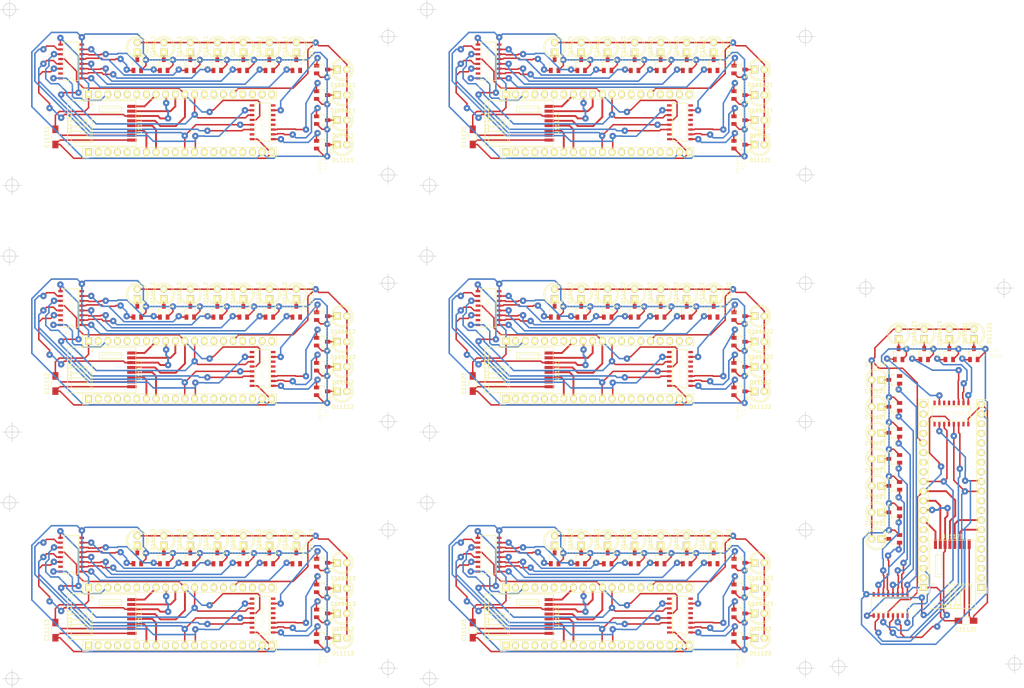
<source format=kicad_pcb>
(kicad_pcb (version 4) (host pcbnew 4.0.2-stable)
  (layers (0 F.Cu signal) (31 B.Cu signal) (34 B.Paste user) (35 F.Paste user) (36 B.SilkS user) (37 F.SilkS user) (38 B.Mask user) (39 F.Mask user) (44 Edge.Cuts user))
  (net 0 "")
  (net 1 +3V3)
  (net 2 GND)
  (net 3 "Net-(D2-Pad1)")
  (net 4 IR_PWM)
  (net 5 "Net-(D3-Pad1)")
  (net 6 "Net-(D4-Pad1)")
  (net 7 "Net-(D5-Pad1)")
  (net 8 "Net-(D6-Pad1)")
  (net 9 "Net-(D7-Pad1)")
  (net 10 "Net-(D8-Pad1)")
  (net 11 "Net-(D9-Pad1)")
  (net 12 "Net-(D10-Pad1)")
  (net 13 "Net-(D11-Pad1)")
  (net 14 Latch)
  (net 15 Cascade)
  (net 16 OE_NOT)
  (net 17 MR_NOT)
  (net 18 SPI_MOSI)
  (net 19 IR_LED_2)
  (net 20 IR_LED_3)
  (net 21 IR_LED_4)
  (net 22 IR_LED_5)
  (net 23 IR_LED_6)
  (net 24 IR_LED_7)
  (net 25 IR_LED_8)
  (net 26 IR_LED_9)
  (net 27 IR_LED_10)
  (net 28 IR_LED_DATA)
  (net 29 IR_LED_1)
  (net 30 SPI_SCK)
  (net 31 SE8R01_CE)
  (net 32 SE8R01_CSN)
  (net 33 SPI_MISO)
  (net 34 SE8R01_IRQ)
  (net 35 "Net-(D1-Pad1)")
  (module footprints:Via (layer F.Cu) (at 259.588 106.662)
    (fp_text reference P311121 hide)
    (fp_text value Via hide)
    (pad 1 thru_hole circle (at 0 0) (size 1.7 1.7) (drill 0.6) (layers *.Cu) (net 26 IR_LED_9))
  )
  (module footprints:Via (layer F.Cu) (at 258.572 104.122 90)
    (fp_text reference P111121 hide)
    (fp_text value Via hide)
    (pad 1 thru_hole circle (at 0 0 90) (size 1.7 1.7) (drill 0.6) (layers *.Cu) (net 2 GND))
  )
  (module footprints:Via (layer F.Cu) (at 265.2395 109.71 90)
    (fp_text reference P211121 hide)
    (fp_text value Via hide)
    (pad 1 thru_hole circle (at 0 0 90) (size 1.7 1.7) (drill 0.6) (layers *.Cu) (net 27 IR_LED_10))
  )
  (module footprints:SOT23 (layer F.Cu) (at 262.763 105.445)
    (fp_text reference T11121 (at 4.5 -0.99) (layer F.SilkS) (effects (font (size 0.787402 0.787402) (thickness 0.05))))
    (fp_text value 2N7002K (at 5 0.5) (layer F.SilkS) (effects (font (size 0.787402 0.787402) (thickness 0.05))))
    (pad 1 smd rect (at -1.01 1.45) (size 1 1.4) (layers F.Cu F.Paste F.Mask) (net 26 IR_LED_9))
    (pad 2 smd rect (at 1 1.45) (size 1 1.4) (layers F.Cu F.Paste F.Mask) (net 2 GND))
    (pad 3 smd rect (at 0 -1.45) (size 1 1.4) (layers F.Cu F.Paste F.Mask) (net 11 "Net-(D9-Pad1)"))
  )
  (module footprints:Via (layer F.Cu) (at 265.176 104.122 90)
    (fp_text reference P111121 hide)
    (fp_text value Via hide)
    (pad 1 thru_hole circle (at 0 0 90) (size 1.7 1.7) (drill 0.6) (layers *.Cu) (net 2 GND))
  )
  (module footprints:Via (layer F.Cu) (at 252.984 106.662)
    (fp_text reference P311121 hide)
    (fp_text value Via hide)
    (pad 1 thru_hole circle (at 0 0) (size 1.7 1.7) (drill 0.6) (layers *.Cu) (net 27 IR_LED_10))
  )
  (module footprints:SOT23 (layer F.Cu) (at 249.428 105.445)
    (fp_text reference T111121 (at 4.5 -0.99) (layer F.SilkS) (effects (font (size 0.787402 0.787402) (thickness 0.05))))
    (fp_text value 2N7002K (at 5 0.5) (layer F.SilkS) (effects (font (size 0.787402 0.787402) (thickness 0.05))))
    (pad 1 smd rect (at -1.01 1.45) (size 1 1.4) (layers F.Cu F.Paste F.Mask) (net 28 IR_LED_DATA))
    (pad 2 smd rect (at 1 1.45) (size 1 1.4) (layers F.Cu F.Paste F.Mask) (net 2 GND))
    (pad 3 smd rect (at 0 -1.45) (size 1 1.4) (layers F.Cu F.Paste F.Mask) (net 13 "Net-(D11-Pad1)"))
  )
  (module LEDs:LED-5MM (layer F.Cu) (at 256.159 101.455 90)
    (fp_text reference D111121 (at 1.524 4.064 90) (layer F.SilkS))
    (fp_text value LED)
    (fp_text user K (at -1.905 1.905 90) (layer F.SilkS))
    (pad 1 thru_hole rect (at 0 0 180) (size 2 1.9) (drill 1.00076) (layers *.Cu *.Mask F.SilkS) (net 12 "Net-(D10-Pad1)"))
    (pad 2 thru_hole circle (at 2.54 0 90) (size 1.9 1.9) (drill 1.00076) (layers *.Cu *.Mask F.SilkS) (net 4 IR_PWM))
  )
  (module LEDs:LED-5MM (layer F.Cu) (at 249.428 101.455 90)
    (fp_text reference D111121 (at 1.524 4.064 90) (layer F.SilkS))
    (fp_text value LED)
    (fp_text user K (at -1.905 1.905 90) (layer F.SilkS))
    (pad 1 thru_hole rect (at 0 0 180) (size 2 1.9) (drill 1.00076) (layers *.Cu *.Mask F.SilkS) (net 13 "Net-(D11-Pad1)"))
    (pad 2 thru_hole circle (at 2.54 0 90) (size 1.9 1.9) (drill 1.00076) (layers *.Cu *.Mask F.SilkS) (net 4 IR_PWM))
  )
  (module footprints:Via (layer F.Cu) (at 246.38 106.662)
    (fp_text reference P311121 hide)
    (fp_text value Via hide)
    (pad 1 thru_hole circle (at 0 0) (size 1.7 1.7) (drill 0.6) (layers *.Cu) (net 28 IR_LED_DATA))
  )
  (module footprints:Via (layer F.Cu) (at 242.316 107.17 90)
    (fp_text reference P11121 hide)
    (fp_text value Via hide)
    (pad 1 thru_hole circle (at 0 0 90) (size 1.7 1.7) (drill 0.6) (layers *.Cu) (net 4 IR_PWM))
  )
  (module footprints:Via (layer F.Cu) (at 251.46 104.122 90)
    (fp_text reference P11121 hide)
    (fp_text value Via hide)
    (pad 1 thru_hole circle (at 0 0 90) (size 1.7 1.7) (drill 0.6) (layers *.Cu) (net 2 GND))
  )
  (module footprints:SOT23 (layer F.Cu) (at 256.159 105.445)
    (fp_text reference T111121 (at 4.5 -0.99) (layer F.SilkS) (effects (font (size 0.787402 0.787402) (thickness 0.05))))
    (fp_text value 2N7002K (at 5 0.5) (layer F.SilkS) (effects (font (size 0.787402 0.787402) (thickness 0.05))))
    (pad 1 smd rect (at -1.01 1.45) (size 1 1.4) (layers F.Cu F.Paste F.Mask) (net 27 IR_LED_10))
    (pad 2 smd rect (at 1 1.45) (size 1 1.4) (layers F.Cu F.Paste F.Mask) (net 2 GND))
    (pad 3 smd rect (at 0 -1.45) (size 1 1.4) (layers F.Cu F.Paste F.Mask) (net 12 "Net-(D10-Pad1)"))
  )
  (module footprints:Via (layer F.Cu) (at 266.192 106.662)
    (fp_text reference P311121 hide)
    (fp_text value Via hide)
    (pad 1 thru_hole circle (at 0 0) (size 1.7 1.7) (drill 0.6) (layers *.Cu) (net 25 IR_LED_8))
  )
  (module footprints:SOT23 (layer F.Cu) (at 269.24 105.445)
    (fp_text reference T11121 (at 4.5 -0.99) (layer F.SilkS) (effects (font (size 0.787402 0.787402) (thickness 0.05))))
    (fp_text value 2N7002K (at 5 0.5) (layer F.SilkS) (effects (font (size 0.787402 0.787402) (thickness 0.05))))
    (pad 1 smd rect (at -1.01 1.45) (size 1 1.4) (layers F.Cu F.Paste F.Mask) (net 25 IR_LED_8))
    (pad 2 smd rect (at 1 1.45) (size 1 1.4) (layers F.Cu F.Paste F.Mask) (net 2 GND))
    (pad 3 smd rect (at 0 -1.45) (size 1 1.4) (layers F.Cu F.Paste F.Mask) (net 10 "Net-(D8-Pad1)"))
  )
  (module LEDs:LED-5MM (layer F.Cu) (at 262.763 101.455 90)
    (fp_text reference D11121 (at 1.524 4.064 90) (layer F.SilkS))
    (fp_text value LED)
    (fp_text user K (at -1.905 1.905 90) (layer F.SilkS))
    (pad 1 thru_hole rect (at 0 0 180) (size 2 1.9) (drill 1.00076) (layers *.Cu *.Mask F.SilkS) (net 11 "Net-(D9-Pad1)"))
    (pad 2 thru_hole circle (at 2.54 0 90) (size 1.9 1.9) (drill 1.00076) (layers *.Cu *.Mask F.SilkS) (net 4 IR_PWM))
  )
  (module footprints:Via (layer F.Cu) (at 272.288 104.122 90)
    (fp_text reference P411121 hide)
    (fp_text value Via hide)
    (pad 1 thru_hole circle (at 0 0 90) (size 1.7 1.7) (drill 0.6) (layers *.Cu) (net 2 GND))
  )
  (module LEDs:LED-5MM (layer F.Cu) (at 269.24 101.455 90)
    (fp_text reference D11121 (at 1.524 4.064 90) (layer F.SilkS))
    (fp_text value LED)
    (fp_text user K (at -1.905 1.905 90) (layer F.SilkS))
    (pad 1 thru_hole rect (at 0 0 180) (size 2 1.9) (drill 1.00076) (layers *.Cu *.Mask F.SilkS) (net 10 "Net-(D8-Pad1)"))
    (pad 2 thru_hole circle (at 2.54 0 90) (size 1.9 1.9) (drill 1.00076) (layers *.Cu *.Mask F.SilkS) (net 4 IR_PWM))
  )
  (module footprints:Via (layer F.Cu) (at 267.7795 116.314 90)
    (fp_text reference P211121 hide)
    (fp_text value Via hide)
    (pad 1 thru_hole circle (at 0 0 90) (size 1.7 1.7) (drill 0.6) (layers *.Cu) (net 25 IR_LED_8))
  )
  (module footprints:Via (layer F.Cu) (at 260.1595 125.7755 90)
    (fp_text reference P111121 hide)
    (fp_text value Via hide)
    (pad 1 thru_hole circle (at 0 0 90) (size 1.7 1.7) (drill 0.6) (layers *.Cu) (net 17 MR_NOT))
  )
  (module footprints:74HC595D_SO16 (layer F.Cu) (at 263.3345 121.134 180)
    (fp_text reference U11121 (at -6.35 0 270) (layer F.SilkS) (effects (font (thickness 0.05))))
    (fp_text value 74HC595D (at 0 0 180) (layer F.SilkS) (effects (font (size 1 0.9) (thickness 0.05))))
    (pad 1 smd rect (at -4.445 2.8 180) (size 0.6 1.2) (layers F.Cu F.Paste F.Mask) (net 25 IR_LED_8))
    (pad 2 smd rect (at -3.175 2.8 180) (size 0.6 1.2) (layers F.Cu F.Paste F.Mask) (net 26 IR_LED_9))
    (pad 3 smd rect (at -1.905 2.8 180) (size 0.6 1.2) (layers F.Cu F.Paste F.Mask) (net 27 IR_LED_10))
    (pad 4 smd rect (at -0.635 2.8 180) (size 0.6 1.2) (layers F.Cu F.Paste F.Mask))
    (pad 5 smd rect (at 0.635 2.8 180) (size 0.6 1.2) (layers F.Cu F.Paste F.Mask))
    (pad 6 smd rect (at 1.905 2.8 180) (size 0.6 1.2) (layers F.Cu F.Paste F.Mask))
    (pad 7 smd rect (at 3.175 2.8 180) (size 0.6 1.2) (layers F.Cu F.Paste F.Mask) (net 28 IR_LED_DATA))
    (pad 8 smd rect (at 4.445 2.8 180) (size 0.6 1.2) (layers F.Cu F.Paste F.Mask) (net 2 GND))
    (pad 9 smd rect (at 4.445 -2.8 180) (size 0.6 1.2) (layers F.Cu F.Paste F.Mask))
    (pad 10 smd rect (at 3.175 -2.8 180) (size 0.6 1.2) (layers F.Cu F.Paste F.Mask) (net 17 MR_NOT))
    (pad 11 smd rect (at 1.905 -2.8 180) (size 0.6 1.2) (layers F.Cu F.Paste F.Mask) (net 14 Latch))
    (pad 12 smd rect (at 0.635 -2.8 180) (size 0.6 1.2) (layers F.Cu F.Paste F.Mask) (net 30 SPI_SCK))
    (pad 13 smd rect (at -0.635 -2.8 180) (size 0.6 1.2) (layers F.Cu F.Paste F.Mask) (net 16 OE_NOT))
    (pad 14 smd rect (at -1.905 -2.8 180) (size 0.6 1.2) (layers F.Cu F.Paste F.Mask) (net 15 Cascade))
    (pad 15 smd rect (at -3.175 -2.8 180) (size 0.6 1.2) (layers F.Cu F.Paste F.Mask))
    (pad 16 smd rect (at -4.445 -2.8 180) (size 0.6 1.2) (layers F.Cu F.Paste F.Mask) (net 1 +3V3))
  )
  (module footprints:Via (layer F.Cu) (at 266.573 113.2025 90)
    (fp_text reference P211121 hide)
    (fp_text value Via hide)
    (pad 1 thru_hole circle (at 0 0 90) (size 1.7 1.7) (drill 0.6) (layers *.Cu) (net 26 IR_LED_9))
  )
  (module footprints:Via (layer F.Cu) (at 260.1595 116.3775 90)
    (fp_text reference P211121 hide)
    (fp_text value Via hide)
    (pad 1 thru_hole circle (at 0 0 90) (size 1.7 1.7) (drill 0.6) (layers *.Cu) (net 28 IR_LED_DATA))
  )
  (module footprints:Via (layer F.Cu) (at 249.428 121.902 90)
    (fp_text reference P111121 hide)
    (fp_text value Via hide)
    (pad 1 thru_hole circle (at 0 0 90) (size 1.7 1.7) (drill 0.6) (layers *.Cu) (net 21 IR_LED_4))
  )
  (module LEDs:LED-5MM (layer F.Cu) (at 244.856 119.362 180)
    (fp_text reference D11121 (at 1.524 4.064 180) (layer F.SilkS))
    (fp_text value LED)
    (fp_text user K (at -1.905 1.905 180) (layer F.SilkS))
    (pad 1 thru_hole rect (at 0 0 270) (size 2 1.9) (drill 1.00076) (layers *.Cu *.Mask F.SilkS) (net 6 "Net-(D4-Pad1)"))
    (pad 2 thru_hole circle (at 2.54 0 180) (size 1.9 1.9) (drill 1.00076) (layers *.Cu *.Mask F.SilkS) (net 4 IR_PWM))
  )
  (module LEDs:LED-5MM (layer F.Cu) (at 244.856 112.25 180)
    (fp_text reference D11121 (at 1.524 4.064 180) (layer F.SilkS))
    (fp_text value LED)
    (fp_text user K (at -1.905 1.905 180) (layer F.SilkS))
    (pad 1 thru_hole rect (at 0 0 270) (size 2 1.9) (drill 1.00076) (layers *.Cu *.Mask F.SilkS) (net 35 "Net-(D1-Pad1)"))
    (pad 2 thru_hole circle (at 2.54 0 180) (size 1.9 1.9) (drill 1.00076) (layers *.Cu *.Mask F.SilkS) (net 4 IR_PWM))
  )
  (module footprints:Via (layer F.Cu) (at 246.888 123.426 90)
    (fp_text reference P411121 hide)
    (fp_text value Via hide)
    (pad 1 thru_hole circle (at 0 0 90) (size 1.7 1.7) (drill 0.6) (layers *.Cu) (net 2 GND))
  )
  (module footprints:SOT23 (layer F.Cu) (at 248.211 119.362 90)
    (fp_text reference T11121 (at 4.5 -0.99 90) (layer F.SilkS) (effects (font (size 0.787402 0.787402) (thickness 0.05))))
    (fp_text value 2N7002K (at 5 0.5 90) (layer F.SilkS) (effects (font (size 0.787402 0.787402) (thickness 0.05))))
    (pad 1 smd rect (at -1.01 1.45 90) (size 1 1.4) (layers F.Cu F.Paste F.Mask) (net 21 IR_LED_4))
    (pad 2 smd rect (at 1 1.45 90) (size 1 1.4) (layers F.Cu F.Paste F.Mask) (net 2 GND))
    (pad 3 smd rect (at 0 -1.45 90) (size 1 1.4) (layers F.Cu F.Paste F.Mask) (net 6 "Net-(D4-Pad1)"))
  )
  (module footprints:Via (layer F.Cu) (at 246.888 116.822 90)
    (fp_text reference P411121 hide)
    (fp_text value Via hide)
    (pad 1 thru_hole circle (at 0 0 90) (size 1.7 1.7) (drill 0.6) (layers *.Cu) (net 2 GND))
  )
  (module footprints:SOT23 (layer F.Cu) (at 248.211 112.25 90)
    (fp_text reference T11121 (at 4.5 -0.99 90) (layer F.SilkS) (effects (font (size 0.787402 0.787402) (thickness 0.05))))
    (fp_text value 2N7002K (at 5 0.5 90) (layer F.SilkS) (effects (font (size 0.787402 0.787402) (thickness 0.05))))
    (pad 1 smd rect (at -1.01 1.45 90) (size 1 1.4) (layers F.Cu F.Paste F.Mask) (net 29 IR_LED_1))
    (pad 2 smd rect (at 1 1.45 90) (size 1 1.4) (layers F.Cu F.Paste F.Mask) (net 2 GND))
    (pad 3 smd rect (at 0 -1.45 90) (size 1 1.4) (layers F.Cu F.Paste F.Mask) (net 35 "Net-(D1-Pad1)"))
  )
  (module footprints:Via (layer F.Cu) (at 249.428 114.79 90)
    (fp_text reference P311121 hide)
    (fp_text value Via hide)
    (pad 1 thru_hole circle (at 0 0 90) (size 1.7 1.7) (drill 0.6) (layers *.Cu) (net 29 IR_LED_1))
  )
  (module footprints:Via (layer F.Cu) (at 249.174 176.131 90)
    (fp_text reference P211121 hide)
    (fp_text value Via hide)
    (pad 1 thru_hole circle (at 0 0 90) (size 1.7 1.7) (drill 0.6) (layers *.Cu) (net 18 SPI_MOSI))
  )
  (module footprints:Via (layer F.Cu) (at 247.904 178.8996 90)
    (fp_text reference P11121 hide)
    (fp_text value Via hide)
    (pad 1 thru_hole circle (at 0 0 90) (size 1.7 1.7) (drill 0.6) (layers *.Cu) (net 16 OE_NOT))
  )
  (module footprints:Via (layer F.Cu) (at 241.0968 174.4292 90)
    (fp_text reference P11121 hide)
    (fp_text value Via hide)
    (pad 1 thru_hole circle (at 0 0 90) (size 1.7 1.7) (drill 0.6) (layers *.Cu) (net 15 Cascade))
  )
  (module footprints:Via (layer F.Cu) (at 245.364 176.1056 90)
    (fp_text reference P11121 hide)
    (fp_text value Via hide)
    (pad 1 thru_hole circle (at 0 0 90) (size 1.7 1.7) (drill 0.6) (layers *.Cu) (net 14 Latch))
  )
  (module footprints:Via (layer F.Cu) (at 251.714 176.258 90)
    (fp_text reference P111121 hide)
    (fp_text value Via hide)
    (pad 1 thru_hole circle (at 0 0 90) (size 1.7 1.7) (drill 0.6) (layers *.Cu) (net 1 +3V3))
  )
  (module footprints:74HC595D_SO16 (layer F.Cu) (at 247.2944 171.5844 180)
    (fp_text reference U11121 (at -6.35 0 270) (layer F.SilkS) (effects (font (thickness 0.05))))
    (fp_text value 74HC595D (at 0 0 180) (layer F.SilkS) (effects (font (size 1 0.9) (thickness 0.05))))
    (pad 1 smd rect (at -4.445 2.8 180) (size 0.6 1.2) (layers F.Cu F.Paste F.Mask) (net 29 IR_LED_1))
    (pad 2 smd rect (at -3.175 2.8 180) (size 0.6 1.2) (layers F.Cu F.Paste F.Mask) (net 19 IR_LED_2))
    (pad 3 smd rect (at -1.905 2.8 180) (size 0.6 1.2) (layers F.Cu F.Paste F.Mask) (net 20 IR_LED_3))
    (pad 4 smd rect (at -0.635 2.8 180) (size 0.6 1.2) (layers F.Cu F.Paste F.Mask) (net 21 IR_LED_4))
    (pad 5 smd rect (at 0.635 2.8 180) (size 0.6 1.2) (layers F.Cu F.Paste F.Mask) (net 22 IR_LED_5))
    (pad 6 smd rect (at 1.905 2.8 180) (size 0.6 1.2) (layers F.Cu F.Paste F.Mask) (net 23 IR_LED_6))
    (pad 7 smd rect (at 3.175 2.8 180) (size 0.6 1.2) (layers F.Cu F.Paste F.Mask) (net 24 IR_LED_7))
    (pad 8 smd rect (at 4.445 2.8 180) (size 0.6 1.2) (layers F.Cu F.Paste F.Mask) (net 2 GND))
    (pad 9 smd rect (at 4.445 -2.8 180) (size 0.6 1.2) (layers F.Cu F.Paste F.Mask) (net 15 Cascade))
    (pad 10 smd rect (at 3.175 -2.8 180) (size 0.6 1.2) (layers F.Cu F.Paste F.Mask) (net 17 MR_NOT))
    (pad 11 smd rect (at 1.905 -2.8 180) (size 0.6 1.2) (layers F.Cu F.Paste F.Mask) (net 14 Latch))
    (pad 12 smd rect (at 0.635 -2.8 180) (size 0.6 1.2) (layers F.Cu F.Paste F.Mask) (net 30 SPI_SCK))
    (pad 13 smd rect (at -0.635 -2.8 180) (size 0.6 1.2) (layers F.Cu F.Paste F.Mask) (net 16 OE_NOT))
    (pad 14 smd rect (at -1.905 -2.8 180) (size 0.6 1.2) (layers F.Cu F.Paste F.Mask) (net 18 SPI_MOSI))
    (pad 15 smd rect (at -3.175 -2.8 180) (size 0.6 1.2) (layers F.Cu F.Paste F.Mask))
    (pad 16 smd rect (at -4.445 -2.8 180) (size 0.6 1.2) (layers F.Cu F.Paste F.Mask) (net 1 +3V3))
  )
  (module footprints:Via (layer F.Cu) (at 244.094 178.8996 90)
    (fp_text reference P11121 hide)
    (fp_text value Via hide)
    (pad 1 thru_hole circle (at 0 0 90) (size 1.7 1.7) (drill 0.6) (layers *.Cu) (net 17 MR_NOT))
  )
  (module footprints:Via (layer F.Cu) (at 262.128 174.226 90)
    (fp_text reference P511121 hide)
    (fp_text value Via hide)
    (pad 1 thru_hole circle (at 0 0 90) (size 1.7 1.7) (drill 0.6) (layers *.Cu) (net 18 SPI_MOSI))
  )
  (module Capacitors_SMD:C_1206_HandSoldering (layer F.Cu) (at 267.176 175.75 180)
    (fp_text reference C11121 (at 0 -2.3 180) (layer F.SilkS))
    (fp_text value 100uf)
    (pad 1 smd rect (at -2 0 180) (size 2 1.6) (layers F.Cu F.Paste F.Mask) (net 1 +3V3))
    (pad 2 smd rect (at 2 0 180) (size 2 1.6) (layers F.Cu F.Paste F.Mask) (net 2 GND))
  )
  (module footprints:Via (layer F.Cu) (at 256.032 174.226 90)
    (fp_text reference P511121 hide)
    (fp_text value Via hide)
    (pad 1 thru_hole circle (at 0 0 90) (size 1.7 1.7) (drill 0.6) (layers *.Cu) (net 15 Cascade))
  )
  (module footprints:Via (layer F.Cu) (at 259.588 177.274 90)
    (fp_text reference P511121 hide)
    (fp_text value Via hide)
    (pad 1 thru_hole circle (at 0 0 90) (size 1.7 1.7) (drill 0.6) (layers *.Cu) (net 18 SPI_MOSI))
  )
  (module footprints:Via (layer F.Cu) (at 255.524 169.654 90)
    (fp_text reference P411121 hide)
    (fp_text value Via hide)
    (pad 1 thru_hole circle (at 0 0 90) (size 1.7 1.7) (drill 0.6) (layers *.Cu) (net 15 Cascade))
  )
  (module footprints:SE8R01_SMD (layer F.Cu) (at 269.62608 154.53414 180)
    (fp_text reference U11121 (at 6 1 180) (layer F.SilkS))
    (fp_text value SE8R01_module)
    (pad 1 smd rect (at 1.60528 -1.03556 180) (size 0.8 2.524) (layers F.Cu F.Paste F.Mask) (net 1 +3V3))
    (pad 2 smd rect (at 2.87528 -1.03556 180) (size 0.8 2.524) (layers F.Cu F.Paste F.Mask) (net 2 GND))
    (pad 3 smd rect (at 4.14528 -1.03556 180) (size 0.8 2.524) (layers F.Cu F.Paste F.Mask) (net 31 SE8R01_CE))
    (pad 4 smd rect (at 5.41528 -1.03556 180) (size 0.8 2.524) (layers F.Cu F.Paste F.Mask) (net 32 SE8R01_CSN))
    (pad 5 smd rect (at 6.68528 -1.03556 180) (size 0.8 2.524) (layers F.Cu F.Paste F.Mask) (net 30 SPI_SCK))
    (pad 6 smd rect (at 7.95528 -1.03556 180) (size 0.8 2.524) (layers F.Cu F.Paste F.Mask) (net 18 SPI_MOSI))
    (pad 7 smd rect (at 9.22528 -1.03556 180) (size 0.8 2.524) (layers F.Cu F.Paste F.Mask) (net 33 SPI_MISO))
    (pad 8 smd rect (at 10.49528 -1.03556 180) (size 0.8 2.524) (layers F.Cu F.Paste F.Mask) (net 34 SE8R01_IRQ))
  )
  (module footprints:Via (layer F.Cu) (at 262.3058 146.0447 90)
    (fp_text reference P11121 hide)
    (fp_text value Via hide)
    (pad 1 thru_hole circle (at 0 0 90) (size 1.7 1.7) (drill 0.6) (layers *.Cu) (net 18 SPI_MOSI))
  )
  (module footprints:Via (layer F.Cu) (at 266.8905 141.6505 90)
    (fp_text reference P111121 hide)
    (fp_text value Via hide)
    (pad 1 thru_hole circle (at 0 0 90) (size 1.7 1.7) (drill 0.6) (layers *.Cu) (net 16 OE_NOT))
  )
  (module footprints:STM32F103_header_footprint (layer F.Cu) (at 271.1958 166.9997 180)
    (fp_text reference U11121 (at 7.62 -5.1 180) (layer F.SilkS))
    (fp_text value STM32F103HEADER)
    (pad 1 thru_hole rect (at 0 0 180) (size 2.032 1.7272) (drill 1.016) (layers *.Cu *.Mask F.SilkS))
    (pad 2 thru_hole oval (at 0 2.54 180) (size 2.032 1.7272) (drill 1.016) (layers *.Cu *.Mask F.SilkS))
    (pad 3 thru_hole oval (at 0 5.08 180) (size 2.032 1.7272) (drill 1.016) (layers *.Cu *.Mask F.SilkS))
    (pad 4 thru_hole oval (at 0 7.62 180) (size 2.032 1.7272) (drill 1.016) (layers *.Cu *.Mask F.SilkS))
    (pad 5 thru_hole oval (at 0 10.16 180) (size 2.032 1.7272) (drill 1.016) (layers *.Cu *.Mask F.SilkS))
    (pad 6 thru_hole oval (at 0 12.7 180) (size 2.032 1.7272) (drill 1.016) (layers *.Cu *.Mask F.SilkS))
    (pad 7 thru_hole oval (at 0 15.24 180) (size 2.032 1.7272) (drill 1.016) (layers *.Cu *.Mask F.SilkS) (net 31 SE8R01_CE))
    (pad 8 thru_hole oval (at 0 17.78 180) (size 2.032 1.7272) (drill 1.016) (layers *.Cu *.Mask F.SilkS) (net 32 SE8R01_CSN))
    (pad 9 thru_hole oval (at 0 20.32 180) (size 2.032 1.7272) (drill 1.016) (layers *.Cu *.Mask F.SilkS))
    (pad 10 thru_hole oval (at 0 22.86 180) (size 2.032 1.7272) (drill 1.016) (layers *.Cu *.Mask F.SilkS))
    (pad 11 thru_hole oval (at 0 25.4 180) (size 2.032 1.7272) (drill 1.016) (layers *.Cu *.Mask F.SilkS) (net 16 OE_NOT))
    (pad 12 thru_hole oval (at 0 27.94 180) (size 2.032 1.7272) (drill 1.016) (layers *.Cu *.Mask F.SilkS) (net 17 MR_NOT))
    (pad 13 thru_hole oval (at 0 30.48 180) (size 2.032 1.7272) (drill 1.016) (layers *.Cu *.Mask F.SilkS))
    (pad 14 thru_hole oval (at 0 33.02 180) (size 2.032 1.7272) (drill 1.016) (layers *.Cu *.Mask F.SilkS))
    (pad 15 thru_hole oval (at 0 35.56 180) (size 2.032 1.7272) (drill 1.016) (layers *.Cu *.Mask F.SilkS))
    (pad 16 thru_hole oval (at 0 38.1 180) (size 2.032 1.7272) (drill 1.016) (layers *.Cu *.Mask F.SilkS))
    (pad 17 thru_hole oval (at 0 40.64 180) (size 2.032 1.7272) (drill 1.016) (layers *.Cu *.Mask F.SilkS))
    (pad 18 thru_hole oval (at 0 43.18 180) (size 2.032 1.7272) (drill 1.016) (layers *.Cu *.Mask F.SilkS))
    (pad 19 thru_hole oval (at 0 45.72 180) (size 2.032 1.7272) (drill 1.016) (layers *.Cu *.Mask F.SilkS) (net 2 GND))
    (pad 20 thru_hole oval (at 0 48.26 180) (size 2.032 1.7272) (drill 1.016) (layers *.Cu *.Mask F.SilkS) (net 1 +3V3))
    (pad 19 thru_hole rect (at 15.24 0 180) (size 2.032 1.7272) (drill 1.016) (layers *.Cu *.Mask F.SilkS) (net 2 GND))
    (pad 29 thru_hole oval (at 15.24 20.32 180) (size 2.032 1.7272) (drill 1.016) (layers *.Cu *.Mask F.SilkS) (net 18 SPI_MOSI))
    (pad 30 thru_hole oval (at 15.24 22.86 180) (size 2.032 1.7272) (drill 1.016) (layers *.Cu *.Mask F.SilkS) (net 33 SPI_MISO))
    (pad 31 thru_hole oval (at 15.24 25.4 180) (size 2.032 1.7272) (drill 1.016) (layers *.Cu *.Mask F.SilkS) (net 30 SPI_SCK))
    (pad 33 thru_hole oval (at 15.24 30.48 180) (size 2.032 1.7272) (drill 1.016) (layers *.Cu *.Mask F.SilkS))
    (pad 32 thru_hole oval (at 15.24 27.94 180) (size 2.032 1.7272) (drill 1.016) (layers *.Cu *.Mask F.SilkS) (net 14 Latch))
    (pad 25 thru_hole oval (at 15.24 10.16 180) (size 2.032 1.7272) (drill 1.016) (layers *.Cu *.Mask F.SilkS))
    (pad 28 thru_hole oval (at 15.24 17.78 180) (size 2.032 1.7272) (drill 1.016) (layers *.Cu *.Mask F.SilkS) (net 34 SE8R01_IRQ))
    (pad 26 thru_hole oval (at 15.24 12.7 180) (size 2.032 1.7272) (drill 1.016) (layers *.Cu *.Mask F.SilkS))
    (pad 27 thru_hole oval (at 15.24 15.24 180) (size 2.032 1.7272) (drill 1.016) (layers *.Cu *.Mask F.SilkS))
    (pad 34 thru_hole oval (at 15.24 33.02 180) (size 2.032 1.7272) (drill 1.016) (layers *.Cu *.Mask F.SilkS))
    (pad 35 thru_hole oval (at 15.24 35.56 180) (size 2.032 1.7272) (drill 1.016) (layers *.Cu *.Mask F.SilkS))
    (pad 36 thru_hole oval (at 15.24 38.1 180) (size 2.032 1.7272) (drill 1.016) (layers *.Cu *.Mask F.SilkS) (net 4 IR_PWM))
    (pad 37 thru_hole oval (at 15.24 40.64 180) (size 2.032 1.7272) (drill 1.016) (layers *.Cu *.Mask F.SilkS))
    (pad 39 thru_hole oval (at 15.24 45.72 180) (size 2.032 1.7272) (drill 1.016) (layers *.Cu *.Mask F.SilkS))
    (pad 38 thru_hole oval (at 15.24 43.18 180) (size 2.032 1.7272) (drill 1.016) (layers *.Cu *.Mask F.SilkS))
    (pad 40 thru_hole oval (at 15.24 48.26 180) (size 2.032 1.7272) (drill 1.016) (layers *.Cu *.Mask F.SilkS))
    (pad 20 thru_hole oval (at 15.24 5.08 180) (size 2.032 1.7272) (drill 1.016) (layers *.Cu *.Mask F.SilkS) (net 1 +3V3))
    (pad 24 thru_hole oval (at 15.24 7.62 180) (size 2.032 1.7272) (drill 1.016) (layers *.Cu *.Mask F.SilkS))
    (pad 19 thru_hole oval (at 15.24 2.54 180) (size 2.032 1.7272) (drill 1.016) (layers *.Cu *.Mask F.SilkS) (net 2 GND))
  )
  (module footprints:Via (layer F.Cu) (at 249.428 156.954 90)
    (fp_text reference P311121 hide)
    (fp_text value Via hide)
    (pad 1 thru_hole circle (at 0 0 90) (size 1.7 1.7) (drill 0.6) (layers *.Cu) (net 22 IR_LED_5))
  )
  (module footprints:Via (layer F.Cu) (at 246.888 151.874 90)
    (fp_text reference P411121 hide)
    (fp_text value Via hide)
    (pad 1 thru_hole circle (at 0 0 90) (size 1.7 1.7) (drill 0.6) (layers *.Cu) (net 2 GND))
  )
  (module footprints:SOT23 (layer F.Cu) (at 248.211 154.16 90)
    (fp_text reference T11121 (at 4.5 -0.99 90) (layer F.SilkS) (effects (font (size 0.787402 0.787402) (thickness 0.05))))
    (fp_text value 2N7002K (at 5 0.5 90) (layer F.SilkS) (effects (font (size 0.787402 0.787402) (thickness 0.05))))
    (pad 1 smd rect (at -1.01 1.45 90) (size 1 1.4) (layers F.Cu F.Paste F.Mask) (net 22 IR_LED_5))
    (pad 2 smd rect (at 1 1.45 90) (size 1 1.4) (layers F.Cu F.Paste F.Mask) (net 2 GND))
    (pad 3 smd rect (at 0 -1.45 90) (size 1 1.4) (layers F.Cu F.Paste F.Mask) (net 7 "Net-(D5-Pad1)"))
  )
  (module footprints:Via (layer F.Cu) (at 249.428 149.842 90)
    (fp_text reference P311121 hide)
    (fp_text value Via hide)
    (pad 1 thru_hole circle (at 0 0 90) (size 1.7 1.7) (drill 0.6) (layers *.Cu) (net 23 IR_LED_6))
  )
  (module LEDs:LED-5MM (layer F.Cu) (at 244.856 154.16 180)
    (fp_text reference D11121 (at 1.524 4.064 180) (layer F.SilkS))
    (fp_text value LED)
    (fp_text user K (at -1.905 1.905 180) (layer F.SilkS))
    (pad 1 thru_hole rect (at 0 0 270) (size 2 1.9) (drill 1.00076) (layers *.Cu *.Mask F.SilkS) (net 7 "Net-(D5-Pad1)"))
    (pad 2 thru_hole circle (at 2.54 0 180) (size 1.9 1.9) (drill 1.00076) (layers *.Cu *.Mask F.SilkS) (net 4 IR_PWM))
  )
  (module footprints:Via (layer F.Cu) (at 258.2418 146.5527 90)
    (fp_text reference P11121 hide)
    (fp_text value Via hide)
    (pad 1 thru_hole circle (at 0 0 90) (size 1.7 1.7) (drill 0.6) (layers *.Cu) (net 18 SPI_MOSI))
  )
  (module footprints:Via (layer F.Cu) (at 244.094 166.3012 90)
    (fp_text reference P211121 hide)
    (fp_text value Via hide)
    (pad 1 thru_hole circle (at 0 0 90) (size 1.7 1.7) (drill 0.6) (layers *.Cu) (net 24 IR_LED_7))
  )
  (module footprints:Via (layer F.Cu) (at 245.364 162.4912 90)
    (fp_text reference P211121 hide)
    (fp_text value Via hide)
    (pad 1 thru_hole circle (at 0 0 90) (size 1.7 1.7) (drill 0.6) (layers *.Cu) (net 23 IR_LED_6))
  )
  (module footprints:Via (layer F.Cu) (at 240.919 168.765 90)
    (fp_text reference P111121 hide)
    (fp_text value Via hide)
    (pad 1 thru_hole circle (at 0 0 90) (size 1.7 1.7) (drill 0.6) (layers *.Cu) (net 2 GND))
  )
  (module footprints:Via (layer F.Cu) (at 251.714 166.3012 90)
    (fp_text reference P311121 hide)
    (fp_text value Via hide)
    (pad 1 thru_hole circle (at 0 0 90) (size 1.7 1.7) (drill 0.6) (layers *.Cu) (net 29 IR_LED_1))
  )
  (module footprints:Via (layer F.Cu) (at 249.174 162.4912 90)
    (fp_text reference P111121 hide)
    (fp_text value Via hide)
    (pad 1 thru_hole circle (at 0 0 90) (size 1.7 1.7) (drill 0.6) (layers *.Cu) (net 20 IR_LED_3))
  )
  (module footprints:Via (layer F.Cu) (at 247.904 166.3012 90)
    (fp_text reference P311121 hide)
    (fp_text value Via hide)
    (pad 1 thru_hole circle (at 0 0 90) (size 1.7 1.7) (drill 0.6) (layers *.Cu) (net 21 IR_LED_4))
  )
  (module footprints:Via (layer F.Cu) (at 250.698 160.51 90)
    (fp_text reference P111121 hide)
    (fp_text value Via hide)
    (pad 1 thru_hole circle (at 0 0 90) (size 1.7 1.7) (drill 0.6) (layers *.Cu) (net 19 IR_LED_2))
  )
  (module footprints:Via (layer F.Cu) (at 246.634 158.5796 90)
    (fp_text reference P211121 hide)
    (fp_text value Via hide)
    (pad 1 thru_hole circle (at 0 0 90) (size 1.7 1.7) (drill 0.6) (layers *.Cu) (net 22 IR_LED_5))
  )
  (module footprints:Via (layer F.Cu) (at 261.3025 139.047 90)
    (fp_text reference P11121 hide)
    (fp_text value Via hide)
    (pad 1 thru_hole circle (at 0 0 90) (size 1.7 1.7) (drill 0.6) (layers *.Cu) (net 14 Latch))
  )
  (module footprints:Via (layer F.Cu) (at 265.557 135.6815 90)
    (fp_text reference P11121 hide)
    (fp_text value Via hide)
    (pad 1 thru_hole circle (at 0 0 90) (size 1.7 1.7) (drill 0.6) (layers *.Cu) (net 15 Cascade))
  )
  (module footprints:Via (layer F.Cu) (at 260.604 135.11 90)
    (fp_text reference P511121 hide)
    (fp_text value Via hide)
    (pad 1 thru_hole circle (at 0 0 90) (size 1.7 1.7) (drill 0.6) (layers *.Cu) (net 30 SPI_SCK))
  )
  (module footprints:Via (layer F.Cu) (at 266.954 138.8565 90)
    (fp_text reference P411121 hide)
    (fp_text value Via hide)
    (pad 1 thru_hole circle (at 0 0 90) (size 1.7 1.7) (drill 0.6) (layers *.Cu) (net 17 MR_NOT))
  )
  (module footprints:Via (layer F.Cu) (at 263.9695 127.0455 90)
    (fp_text reference P111121 hide)
    (fp_text value Via hide)
    (pad 1 thru_hole circle (at 0 0 90) (size 1.7 1.7) (drill 0.6) (layers *.Cu) (net 16 OE_NOT))
  )
  (module footprints:Via (layer F.Cu) (at 249.428 143.238 90)
    (fp_text reference P311121 hide)
    (fp_text value Via hide)
    (pad 1 thru_hole circle (at 0 0 90) (size 1.7 1.7) (drill 0.6) (layers *.Cu) (net 24 IR_LED_7))
  )
  (module footprints:SOT23 (layer F.Cu) (at 248.211 140.19 90)
    (fp_text reference T11121 (at 4.5 -0.99 90) (layer F.SilkS) (effects (font (size 0.787402 0.787402) (thickness 0.05))))
    (fp_text value 2N7002K (at 5 0.5 90) (layer F.SilkS) (effects (font (size 0.787402 0.787402) (thickness 0.05))))
    (pad 1 smd rect (at -1.01 1.45 90) (size 1 1.4) (layers F.Cu F.Paste F.Mask) (net 24 IR_LED_7))
    (pad 2 smd rect (at 1 1.45 90) (size 1 1.4) (layers F.Cu F.Paste F.Mask) (net 2 GND))
    (pad 3 smd rect (at 0 -1.45 90) (size 1 1.4) (layers F.Cu F.Paste F.Mask) (net 9 "Net-(D7-Pad1)"))
  )
  (module footprints:Via (layer F.Cu) (at 246.888 144.762 90)
    (fp_text reference P411121 hide)
    (fp_text value Via hide)
    (pad 1 thru_hole circle (at 0 0 90) (size 1.7 1.7) (drill 0.6) (layers *.Cu) (net 2 GND))
  )
  (module LEDs:LED-5MM (layer F.Cu) (at 244.856 147.175 180)
    (fp_text reference D11121 (at 1.524 4.064 180) (layer F.SilkS))
    (fp_text value LED)
    (fp_text user K (at -1.905 1.905 180) (layer F.SilkS))
    (pad 1 thru_hole rect (at 0 0 270) (size 2 1.9) (drill 1.00076) (layers *.Cu *.Mask F.SilkS) (net 8 "Net-(D6-Pad1)"))
    (pad 2 thru_hole circle (at 2.54 0 180) (size 1.9 1.9) (drill 1.00076) (layers *.Cu *.Mask F.SilkS) (net 4 IR_PWM))
  )
  (module LEDs:LED-5MM (layer F.Cu) (at 244.856 140.19 180)
    (fp_text reference D11121 (at 1.524 4.064 180) (layer F.SilkS))
    (fp_text value LED)
    (fp_text user K (at -1.905 1.905 180) (layer F.SilkS))
    (pad 1 thru_hole rect (at 0 0 270) (size 2 1.9) (drill 1.00076) (layers *.Cu *.Mask F.SilkS) (net 9 "Net-(D7-Pad1)"))
    (pad 2 thru_hole circle (at 2.54 0 180) (size 1.9 1.9) (drill 1.00076) (layers *.Cu *.Mask F.SilkS) (net 4 IR_PWM))
  )
  (module footprints:SOT23 (layer F.Cu) (at 248.211 147.175 90)
    (fp_text reference T11121 (at 4.5 -0.99 90) (layer F.SilkS) (effects (font (size 0.787402 0.787402) (thickness 0.05))))
    (fp_text value 2N7002K (at 5 0.5 90) (layer F.SilkS) (effects (font (size 0.787402 0.787402) (thickness 0.05))))
    (pad 1 smd rect (at -1.01 1.45 90) (size 1 1.4) (layers F.Cu F.Paste F.Mask) (net 23 IR_LED_6))
    (pad 2 smd rect (at 1 1.45 90) (size 1 1.4) (layers F.Cu F.Paste F.Mask) (net 2 GND))
    (pad 3 smd rect (at 0 -1.45 90) (size 1 1.4) (layers F.Cu F.Paste F.Mask) (net 8 "Net-(D6-Pad1)"))
  )
  (module footprints:Via (layer F.Cu) (at 246.888 137.65 90)
    (fp_text reference P411121 hide)
    (fp_text value Via hide)
    (pad 1 thru_hole circle (at 0 0 90) (size 1.7 1.7) (drill 0.6) (layers *.Cu) (net 2 GND))
  )
  (module footprints:Via (layer F.Cu) (at 246.888 130.538 90)
    (fp_text reference P411121 hide)
    (fp_text value Via hide)
    (pad 1 thru_hole circle (at 0 0 90) (size 1.7 1.7) (drill 0.6) (layers *.Cu) (net 2 GND))
  )
  (module LEDs:LED-5MM (layer F.Cu) (at 244.856 126.22 180)
    (fp_text reference D11121 (at 1.524 4.064 180) (layer F.SilkS))
    (fp_text value LED)
    (fp_text user K (at -1.905 1.905 180) (layer F.SilkS))
    (pad 1 thru_hole rect (at 0 0 270) (size 2 1.9) (drill 1.00076) (layers *.Cu *.Mask F.SilkS) (net 5 "Net-(D3-Pad1)"))
    (pad 2 thru_hole circle (at 2.54 0 180) (size 1.9 1.9) (drill 1.00076) (layers *.Cu *.Mask F.SilkS) (net 4 IR_PWM))
  )
  (module footprints:Via (layer F.Cu) (at 249.428 129.014 90)
    (fp_text reference P211121 hide)
    (fp_text value Via hide)
    (pad 1 thru_hole circle (at 0 0 90) (size 1.7 1.7) (drill 0.6) (layers *.Cu) (net 20 IR_LED_3))
  )
  (module footprints:SOT23 (layer F.Cu) (at 248.211 133.078 90)
    (fp_text reference T11121 (at 4.5 -0.99 90) (layer F.SilkS) (effects (font (size 0.787402 0.787402) (thickness 0.05))))
    (fp_text value 2N7002K (at 5 0.5 90) (layer F.SilkS) (effects (font (size 0.787402 0.787402) (thickness 0.05))))
    (pad 1 smd rect (at -1.01 1.45 90) (size 1 1.4) (layers F.Cu F.Paste F.Mask) (net 19 IR_LED_2))
    (pad 2 smd rect (at 1 1.45 90) (size 1 1.4) (layers F.Cu F.Paste F.Mask) (net 2 GND))
    (pad 3 smd rect (at 0 -1.45 90) (size 1 1.4) (layers F.Cu F.Paste F.Mask) (net 3 "Net-(D2-Pad1)"))
  )
  (module LEDs:LED-5MM (layer F.Cu) (at 244.856 133.078 180)
    (fp_text reference D11121 (at 1.524 4.064 180) (layer F.SilkS))
    (fp_text value LED)
    (fp_text user K (at -1.905 1.905 180) (layer F.SilkS))
    (pad 1 thru_hole rect (at 0 0 270) (size 2 1.9) (drill 1.00076) (layers *.Cu *.Mask F.SilkS) (net 3 "Net-(D2-Pad1)"))
    (pad 2 thru_hole circle (at 2.54 0 180) (size 1.9 1.9) (drill 1.00076) (layers *.Cu *.Mask F.SilkS) (net 4 IR_PWM))
  )
  (module footprints:Via (layer F.Cu) (at 249.428 135.618 90)
    (fp_text reference P211121 hide)
    (fp_text value Via hide)
    (pad 1 thru_hole circle (at 0 0 90) (size 1.7 1.7) (drill 0.6) (layers *.Cu) (net 19 IR_LED_2))
  )
  (module footprints:SOT23 (layer F.Cu) (at 248.211 126.22 90)
    (fp_text reference T11121 (at 4.5 -0.99 90) (layer F.SilkS) (effects (font (size 0.787402 0.787402) (thickness 0.05))))
    (fp_text value 2N7002K (at 5 0.5 90) (layer F.SilkS) (effects (font (size 0.787402 0.787402) (thickness 0.05))))
    (pad 1 smd rect (at -1.01 1.45 90) (size 1 1.4) (layers F.Cu F.Paste F.Mask) (net 20 IR_LED_3))
    (pad 2 smd rect (at 1 1.45 90) (size 1 1.4) (layers F.Cu F.Paste F.Mask) (net 2 GND))
    (pad 3 smd rect (at 0 -1.45 90) (size 1 1.4) (layers F.Cu F.Paste F.Mask) (net 5 "Net-(D3-Pad1)"))
  )
  (module footprints:Via (layer F.Cu) (at 136.797 160.226)
    (fp_text reference P211123 hide)
    (fp_text value Via hide)
    (pad 1 thru_hole circle (at 0 0) (size 1.7 1.7) (drill 0.6) (layers *.Cu) (net 18 SPI_MOSI))
  )
  (module footprints:Via (layer F.Cu) (at 26.797 160.226)
    (fp_text reference P211113 hide)
    (fp_text value Via hide)
    (pad 1 thru_hole circle (at 0 0) (size 1.7 1.7) (drill 0.6) (layers *.Cu) (net 18 SPI_MOSI))
  )
  (module footprints:Via (layer F.Cu) (at 136.797 95.226)
    (fp_text reference P211122 hide)
    (fp_text value Via hide)
    (pad 1 thru_hole circle (at 0 0) (size 1.7 1.7) (drill 0.6) (layers *.Cu) (net 18 SPI_MOSI))
  )
  (module footprints:Via (layer F.Cu) (at 26.797 95.226)
    (fp_text reference P211112 hide)
    (fp_text value Via hide)
    (pad 1 thru_hole circle (at 0 0) (size 1.7 1.7) (drill 0.6) (layers *.Cu) (net 18 SPI_MOSI))
  )
  (module footprints:Via (layer F.Cu) (at 136.797 30.226)
    (fp_text reference P211121 hide)
    (fp_text value Via hide)
    (pad 1 thru_hole circle (at 0 0) (size 1.7 1.7) (drill 0.6) (layers *.Cu) (net 18 SPI_MOSI))
  )
  (module footprints:Via (layer F.Cu) (at 134.0284 155.146)
    (fp_text reference P11123 hide)
    (fp_text value Via hide)
    (pad 1 thru_hole circle (at 0 0) (size 1.7 1.7) (drill 0.6) (layers *.Cu) (net 17 MR_NOT))
  )
  (module footprints:Via (layer F.Cu) (at 24.0284 155.146)
    (fp_text reference P11113 hide)
    (fp_text value Via hide)
    (pad 1 thru_hole circle (at 0 0) (size 1.7 1.7) (drill 0.6) (layers *.Cu) (net 17 MR_NOT))
  )
  (module footprints:Via (layer F.Cu) (at 134.0284 90.146)
    (fp_text reference P11122 hide)
    (fp_text value Via hide)
    (pad 1 thru_hole circle (at 0 0) (size 1.7 1.7) (drill 0.6) (layers *.Cu) (net 17 MR_NOT))
  )
  (module footprints:Via (layer F.Cu) (at 24.0284 90.146)
    (fp_text reference P11112 hide)
    (fp_text value Via hide)
    (pad 1 thru_hole circle (at 0 0) (size 1.7 1.7) (drill 0.6) (layers *.Cu) (net 17 MR_NOT))
  )
  (module footprints:Via (layer F.Cu) (at 134.0284 25.146)
    (fp_text reference P11121 hide)
    (fp_text value Via hide)
    (pad 1 thru_hole circle (at 0 0) (size 1.7 1.7) (drill 0.6) (layers *.Cu) (net 17 MR_NOT))
  )
  (module footprints:Via (layer F.Cu) (at 136.8224 156.416)
    (fp_text reference P11123 hide)
    (fp_text value Via hide)
    (pad 1 thru_hole circle (at 0 0) (size 1.7 1.7) (drill 0.6) (layers *.Cu) (net 14 Latch))
  )
  (module footprints:Via (layer F.Cu) (at 26.8224 156.416)
    (fp_text reference P11113 hide)
    (fp_text value Via hide)
    (pad 1 thru_hole circle (at 0 0) (size 1.7 1.7) (drill 0.6) (layers *.Cu) (net 14 Latch))
  )
  (module footprints:Via (layer F.Cu) (at 136.8224 91.416)
    (fp_text reference P11122 hide)
    (fp_text value Via hide)
    (pad 1 thru_hole circle (at 0 0) (size 1.7 1.7) (drill 0.6) (layers *.Cu) (net 14 Latch))
  )
  (module footprints:Via (layer F.Cu) (at 26.8224 91.416)
    (fp_text reference P11112 hide)
    (fp_text value Via hide)
    (pad 1 thru_hole circle (at 0 0) (size 1.7 1.7) (drill 0.6) (layers *.Cu) (net 14 Latch))
  )
  (module footprints:Via (layer F.Cu) (at 136.8224 26.416)
    (fp_text reference P11121 hide)
    (fp_text value Via hide)
    (pad 1 thru_hole circle (at 0 0) (size 1.7 1.7) (drill 0.6) (layers *.Cu) (net 14 Latch))
  )
  (module footprints:Via (layer F.Cu) (at 136.67 162.766)
    (fp_text reference P111123 hide)
    (fp_text value Via hide)
    (pad 1 thru_hole circle (at 0 0) (size 1.7 1.7) (drill 0.6) (layers *.Cu) (net 1 +3V3))
  )
  (module footprints:Via (layer F.Cu) (at 26.67 162.766)
    (fp_text reference P111113 hide)
    (fp_text value Via hide)
    (pad 1 thru_hole circle (at 0 0) (size 1.7 1.7) (drill 0.6) (layers *.Cu) (net 1 +3V3))
  )
  (module footprints:Via (layer F.Cu) (at 136.67 97.766)
    (fp_text reference P111122 hide)
    (fp_text value Via hide)
    (pad 1 thru_hole circle (at 0 0) (size 1.7 1.7) (drill 0.6) (layers *.Cu) (net 1 +3V3))
  )
  (module footprints:Via (layer F.Cu) (at 26.67 97.766)
    (fp_text reference P111112 hide)
    (fp_text value Via hide)
    (pad 1 thru_hole circle (at 0 0) (size 1.7 1.7) (drill 0.6) (layers *.Cu) (net 1 +3V3))
  )
  (module footprints:Via (layer F.Cu) (at 136.67 32.766)
    (fp_text reference P111121 hide)
    (fp_text value Via hide)
    (pad 1 thru_hole circle (at 0 0) (size 1.7 1.7) (drill 0.6) (layers *.Cu) (net 1 +3V3))
  )
  (module footprints:Via (layer F.Cu) (at 134.0284 158.956)
    (fp_text reference P11123 hide)
    (fp_text value Via hide)
    (pad 1 thru_hole circle (at 0 0) (size 1.7 1.7) (drill 0.6) (layers *.Cu) (net 16 OE_NOT))
  )
  (module footprints:Via (layer F.Cu) (at 24.0284 158.956)
    (fp_text reference P11113 hide)
    (fp_text value Via hide)
    (pad 1 thru_hole circle (at 0 0) (size 1.7 1.7) (drill 0.6) (layers *.Cu) (net 16 OE_NOT))
  )
  (module footprints:Via (layer F.Cu) (at 134.0284 93.956)
    (fp_text reference P11122 hide)
    (fp_text value Via hide)
    (pad 1 thru_hole circle (at 0 0) (size 1.7 1.7) (drill 0.6) (layers *.Cu) (net 16 OE_NOT))
  )
  (module footprints:Via (layer F.Cu) (at 24.0284 93.956)
    (fp_text reference P11112 hide)
    (fp_text value Via hide)
    (pad 1 thru_hole circle (at 0 0) (size 1.7 1.7) (drill 0.6) (layers *.Cu) (net 16 OE_NOT))
  )
  (module footprints:Via (layer F.Cu) (at 134.0284 28.956)
    (fp_text reference P11121 hide)
    (fp_text value Via hide)
    (pad 1 thru_hole circle (at 0 0) (size 1.7 1.7) (drill 0.6) (layers *.Cu) (net 16 OE_NOT))
  )
  (module Capacitors_SMD:C_1206_HandSoldering (layer F.Cu) (at 137.178 178.228 90)
    (fp_text reference C11123 (at 0 -2.3 90) (layer F.SilkS))
    (fp_text value 100uf)
    (pad 1 smd rect (at -2 0 90) (size 2 1.6) (layers F.Cu F.Paste F.Mask) (net 1 +3V3))
    (pad 2 smd rect (at 2 0 90) (size 2 1.6) (layers F.Cu F.Paste F.Mask) (net 2 GND))
  )
  (module Capacitors_SMD:C_1206_HandSoldering (layer F.Cu) (at 27.178 178.228 90)
    (fp_text reference C11113 (at 0 -2.3 90) (layer F.SilkS))
    (fp_text value 100uf)
    (pad 1 smd rect (at -2 0 90) (size 2 1.6) (layers F.Cu F.Paste F.Mask) (net 1 +3V3))
    (pad 2 smd rect (at 2 0 90) (size 2 1.6) (layers F.Cu F.Paste F.Mask) (net 2 GND))
  )
  (module Capacitors_SMD:C_1206_HandSoldering (layer F.Cu) (at 137.178 113.228 90)
    (fp_text reference C11122 (at 0 -2.3 90) (layer F.SilkS))
    (fp_text value 100uf)
    (pad 1 smd rect (at -2 0 90) (size 2 1.6) (layers F.Cu F.Paste F.Mask) (net 1 +3V3))
    (pad 2 smd rect (at 2 0 90) (size 2 1.6) (layers F.Cu F.Paste F.Mask) (net 2 GND))
  )
  (module Capacitors_SMD:C_1206_HandSoldering (layer F.Cu) (at 27.178 113.228 90)
    (fp_text reference C11112 (at 0 -2.3 90) (layer F.SilkS))
    (fp_text value 100uf)
    (pad 1 smd rect (at -2 0 90) (size 2 1.6) (layers F.Cu F.Paste F.Mask) (net 1 +3V3))
    (pad 2 smd rect (at 2 0 90) (size 2 1.6) (layers F.Cu F.Paste F.Mask) (net 2 GND))
  )
  (module Capacitors_SMD:C_1206_HandSoldering (layer F.Cu) (at 137.178 48.228 90)
    (fp_text reference C11121 (at 0 -2.3 90) (layer F.SilkS))
    (fp_text value 100uf)
    (pad 1 smd rect (at -2 0 90) (size 2 1.6) (layers F.Cu F.Paste F.Mask) (net 1 +3V3))
    (pad 2 smd rect (at 2 0 90) (size 2 1.6) (layers F.Cu F.Paste F.Mask) (net 2 GND))
  )
  (module footprints:Via (layer F.Cu) (at 138.702 173.18)
    (fp_text reference P511123 hide)
    (fp_text value Via hide)
    (pad 1 thru_hole circle (at 0 0) (size 1.7 1.7) (drill 0.6) (layers *.Cu) (net 18 SPI_MOSI))
  )
  (module footprints:Via (layer F.Cu) (at 28.702 173.18)
    (fp_text reference P511113 hide)
    (fp_text value Via hide)
    (pad 1 thru_hole circle (at 0 0) (size 1.7 1.7) (drill 0.6) (layers *.Cu) (net 18 SPI_MOSI))
  )
  (module footprints:Via (layer F.Cu) (at 138.702 108.18)
    (fp_text reference P511122 hide)
    (fp_text value Via hide)
    (pad 1 thru_hole circle (at 0 0) (size 1.7 1.7) (drill 0.6) (layers *.Cu) (net 18 SPI_MOSI))
  )
  (module footprints:Via (layer F.Cu) (at 28.702 108.18)
    (fp_text reference P511112 hide)
    (fp_text value Via hide)
    (pad 1 thru_hole circle (at 0 0) (size 1.7 1.7) (drill 0.6) (layers *.Cu) (net 18 SPI_MOSI))
  )
  (module footprints:Via (layer F.Cu) (at 138.702 43.18)
    (fp_text reference P511121 hide)
    (fp_text value Via hide)
    (pad 1 thru_hole circle (at 0 0) (size 1.7 1.7) (drill 0.6) (layers *.Cu) (net 18 SPI_MOSI))
  )
  (module footprints:Via (layer F.Cu) (at 138.702 167.084)
    (fp_text reference P511123 hide)
    (fp_text value Via hide)
    (pad 1 thru_hole circle (at 0 0) (size 1.7 1.7) (drill 0.6) (layers *.Cu) (net 15 Cascade))
  )
  (module footprints:Via (layer F.Cu) (at 28.702 167.084)
    (fp_text reference P511113 hide)
    (fp_text value Via hide)
    (pad 1 thru_hole circle (at 0 0) (size 1.7 1.7) (drill 0.6) (layers *.Cu) (net 15 Cascade))
  )
  (module footprints:Via (layer F.Cu) (at 138.702 102.084)
    (fp_text reference P511122 hide)
    (fp_text value Via hide)
    (pad 1 thru_hole circle (at 0 0) (size 1.7 1.7) (drill 0.6) (layers *.Cu) (net 15 Cascade))
  )
  (module footprints:Via (layer F.Cu) (at 28.702 102.084)
    (fp_text reference P511112 hide)
    (fp_text value Via hide)
    (pad 1 thru_hole circle (at 0 0) (size 1.7 1.7) (drill 0.6) (layers *.Cu) (net 15 Cascade))
  )
  (module footprints:Via (layer F.Cu) (at 138.702 37.084)
    (fp_text reference P511121 hide)
    (fp_text value Via hide)
    (pad 1 thru_hole circle (at 0 0) (size 1.7 1.7) (drill 0.6) (layers *.Cu) (net 15 Cascade))
  )
  (module footprints:Via (layer F.Cu) (at 135.654 170.64)
    (fp_text reference P511123 hide)
    (fp_text value Via hide)
    (pad 1 thru_hole circle (at 0 0) (size 1.7 1.7) (drill 0.6) (layers *.Cu) (net 18 SPI_MOSI))
  )
  (module footprints:Via (layer F.Cu) (at 25.654 170.64)
    (fp_text reference P511113 hide)
    (fp_text value Via hide)
    (pad 1 thru_hole circle (at 0 0) (size 1.7 1.7) (drill 0.6) (layers *.Cu) (net 18 SPI_MOSI))
  )
  (module footprints:Via (layer F.Cu) (at 135.654 105.64)
    (fp_text reference P511122 hide)
    (fp_text value Via hide)
    (pad 1 thru_hole circle (at 0 0) (size 1.7 1.7) (drill 0.6) (layers *.Cu) (net 18 SPI_MOSI))
  )
  (module footprints:Via (layer F.Cu) (at 25.654 105.64)
    (fp_text reference P511112 hide)
    (fp_text value Via hide)
    (pad 1 thru_hole circle (at 0 0) (size 1.7 1.7) (drill 0.6) (layers *.Cu) (net 18 SPI_MOSI))
  )
  (module footprints:Via (layer F.Cu) (at 135.654 40.64)
    (fp_text reference P511121 hide)
    (fp_text value Via hide)
    (pad 1 thru_hole circle (at 0 0) (size 1.7 1.7) (drill 0.6) (layers *.Cu) (net 18 SPI_MOSI))
  )
  (module footprints:Via (layer F.Cu) (at 143.274 166.576)
    (fp_text reference P411123 hide)
    (fp_text value Via hide)
    (pad 1 thru_hole circle (at 0 0) (size 1.7 1.7) (drill 0.6) (layers *.Cu) (net 15 Cascade))
  )
  (module footprints:Via (layer F.Cu) (at 33.274 166.576)
    (fp_text reference P411113 hide)
    (fp_text value Via hide)
    (pad 1 thru_hole circle (at 0 0) (size 1.7 1.7) (drill 0.6) (layers *.Cu) (net 15 Cascade))
  )
  (module footprints:Via (layer F.Cu) (at 143.274 101.576)
    (fp_text reference P411122 hide)
    (fp_text value Via hide)
    (pad 1 thru_hole circle (at 0 0) (size 1.7 1.7) (drill 0.6) (layers *.Cu) (net 15 Cascade))
  )
  (module footprints:Via (layer F.Cu) (at 33.274 101.576)
    (fp_text reference P411112 hide)
    (fp_text value Via hide)
    (pad 1 thru_hole circle (at 0 0) (size 1.7 1.7) (drill 0.6) (layers *.Cu) (net 15 Cascade))
  )
  (module footprints:Via (layer F.Cu) (at 143.274 36.576)
    (fp_text reference P411121 hide)
    (fp_text value Via hide)
    (pad 1 thru_hole circle (at 0 0) (size 1.7 1.7) (drill 0.6) (layers *.Cu) (net 15 Cascade))
  )
  (module footprints:SE8R01_SMD (layer F.Cu) (at 158.39386 180.67808 90)
    (fp_text reference U11123 (at 6 1 90) (layer F.SilkS))
    (fp_text value SE8R01_module)
    (pad 1 smd rect (at 1.60528 -1.03556 90) (size 0.8 2.524) (layers F.Cu F.Paste F.Mask) (net 1 +3V3))
    (pad 2 smd rect (at 2.87528 -1.03556 90) (size 0.8 2.524) (layers F.Cu F.Paste F.Mask) (net 2 GND))
    (pad 3 smd rect (at 4.14528 -1.03556 90) (size 0.8 2.524) (layers F.Cu F.Paste F.Mask) (net 31 SE8R01_CE))
    (pad 4 smd rect (at 5.41528 -1.03556 90) (size 0.8 2.524) (layers F.Cu F.Paste F.Mask) (net 32 SE8R01_CSN))
    (pad 5 smd rect (at 6.68528 -1.03556 90) (size 0.8 2.524) (layers F.Cu F.Paste F.Mask) (net 30 SPI_SCK))
    (pad 6 smd rect (at 7.95528 -1.03556 90) (size 0.8 2.524) (layers F.Cu F.Paste F.Mask) (net 18 SPI_MOSI))
    (pad 7 smd rect (at 9.22528 -1.03556 90) (size 0.8 2.524) (layers F.Cu F.Paste F.Mask) (net 33 SPI_MISO))
    (pad 8 smd rect (at 10.49528 -1.03556 90) (size 0.8 2.524) (layers F.Cu F.Paste F.Mask) (net 34 SE8R01_IRQ))
  )
  (module footprints:SE8R01_SMD (layer F.Cu) (at 48.39386 180.67808 90)
    (fp_text reference U11113 (at 6 1 90) (layer F.SilkS))
    (fp_text value SE8R01_module)
    (pad 1 smd rect (at 1.60528 -1.03556 90) (size 0.8 2.524) (layers F.Cu F.Paste F.Mask) (net 1 +3V3))
    (pad 2 smd rect (at 2.87528 -1.03556 90) (size 0.8 2.524) (layers F.Cu F.Paste F.Mask) (net 2 GND))
    (pad 3 smd rect (at 4.14528 -1.03556 90) (size 0.8 2.524) (layers F.Cu F.Paste F.Mask) (net 31 SE8R01_CE))
    (pad 4 smd rect (at 5.41528 -1.03556 90) (size 0.8 2.524) (layers F.Cu F.Paste F.Mask) (net 32 SE8R01_CSN))
    (pad 5 smd rect (at 6.68528 -1.03556 90) (size 0.8 2.524) (layers F.Cu F.Paste F.Mask) (net 30 SPI_SCK))
    (pad 6 smd rect (at 7.95528 -1.03556 90) (size 0.8 2.524) (layers F.Cu F.Paste F.Mask) (net 18 SPI_MOSI))
    (pad 7 smd rect (at 9.22528 -1.03556 90) (size 0.8 2.524) (layers F.Cu F.Paste F.Mask) (net 33 SPI_MISO))
    (pad 8 smd rect (at 10.49528 -1.03556 90) (size 0.8 2.524) (layers F.Cu F.Paste F.Mask) (net 34 SE8R01_IRQ))
  )
  (module footprints:SE8R01_SMD (layer F.Cu) (at 158.39386 115.67808 90)
    (fp_text reference U11122 (at 6 1 90) (layer F.SilkS))
    (fp_text value SE8R01_module)
    (pad 1 smd rect (at 1.60528 -1.03556 90) (size 0.8 2.524) (layers F.Cu F.Paste F.Mask) (net 1 +3V3))
    (pad 2 smd rect (at 2.87528 -1.03556 90) (size 0.8 2.524) (layers F.Cu F.Paste F.Mask) (net 2 GND))
    (pad 3 smd rect (at 4.14528 -1.03556 90) (size 0.8 2.524) (layers F.Cu F.Paste F.Mask) (net 31 SE8R01_CE))
    (pad 4 smd rect (at 5.41528 -1.03556 90) (size 0.8 2.524) (layers F.Cu F.Paste F.Mask) (net 32 SE8R01_CSN))
    (pad 5 smd rect (at 6.68528 -1.03556 90) (size 0.8 2.524) (layers F.Cu F.Paste F.Mask) (net 30 SPI_SCK))
    (pad 6 smd rect (at 7.95528 -1.03556 90) (size 0.8 2.524) (layers F.Cu F.Paste F.Mask) (net 18 SPI_MOSI))
    (pad 7 smd rect (at 9.22528 -1.03556 90) (size 0.8 2.524) (layers F.Cu F.Paste F.Mask) (net 33 SPI_MISO))
    (pad 8 smd rect (at 10.49528 -1.03556 90) (size 0.8 2.524) (layers F.Cu F.Paste F.Mask) (net 34 SE8R01_IRQ))
  )
  (module footprints:SE8R01_SMD (layer F.Cu) (at 48.39386 115.67808 90)
    (fp_text reference U11112 (at 6 1 90) (layer F.SilkS))
    (fp_text value SE8R01_module)
    (pad 1 smd rect (at 1.60528 -1.03556 90) (size 0.8 2.524) (layers F.Cu F.Paste F.Mask) (net 1 +3V3))
    (pad 2 smd rect (at 2.87528 -1.03556 90) (size 0.8 2.524) (layers F.Cu F.Paste F.Mask) (net 2 GND))
    (pad 3 smd rect (at 4.14528 -1.03556 90) (size 0.8 2.524) (layers F.Cu F.Paste F.Mask) (net 31 SE8R01_CE))
    (pad 4 smd rect (at 5.41528 -1.03556 90) (size 0.8 2.524) (layers F.Cu F.Paste F.Mask) (net 32 SE8R01_CSN))
    (pad 5 smd rect (at 6.68528 -1.03556 90) (size 0.8 2.524) (layers F.Cu F.Paste F.Mask) (net 30 SPI_SCK))
    (pad 6 smd rect (at 7.95528 -1.03556 90) (size 0.8 2.524) (layers F.Cu F.Paste F.Mask) (net 18 SPI_MOSI))
    (pad 7 smd rect (at 9.22528 -1.03556 90) (size 0.8 2.524) (layers F.Cu F.Paste F.Mask) (net 33 SPI_MISO))
    (pad 8 smd rect (at 10.49528 -1.03556 90) (size 0.8 2.524) (layers F.Cu F.Paste F.Mask) (net 34 SE8R01_IRQ))
  )
  (module footprints:SE8R01_SMD (layer F.Cu) (at 158.39386 50.67808 90)
    (fp_text reference U11121 (at 6 1 90) (layer F.SilkS))
    (fp_text value SE8R01_module)
    (pad 1 smd rect (at 1.60528 -1.03556 90) (size 0.8 2.524) (layers F.Cu F.Paste F.Mask) (net 1 +3V3))
    (pad 2 smd rect (at 2.87528 -1.03556 90) (size 0.8 2.524) (layers F.Cu F.Paste F.Mask) (net 2 GND))
    (pad 3 smd rect (at 4.14528 -1.03556 90) (size 0.8 2.524) (layers F.Cu F.Paste F.Mask) (net 31 SE8R01_CE))
    (pad 4 smd rect (at 5.41528 -1.03556 90) (size 0.8 2.524) (layers F.Cu F.Paste F.Mask) (net 32 SE8R01_CSN))
    (pad 5 smd rect (at 6.68528 -1.03556 90) (size 0.8 2.524) (layers F.Cu F.Paste F.Mask) (net 30 SPI_SCK))
    (pad 6 smd rect (at 7.95528 -1.03556 90) (size 0.8 2.524) (layers F.Cu F.Paste F.Mask) (net 18 SPI_MOSI))
    (pad 7 smd rect (at 9.22528 -1.03556 90) (size 0.8 2.524) (layers F.Cu F.Paste F.Mask) (net 33 SPI_MISO))
    (pad 8 smd rect (at 10.49528 -1.03556 90) (size 0.8 2.524) (layers F.Cu F.Paste F.Mask) (net 34 SE8R01_IRQ))
  )
  (module footprints:Via (layer F.Cu) (at 146.6268 155.146)
    (fp_text reference P211123 hide)
    (fp_text value Via hide)
    (pad 1 thru_hole circle (at 0 0) (size 1.7 1.7) (drill 0.6) (layers *.Cu) (net 24 IR_LED_7))
  )
  (module footprints:Via (layer F.Cu) (at 36.6268 155.146)
    (fp_text reference P211113 hide)
    (fp_text value Via hide)
    (pad 1 thru_hole circle (at 0 0) (size 1.7 1.7) (drill 0.6) (layers *.Cu) (net 24 IR_LED_7))
  )
  (module footprints:Via (layer F.Cu) (at 146.6268 90.146)
    (fp_text reference P211122 hide)
    (fp_text value Via hide)
    (pad 1 thru_hole circle (at 0 0) (size 1.7 1.7) (drill 0.6) (layers *.Cu) (net 24 IR_LED_7))
  )
  (module footprints:Via (layer F.Cu) (at 36.6268 90.146)
    (fp_text reference P211112 hide)
    (fp_text value Via hide)
    (pad 1 thru_hole circle (at 0 0) (size 1.7 1.7) (drill 0.6) (layers *.Cu) (net 24 IR_LED_7))
  )
  (module footprints:Via (layer F.Cu) (at 146.6268 25.146)
    (fp_text reference P211121 hide)
    (fp_text value Via hide)
    (pad 1 thru_hole circle (at 0 0) (size 1.7 1.7) (drill 0.6) (layers *.Cu) (net 24 IR_LED_7))
  )
  (module footprints:Via (layer F.Cu) (at 146.6268 162.766)
    (fp_text reference P311123 hide)
    (fp_text value Via hide)
    (pad 1 thru_hole circle (at 0 0) (size 1.7 1.7) (drill 0.6) (layers *.Cu) (net 29 IR_LED_1))
  )
  (module footprints:Via (layer F.Cu) (at 36.6268 162.766)
    (fp_text reference P311113 hide)
    (fp_text value Via hide)
    (pad 1 thru_hole circle (at 0 0) (size 1.7 1.7) (drill 0.6) (layers *.Cu) (net 29 IR_LED_1))
  )
  (module footprints:Via (layer F.Cu) (at 146.6268 97.766)
    (fp_text reference P311122 hide)
    (fp_text value Via hide)
    (pad 1 thru_hole circle (at 0 0) (size 1.7 1.7) (drill 0.6) (layers *.Cu) (net 29 IR_LED_1))
  )
  (module footprints:Via (layer F.Cu) (at 36.6268 97.766)
    (fp_text reference P311112 hide)
    (fp_text value Via hide)
    (pad 1 thru_hole circle (at 0 0) (size 1.7 1.7) (drill 0.6) (layers *.Cu) (net 29 IR_LED_1))
  )
  (module footprints:Via (layer F.Cu) (at 146.6268 32.766)
    (fp_text reference P311121 hide)
    (fp_text value Via hide)
    (pad 1 thru_hole circle (at 0 0) (size 1.7 1.7) (drill 0.6) (layers *.Cu) (net 29 IR_LED_1))
  )
  (module footprints:Via (layer F.Cu) (at 146.6268 158.956)
    (fp_text reference P311123 hide)
    (fp_text value Via hide)
    (pad 1 thru_hole circle (at 0 0) (size 1.7 1.7) (drill 0.6) (layers *.Cu) (net 21 IR_LED_4))
  )
  (module footprints:Via (layer F.Cu) (at 36.6268 158.956)
    (fp_text reference P311113 hide)
    (fp_text value Via hide)
    (pad 1 thru_hole circle (at 0 0) (size 1.7 1.7) (drill 0.6) (layers *.Cu) (net 21 IR_LED_4))
  )
  (module footprints:Via (layer F.Cu) (at 146.6268 93.956)
    (fp_text reference P311122 hide)
    (fp_text value Via hide)
    (pad 1 thru_hole circle (at 0 0) (size 1.7 1.7) (drill 0.6) (layers *.Cu) (net 21 IR_LED_4))
  )
  (module footprints:Via (layer F.Cu) (at 36.6268 93.956)
    (fp_text reference P311112 hide)
    (fp_text value Via hide)
    (pad 1 thru_hole circle (at 0 0) (size 1.7 1.7) (drill 0.6) (layers *.Cu) (net 21 IR_LED_4))
  )
  (module footprints:Via (layer F.Cu) (at 146.6268 28.956)
    (fp_text reference P311121 hide)
    (fp_text value Via hide)
    (pad 1 thru_hole circle (at 0 0) (size 1.7 1.7) (drill 0.6) (layers *.Cu) (net 21 IR_LED_4))
  )
  (module footprints:Via (layer F.Cu) (at 138.4988 152.1488)
    (fp_text reference P11123 hide)
    (fp_text value Via hide)
    (pad 1 thru_hole circle (at 0 0) (size 1.7 1.7) (drill 0.6) (layers *.Cu) (net 15 Cascade))
  )
  (module footprints:Via (layer F.Cu) (at 28.4988 152.1488)
    (fp_text reference P11113 hide)
    (fp_text value Via hide)
    (pad 1 thru_hole circle (at 0 0) (size 1.7 1.7) (drill 0.6) (layers *.Cu) (net 15 Cascade))
  )
  (module footprints:Via (layer F.Cu) (at 138.4988 87.1488)
    (fp_text reference P11122 hide)
    (fp_text value Via hide)
    (pad 1 thru_hole circle (at 0 0) (size 1.7 1.7) (drill 0.6) (layers *.Cu) (net 15 Cascade))
  )
  (module footprints:Via (layer F.Cu) (at 28.4988 87.1488)
    (fp_text reference P11112 hide)
    (fp_text value Via hide)
    (pad 1 thru_hole circle (at 0 0) (size 1.7 1.7) (drill 0.6) (layers *.Cu) (net 15 Cascade))
  )
  (module footprints:Via (layer F.Cu) (at 138.4988 22.1488)
    (fp_text reference P11121 hide)
    (fp_text value Via hide)
    (pad 1 thru_hole circle (at 0 0) (size 1.7 1.7) (drill 0.6) (layers *.Cu) (net 15 Cascade))
  )
  (module footprints:74HC595D_SO16 (layer F.Cu) (at 141.3436 158.3464 90)
    (fp_text reference U11123 (at -6.35 0 180) (layer F.SilkS) (effects (font (thickness 0.05))))
    (fp_text value 74HC595D (at 0 0 90) (layer F.SilkS) (effects (font (size 1 0.9) (thickness 0.05))))
    (pad 1 smd rect (at -4.445 2.8 90) (size 0.6 1.2) (layers F.Cu F.Paste F.Mask) (net 29 IR_LED_1))
    (pad 2 smd rect (at -3.175 2.8 90) (size 0.6 1.2) (layers F.Cu F.Paste F.Mask) (net 19 IR_LED_2))
    (pad 3 smd rect (at -1.905 2.8 90) (size 0.6 1.2) (layers F.Cu F.Paste F.Mask) (net 20 IR_LED_3))
    (pad 4 smd rect (at -0.635 2.8 90) (size 0.6 1.2) (layers F.Cu F.Paste F.Mask) (net 21 IR_LED_4))
    (pad 5 smd rect (at 0.635 2.8 90) (size 0.6 1.2) (layers F.Cu F.Paste F.Mask) (net 22 IR_LED_5))
    (pad 6 smd rect (at 1.905 2.8 90) (size 0.6 1.2) (layers F.Cu F.Paste F.Mask) (net 23 IR_LED_6))
    (pad 7 smd rect (at 3.175 2.8 90) (size 0.6 1.2) (layers F.Cu F.Paste F.Mask) (net 24 IR_LED_7))
    (pad 8 smd rect (at 4.445 2.8 90) (size 0.6 1.2) (layers F.Cu F.Paste F.Mask) (net 2 GND))
    (pad 9 smd rect (at 4.445 -2.8 90) (size 0.6 1.2) (layers F.Cu F.Paste F.Mask) (net 15 Cascade))
    (pad 10 smd rect (at 3.175 -2.8 90) (size 0.6 1.2) (layers F.Cu F.Paste F.Mask) (net 17 MR_NOT))
    (pad 11 smd rect (at 1.905 -2.8 90) (size 0.6 1.2) (layers F.Cu F.Paste F.Mask) (net 14 Latch))
    (pad 12 smd rect (at 0.635 -2.8 90) (size 0.6 1.2) (layers F.Cu F.Paste F.Mask) (net 30 SPI_SCK))
    (pad 13 smd rect (at -0.635 -2.8 90) (size 0.6 1.2) (layers F.Cu F.Paste F.Mask) (net 16 OE_NOT))
    (pad 14 smd rect (at -1.905 -2.8 90) (size 0.6 1.2) (layers F.Cu F.Paste F.Mask) (net 18 SPI_MOSI))
    (pad 15 smd rect (at -3.175 -2.8 90) (size 0.6 1.2) (layers F.Cu F.Paste F.Mask))
    (pad 16 smd rect (at -4.445 -2.8 90) (size 0.6 1.2) (layers F.Cu F.Paste F.Mask) (net 1 +3V3))
  )
  (module footprints:74HC595D_SO16 (layer F.Cu) (at 31.3436 158.3464 90)
    (fp_text reference U11113 (at -6.35 0 180) (layer F.SilkS) (effects (font (thickness 0.05))))
    (fp_text value 74HC595D (at 0 0 90) (layer F.SilkS) (effects (font (size 1 0.9) (thickness 0.05))))
    (pad 1 smd rect (at -4.445 2.8 90) (size 0.6 1.2) (layers F.Cu F.Paste F.Mask) (net 29 IR_LED_1))
    (pad 2 smd rect (at -3.175 2.8 90) (size 0.6 1.2) (layers F.Cu F.Paste F.Mask) (net 19 IR_LED_2))
    (pad 3 smd rect (at -1.905 2.8 90) (size 0.6 1.2) (layers F.Cu F.Paste F.Mask) (net 20 IR_LED_3))
    (pad 4 smd rect (at -0.635 2.8 90) (size 0.6 1.2) (layers F.Cu F.Paste F.Mask) (net 21 IR_LED_4))
    (pad 5 smd rect (at 0.635 2.8 90) (size 0.6 1.2) (layers F.Cu F.Paste F.Mask) (net 22 IR_LED_5))
    (pad 6 smd rect (at 1.905 2.8 90) (size 0.6 1.2) (layers F.Cu F.Paste F.Mask) (net 23 IR_LED_6))
    (pad 7 smd rect (at 3.175 2.8 90) (size 0.6 1.2) (layers F.Cu F.Paste F.Mask) (net 24 IR_LED_7))
    (pad 8 smd rect (at 4.445 2.8 90) (size 0.6 1.2) (layers F.Cu F.Paste F.Mask) (net 2 GND))
    (pad 9 smd rect (at 4.445 -2.8 90) (size 0.6 1.2) (layers F.Cu F.Paste F.Mask) (net 15 Cascade))
    (pad 10 smd rect (at 3.175 -2.8 90) (size 0.6 1.2) (layers F.Cu F.Paste F.Mask) (net 17 MR_NOT))
    (pad 11 smd rect (at 1.905 -2.8 90) (size 0.6 1.2) (layers F.Cu F.Paste F.Mask) (net 14 Latch))
    (pad 12 smd rect (at 0.635 -2.8 90) (size 0.6 1.2) (layers F.Cu F.Paste F.Mask) (net 30 SPI_SCK))
    (pad 13 smd rect (at -0.635 -2.8 90) (size 0.6 1.2) (layers F.Cu F.Paste F.Mask) (net 16 OE_NOT))
    (pad 14 smd rect (at -1.905 -2.8 90) (size 0.6 1.2) (layers F.Cu F.Paste F.Mask) (net 18 SPI_MOSI))
    (pad 15 smd rect (at -3.175 -2.8 90) (size 0.6 1.2) (layers F.Cu F.Paste F.Mask))
    (pad 16 smd rect (at -4.445 -2.8 90) (size 0.6 1.2) (layers F.Cu F.Paste F.Mask) (net 1 +3V3))
  )
  (module footprints:74HC595D_SO16 (layer F.Cu) (at 141.3436 93.3464 90)
    (fp_text reference U11122 (at -6.35 0 180) (layer F.SilkS) (effects (font (thickness 0.05))))
    (fp_text value 74HC595D (at 0 0 90) (layer F.SilkS) (effects (font (size 1 0.9) (thickness 0.05))))
    (pad 1 smd rect (at -4.445 2.8 90) (size 0.6 1.2) (layers F.Cu F.Paste F.Mask) (net 29 IR_LED_1))
    (pad 2 smd rect (at -3.175 2.8 90) (size 0.6 1.2) (layers F.Cu F.Paste F.Mask) (net 19 IR_LED_2))
    (pad 3 smd rect (at -1.905 2.8 90) (size 0.6 1.2) (layers F.Cu F.Paste F.Mask) (net 20 IR_LED_3))
    (pad 4 smd rect (at -0.635 2.8 90) (size 0.6 1.2) (layers F.Cu F.Paste F.Mask) (net 21 IR_LED_4))
    (pad 5 smd rect (at 0.635 2.8 90) (size 0.6 1.2) (layers F.Cu F.Paste F.Mask) (net 22 IR_LED_5))
    (pad 6 smd rect (at 1.905 2.8 90) (size 0.6 1.2) (layers F.Cu F.Paste F.Mask) (net 23 IR_LED_6))
    (pad 7 smd rect (at 3.175 2.8 90) (size 0.6 1.2) (layers F.Cu F.Paste F.Mask) (net 24 IR_LED_7))
    (pad 8 smd rect (at 4.445 2.8 90) (size 0.6 1.2) (layers F.Cu F.Paste F.Mask) (net 2 GND))
    (pad 9 smd rect (at 4.445 -2.8 90) (size 0.6 1.2) (layers F.Cu F.Paste F.Mask) (net 15 Cascade))
    (pad 10 smd rect (at 3.175 -2.8 90) (size 0.6 1.2) (layers F.Cu F.Paste F.Mask) (net 17 MR_NOT))
    (pad 11 smd rect (at 1.905 -2.8 90) (size 0.6 1.2) (layers F.Cu F.Paste F.Mask) (net 14 Latch))
    (pad 12 smd rect (at 0.635 -2.8 90) (size 0.6 1.2) (layers F.Cu F.Paste F.Mask) (net 30 SPI_SCK))
    (pad 13 smd rect (at -0.635 -2.8 90) (size 0.6 1.2) (layers F.Cu F.Paste F.Mask) (net 16 OE_NOT))
    (pad 14 smd rect (at -1.905 -2.8 90) (size 0.6 1.2) (layers F.Cu F.Paste F.Mask) (net 18 SPI_MOSI))
    (pad 15 smd rect (at -3.175 -2.8 90) (size 0.6 1.2) (layers F.Cu F.Paste F.Mask))
    (pad 16 smd rect (at -4.445 -2.8 90) (size 0.6 1.2) (layers F.Cu F.Paste F.Mask) (net 1 +3V3))
  )
  (module footprints:74HC595D_SO16 (layer F.Cu) (at 31.3436 93.3464 90)
    (fp_text reference U11112 (at -6.35 0 180) (layer F.SilkS) (effects (font (thickness 0.05))))
    (fp_text value 74HC595D (at 0 0 90) (layer F.SilkS) (effects (font (size 1 0.9) (thickness 0.05))))
    (pad 1 smd rect (at -4.445 2.8 90) (size 0.6 1.2) (layers F.Cu F.Paste F.Mask) (net 29 IR_LED_1))
    (pad 2 smd rect (at -3.175 2.8 90) (size 0.6 1.2) (layers F.Cu F.Paste F.Mask) (net 19 IR_LED_2))
    (pad 3 smd rect (at -1.905 2.8 90) (size 0.6 1.2) (layers F.Cu F.Paste F.Mask) (net 20 IR_LED_3))
    (pad 4 smd rect (at -0.635 2.8 90) (size 0.6 1.2) (layers F.Cu F.Paste F.Mask) (net 21 IR_LED_4))
    (pad 5 smd rect (at 0.635 2.8 90) (size 0.6 1.2) (layers F.Cu F.Paste F.Mask) (net 22 IR_LED_5))
    (pad 6 smd rect (at 1.905 2.8 90) (size 0.6 1.2) (layers F.Cu F.Paste F.Mask) (net 23 IR_LED_6))
    (pad 7 smd rect (at 3.175 2.8 90) (size 0.6 1.2) (layers F.Cu F.Paste F.Mask) (net 24 IR_LED_7))
    (pad 8 smd rect (at 4.445 2.8 90) (size 0.6 1.2) (layers F.Cu F.Paste F.Mask) (net 2 GND))
    (pad 9 smd rect (at 4.445 -2.8 90) (size 0.6 1.2) (layers F.Cu F.Paste F.Mask) (net 15 Cascade))
    (pad 10 smd rect (at 3.175 -2.8 90) (size 0.6 1.2) (layers F.Cu F.Paste F.Mask) (net 17 MR_NOT))
    (pad 11 smd rect (at 1.905 -2.8 90) (size 0.6 1.2) (layers F.Cu F.Paste F.Mask) (net 14 Latch))
    (pad 12 smd rect (at 0.635 -2.8 90) (size 0.6 1.2) (layers F.Cu F.Paste F.Mask) (net 30 SPI_SCK))
    (pad 13 smd rect (at -0.635 -2.8 90) (size 0.6 1.2) (layers F.Cu F.Paste F.Mask) (net 16 OE_NOT))
    (pad 14 smd rect (at -1.905 -2.8 90) (size 0.6 1.2) (layers F.Cu F.Paste F.Mask) (net 18 SPI_MOSI))
    (pad 15 smd rect (at -3.175 -2.8 90) (size 0.6 1.2) (layers F.Cu F.Paste F.Mask))
    (pad 16 smd rect (at -4.445 -2.8 90) (size 0.6 1.2) (layers F.Cu F.Paste F.Mask) (net 1 +3V3))
  )
  (module footprints:74HC595D_SO16 (layer F.Cu) (at 141.3436 28.3464 90)
    (fp_text reference U11121 (at -6.35 0 180) (layer F.SilkS) (effects (font (thickness 0.05))))
    (fp_text value 74HC595D (at 0 0 90) (layer F.SilkS) (effects (font (size 1 0.9) (thickness 0.05))))
    (pad 1 smd rect (at -4.445 2.8 90) (size 0.6 1.2) (layers F.Cu F.Paste F.Mask) (net 29 IR_LED_1))
    (pad 2 smd rect (at -3.175 2.8 90) (size 0.6 1.2) (layers F.Cu F.Paste F.Mask) (net 19 IR_LED_2))
    (pad 3 smd rect (at -1.905 2.8 90) (size 0.6 1.2) (layers F.Cu F.Paste F.Mask) (net 20 IR_LED_3))
    (pad 4 smd rect (at -0.635 2.8 90) (size 0.6 1.2) (layers F.Cu F.Paste F.Mask) (net 21 IR_LED_4))
    (pad 5 smd rect (at 0.635 2.8 90) (size 0.6 1.2) (layers F.Cu F.Paste F.Mask) (net 22 IR_LED_5))
    (pad 6 smd rect (at 1.905 2.8 90) (size 0.6 1.2) (layers F.Cu F.Paste F.Mask) (net 23 IR_LED_6))
    (pad 7 smd rect (at 3.175 2.8 90) (size 0.6 1.2) (layers F.Cu F.Paste F.Mask) (net 24 IR_LED_7))
    (pad 8 smd rect (at 4.445 2.8 90) (size 0.6 1.2) (layers F.Cu F.Paste F.Mask) (net 2 GND))
    (pad 9 smd rect (at 4.445 -2.8 90) (size 0.6 1.2) (layers F.Cu F.Paste F.Mask) (net 15 Cascade))
    (pad 10 smd rect (at 3.175 -2.8 90) (size 0.6 1.2) (layers F.Cu F.Paste F.Mask) (net 17 MR_NOT))
    (pad 11 smd rect (at 1.905 -2.8 90) (size 0.6 1.2) (layers F.Cu F.Paste F.Mask) (net 14 Latch))
    (pad 12 smd rect (at 0.635 -2.8 90) (size 0.6 1.2) (layers F.Cu F.Paste F.Mask) (net 30 SPI_SCK))
    (pad 13 smd rect (at -0.635 -2.8 90) (size 0.6 1.2) (layers F.Cu F.Paste F.Mask) (net 16 OE_NOT))
    (pad 14 smd rect (at -1.905 -2.8 90) (size 0.6 1.2) (layers F.Cu F.Paste F.Mask) (net 18 SPI_MOSI))
    (pad 15 smd rect (at -3.175 -2.8 90) (size 0.6 1.2) (layers F.Cu F.Paste F.Mask))
    (pad 16 smd rect (at -4.445 -2.8 90) (size 0.6 1.2) (layers F.Cu F.Paste F.Mask) (net 1 +3V3))
  )
  (module footprints:Via (layer F.Cu) (at 144.163 151.971)
    (fp_text reference P111123 hide)
    (fp_text value Via hide)
    (pad 1 thru_hole circle (at 0 0) (size 1.7 1.7) (drill 0.6) (layers *.Cu) (net 2 GND))
  )
  (module footprints:Via (layer F.Cu) (at 34.163 151.971)
    (fp_text reference P111113 hide)
    (fp_text value Via hide)
    (pad 1 thru_hole circle (at 0 0) (size 1.7 1.7) (drill 0.6) (layers *.Cu) (net 2 GND))
  )
  (module footprints:Via (layer F.Cu) (at 144.163 86.971)
    (fp_text reference P111122 hide)
    (fp_text value Via hide)
    (pad 1 thru_hole circle (at 0 0) (size 1.7 1.7) (drill 0.6) (layers *.Cu) (net 2 GND))
  )
  (module footprints:Via (layer F.Cu) (at 34.163 86.971)
    (fp_text reference P111112 hide)
    (fp_text value Via hide)
    (pad 1 thru_hole circle (at 0 0) (size 1.7 1.7) (drill 0.6) (layers *.Cu) (net 2 GND))
  )
  (module footprints:Via (layer F.Cu) (at 144.163 21.971)
    (fp_text reference P111121 hide)
    (fp_text value Via hide)
    (pad 1 thru_hole circle (at 0 0) (size 1.7 1.7) (drill 0.6) (layers *.Cu) (net 2 GND))
  )
  (module footprints:Via (layer F.Cu) (at 150.4368 156.416)
    (fp_text reference P211123 hide)
    (fp_text value Via hide)
    (pad 1 thru_hole circle (at 0 0) (size 1.7 1.7) (drill 0.6) (layers *.Cu) (net 23 IR_LED_6))
  )
  (module footprints:Via (layer F.Cu) (at 40.4368 156.416)
    (fp_text reference P211113 hide)
    (fp_text value Via hide)
    (pad 1 thru_hole circle (at 0 0) (size 1.7 1.7) (drill 0.6) (layers *.Cu) (net 23 IR_LED_6))
  )
  (module footprints:Via (layer F.Cu) (at 150.4368 91.416)
    (fp_text reference P211122 hide)
    (fp_text value Via hide)
    (pad 1 thru_hole circle (at 0 0) (size 1.7 1.7) (drill 0.6) (layers *.Cu) (net 23 IR_LED_6))
  )
  (module footprints:Via (layer F.Cu) (at 40.4368 91.416)
    (fp_text reference P211112 hide)
    (fp_text value Via hide)
    (pad 1 thru_hole circle (at 0 0) (size 1.7 1.7) (drill 0.6) (layers *.Cu) (net 23 IR_LED_6))
  )
  (module footprints:Via (layer F.Cu) (at 150.4368 26.416)
    (fp_text reference P211121 hide)
    (fp_text value Via hide)
    (pad 1 thru_hole circle (at 0 0) (size 1.7 1.7) (drill 0.6) (layers *.Cu) (net 23 IR_LED_6))
  )
  (module footprints:Via (layer F.Cu) (at 152.418 161.75)
    (fp_text reference P111123 hide)
    (fp_text value Via hide)
    (pad 1 thru_hole circle (at 0 0) (size 1.7 1.7) (drill 0.6) (layers *.Cu) (net 19 IR_LED_2))
  )
  (module footprints:Via (layer F.Cu) (at 42.418 161.75)
    (fp_text reference P111113 hide)
    (fp_text value Via hide)
    (pad 1 thru_hole circle (at 0 0) (size 1.7 1.7) (drill 0.6) (layers *.Cu) (net 19 IR_LED_2))
  )
  (module footprints:Via (layer F.Cu) (at 152.418 96.75)
    (fp_text reference P111122 hide)
    (fp_text value Via hide)
    (pad 1 thru_hole circle (at 0 0) (size 1.7 1.7) (drill 0.6) (layers *.Cu) (net 19 IR_LED_2))
  )
  (module footprints:Via (layer F.Cu) (at 42.418 96.75)
    (fp_text reference P111112 hide)
    (fp_text value Via hide)
    (pad 1 thru_hole circle (at 0 0) (size 1.7 1.7) (drill 0.6) (layers *.Cu) (net 19 IR_LED_2))
  )
  (module footprints:Via (layer F.Cu) (at 152.418 31.75)
    (fp_text reference P111121 hide)
    (fp_text value Via hide)
    (pad 1 thru_hole circle (at 0 0) (size 1.7 1.7) (drill 0.6) (layers *.Cu) (net 19 IR_LED_2))
  )
  (module footprints:Via (layer F.Cu) (at 155.974 160.48)
    (fp_text reference P311123 hide)
    (fp_text value Via hide)
    (pad 1 thru_hole circle (at 0 0) (size 1.7 1.7) (drill 0.6) (layers *.Cu) (net 22 IR_LED_5))
  )
  (module footprints:Via (layer F.Cu) (at 45.974 160.48)
    (fp_text reference P311113 hide)
    (fp_text value Via hide)
    (pad 1 thru_hole circle (at 0 0) (size 1.7 1.7) (drill 0.6) (layers *.Cu) (net 22 IR_LED_5))
  )
  (module footprints:Via (layer F.Cu) (at 155.974 95.48)
    (fp_text reference P311122 hide)
    (fp_text value Via hide)
    (pad 1 thru_hole circle (at 0 0) (size 1.7 1.7) (drill 0.6) (layers *.Cu) (net 22 IR_LED_5))
  )
  (module footprints:Via (layer F.Cu) (at 45.974 95.48)
    (fp_text reference P311112 hide)
    (fp_text value Via hide)
    (pad 1 thru_hole circle (at 0 0) (size 1.7 1.7) (drill 0.6) (layers *.Cu) (net 22 IR_LED_5))
  )
  (module footprints:Via (layer F.Cu) (at 155.974 30.48)
    (fp_text reference P311121 hide)
    (fp_text value Via hide)
    (pad 1 thru_hole circle (at 0 0) (size 1.7 1.7) (drill 0.6) (layers *.Cu) (net 22 IR_LED_5))
  )
  (module footprints:Via (layer F.Cu) (at 161.054 157.94)
    (fp_text reference P411123 hide)
    (fp_text value Via hide)
    (pad 1 thru_hole circle (at 0 0) (size 1.7 1.7) (drill 0.6) (layers *.Cu) (net 2 GND))
  )
  (module footprints:Via (layer F.Cu) (at 51.054 157.94)
    (fp_text reference P411113 hide)
    (fp_text value Via hide)
    (pad 1 thru_hole circle (at 0 0) (size 1.7 1.7) (drill 0.6) (layers *.Cu) (net 2 GND))
  )
  (module footprints:Via (layer F.Cu) (at 161.054 92.94)
    (fp_text reference P411122 hide)
    (fp_text value Via hide)
    (pad 1 thru_hole circle (at 0 0) (size 1.7 1.7) (drill 0.6) (layers *.Cu) (net 2 GND))
  )
  (module footprints:Via (layer F.Cu) (at 51.054 92.94)
    (fp_text reference P411112 hide)
    (fp_text value Via hide)
    (pad 1 thru_hole circle (at 0 0) (size 1.7 1.7) (drill 0.6) (layers *.Cu) (net 2 GND))
  )
  (module footprints:Via (layer F.Cu) (at 161.054 27.94)
    (fp_text reference P411121 hide)
    (fp_text value Via hide)
    (pad 1 thru_hole circle (at 0 0) (size 1.7 1.7) (drill 0.6) (layers *.Cu) (net 2 GND))
  )
  (module footprints:Via (layer F.Cu) (at 154.3484 157.686)
    (fp_text reference P211123 hide)
    (fp_text value Via hide)
    (pad 1 thru_hole circle (at 0 0) (size 1.7 1.7) (drill 0.6) (layers *.Cu) (net 22 IR_LED_5))
  )
  (module footprints:Via (layer F.Cu) (at 44.3484 157.686)
    (fp_text reference P211113 hide)
    (fp_text value Via hide)
    (pad 1 thru_hole circle (at 0 0) (size 1.7 1.7) (drill 0.6) (layers *.Cu) (net 22 IR_LED_5))
  )
  (module footprints:Via (layer F.Cu) (at 154.3484 92.686)
    (fp_text reference P211122 hide)
    (fp_text value Via hide)
    (pad 1 thru_hole circle (at 0 0) (size 1.7 1.7) (drill 0.6) (layers *.Cu) (net 22 IR_LED_5))
  )
  (module footprints:Via (layer F.Cu) (at 44.3484 92.686)
    (fp_text reference P211112 hide)
    (fp_text value Via hide)
    (pad 1 thru_hole circle (at 0 0) (size 1.7 1.7) (drill 0.6) (layers *.Cu) (net 22 IR_LED_5))
  )
  (module footprints:Via (layer F.Cu) (at 154.3484 27.686)
    (fp_text reference P211121 hide)
    (fp_text value Via hide)
    (pad 1 thru_hole circle (at 0 0) (size 1.7 1.7) (drill 0.6) (layers *.Cu) (net 22 IR_LED_5))
  )
  (module LEDs:LED-5MM (layer F.Cu) (at 158.768 155.908 90)
    (fp_text reference D11123 (at 1.524 4.064 90) (layer F.SilkS))
    (fp_text value LED)
    (fp_text user K (at -1.905 1.905 90) (layer F.SilkS))
    (pad 1 thru_hole rect (at 0 0 180) (size 2 1.9) (drill 1.00076) (layers *.Cu *.Mask F.SilkS) (net 7 "Net-(D5-Pad1)"))
    (pad 2 thru_hole circle (at 2.54 0 90) (size 1.9 1.9) (drill 1.00076) (layers *.Cu *.Mask F.SilkS) (net 4 IR_PWM))
  )
  (module LEDs:LED-5MM (layer F.Cu) (at 48.768 155.908 90)
    (fp_text reference D11113 (at 1.524 4.064 90) (layer F.SilkS))
    (fp_text value LED)
    (fp_text user K (at -1.905 1.905 90) (layer F.SilkS))
    (pad 1 thru_hole rect (at 0 0 180) (size 2 1.9) (drill 1.00076) (layers *.Cu *.Mask F.SilkS) (net 7 "Net-(D5-Pad1)"))
    (pad 2 thru_hole circle (at 2.54 0 90) (size 1.9 1.9) (drill 1.00076) (layers *.Cu *.Mask F.SilkS) (net 4 IR_PWM))
  )
  (module LEDs:LED-5MM (layer F.Cu) (at 158.768 90.908 90)
    (fp_text reference D11122 (at 1.524 4.064 90) (layer F.SilkS))
    (fp_text value LED)
    (fp_text user K (at -1.905 1.905 90) (layer F.SilkS))
    (pad 1 thru_hole rect (at 0 0 180) (size 2 1.9) (drill 1.00076) (layers *.Cu *.Mask F.SilkS) (net 7 "Net-(D5-Pad1)"))
    (pad 2 thru_hole circle (at 2.54 0 90) (size 1.9 1.9) (drill 1.00076) (layers *.Cu *.Mask F.SilkS) (net 4 IR_PWM))
  )
  (module LEDs:LED-5MM (layer F.Cu) (at 48.768 90.908 90)
    (fp_text reference D11112 (at 1.524 4.064 90) (layer F.SilkS))
    (fp_text value LED)
    (fp_text user K (at -1.905 1.905 90) (layer F.SilkS))
    (pad 1 thru_hole rect (at 0 0 180) (size 2 1.9) (drill 1.00076) (layers *.Cu *.Mask F.SilkS) (net 7 "Net-(D5-Pad1)"))
    (pad 2 thru_hole circle (at 2.54 0 90) (size 1.9 1.9) (drill 1.00076) (layers *.Cu *.Mask F.SilkS) (net 4 IR_PWM))
  )
  (module LEDs:LED-5MM (layer F.Cu) (at 158.768 25.908 90)
    (fp_text reference D11121 (at 1.524 4.064 90) (layer F.SilkS))
    (fp_text value LED)
    (fp_text user K (at -1.905 1.905 90) (layer F.SilkS))
    (pad 1 thru_hole rect (at 0 0 180) (size 2 1.9) (drill 1.00076) (layers *.Cu *.Mask F.SilkS) (net 7 "Net-(D5-Pad1)"))
    (pad 2 thru_hole circle (at 2.54 0 90) (size 1.9 1.9) (drill 1.00076) (layers *.Cu *.Mask F.SilkS) (net 4 IR_PWM))
  )
  (module footprints:SOT23 (layer F.Cu) (at 158.768 159.263)
    (fp_text reference T11123 (at 4.5 -0.99) (layer F.SilkS) (effects (font (size 0.787402 0.787402) (thickness 0.05))))
    (fp_text value 2N7002K (at 5 0.5) (layer F.SilkS) (effects (font (size 0.787402 0.787402) (thickness 0.05))))
    (pad 1 smd rect (at -1.01 1.45) (size 1 1.4) (layers F.Cu F.Paste F.Mask) (net 22 IR_LED_5))
    (pad 2 smd rect (at 1 1.45) (size 1 1.4) (layers F.Cu F.Paste F.Mask) (net 2 GND))
    (pad 3 smd rect (at 0 -1.45) (size 1 1.4) (layers F.Cu F.Paste F.Mask) (net 7 "Net-(D5-Pad1)"))
  )
  (module footprints:SOT23 (layer F.Cu) (at 48.768 159.263)
    (fp_text reference T11113 (at 4.5 -0.99) (layer F.SilkS) (effects (font (size 0.787402 0.787402) (thickness 0.05))))
    (fp_text value 2N7002K (at 5 0.5) (layer F.SilkS) (effects (font (size 0.787402 0.787402) (thickness 0.05))))
    (pad 1 smd rect (at -1.01 1.45) (size 1 1.4) (layers F.Cu F.Paste F.Mask) (net 22 IR_LED_5))
    (pad 2 smd rect (at 1 1.45) (size 1 1.4) (layers F.Cu F.Paste F.Mask) (net 2 GND))
    (pad 3 smd rect (at 0 -1.45) (size 1 1.4) (layers F.Cu F.Paste F.Mask) (net 7 "Net-(D5-Pad1)"))
  )
  (module footprints:SOT23 (layer F.Cu) (at 158.768 94.263)
    (fp_text reference T11122 (at 4.5 -0.99) (layer F.SilkS) (effects (font (size 0.787402 0.787402) (thickness 0.05))))
    (fp_text value 2N7002K (at 5 0.5) (layer F.SilkS) (effects (font (size 0.787402 0.787402) (thickness 0.05))))
    (pad 1 smd rect (at -1.01 1.45) (size 1 1.4) (layers F.Cu F.Paste F.Mask) (net 22 IR_LED_5))
    (pad 2 smd rect (at 1 1.45) (size 1 1.4) (layers F.Cu F.Paste F.Mask) (net 2 GND))
    (pad 3 smd rect (at 0 -1.45) (size 1 1.4) (layers F.Cu F.Paste F.Mask) (net 7 "Net-(D5-Pad1)"))
  )
  (module footprints:SOT23 (layer F.Cu) (at 48.768 94.263)
    (fp_text reference T11112 (at 4.5 -0.99) (layer F.SilkS) (effects (font (size 0.787402 0.787402) (thickness 0.05))))
    (fp_text value 2N7002K (at 5 0.5) (layer F.SilkS) (effects (font (size 0.787402 0.787402) (thickness 0.05))))
    (pad 1 smd rect (at -1.01 1.45) (size 1 1.4) (layers F.Cu F.Paste F.Mask) (net 22 IR_LED_5))
    (pad 2 smd rect (at 1 1.45) (size 1 1.4) (layers F.Cu F.Paste F.Mask) (net 2 GND))
    (pad 3 smd rect (at 0 -1.45) (size 1 1.4) (layers F.Cu F.Paste F.Mask) (net 7 "Net-(D5-Pad1)"))
  )
  (module footprints:SOT23 (layer F.Cu) (at 158.768 29.263)
    (fp_text reference T11121 (at 4.5 -0.99) (layer F.SilkS) (effects (font (size 0.787402 0.787402) (thickness 0.05))))
    (fp_text value 2N7002K (at 5 0.5) (layer F.SilkS) (effects (font (size 0.787402 0.787402) (thickness 0.05))))
    (pad 1 smd rect (at -1.01 1.45) (size 1 1.4) (layers F.Cu F.Paste F.Mask) (net 22 IR_LED_5))
    (pad 2 smd rect (at 1 1.45) (size 1 1.4) (layers F.Cu F.Paste F.Mask) (net 2 GND))
    (pad 3 smd rect (at 0 -1.45) (size 1 1.4) (layers F.Cu F.Paste F.Mask) (net 7 "Net-(D5-Pad1)"))
  )
  (module footprints:Via (layer F.Cu) (at 150.4368 160.226)
    (fp_text reference P111123 hide)
    (fp_text value Via hide)
    (pad 1 thru_hole circle (at 0 0) (size 1.7 1.7) (drill 0.6) (layers *.Cu) (net 20 IR_LED_3))
  )
  (module footprints:Via (layer F.Cu) (at 40.4368 160.226)
    (fp_text reference P111113 hide)
    (fp_text value Via hide)
    (pad 1 thru_hole circle (at 0 0) (size 1.7 1.7) (drill 0.6) (layers *.Cu) (net 20 IR_LED_3))
  )
  (module footprints:Via (layer F.Cu) (at 150.4368 95.226)
    (fp_text reference P111122 hide)
    (fp_text value Via hide)
    (pad 1 thru_hole circle (at 0 0) (size 1.7 1.7) (drill 0.6) (layers *.Cu) (net 20 IR_LED_3))
  )
  (module footprints:Via (layer F.Cu) (at 40.4368 95.226)
    (fp_text reference P111112 hide)
    (fp_text value Via hide)
    (pad 1 thru_hole circle (at 0 0) (size 1.7 1.7) (drill 0.6) (layers *.Cu) (net 20 IR_LED_3))
  )
  (module footprints:Via (layer F.Cu) (at 150.4368 30.226)
    (fp_text reference P111121 hide)
    (fp_text value Via hide)
    (pad 1 thru_hole circle (at 0 0) (size 1.7 1.7) (drill 0.6) (layers *.Cu) (net 20 IR_LED_3))
  )
  (module footprints:Via (layer F.Cu) (at 169.69 160.48)
    (fp_text reference P311123 hide)
    (fp_text value Via hide)
    (pad 1 thru_hole circle (at 0 0) (size 1.7 1.7) (drill 0.6) (layers *.Cu) (net 24 IR_LED_7))
  )
  (module footprints:Via (layer F.Cu) (at 59.69 160.48)
    (fp_text reference P311113 hide)
    (fp_text value Via hide)
    (pad 1 thru_hole circle (at 0 0) (size 1.7 1.7) (drill 0.6) (layers *.Cu) (net 24 IR_LED_7))
  )
  (module footprints:Via (layer F.Cu) (at 169.69 95.48)
    (fp_text reference P311122 hide)
    (fp_text value Via hide)
    (pad 1 thru_hole circle (at 0 0) (size 1.7 1.7) (drill 0.6) (layers *.Cu) (net 24 IR_LED_7))
  )
  (module footprints:Via (layer F.Cu) (at 59.69 95.48)
    (fp_text reference P311112 hide)
    (fp_text value Via hide)
    (pad 1 thru_hole circle (at 0 0) (size 1.7 1.7) (drill 0.6) (layers *.Cu) (net 24 IR_LED_7))
  )
  (module footprints:Via (layer F.Cu) (at 169.69 30.48)
    (fp_text reference P311121 hide)
    (fp_text value Via hide)
    (pad 1 thru_hole circle (at 0 0) (size 1.7 1.7) (drill 0.6) (layers *.Cu) (net 24 IR_LED_7))
  )
  (module footprints:SOT23 (layer F.Cu) (at 172.738 159.263)
    (fp_text reference T11123 (at 4.5 -0.99) (layer F.SilkS) (effects (font (size 0.787402 0.787402) (thickness 0.05))))
    (fp_text value 2N7002K (at 5 0.5) (layer F.SilkS) (effects (font (size 0.787402 0.787402) (thickness 0.05))))
    (pad 1 smd rect (at -1.01 1.45) (size 1 1.4) (layers F.Cu F.Paste F.Mask) (net 24 IR_LED_7))
    (pad 2 smd rect (at 1 1.45) (size 1 1.4) (layers F.Cu F.Paste F.Mask) (net 2 GND))
    (pad 3 smd rect (at 0 -1.45) (size 1 1.4) (layers F.Cu F.Paste F.Mask) (net 9 "Net-(D7-Pad1)"))
  )
  (module footprints:SOT23 (layer F.Cu) (at 62.738 159.263)
    (fp_text reference T11113 (at 4.5 -0.99) (layer F.SilkS) (effects (font (size 0.787402 0.787402) (thickness 0.05))))
    (fp_text value 2N7002K (at 5 0.5) (layer F.SilkS) (effects (font (size 0.787402 0.787402) (thickness 0.05))))
    (pad 1 smd rect (at -1.01 1.45) (size 1 1.4) (layers F.Cu F.Paste F.Mask) (net 24 IR_LED_7))
    (pad 2 smd rect (at 1 1.45) (size 1 1.4) (layers F.Cu F.Paste F.Mask) (net 2 GND))
    (pad 3 smd rect (at 0 -1.45) (size 1 1.4) (layers F.Cu F.Paste F.Mask) (net 9 "Net-(D7-Pad1)"))
  )
  (module footprints:SOT23 (layer F.Cu) (at 172.738 94.263)
    (fp_text reference T11122 (at 4.5 -0.99) (layer F.SilkS) (effects (font (size 0.787402 0.787402) (thickness 0.05))))
    (fp_text value 2N7002K (at 5 0.5) (layer F.SilkS) (effects (font (size 0.787402 0.787402) (thickness 0.05))))
    (pad 1 smd rect (at -1.01 1.45) (size 1 1.4) (layers F.Cu F.Paste F.Mask) (net 24 IR_LED_7))
    (pad 2 smd rect (at 1 1.45) (size 1 1.4) (layers F.Cu F.Paste F.Mask) (net 2 GND))
    (pad 3 smd rect (at 0 -1.45) (size 1 1.4) (layers F.Cu F.Paste F.Mask) (net 9 "Net-(D7-Pad1)"))
  )
  (module footprints:SOT23 (layer F.Cu) (at 62.738 94.263)
    (fp_text reference T11112 (at 4.5 -0.99) (layer F.SilkS) (effects (font (size 0.787402 0.787402) (thickness 0.05))))
    (fp_text value 2N7002K (at 5 0.5) (layer F.SilkS) (effects (font (size 0.787402 0.787402) (thickness 0.05))))
    (pad 1 smd rect (at -1.01 1.45) (size 1 1.4) (layers F.Cu F.Paste F.Mask) (net 24 IR_LED_7))
    (pad 2 smd rect (at 1 1.45) (size 1 1.4) (layers F.Cu F.Paste F.Mask) (net 2 GND))
    (pad 3 smd rect (at 0 -1.45) (size 1 1.4) (layers F.Cu F.Paste F.Mask) (net 9 "Net-(D7-Pad1)"))
  )
  (module footprints:SOT23 (layer F.Cu) (at 172.738 29.263)
    (fp_text reference T11121 (at 4.5 -0.99) (layer F.SilkS) (effects (font (size 0.787402 0.787402) (thickness 0.05))))
    (fp_text value 2N7002K (at 5 0.5) (layer F.SilkS) (effects (font (size 0.787402 0.787402) (thickness 0.05))))
    (pad 1 smd rect (at -1.01 1.45) (size 1 1.4) (layers F.Cu F.Paste F.Mask) (net 24 IR_LED_7))
    (pad 2 smd rect (at 1 1.45) (size 1 1.4) (layers F.Cu F.Paste F.Mask) (net 2 GND))
    (pad 3 smd rect (at 0 -1.45) (size 1 1.4) (layers F.Cu F.Paste F.Mask) (net 9 "Net-(D7-Pad1)"))
  )
  (module footprints:Via (layer F.Cu) (at 168.166 157.94)
    (fp_text reference P411123 hide)
    (fp_text value Via hide)
    (pad 1 thru_hole circle (at 0 0) (size 1.7 1.7) (drill 0.6) (layers *.Cu) (net 2 GND))
  )
  (module footprints:Via (layer F.Cu) (at 58.166 157.94)
    (fp_text reference P411113 hide)
    (fp_text value Via hide)
    (pad 1 thru_hole circle (at 0 0) (size 1.7 1.7) (drill 0.6) (layers *.Cu) (net 2 GND))
  )
  (module footprints:Via (layer F.Cu) (at 168.166 92.94)
    (fp_text reference P411122 hide)
    (fp_text value Via hide)
    (pad 1 thru_hole circle (at 0 0) (size 1.7 1.7) (drill 0.6) (layers *.Cu) (net 2 GND))
  )
  (module footprints:Via (layer F.Cu) (at 58.166 92.94)
    (fp_text reference P411112 hide)
    (fp_text value Via hide)
    (pad 1 thru_hole circle (at 0 0) (size 1.7 1.7) (drill 0.6) (layers *.Cu) (net 2 GND))
  )
  (module footprints:Via (layer F.Cu) (at 168.166 27.94)
    (fp_text reference P411121 hide)
    (fp_text value Via hide)
    (pad 1 thru_hole circle (at 0 0) (size 1.7 1.7) (drill 0.6) (layers *.Cu) (net 2 GND))
  )
  (module footprints:Via (layer F.Cu) (at 163.086 160.48)
    (fp_text reference P311123 hide)
    (fp_text value Via hide)
    (pad 1 thru_hole circle (at 0 0) (size 1.7 1.7) (drill 0.6) (layers *.Cu) (net 23 IR_LED_6))
  )
  (module footprints:Via (layer F.Cu) (at 53.086 160.48)
    (fp_text reference P311113 hide)
    (fp_text value Via hide)
    (pad 1 thru_hole circle (at 0 0) (size 1.7 1.7) (drill 0.6) (layers *.Cu) (net 23 IR_LED_6))
  )
  (module footprints:Via (layer F.Cu) (at 163.086 95.48)
    (fp_text reference P311122 hide)
    (fp_text value Via hide)
    (pad 1 thru_hole circle (at 0 0) (size 1.7 1.7) (drill 0.6) (layers *.Cu) (net 23 IR_LED_6))
  )
  (module footprints:Via (layer F.Cu) (at 53.086 95.48)
    (fp_text reference P311112 hide)
    (fp_text value Via hide)
    (pad 1 thru_hole circle (at 0 0) (size 1.7 1.7) (drill 0.6) (layers *.Cu) (net 23 IR_LED_6))
  )
  (module footprints:Via (layer F.Cu) (at 163.086 30.48)
    (fp_text reference P311121 hide)
    (fp_text value Via hide)
    (pad 1 thru_hole circle (at 0 0) (size 1.7 1.7) (drill 0.6) (layers *.Cu) (net 23 IR_LED_6))
  )
  (module LEDs:LED-5MM (layer F.Cu) (at 165.753 155.908 90)
    (fp_text reference D11123 (at 1.524 4.064 90) (layer F.SilkS))
    (fp_text value LED)
    (fp_text user K (at -1.905 1.905 90) (layer F.SilkS))
    (pad 1 thru_hole rect (at 0 0 180) (size 2 1.9) (drill 1.00076) (layers *.Cu *.Mask F.SilkS) (net 8 "Net-(D6-Pad1)"))
    (pad 2 thru_hole circle (at 2.54 0 90) (size 1.9 1.9) (drill 1.00076) (layers *.Cu *.Mask F.SilkS) (net 4 IR_PWM))
  )
  (module LEDs:LED-5MM (layer F.Cu) (at 55.753 155.908 90)
    (fp_text reference D11113 (at 1.524 4.064 90) (layer F.SilkS))
    (fp_text value LED)
    (fp_text user K (at -1.905 1.905 90) (layer F.SilkS))
    (pad 1 thru_hole rect (at 0 0 180) (size 2 1.9) (drill 1.00076) (layers *.Cu *.Mask F.SilkS) (net 8 "Net-(D6-Pad1)"))
    (pad 2 thru_hole circle (at 2.54 0 90) (size 1.9 1.9) (drill 1.00076) (layers *.Cu *.Mask F.SilkS) (net 4 IR_PWM))
  )
  (module LEDs:LED-5MM (layer F.Cu) (at 165.753 90.908 90)
    (fp_text reference D11122 (at 1.524 4.064 90) (layer F.SilkS))
    (fp_text value LED)
    (fp_text user K (at -1.905 1.905 90) (layer F.SilkS))
    (pad 1 thru_hole rect (at 0 0 180) (size 2 1.9) (drill 1.00076) (layers *.Cu *.Mask F.SilkS) (net 8 "Net-(D6-Pad1)"))
    (pad 2 thru_hole circle (at 2.54 0 90) (size 1.9 1.9) (drill 1.00076) (layers *.Cu *.Mask F.SilkS) (net 4 IR_PWM))
  )
  (module LEDs:LED-5MM (layer F.Cu) (at 55.753 90.908 90)
    (fp_text reference D11112 (at 1.524 4.064 90) (layer F.SilkS))
    (fp_text value LED)
    (fp_text user K (at -1.905 1.905 90) (layer F.SilkS))
    (pad 1 thru_hole rect (at 0 0 180) (size 2 1.9) (drill 1.00076) (layers *.Cu *.Mask F.SilkS) (net 8 "Net-(D6-Pad1)"))
    (pad 2 thru_hole circle (at 2.54 0 90) (size 1.9 1.9) (drill 1.00076) (layers *.Cu *.Mask F.SilkS) (net 4 IR_PWM))
  )
  (module LEDs:LED-5MM (layer F.Cu) (at 165.753 25.908 90)
    (fp_text reference D11121 (at 1.524 4.064 90) (layer F.SilkS))
    (fp_text value LED)
    (fp_text user K (at -1.905 1.905 90) (layer F.SilkS))
    (pad 1 thru_hole rect (at 0 0 180) (size 2 1.9) (drill 1.00076) (layers *.Cu *.Mask F.SilkS) (net 8 "Net-(D6-Pad1)"))
    (pad 2 thru_hole circle (at 2.54 0 90) (size 1.9 1.9) (drill 1.00076) (layers *.Cu *.Mask F.SilkS) (net 4 IR_PWM))
  )
  (module LEDs:LED-5MM (layer F.Cu) (at 172.738 155.908 90)
    (fp_text reference D11123 (at 1.524 4.064 90) (layer F.SilkS))
    (fp_text value LED)
    (fp_text user K (at -1.905 1.905 90) (layer F.SilkS))
    (pad 1 thru_hole rect (at 0 0 180) (size 2 1.9) (drill 1.00076) (layers *.Cu *.Mask F.SilkS) (net 9 "Net-(D7-Pad1)"))
    (pad 2 thru_hole circle (at 2.54 0 90) (size 1.9 1.9) (drill 1.00076) (layers *.Cu *.Mask F.SilkS) (net 4 IR_PWM))
  )
  (module LEDs:LED-5MM (layer F.Cu) (at 62.738 155.908 90)
    (fp_text reference D11113 (at 1.524 4.064 90) (layer F.SilkS))
    (fp_text value LED)
    (fp_text user K (at -1.905 1.905 90) (layer F.SilkS))
    (pad 1 thru_hole rect (at 0 0 180) (size 2 1.9) (drill 1.00076) (layers *.Cu *.Mask F.SilkS) (net 9 "Net-(D7-Pad1)"))
    (pad 2 thru_hole circle (at 2.54 0 90) (size 1.9 1.9) (drill 1.00076) (layers *.Cu *.Mask F.SilkS) (net 4 IR_PWM))
  )
  (module LEDs:LED-5MM (layer F.Cu) (at 172.738 90.908 90)
    (fp_text reference D11122 (at 1.524 4.064 90) (layer F.SilkS))
    (fp_text value LED)
    (fp_text user K (at -1.905 1.905 90) (layer F.SilkS))
    (pad 1 thru_hole rect (at 0 0 180) (size 2 1.9) (drill 1.00076) (layers *.Cu *.Mask F.SilkS) (net 9 "Net-(D7-Pad1)"))
    (pad 2 thru_hole circle (at 2.54 0 90) (size 1.9 1.9) (drill 1.00076) (layers *.Cu *.Mask F.SilkS) (net 4 IR_PWM))
  )
  (module LEDs:LED-5MM (layer F.Cu) (at 62.738 90.908 90)
    (fp_text reference D11112 (at 1.524 4.064 90) (layer F.SilkS))
    (fp_text value LED)
    (fp_text user K (at -1.905 1.905 90) (layer F.SilkS))
    (pad 1 thru_hole rect (at 0 0 180) (size 2 1.9) (drill 1.00076) (layers *.Cu *.Mask F.SilkS) (net 9 "Net-(D7-Pad1)"))
    (pad 2 thru_hole circle (at 2.54 0 90) (size 1.9 1.9) (drill 1.00076) (layers *.Cu *.Mask F.SilkS) (net 4 IR_PWM))
  )
  (module LEDs:LED-5MM (layer F.Cu) (at 172.738 25.908 90)
    (fp_text reference D11121 (at 1.524 4.064 90) (layer F.SilkS))
    (fp_text value LED)
    (fp_text user K (at -1.905 1.905 90) (layer F.SilkS))
    (pad 1 thru_hole rect (at 0 0 180) (size 2 1.9) (drill 1.00076) (layers *.Cu *.Mask F.SilkS) (net 9 "Net-(D7-Pad1)"))
    (pad 2 thru_hole circle (at 2.54 0 90) (size 1.9 1.9) (drill 1.00076) (layers *.Cu *.Mask F.SilkS) (net 4 IR_PWM))
  )
  (module footprints:SOT23 (layer F.Cu) (at 165.753 159.263)
    (fp_text reference T11123 (at 4.5 -0.99) (layer F.SilkS) (effects (font (size 0.787402 0.787402) (thickness 0.05))))
    (fp_text value 2N7002K (at 5 0.5) (layer F.SilkS) (effects (font (size 0.787402 0.787402) (thickness 0.05))))
    (pad 1 smd rect (at -1.01 1.45) (size 1 1.4) (layers F.Cu F.Paste F.Mask) (net 23 IR_LED_6))
    (pad 2 smd rect (at 1 1.45) (size 1 1.4) (layers F.Cu F.Paste F.Mask) (net 2 GND))
    (pad 3 smd rect (at 0 -1.45) (size 1 1.4) (layers F.Cu F.Paste F.Mask) (net 8 "Net-(D6-Pad1)"))
  )
  (module footprints:SOT23 (layer F.Cu) (at 55.753 159.263)
    (fp_text reference T11113 (at 4.5 -0.99) (layer F.SilkS) (effects (font (size 0.787402 0.787402) (thickness 0.05))))
    (fp_text value 2N7002K (at 5 0.5) (layer F.SilkS) (effects (font (size 0.787402 0.787402) (thickness 0.05))))
    (pad 1 smd rect (at -1.01 1.45) (size 1 1.4) (layers F.Cu F.Paste F.Mask) (net 23 IR_LED_6))
    (pad 2 smd rect (at 1 1.45) (size 1 1.4) (layers F.Cu F.Paste F.Mask) (net 2 GND))
    (pad 3 smd rect (at 0 -1.45) (size 1 1.4) (layers F.Cu F.Paste F.Mask) (net 8 "Net-(D6-Pad1)"))
  )
  (module footprints:SOT23 (layer F.Cu) (at 165.753 94.263)
    (fp_text reference T11122 (at 4.5 -0.99) (layer F.SilkS) (effects (font (size 0.787402 0.787402) (thickness 0.05))))
    (fp_text value 2N7002K (at 5 0.5) (layer F.SilkS) (effects (font (size 0.787402 0.787402) (thickness 0.05))))
    (pad 1 smd rect (at -1.01 1.45) (size 1 1.4) (layers F.Cu F.Paste F.Mask) (net 23 IR_LED_6))
    (pad 2 smd rect (at 1 1.45) (size 1 1.4) (layers F.Cu F.Paste F.Mask) (net 2 GND))
    (pad 3 smd rect (at 0 -1.45) (size 1 1.4) (layers F.Cu F.Paste F.Mask) (net 8 "Net-(D6-Pad1)"))
  )
  (module footprints:SOT23 (layer F.Cu) (at 55.753 94.263)
    (fp_text reference T11112 (at 4.5 -0.99) (layer F.SilkS) (effects (font (size 0.787402 0.787402) (thickness 0.05))))
    (fp_text value 2N7002K (at 5 0.5) (layer F.SilkS) (effects (font (size 0.787402 0.787402) (thickness 0.05))))
    (pad 1 smd rect (at -1.01 1.45) (size 1 1.4) (layers F.Cu F.Paste F.Mask) (net 23 IR_LED_6))
    (pad 2 smd rect (at 1 1.45) (size 1 1.4) (layers F.Cu F.Paste F.Mask) (net 2 GND))
    (pad 3 smd rect (at 0 -1.45) (size 1 1.4) (layers F.Cu F.Paste F.Mask) (net 8 "Net-(D6-Pad1)"))
  )
  (module footprints:SOT23 (layer F.Cu) (at 165.753 29.263)
    (fp_text reference T11121 (at 4.5 -0.99) (layer F.SilkS) (effects (font (size 0.787402 0.787402) (thickness 0.05))))
    (fp_text value 2N7002K (at 5 0.5) (layer F.SilkS) (effects (font (size 0.787402 0.787402) (thickness 0.05))))
    (pad 1 smd rect (at -1.01 1.45) (size 1 1.4) (layers F.Cu F.Paste F.Mask) (net 23 IR_LED_6))
    (pad 2 smd rect (at 1 1.45) (size 1 1.4) (layers F.Cu F.Paste F.Mask) (net 2 GND))
    (pad 3 smd rect (at 0 -1.45) (size 1 1.4) (layers F.Cu F.Paste F.Mask) (net 8 "Net-(D6-Pad1)"))
  )
  (module footprints:Via (layer F.Cu) (at 177.2465 176.609)
    (fp_text reference P11123 hide)
    (fp_text value Via hide)
    (pad 1 thru_hole circle (at 0 0) (size 1.7 1.7) (drill 0.6) (layers *.Cu) (net 15 Cascade))
  )
  (module footprints:Via (layer F.Cu) (at 67.2465 176.609)
    (fp_text reference P11113 hide)
    (fp_text value Via hide)
    (pad 1 thru_hole circle (at 0 0) (size 1.7 1.7) (drill 0.6) (layers *.Cu) (net 15 Cascade))
  )
  (module footprints:Via (layer F.Cu) (at 177.2465 111.609)
    (fp_text reference P11122 hide)
    (fp_text value Via hide)
    (pad 1 thru_hole circle (at 0 0) (size 1.7 1.7) (drill 0.6) (layers *.Cu) (net 15 Cascade))
  )
  (module footprints:Via (layer F.Cu) (at 67.2465 111.609)
    (fp_text reference P11112 hide)
    (fp_text value Via hide)
    (pad 1 thru_hole circle (at 0 0) (size 1.7 1.7) (drill 0.6) (layers *.Cu) (net 15 Cascade))
  )
  (module footprints:Via (layer F.Cu) (at 177.2465 46.609)
    (fp_text reference P11121 hide)
    (fp_text value Via hide)
    (pad 1 thru_hole circle (at 0 0) (size 1.7 1.7) (drill 0.6) (layers *.Cu) (net 15 Cascade))
  )
  (module footprints:Via (layer F.Cu) (at 171.2775 177.9425)
    (fp_text reference P111123 hide)
    (fp_text value Via hide)
    (pad 1 thru_hole circle (at 0 0) (size 1.7 1.7) (drill 0.6) (layers *.Cu) (net 16 OE_NOT))
  )
  (module footprints:Via (layer F.Cu) (at 61.2775 177.9425)
    (fp_text reference P111113 hide)
    (fp_text value Via hide)
    (pad 1 thru_hole circle (at 0 0) (size 1.7 1.7) (drill 0.6) (layers *.Cu) (net 16 OE_NOT))
  )
  (module footprints:Via (layer F.Cu) (at 171.2775 112.9425)
    (fp_text reference P111122 hide)
    (fp_text value Via hide)
    (pad 1 thru_hole circle (at 0 0) (size 1.7 1.7) (drill 0.6) (layers *.Cu) (net 16 OE_NOT))
  )
  (module footprints:Via (layer F.Cu) (at 61.2775 112.9425)
    (fp_text reference P111112 hide)
    (fp_text value Via hide)
    (pad 1 thru_hole circle (at 0 0) (size 1.7 1.7) (drill 0.6) (layers *.Cu) (net 16 OE_NOT))
  )
  (module footprints:Via (layer F.Cu) (at 171.2775 47.9425)
    (fp_text reference P111121 hide)
    (fp_text value Via hide)
    (pad 1 thru_hole circle (at 0 0) (size 1.7 1.7) (drill 0.6) (layers *.Cu) (net 16 OE_NOT))
  )
  (module footprints:Via (layer F.Cu) (at 173.881 172.3545)
    (fp_text reference P11123 hide)
    (fp_text value Via hide)
    (pad 1 thru_hole circle (at 0 0) (size 1.7 1.7) (drill 0.6) (layers *.Cu) (net 14 Latch))
  )
  (module footprints:Via (layer F.Cu) (at 63.881 172.3545)
    (fp_text reference P11113 hide)
    (fp_text value Via hide)
    (pad 1 thru_hole circle (at 0 0) (size 1.7 1.7) (drill 0.6) (layers *.Cu) (net 14 Latch))
  )
  (module footprints:Via (layer F.Cu) (at 173.881 107.3545)
    (fp_text reference P11122 hide)
    (fp_text value Via hide)
    (pad 1 thru_hole circle (at 0 0) (size 1.7 1.7) (drill 0.6) (layers *.Cu) (net 14 Latch))
  )
  (module footprints:Via (layer F.Cu) (at 63.881 107.3545)
    (fp_text reference P11112 hide)
    (fp_text value Via hide)
    (pad 1 thru_hole circle (at 0 0) (size 1.7 1.7) (drill 0.6) (layers *.Cu) (net 14 Latch))
  )
  (module footprints:Via (layer F.Cu) (at 173.881 42.3545)
    (fp_text reference P11121 hide)
    (fp_text value Via hide)
    (pad 1 thru_hole circle (at 0 0) (size 1.7 1.7) (drill 0.6) (layers *.Cu) (net 14 Latch))
  )
  (module footprints:Via (layer F.Cu) (at 177.818 171.656)
    (fp_text reference P511123 hide)
    (fp_text value Via hide)
    (pad 1 thru_hole circle (at 0 0) (size 1.7 1.7) (drill 0.6) (layers *.Cu) (net 30 SPI_SCK))
  )
  (module footprints:Via (layer F.Cu) (at 67.818 171.656)
    (fp_text reference P511113 hide)
    (fp_text value Via hide)
    (pad 1 thru_hole circle (at 0 0) (size 1.7 1.7) (drill 0.6) (layers *.Cu) (net 30 SPI_SCK))
  )
  (module footprints:Via (layer F.Cu) (at 177.818 106.656)
    (fp_text reference P511122 hide)
    (fp_text value Via hide)
    (pad 1 thru_hole circle (at 0 0) (size 1.7 1.7) (drill 0.6) (layers *.Cu) (net 30 SPI_SCK))
  )
  (module footprints:Via (layer F.Cu) (at 67.818 106.656)
    (fp_text reference P511112 hide)
    (fp_text value Via hide)
    (pad 1 thru_hole circle (at 0 0) (size 1.7 1.7) (drill 0.6) (layers *.Cu) (net 30 SPI_SCK))
  )
  (module footprints:Via (layer F.Cu) (at 177.818 41.656)
    (fp_text reference P511121 hide)
    (fp_text value Via hide)
    (pad 1 thru_hole circle (at 0 0) (size 1.7 1.7) (drill 0.6) (layers *.Cu) (net 30 SPI_SCK))
  )
  (module footprints:Via (layer F.Cu) (at 191.026 160.48)
    (fp_text reference P111123 hide)
    (fp_text value Via hide)
    (pad 1 thru_hole circle (at 0 0) (size 1.7 1.7) (drill 0.6) (layers *.Cu) (net 21 IR_LED_4))
  )
  (module footprints:Via (layer F.Cu) (at 81.026 160.48)
    (fp_text reference P111113 hide)
    (fp_text value Via hide)
    (pad 1 thru_hole circle (at 0 0) (size 1.7 1.7) (drill 0.6) (layers *.Cu) (net 21 IR_LED_4))
  )
  (module footprints:Via (layer F.Cu) (at 191.026 95.48)
    (fp_text reference P111122 hide)
    (fp_text value Via hide)
    (pad 1 thru_hole circle (at 0 0) (size 1.7 1.7) (drill 0.6) (layers *.Cu) (net 21 IR_LED_4))
  )
  (module footprints:Via (layer F.Cu) (at 81.026 95.48)
    (fp_text reference P111112 hide)
    (fp_text value Via hide)
    (pad 1 thru_hole circle (at 0 0) (size 1.7 1.7) (drill 0.6) (layers *.Cu) (net 21 IR_LED_4))
  )
  (module footprints:Via (layer F.Cu) (at 191.026 30.48)
    (fp_text reference P111121 hide)
    (fp_text value Via hide)
    (pad 1 thru_hole circle (at 0 0) (size 1.7 1.7) (drill 0.6) (layers *.Cu) (net 21 IR_LED_4))
  )
  (module footprints:Via (layer F.Cu) (at 189.502 157.94)
    (fp_text reference P411123 hide)
    (fp_text value Via hide)
    (pad 1 thru_hole circle (at 0 0) (size 1.7 1.7) (drill 0.6) (layers *.Cu) (net 2 GND))
  )
  (module footprints:Via (layer F.Cu) (at 79.502 157.94)
    (fp_text reference P411113 hide)
    (fp_text value Via hide)
    (pad 1 thru_hole circle (at 0 0) (size 1.7 1.7) (drill 0.6) (layers *.Cu) (net 2 GND))
  )
  (module footprints:Via (layer F.Cu) (at 189.502 92.94)
    (fp_text reference P411122 hide)
    (fp_text value Via hide)
    (pad 1 thru_hole circle (at 0 0) (size 1.7 1.7) (drill 0.6) (layers *.Cu) (net 2 GND))
  )
  (module footprints:Via (layer F.Cu) (at 79.502 92.94)
    (fp_text reference P411112 hide)
    (fp_text value Via hide)
    (pad 1 thru_hole circle (at 0 0) (size 1.7 1.7) (drill 0.6) (layers *.Cu) (net 2 GND))
  )
  (module footprints:Via (layer F.Cu) (at 189.502 27.94)
    (fp_text reference P411121 hide)
    (fp_text value Via hide)
    (pad 1 thru_hole circle (at 0 0) (size 1.7 1.7) (drill 0.6) (layers *.Cu) (net 2 GND))
  )
  (module footprints:SOT23 (layer F.Cu) (at 186.708 159.263)
    (fp_text reference T11123 (at 4.5 -0.99) (layer F.SilkS) (effects (font (size 0.787402 0.787402) (thickness 0.05))))
    (fp_text value 2N7002K (at 5 0.5) (layer F.SilkS) (effects (font (size 0.787402 0.787402) (thickness 0.05))))
    (pad 1 smd rect (at -1.01 1.45) (size 1 1.4) (layers F.Cu F.Paste F.Mask) (net 20 IR_LED_3))
    (pad 2 smd rect (at 1 1.45) (size 1 1.4) (layers F.Cu F.Paste F.Mask) (net 2 GND))
    (pad 3 smd rect (at 0 -1.45) (size 1 1.4) (layers F.Cu F.Paste F.Mask) (net 5 "Net-(D3-Pad1)"))
  )
  (module footprints:SOT23 (layer F.Cu) (at 76.708 159.263)
    (fp_text reference T11113 (at 4.5 -0.99) (layer F.SilkS) (effects (font (size 0.787402 0.787402) (thickness 0.05))))
    (fp_text value 2N7002K (at 5 0.5) (layer F.SilkS) (effects (font (size 0.787402 0.787402) (thickness 0.05))))
    (pad 1 smd rect (at -1.01 1.45) (size 1 1.4) (layers F.Cu F.Paste F.Mask) (net 20 IR_LED_3))
    (pad 2 smd rect (at 1 1.45) (size 1 1.4) (layers F.Cu F.Paste F.Mask) (net 2 GND))
    (pad 3 smd rect (at 0 -1.45) (size 1 1.4) (layers F.Cu F.Paste F.Mask) (net 5 "Net-(D3-Pad1)"))
  )
  (module footprints:SOT23 (layer F.Cu) (at 186.708 94.263)
    (fp_text reference T11122 (at 4.5 -0.99) (layer F.SilkS) (effects (font (size 0.787402 0.787402) (thickness 0.05))))
    (fp_text value 2N7002K (at 5 0.5) (layer F.SilkS) (effects (font (size 0.787402 0.787402) (thickness 0.05))))
    (pad 1 smd rect (at -1.01 1.45) (size 1 1.4) (layers F.Cu F.Paste F.Mask) (net 20 IR_LED_3))
    (pad 2 smd rect (at 1 1.45) (size 1 1.4) (layers F.Cu F.Paste F.Mask) (net 2 GND))
    (pad 3 smd rect (at 0 -1.45) (size 1 1.4) (layers F.Cu F.Paste F.Mask) (net 5 "Net-(D3-Pad1)"))
  )
  (module footprints:SOT23 (layer F.Cu) (at 76.708 94.263)
    (fp_text reference T11112 (at 4.5 -0.99) (layer F.SilkS) (effects (font (size 0.787402 0.787402) (thickness 0.05))))
    (fp_text value 2N7002K (at 5 0.5) (layer F.SilkS) (effects (font (size 0.787402 0.787402) (thickness 0.05))))
    (pad 1 smd rect (at -1.01 1.45) (size 1 1.4) (layers F.Cu F.Paste F.Mask) (net 20 IR_LED_3))
    (pad 2 smd rect (at 1 1.45) (size 1 1.4) (layers F.Cu F.Paste F.Mask) (net 2 GND))
    (pad 3 smd rect (at 0 -1.45) (size 1 1.4) (layers F.Cu F.Paste F.Mask) (net 5 "Net-(D3-Pad1)"))
  )
  (module footprints:SOT23 (layer F.Cu) (at 186.708 29.263)
    (fp_text reference T11121 (at 4.5 -0.99) (layer F.SilkS) (effects (font (size 0.787402 0.787402) (thickness 0.05))))
    (fp_text value 2N7002K (at 5 0.5) (layer F.SilkS) (effects (font (size 0.787402 0.787402) (thickness 0.05))))
    (pad 1 smd rect (at -1.01 1.45) (size 1 1.4) (layers F.Cu F.Paste F.Mask) (net 20 IR_LED_3))
    (pad 2 smd rect (at 1 1.45) (size 1 1.4) (layers F.Cu F.Paste F.Mask) (net 2 GND))
    (pad 3 smd rect (at 0 -1.45) (size 1 1.4) (layers F.Cu F.Paste F.Mask) (net 5 "Net-(D3-Pad1)"))
  )
  (module LEDs:LED-5MM (layer F.Cu) (at 186.708 155.908 90)
    (fp_text reference D11123 (at 1.524 4.064 90) (layer F.SilkS))
    (fp_text value LED)
    (fp_text user K (at -1.905 1.905 90) (layer F.SilkS))
    (pad 1 thru_hole rect (at 0 0 180) (size 2 1.9) (drill 1.00076) (layers *.Cu *.Mask F.SilkS) (net 5 "Net-(D3-Pad1)"))
    (pad 2 thru_hole circle (at 2.54 0 90) (size 1.9 1.9) (drill 1.00076) (layers *.Cu *.Mask F.SilkS) (net 4 IR_PWM))
  )
  (module LEDs:LED-5MM (layer F.Cu) (at 76.708 155.908 90)
    (fp_text reference D11113 (at 1.524 4.064 90) (layer F.SilkS))
    (fp_text value LED)
    (fp_text user K (at -1.905 1.905 90) (layer F.SilkS))
    (pad 1 thru_hole rect (at 0 0 180) (size 2 1.9) (drill 1.00076) (layers *.Cu *.Mask F.SilkS) (net 5 "Net-(D3-Pad1)"))
    (pad 2 thru_hole circle (at 2.54 0 90) (size 1.9 1.9) (drill 1.00076) (layers *.Cu *.Mask F.SilkS) (net 4 IR_PWM))
  )
  (module LEDs:LED-5MM (layer F.Cu) (at 186.708 90.908 90)
    (fp_text reference D11122 (at 1.524 4.064 90) (layer F.SilkS))
    (fp_text value LED)
    (fp_text user K (at -1.905 1.905 90) (layer F.SilkS))
    (pad 1 thru_hole rect (at 0 0 180) (size 2 1.9) (drill 1.00076) (layers *.Cu *.Mask F.SilkS) (net 5 "Net-(D3-Pad1)"))
    (pad 2 thru_hole circle (at 2.54 0 90) (size 1.9 1.9) (drill 1.00076) (layers *.Cu *.Mask F.SilkS) (net 4 IR_PWM))
  )
  (module LEDs:LED-5MM (layer F.Cu) (at 76.708 90.908 90)
    (fp_text reference D11112 (at 1.524 4.064 90) (layer F.SilkS))
    (fp_text value LED)
    (fp_text user K (at -1.905 1.905 90) (layer F.SilkS))
    (pad 1 thru_hole rect (at 0 0 180) (size 2 1.9) (drill 1.00076) (layers *.Cu *.Mask F.SilkS) (net 5 "Net-(D3-Pad1)"))
    (pad 2 thru_hole circle (at 2.54 0 90) (size 1.9 1.9) (drill 1.00076) (layers *.Cu *.Mask F.SilkS) (net 4 IR_PWM))
  )
  (module LEDs:LED-5MM (layer F.Cu) (at 186.708 25.908 90)
    (fp_text reference D11121 (at 1.524 4.064 90) (layer F.SilkS))
    (fp_text value LED)
    (fp_text user K (at -1.905 1.905 90) (layer F.SilkS))
    (pad 1 thru_hole rect (at 0 0 180) (size 2 1.9) (drill 1.00076) (layers *.Cu *.Mask F.SilkS) (net 5 "Net-(D3-Pad1)"))
    (pad 2 thru_hole circle (at 2.54 0 90) (size 1.9 1.9) (drill 1.00076) (layers *.Cu *.Mask F.SilkS) (net 4 IR_PWM))
  )
  (module LEDs:LED-5MM (layer F.Cu) (at 193.566 155.908 90)
    (fp_text reference D11123 (at 1.524 4.064 90) (layer F.SilkS))
    (fp_text value LED)
    (fp_text user K (at -1.905 1.905 90) (layer F.SilkS))
    (pad 1 thru_hole rect (at 0 0 180) (size 2 1.9) (drill 1.00076) (layers *.Cu *.Mask F.SilkS) (net 6 "Net-(D4-Pad1)"))
    (pad 2 thru_hole circle (at 2.54 0 90) (size 1.9 1.9) (drill 1.00076) (layers *.Cu *.Mask F.SilkS) (net 4 IR_PWM))
  )
  (module LEDs:LED-5MM (layer F.Cu) (at 83.566 155.908 90)
    (fp_text reference D11113 (at 1.524 4.064 90) (layer F.SilkS))
    (fp_text value LED)
    (fp_text user K (at -1.905 1.905 90) (layer F.SilkS))
    (pad 1 thru_hole rect (at 0 0 180) (size 2 1.9) (drill 1.00076) (layers *.Cu *.Mask F.SilkS) (net 6 "Net-(D4-Pad1)"))
    (pad 2 thru_hole circle (at 2.54 0 90) (size 1.9 1.9) (drill 1.00076) (layers *.Cu *.Mask F.SilkS) (net 4 IR_PWM))
  )
  (module LEDs:LED-5MM (layer F.Cu) (at 193.566 90.908 90)
    (fp_text reference D11122 (at 1.524 4.064 90) (layer F.SilkS))
    (fp_text value LED)
    (fp_text user K (at -1.905 1.905 90) (layer F.SilkS))
    (pad 1 thru_hole rect (at 0 0 180) (size 2 1.9) (drill 1.00076) (layers *.Cu *.Mask F.SilkS) (net 6 "Net-(D4-Pad1)"))
    (pad 2 thru_hole circle (at 2.54 0 90) (size 1.9 1.9) (drill 1.00076) (layers *.Cu *.Mask F.SilkS) (net 4 IR_PWM))
  )
  (module LEDs:LED-5MM (layer F.Cu) (at 83.566 90.908 90)
    (fp_text reference D11112 (at 1.524 4.064 90) (layer F.SilkS))
    (fp_text value LED)
    (fp_text user K (at -1.905 1.905 90) (layer F.SilkS))
    (pad 1 thru_hole rect (at 0 0 180) (size 2 1.9) (drill 1.00076) (layers *.Cu *.Mask F.SilkS) (net 6 "Net-(D4-Pad1)"))
    (pad 2 thru_hole circle (at 2.54 0 90) (size 1.9 1.9) (drill 1.00076) (layers *.Cu *.Mask F.SilkS) (net 4 IR_PWM))
  )
  (module LEDs:LED-5MM (layer F.Cu) (at 193.566 25.908 90)
    (fp_text reference D11121 (at 1.524 4.064 90) (layer F.SilkS))
    (fp_text value LED)
    (fp_text user K (at -1.905 1.905 90) (layer F.SilkS))
    (pad 1 thru_hole rect (at 0 0 180) (size 2 1.9) (drill 1.00076) (layers *.Cu *.Mask F.SilkS) (net 6 "Net-(D4-Pad1)"))
    (pad 2 thru_hole circle (at 2.54 0 90) (size 1.9 1.9) (drill 1.00076) (layers *.Cu *.Mask F.SilkS) (net 4 IR_PWM))
  )
  (module footprints:SOT23 (layer F.Cu) (at 193.566 159.263)
    (fp_text reference T11123 (at 4.5 -0.99) (layer F.SilkS) (effects (font (size 0.787402 0.787402) (thickness 0.05))))
    (fp_text value 2N7002K (at 5 0.5) (layer F.SilkS) (effects (font (size 0.787402 0.787402) (thickness 0.05))))
    (pad 1 smd rect (at -1.01 1.45) (size 1 1.4) (layers F.Cu F.Paste F.Mask) (net 21 IR_LED_4))
    (pad 2 smd rect (at 1 1.45) (size 1 1.4) (layers F.Cu F.Paste F.Mask) (net 2 GND))
    (pad 3 smd rect (at 0 -1.45) (size 1 1.4) (layers F.Cu F.Paste F.Mask) (net 6 "Net-(D4-Pad1)"))
  )
  (module footprints:SOT23 (layer F.Cu) (at 83.566 159.263)
    (fp_text reference T11113 (at 4.5 -0.99) (layer F.SilkS) (effects (font (size 0.787402 0.787402) (thickness 0.05))))
    (fp_text value 2N7002K (at 5 0.5) (layer F.SilkS) (effects (font (size 0.787402 0.787402) (thickness 0.05))))
    (pad 1 smd rect (at -1.01 1.45) (size 1 1.4) (layers F.Cu F.Paste F.Mask) (net 21 IR_LED_4))
    (pad 2 smd rect (at 1 1.45) (size 1 1.4) (layers F.Cu F.Paste F.Mask) (net 2 GND))
    (pad 3 smd rect (at 0 -1.45) (size 1 1.4) (layers F.Cu F.Paste F.Mask) (net 6 "Net-(D4-Pad1)"))
  )
  (module footprints:SOT23 (layer F.Cu) (at 193.566 94.263)
    (fp_text reference T11122 (at 4.5 -0.99) (layer F.SilkS) (effects (font (size 0.787402 0.787402) (thickness 0.05))))
    (fp_text value 2N7002K (at 5 0.5) (layer F.SilkS) (effects (font (size 0.787402 0.787402) (thickness 0.05))))
    (pad 1 smd rect (at -1.01 1.45) (size 1 1.4) (layers F.Cu F.Paste F.Mask) (net 21 IR_LED_4))
    (pad 2 smd rect (at 1 1.45) (size 1 1.4) (layers F.Cu F.Paste F.Mask) (net 2 GND))
    (pad 3 smd rect (at 0 -1.45) (size 1 1.4) (layers F.Cu F.Paste F.Mask) (net 6 "Net-(D4-Pad1)"))
  )
  (module footprints:SOT23 (layer F.Cu) (at 83.566 94.263)
    (fp_text reference T11112 (at 4.5 -0.99) (layer F.SilkS) (effects (font (size 0.787402 0.787402) (thickness 0.05))))
    (fp_text value 2N7002K (at 5 0.5) (layer F.SilkS) (effects (font (size 0.787402 0.787402) (thickness 0.05))))
    (pad 1 smd rect (at -1.01 1.45) (size 1 1.4) (layers F.Cu F.Paste F.Mask) (net 21 IR_LED_4))
    (pad 2 smd rect (at 1 1.45) (size 1 1.4) (layers F.Cu F.Paste F.Mask) (net 2 GND))
    (pad 3 smd rect (at 0 -1.45) (size 1 1.4) (layers F.Cu F.Paste F.Mask) (net 6 "Net-(D4-Pad1)"))
  )
  (module footprints:SOT23 (layer F.Cu) (at 193.566 29.263)
    (fp_text reference T11121 (at 4.5 -0.99) (layer F.SilkS) (effects (font (size 0.787402 0.787402) (thickness 0.05))))
    (fp_text value 2N7002K (at 5 0.5) (layer F.SilkS) (effects (font (size 0.787402 0.787402) (thickness 0.05))))
    (pad 1 smd rect (at -1.01 1.45) (size 1 1.4) (layers F.Cu F.Paste F.Mask) (net 21 IR_LED_4))
    (pad 2 smd rect (at 1 1.45) (size 1 1.4) (layers F.Cu F.Paste F.Mask) (net 2 GND))
    (pad 3 smd rect (at 0 -1.45) (size 1 1.4) (layers F.Cu F.Paste F.Mask) (net 6 "Net-(D4-Pad1)"))
  )
  (module footprints:Via (layer F.Cu) (at 196.106 157.94)
    (fp_text reference P411123 hide)
    (fp_text value Via hide)
    (pad 1 thru_hole circle (at 0 0) (size 1.7 1.7) (drill 0.6) (layers *.Cu) (net 2 GND))
  )
  (module footprints:Via (layer F.Cu) (at 86.106 157.94)
    (fp_text reference P411113 hide)
    (fp_text value Via hide)
    (pad 1 thru_hole circle (at 0 0) (size 1.7 1.7) (drill 0.6) (layers *.Cu) (net 2 GND))
  )
  (module footprints:Via (layer F.Cu) (at 196.106 92.94)
    (fp_text reference P411122 hide)
    (fp_text value Via hide)
    (pad 1 thru_hole circle (at 0 0) (size 1.7 1.7) (drill 0.6) (layers *.Cu) (net 2 GND))
  )
  (module footprints:Via (layer F.Cu) (at 86.106 92.94)
    (fp_text reference P411112 hide)
    (fp_text value Via hide)
    (pad 1 thru_hole circle (at 0 0) (size 1.7 1.7) (drill 0.6) (layers *.Cu) (net 2 GND))
  )
  (module footprints:Via (layer F.Cu) (at 196.106 27.94)
    (fp_text reference P411121 hide)
    (fp_text value Via hide)
    (pad 1 thru_hole circle (at 0 0) (size 1.7 1.7) (drill 0.6) (layers *.Cu) (net 2 GND))
  )
  (module footprints:Via (layer F.Cu) (at 183.914 160.48)
    (fp_text reference P211123 hide)
    (fp_text value Via hide)
    (pad 1 thru_hole circle (at 0 0) (size 1.7 1.7) (drill 0.6) (layers *.Cu) (net 20 IR_LED_3))
  )
  (module footprints:Via (layer F.Cu) (at 73.914 160.48)
    (fp_text reference P211113 hide)
    (fp_text value Via hide)
    (pad 1 thru_hole circle (at 0 0) (size 1.7 1.7) (drill 0.6) (layers *.Cu) (net 20 IR_LED_3))
  )
  (module footprints:Via (layer F.Cu) (at 183.914 95.48)
    (fp_text reference P211122 hide)
    (fp_text value Via hide)
    (pad 1 thru_hole circle (at 0 0) (size 1.7 1.7) (drill 0.6) (layers *.Cu) (net 20 IR_LED_3))
  )
  (module footprints:Via (layer F.Cu) (at 73.914 95.48)
    (fp_text reference P211112 hide)
    (fp_text value Via hide)
    (pad 1 thru_hole circle (at 0 0) (size 1.7 1.7) (drill 0.6) (layers *.Cu) (net 20 IR_LED_3))
  )
  (module footprints:Via (layer F.Cu) (at 183.914 30.48)
    (fp_text reference P211121 hide)
    (fp_text value Via hide)
    (pad 1 thru_hole circle (at 0 0) (size 1.7 1.7) (drill 0.6) (layers *.Cu) (net 20 IR_LED_3))
  )
  (module footprints:Via (layer F.Cu) (at 174.0715 178.006)
    (fp_text reference P411123 hide)
    (fp_text value Via hide)
    (pad 1 thru_hole circle (at 0 0) (size 1.7 1.7) (drill 0.6) (layers *.Cu) (net 17 MR_NOT))
  )
  (module footprints:Via (layer F.Cu) (at 64.0715 178.006)
    (fp_text reference P411113 hide)
    (fp_text value Via hide)
    (pad 1 thru_hole circle (at 0 0) (size 1.7 1.7) (drill 0.6) (layers *.Cu) (net 17 MR_NOT))
  )
  (module footprints:Via (layer F.Cu) (at 174.0715 113.006)
    (fp_text reference P411122 hide)
    (fp_text value Via hide)
    (pad 1 thru_hole circle (at 0 0) (size 1.7 1.7) (drill 0.6) (layers *.Cu) (net 17 MR_NOT))
  )
  (module footprints:Via (layer F.Cu) (at 64.0715 113.006)
    (fp_text reference P411112 hide)
    (fp_text value Via hide)
    (pad 1 thru_hole circle (at 0 0) (size 1.7 1.7) (drill 0.6) (layers *.Cu) (net 17 MR_NOT))
  )
  (module footprints:Via (layer F.Cu) (at 174.0715 48.006)
    (fp_text reference P411121 hide)
    (fp_text value Via hide)
    (pad 1 thru_hole circle (at 0 0) (size 1.7 1.7) (drill 0.6) (layers *.Cu) (net 17 MR_NOT))
  )
  (module footprints:Via (layer F.Cu) (at 166.3753 169.2938)
    (fp_text reference P11123 hide)
    (fp_text value Via hide)
    (pad 1 thru_hole circle (at 0 0) (size 1.7 1.7) (drill 0.6) (layers *.Cu) (net 18 SPI_MOSI))
  )
  (module footprints:Via (layer F.Cu) (at 56.3753 169.2938)
    (fp_text reference P11113 hide)
    (fp_text value Via hide)
    (pad 1 thru_hole circle (at 0 0) (size 1.7 1.7) (drill 0.6) (layers *.Cu) (net 18 SPI_MOSI))
  )
  (module footprints:Via (layer F.Cu) (at 166.3753 104.2938)
    (fp_text reference P11122 hide)
    (fp_text value Via hide)
    (pad 1 thru_hole circle (at 0 0) (size 1.7 1.7) (drill 0.6) (layers *.Cu) (net 18 SPI_MOSI))
  )
  (module footprints:Via (layer F.Cu) (at 56.3753 104.2938)
    (fp_text reference P11112 hide)
    (fp_text value Via hide)
    (pad 1 thru_hole circle (at 0 0) (size 1.7 1.7) (drill 0.6) (layers *.Cu) (net 18 SPI_MOSI))
  )
  (module footprints:Via (layer F.Cu) (at 166.3753 39.2938)
    (fp_text reference P11121 hide)
    (fp_text value Via hide)
    (pad 1 thru_hole circle (at 0 0) (size 1.7 1.7) (drill 0.6) (layers *.Cu) (net 18 SPI_MOSI))
  )
  (module footprints:STM32F103_header_footprint (layer F.Cu) (at 145.9283 182.2478 90)
    (fp_text reference U11123 (at 7.62 -5.1 90) (layer F.SilkS))
    (fp_text value STM32F103HEADER)
    (pad 1 thru_hole rect (at 0 0 90) (size 2.032 1.7272) (drill 1.016) (layers *.Cu *.Mask F.SilkS))
    (pad 2 thru_hole oval (at 0 2.54 90) (size 2.032 1.7272) (drill 1.016) (layers *.Cu *.Mask F.SilkS))
    (pad 3 thru_hole oval (at 0 5.08 90) (size 2.032 1.7272) (drill 1.016) (layers *.Cu *.Mask F.SilkS))
    (pad 4 thru_hole oval (at 0 7.62 90) (size 2.032 1.7272) (drill 1.016) (layers *.Cu *.Mask F.SilkS))
    (pad 5 thru_hole oval (at 0 10.16 90) (size 2.032 1.7272) (drill 1.016) (layers *.Cu *.Mask F.SilkS))
    (pad 6 thru_hole oval (at 0 12.7 90) (size 2.032 1.7272) (drill 1.016) (layers *.Cu *.Mask F.SilkS))
    (pad 7 thru_hole oval (at 0 15.24 90) (size 2.032 1.7272) (drill 1.016) (layers *.Cu *.Mask F.SilkS) (net 31 SE8R01_CE))
    (pad 8 thru_hole oval (at 0 17.78 90) (size 2.032 1.7272) (drill 1.016) (layers *.Cu *.Mask F.SilkS) (net 32 SE8R01_CSN))
    (pad 9 thru_hole oval (at 0 20.32 90) (size 2.032 1.7272) (drill 1.016) (layers *.Cu *.Mask F.SilkS))
    (pad 10 thru_hole oval (at 0 22.86 90) (size 2.032 1.7272) (drill 1.016) (layers *.Cu *.Mask F.SilkS))
    (pad 11 thru_hole oval (at 0 25.4 90) (size 2.032 1.7272) (drill 1.016) (layers *.Cu *.Mask F.SilkS) (net 16 OE_NOT))
    (pad 12 thru_hole oval (at 0 27.94 90) (size 2.032 1.7272) (drill 1.016) (layers *.Cu *.Mask F.SilkS) (net 17 MR_NOT))
    (pad 13 thru_hole oval (at 0 30.48 90) (size 2.032 1.7272) (drill 1.016) (layers *.Cu *.Mask F.SilkS))
    (pad 14 thru_hole oval (at 0 33.02 90) (size 2.032 1.7272) (drill 1.016) (layers *.Cu *.Mask F.SilkS))
    (pad 15 thru_hole oval (at 0 35.56 90) (size 2.032 1.7272) (drill 1.016) (layers *.Cu *.Mask F.SilkS))
    (pad 16 thru_hole oval (at 0 38.1 90) (size 2.032 1.7272) (drill 1.016) (layers *.Cu *.Mask F.SilkS))
    (pad 17 thru_hole oval (at 0 40.64 90) (size 2.032 1.7272) (drill 1.016) (layers *.Cu *.Mask F.SilkS))
    (pad 18 thru_hole oval (at 0 43.18 90) (size 2.032 1.7272) (drill 1.016) (layers *.Cu *.Mask F.SilkS))
    (pad 19 thru_hole oval (at 0 45.72 90) (size 2.032 1.7272) (drill 1.016) (layers *.Cu *.Mask F.SilkS) (net 2 GND))
    (pad 20 thru_hole oval (at 0 48.26 90) (size 2.032 1.7272) (drill 1.016) (layers *.Cu *.Mask F.SilkS) (net 1 +3V3))
    (pad 19 thru_hole rect (at 15.24 0 90) (size 2.032 1.7272) (drill 1.016) (layers *.Cu *.Mask F.SilkS) (net 2 GND))
    (pad 29 thru_hole oval (at 15.24 20.32 90) (size 2.032 1.7272) (drill 1.016) (layers *.Cu *.Mask F.SilkS) (net 18 SPI_MOSI))
    (pad 30 thru_hole oval (at 15.24 22.86 90) (size 2.032 1.7272) (drill 1.016) (layers *.Cu *.Mask F.SilkS) (net 33 SPI_MISO))
    (pad 31 thru_hole oval (at 15.24 25.4 90) (size 2.032 1.7272) (drill 1.016) (layers *.Cu *.Mask F.SilkS) (net 30 SPI_SCK))
    (pad 33 thru_hole oval (at 15.24 30.48 90) (size 2.032 1.7272) (drill 1.016) (layers *.Cu *.Mask F.SilkS))
    (pad 32 thru_hole oval (at 15.24 27.94 90) (size 2.032 1.7272) (drill 1.016) (layers *.Cu *.Mask F.SilkS) (net 14 Latch))
    (pad 25 thru_hole oval (at 15.24 10.16 90) (size 2.032 1.7272) (drill 1.016) (layers *.Cu *.Mask F.SilkS))
    (pad 28 thru_hole oval (at 15.24 17.78 90) (size 2.032 1.7272) (drill 1.016) (layers *.Cu *.Mask F.SilkS) (net 34 SE8R01_IRQ))
    (pad 26 thru_hole oval (at 15.24 12.7 90) (size 2.032 1.7272) (drill 1.016) (layers *.Cu *.Mask F.SilkS))
    (pad 27 thru_hole oval (at 15.24 15.24 90) (size 2.032 1.7272) (drill 1.016) (layers *.Cu *.Mask F.SilkS))
    (pad 34 thru_hole oval (at 15.24 33.02 90) (size 2.032 1.7272) (drill 1.016) (layers *.Cu *.Mask F.SilkS))
    (pad 35 thru_hole oval (at 15.24 35.56 90) (size 2.032 1.7272) (drill 1.016) (layers *.Cu *.Mask F.SilkS))
    (pad 36 thru_hole oval (at 15.24 38.1 90) (size 2.032 1.7272) (drill 1.016) (layers *.Cu *.Mask F.SilkS) (net 4 IR_PWM))
    (pad 37 thru_hole oval (at 15.24 40.64 90) (size 2.032 1.7272) (drill 1.016) (layers *.Cu *.Mask F.SilkS))
    (pad 39 thru_hole oval (at 15.24 45.72 90) (size 2.032 1.7272) (drill 1.016) (layers *.Cu *.Mask F.SilkS))
    (pad 38 thru_hole oval (at 15.24 43.18 90) (size 2.032 1.7272) (drill 1.016) (layers *.Cu *.Mask F.SilkS))
    (pad 40 thru_hole oval (at 15.24 48.26 90) (size 2.032 1.7272) (drill 1.016) (layers *.Cu *.Mask F.SilkS))
    (pad 20 thru_hole oval (at 15.24 5.08 90) (size 2.032 1.7272) (drill 1.016) (layers *.Cu *.Mask F.SilkS) (net 1 +3V3))
    (pad 24 thru_hole oval (at 15.24 7.62 90) (size 2.032 1.7272) (drill 1.016) (layers *.Cu *.Mask F.SilkS))
    (pad 19 thru_hole oval (at 15.24 2.54 90) (size 2.032 1.7272) (drill 1.016) (layers *.Cu *.Mask F.SilkS) (net 2 GND))
  )
  (module footprints:STM32F103_header_footprint (layer F.Cu) (at 35.9283 182.2478 90)
    (fp_text reference U11113 (at 7.62 -5.1 90) (layer F.SilkS))
    (fp_text value STM32F103HEADER)
    (pad 1 thru_hole rect (at 0 0 90) (size 2.032 1.7272) (drill 1.016) (layers *.Cu *.Mask F.SilkS))
    (pad 2 thru_hole oval (at 0 2.54 90) (size 2.032 1.7272) (drill 1.016) (layers *.Cu *.Mask F.SilkS))
    (pad 3 thru_hole oval (at 0 5.08 90) (size 2.032 1.7272) (drill 1.016) (layers *.Cu *.Mask F.SilkS))
    (pad 4 thru_hole oval (at 0 7.62 90) (size 2.032 1.7272) (drill 1.016) (layers *.Cu *.Mask F.SilkS))
    (pad 5 thru_hole oval (at 0 10.16 90) (size 2.032 1.7272) (drill 1.016) (layers *.Cu *.Mask F.SilkS))
    (pad 6 thru_hole oval (at 0 12.7 90) (size 2.032 1.7272) (drill 1.016) (layers *.Cu *.Mask F.SilkS))
    (pad 7 thru_hole oval (at 0 15.24 90) (size 2.032 1.7272) (drill 1.016) (layers *.Cu *.Mask F.SilkS) (net 31 SE8R01_CE))
    (pad 8 thru_hole oval (at 0 17.78 90) (size 2.032 1.7272) (drill 1.016) (layers *.Cu *.Mask F.SilkS) (net 32 SE8R01_CSN))
    (pad 9 thru_hole oval (at 0 20.32 90) (size 2.032 1.7272) (drill 1.016) (layers *.Cu *.Mask F.SilkS))
    (pad 10 thru_hole oval (at 0 22.86 90) (size 2.032 1.7272) (drill 1.016) (layers *.Cu *.Mask F.SilkS))
    (pad 11 thru_hole oval (at 0 25.4 90) (size 2.032 1.7272) (drill 1.016) (layers *.Cu *.Mask F.SilkS) (net 16 OE_NOT))
    (pad 12 thru_hole oval (at 0 27.94 90) (size 2.032 1.7272) (drill 1.016) (layers *.Cu *.Mask F.SilkS) (net 17 MR_NOT))
    (pad 13 thru_hole oval (at 0 30.48 90) (size 2.032 1.7272) (drill 1.016) (layers *.Cu *.Mask F.SilkS))
    (pad 14 thru_hole oval (at 0 33.02 90) (size 2.032 1.7272) (drill 1.016) (layers *.Cu *.Mask F.SilkS))
    (pad 15 thru_hole oval (at 0 35.56 90) (size 2.032 1.7272) (drill 1.016) (layers *.Cu *.Mask F.SilkS))
    (pad 16 thru_hole oval (at 0 38.1 90) (size 2.032 1.7272) (drill 1.016) (layers *.Cu *.Mask F.SilkS))
    (pad 17 thru_hole oval (at 0 40.64 90) (size 2.032 1.7272) (drill 1.016) (layers *.Cu *.Mask F.SilkS))
    (pad 18 thru_hole oval (at 0 43.18 90) (size 2.032 1.7272) (drill 1.016) (layers *.Cu *.Mask F.SilkS))
    (pad 19 thru_hole oval (at 0 45.72 90) (size 2.032 1.7272) (drill 1.016) (layers *.Cu *.Mask F.SilkS) (net 2 GND))
    (pad 20 thru_hole oval (at 0 48.26 90) (size 2.032 1.7272) (drill 1.016) (layers *.Cu *.Mask F.SilkS) (net 1 +3V3))
    (pad 19 thru_hole rect (at 15.24 0 90) (size 2.032 1.7272) (drill 1.016) (layers *.Cu *.Mask F.SilkS) (net 2 GND))
    (pad 29 thru_hole oval (at 15.24 20.32 90) (size 2.032 1.7272) (drill 1.016) (layers *.Cu *.Mask F.SilkS) (net 18 SPI_MOSI))
    (pad 30 thru_hole oval (at 15.24 22.86 90) (size 2.032 1.7272) (drill 1.016) (layers *.Cu *.Mask F.SilkS) (net 33 SPI_MISO))
    (pad 31 thru_hole oval (at 15.24 25.4 90) (size 2.032 1.7272) (drill 1.016) (layers *.Cu *.Mask F.SilkS) (net 30 SPI_SCK))
    (pad 33 thru_hole oval (at 15.24 30.48 90) (size 2.032 1.7272) (drill 1.016) (layers *.Cu *.Mask F.SilkS))
    (pad 32 thru_hole oval (at 15.24 27.94 90) (size 2.032 1.7272) (drill 1.016) (layers *.Cu *.Mask F.SilkS) (net 14 Latch))
    (pad 25 thru_hole oval (at 15.24 10.16 90) (size 2.032 1.7272) (drill 1.016) (layers *.Cu *.Mask F.SilkS))
    (pad 28 thru_hole oval (at 15.24 17.78 90) (size 2.032 1.7272) (drill 1.016) (layers *.Cu *.Mask F.SilkS) (net 34 SE8R01_IRQ))
    (pad 26 thru_hole oval (at 15.24 12.7 90) (size 2.032 1.7272) (drill 1.016) (layers *.Cu *.Mask F.SilkS))
    (pad 27 thru_hole oval (at 15.24 15.24 90) (size 2.032 1.7272) (drill 1.016) (layers *.Cu *.Mask F.SilkS))
    (pad 34 thru_hole oval (at 15.24 33.02 90) (size 2.032 1.7272) (drill 1.016) (layers *.Cu *.Mask F.SilkS))
    (pad 35 thru_hole oval (at 15.24 35.56 90) (size 2.032 1.7272) (drill 1.016) (layers *.Cu *.Mask F.SilkS))
    (pad 36 thru_hole oval (at 15.24 38.1 90) (size 2.032 1.7272) (drill 1.016) (layers *.Cu *.Mask F.SilkS) (net 4 IR_PWM))
    (pad 37 thru_hole oval (at 15.24 40.64 90) (size 2.032 1.7272) (drill 1.016) (layers *.Cu *.Mask F.SilkS))
    (pad 39 thru_hole oval (at 15.24 45.72 90) (size 2.032 1.7272) (drill 1.016) (layers *.Cu *.Mask F.SilkS))
    (pad 38 thru_hole oval (at 15.24 43.18 90) (size 2.032 1.7272) (drill 1.016) (layers *.Cu *.Mask F.SilkS))
    (pad 40 thru_hole oval (at 15.24 48.26 90) (size 2.032 1.7272) (drill 1.016) (layers *.Cu *.Mask F.SilkS))
    (pad 20 thru_hole oval (at 15.24 5.08 90) (size 2.032 1.7272) (drill 1.016) (layers *.Cu *.Mask F.SilkS) (net 1 +3V3))
    (pad 24 thru_hole oval (at 15.24 7.62 90) (size 2.032 1.7272) (drill 1.016) (layers *.Cu *.Mask F.SilkS))
    (pad 19 thru_hole oval (at 15.24 2.54 90) (size 2.032 1.7272) (drill 1.016) (layers *.Cu *.Mask F.SilkS) (net 2 GND))
  )
  (module footprints:STM32F103_header_footprint (layer F.Cu) (at 145.9283 117.2478 90)
    (fp_text reference U11122 (at 7.62 -5.1 90) (layer F.SilkS))
    (fp_text value STM32F103HEADER)
    (pad 1 thru_hole rect (at 0 0 90) (size 2.032 1.7272) (drill 1.016) (layers *.Cu *.Mask F.SilkS))
    (pad 2 thru_hole oval (at 0 2.54 90) (size 2.032 1.7272) (drill 1.016) (layers *.Cu *.Mask F.SilkS))
    (pad 3 thru_hole oval (at 0 5.08 90) (size 2.032 1.7272) (drill 1.016) (layers *.Cu *.Mask F.SilkS))
    (pad 4 thru_hole oval (at 0 7.62 90) (size 2.032 1.7272) (drill 1.016) (layers *.Cu *.Mask F.SilkS))
    (pad 5 thru_hole oval (at 0 10.16 90) (size 2.032 1.7272) (drill 1.016) (layers *.Cu *.Mask F.SilkS))
    (pad 6 thru_hole oval (at 0 12.7 90) (size 2.032 1.7272) (drill 1.016) (layers *.Cu *.Mask F.SilkS))
    (pad 7 thru_hole oval (at 0 15.24 90) (size 2.032 1.7272) (drill 1.016) (layers *.Cu *.Mask F.SilkS) (net 31 SE8R01_CE))
    (pad 8 thru_hole oval (at 0 17.78 90) (size 2.032 1.7272) (drill 1.016) (layers *.Cu *.Mask F.SilkS) (net 32 SE8R01_CSN))
    (pad 9 thru_hole oval (at 0 20.32 90) (size 2.032 1.7272) (drill 1.016) (layers *.Cu *.Mask F.SilkS))
    (pad 10 thru_hole oval (at 0 22.86 90) (size 2.032 1.7272) (drill 1.016) (layers *.Cu *.Mask F.SilkS))
    (pad 11 thru_hole oval (at 0 25.4 90) (size 2.032 1.7272) (drill 1.016) (layers *.Cu *.Mask F.SilkS) (net 16 OE_NOT))
    (pad 12 thru_hole oval (at 0 27.94 90) (size 2.032 1.7272) (drill 1.016) (layers *.Cu *.Mask F.SilkS) (net 17 MR_NOT))
    (pad 13 thru_hole oval (at 0 30.48 90) (size 2.032 1.7272) (drill 1.016) (layers *.Cu *.Mask F.SilkS))
    (pad 14 thru_hole oval (at 0 33.02 90) (size 2.032 1.7272) (drill 1.016) (layers *.Cu *.Mask F.SilkS))
    (pad 15 thru_hole oval (at 0 35.56 90) (size 2.032 1.7272) (drill 1.016) (layers *.Cu *.Mask F.SilkS))
    (pad 16 thru_hole oval (at 0 38.1 90) (size 2.032 1.7272) (drill 1.016) (layers *.Cu *.Mask F.SilkS))
    (pad 17 thru_hole oval (at 0 40.64 90) (size 2.032 1.7272) (drill 1.016) (layers *.Cu *.Mask F.SilkS))
    (pad 18 thru_hole oval (at 0 43.18 90) (size 2.032 1.7272) (drill 1.016) (layers *.Cu *.Mask F.SilkS))
    (pad 19 thru_hole oval (at 0 45.72 90) (size 2.032 1.7272) (drill 1.016) (layers *.Cu *.Mask F.SilkS) (net 2 GND))
    (pad 20 thru_hole oval (at 0 48.26 90) (size 2.032 1.7272) (drill 1.016) (layers *.Cu *.Mask F.SilkS) (net 1 +3V3))
    (pad 19 thru_hole rect (at 15.24 0 90) (size 2.032 1.7272) (drill 1.016) (layers *.Cu *.Mask F.SilkS) (net 2 GND))
    (pad 29 thru_hole oval (at 15.24 20.32 90) (size 2.032 1.7272) (drill 1.016) (layers *.Cu *.Mask F.SilkS) (net 18 SPI_MOSI))
    (pad 30 thru_hole oval (at 15.24 22.86 90) (size 2.032 1.7272) (drill 1.016) (layers *.Cu *.Mask F.SilkS) (net 33 SPI_MISO))
    (pad 31 thru_hole oval (at 15.24 25.4 90) (size 2.032 1.7272) (drill 1.016) (layers *.Cu *.Mask F.SilkS) (net 30 SPI_SCK))
    (pad 33 thru_hole oval (at 15.24 30.48 90) (size 2.032 1.7272) (drill 1.016) (layers *.Cu *.Mask F.SilkS))
    (pad 32 thru_hole oval (at 15.24 27.94 90) (size 2.032 1.7272) (drill 1.016) (layers *.Cu *.Mask F.SilkS) (net 14 Latch))
    (pad 25 thru_hole oval (at 15.24 10.16 90) (size 2.032 1.7272) (drill 1.016) (layers *.Cu *.Mask F.SilkS))
    (pad 28 thru_hole oval (at 15.24 17.78 90) (size 2.032 1.7272) (drill 1.016) (layers *.Cu *.Mask F.SilkS) (net 34 SE8R01_IRQ))
    (pad 26 thru_hole oval (at 15.24 12.7 90) (size 2.032 1.7272) (drill 1.016) (layers *.Cu *.Mask F.SilkS))
    (pad 27 thru_hole oval (at 15.24 15.24 90) (size 2.032 1.7272) (drill 1.016) (layers *.Cu *.Mask F.SilkS))
    (pad 34 thru_hole oval (at 15.24 33.02 90) (size 2.032 1.7272) (drill 1.016) (layers *.Cu *.Mask F.SilkS))
    (pad 35 thru_hole oval (at 15.24 35.56 90) (size 2.032 1.7272) (drill 1.016) (layers *.Cu *.Mask F.SilkS))
    (pad 36 thru_hole oval (at 15.24 38.1 90) (size 2.032 1.7272) (drill 1.016) (layers *.Cu *.Mask F.SilkS) (net 4 IR_PWM))
    (pad 37 thru_hole oval (at 15.24 40.64 90) (size 2.032 1.7272) (drill 1.016) (layers *.Cu *.Mask F.SilkS))
    (pad 39 thru_hole oval (at 15.24 45.72 90) (size 2.032 1.7272) (drill 1.016) (layers *.Cu *.Mask F.SilkS))
    (pad 38 thru_hole oval (at 15.24 43.18 90) (size 2.032 1.7272) (drill 1.016) (layers *.Cu *.Mask F.SilkS))
    (pad 40 thru_hole oval (at 15.24 48.26 90) (size 2.032 1.7272) (drill 1.016) (layers *.Cu *.Mask F.SilkS))
    (pad 20 thru_hole oval (at 15.24 5.08 90) (size 2.032 1.7272) (drill 1.016) (layers *.Cu *.Mask F.SilkS) (net 1 +3V3))
    (pad 24 thru_hole oval (at 15.24 7.62 90) (size 2.032 1.7272) (drill 1.016) (layers *.Cu *.Mask F.SilkS))
    (pad 19 thru_hole oval (at 15.24 2.54 90) (size 2.032 1.7272) (drill 1.016) (layers *.Cu *.Mask F.SilkS) (net 2 GND))
  )
  (module footprints:STM32F103_header_footprint (layer F.Cu) (at 35.9283 117.2478 90)
    (fp_text reference U11112 (at 7.62 -5.1 90) (layer F.SilkS))
    (fp_text value STM32F103HEADER)
    (pad 1 thru_hole rect (at 0 0 90) (size 2.032 1.7272) (drill 1.016) (layers *.Cu *.Mask F.SilkS))
    (pad 2 thru_hole oval (at 0 2.54 90) (size 2.032 1.7272) (drill 1.016) (layers *.Cu *.Mask F.SilkS))
    (pad 3 thru_hole oval (at 0 5.08 90) (size 2.032 1.7272) (drill 1.016) (layers *.Cu *.Mask F.SilkS))
    (pad 4 thru_hole oval (at 0 7.62 90) (size 2.032 1.7272) (drill 1.016) (layers *.Cu *.Mask F.SilkS))
    (pad 5 thru_hole oval (at 0 10.16 90) (size 2.032 1.7272) (drill 1.016) (layers *.Cu *.Mask F.SilkS))
    (pad 6 thru_hole oval (at 0 12.7 90) (size 2.032 1.7272) (drill 1.016) (layers *.Cu *.Mask F.SilkS))
    (pad 7 thru_hole oval (at 0 15.24 90) (size 2.032 1.7272) (drill 1.016) (layers *.Cu *.Mask F.SilkS) (net 31 SE8R01_CE))
    (pad 8 thru_hole oval (at 0 17.78 90) (size 2.032 1.7272) (drill 1.016) (layers *.Cu *.Mask F.SilkS) (net 32 SE8R01_CSN))
    (pad 9 thru_hole oval (at 0 20.32 90) (size 2.032 1.7272) (drill 1.016) (layers *.Cu *.Mask F.SilkS))
    (pad 10 thru_hole oval (at 0 22.86 90) (size 2.032 1.7272) (drill 1.016) (layers *.Cu *.Mask F.SilkS))
    (pad 11 thru_hole oval (at 0 25.4 90) (size 2.032 1.7272) (drill 1.016) (layers *.Cu *.Mask F.SilkS) (net 16 OE_NOT))
    (pad 12 thru_hole oval (at 0 27.94 90) (size 2.032 1.7272) (drill 1.016) (layers *.Cu *.Mask F.SilkS) (net 17 MR_NOT))
    (pad 13 thru_hole oval (at 0 30.48 90) (size 2.032 1.7272) (drill 1.016) (layers *.Cu *.Mask F.SilkS))
    (pad 14 thru_hole oval (at 0 33.02 90) (size 2.032 1.7272) (drill 1.016) (layers *.Cu *.Mask F.SilkS))
    (pad 15 thru_hole oval (at 0 35.56 90) (size 2.032 1.7272) (drill 1.016) (layers *.Cu *.Mask F.SilkS))
    (pad 16 thru_hole oval (at 0 38.1 90) (size 2.032 1.7272) (drill 1.016) (layers *.Cu *.Mask F.SilkS))
    (pad 17 thru_hole oval (at 0 40.64 90) (size 2.032 1.7272) (drill 1.016) (layers *.Cu *.Mask F.SilkS))
    (pad 18 thru_hole oval (at 0 43.18 90) (size 2.032 1.7272) (drill 1.016) (layers *.Cu *.Mask F.SilkS))
    (pad 19 thru_hole oval (at 0 45.72 90) (size 2.032 1.7272) (drill 1.016) (layers *.Cu *.Mask F.SilkS) (net 2 GND))
    (pad 20 thru_hole oval (at 0 48.26 90) (size 2.032 1.7272) (drill 1.016) (layers *.Cu *.Mask F.SilkS) (net 1 +3V3))
    (pad 19 thru_hole rect (at 15.24 0 90) (size 2.032 1.7272) (drill 1.016) (layers *.Cu *.Mask F.SilkS) (net 2 GND))
    (pad 29 thru_hole oval (at 15.24 20.32 90) (size 2.032 1.7272) (drill 1.016) (layers *.Cu *.Mask F.SilkS) (net 18 SPI_MOSI))
    (pad 30 thru_hole oval (at 15.24 22.86 90) (size 2.032 1.7272) (drill 1.016) (layers *.Cu *.Mask F.SilkS) (net 33 SPI_MISO))
    (pad 31 thru_hole oval (at 15.24 25.4 90) (size 2.032 1.7272) (drill 1.016) (layers *.Cu *.Mask F.SilkS) (net 30 SPI_SCK))
    (pad 33 thru_hole oval (at 15.24 30.48 90) (size 2.032 1.7272) (drill 1.016) (layers *.Cu *.Mask F.SilkS))
    (pad 32 thru_hole oval (at 15.24 27.94 90) (size 2.032 1.7272) (drill 1.016) (layers *.Cu *.Mask F.SilkS) (net 14 Latch))
    (pad 25 thru_hole oval (at 15.24 10.16 90) (size 2.032 1.7272) (drill 1.016) (layers *.Cu *.Mask F.SilkS))
    (pad 28 thru_hole oval (at 15.24 17.78 90) (size 2.032 1.7272) (drill 1.016) (layers *.Cu *.Mask F.SilkS) (net 34 SE8R01_IRQ))
    (pad 26 thru_hole oval (at 15.24 12.7 90) (size 2.032 1.7272) (drill 1.016) (layers *.Cu *.Mask F.SilkS))
    (pad 27 thru_hole oval (at 15.24 15.24 90) (size 2.032 1.7272) (drill 1.016) (layers *.Cu *.Mask F.SilkS))
    (pad 34 thru_hole oval (at 15.24 33.02 90) (size 2.032 1.7272) (drill 1.016) (layers *.Cu *.Mask F.SilkS))
    (pad 35 thru_hole oval (at 15.24 35.56 90) (size 2.032 1.7272) (drill 1.016) (layers *.Cu *.Mask F.SilkS))
    (pad 36 thru_hole oval (at 15.24 38.1 90) (size 2.032 1.7272) (drill 1.016) (layers *.Cu *.Mask F.SilkS) (net 4 IR_PWM))
    (pad 37 thru_hole oval (at 15.24 40.64 90) (size 2.032 1.7272) (drill 1.016) (layers *.Cu *.Mask F.SilkS))
    (pad 39 thru_hole oval (at 15.24 45.72 90) (size 2.032 1.7272) (drill 1.016) (layers *.Cu *.Mask F.SilkS))
    (pad 38 thru_hole oval (at 15.24 43.18 90) (size 2.032 1.7272) (drill 1.016) (layers *.Cu *.Mask F.SilkS))
    (pad 40 thru_hole oval (at 15.24 48.26 90) (size 2.032 1.7272) (drill 1.016) (layers *.Cu *.Mask F.SilkS))
    (pad 20 thru_hole oval (at 15.24 5.08 90) (size 2.032 1.7272) (drill 1.016) (layers *.Cu *.Mask F.SilkS) (net 1 +3V3))
    (pad 24 thru_hole oval (at 15.24 7.62 90) (size 2.032 1.7272) (drill 1.016) (layers *.Cu *.Mask F.SilkS))
    (pad 19 thru_hole oval (at 15.24 2.54 90) (size 2.032 1.7272) (drill 1.016) (layers *.Cu *.Mask F.SilkS) (net 2 GND))
  )
  (module footprints:STM32F103_header_footprint (layer F.Cu) (at 145.9283 52.2478 90)
    (fp_text reference U11121 (at 7.62 -5.1 90) (layer F.SilkS))
    (fp_text value STM32F103HEADER)
    (pad 1 thru_hole rect (at 0 0 90) (size 2.032 1.7272) (drill 1.016) (layers *.Cu *.Mask F.SilkS))
    (pad 2 thru_hole oval (at 0 2.54 90) (size 2.032 1.7272) (drill 1.016) (layers *.Cu *.Mask F.SilkS))
    (pad 3 thru_hole oval (at 0 5.08 90) (size 2.032 1.7272) (drill 1.016) (layers *.Cu *.Mask F.SilkS))
    (pad 4 thru_hole oval (at 0 7.62 90) (size 2.032 1.7272) (drill 1.016) (layers *.Cu *.Mask F.SilkS))
    (pad 5 thru_hole oval (at 0 10.16 90) (size 2.032 1.7272) (drill 1.016) (layers *.Cu *.Mask F.SilkS))
    (pad 6 thru_hole oval (at 0 12.7 90) (size 2.032 1.7272) (drill 1.016) (layers *.Cu *.Mask F.SilkS))
    (pad 7 thru_hole oval (at 0 15.24 90) (size 2.032 1.7272) (drill 1.016) (layers *.Cu *.Mask F.SilkS) (net 31 SE8R01_CE))
    (pad 8 thru_hole oval (at 0 17.78 90) (size 2.032 1.7272) (drill 1.016) (layers *.Cu *.Mask F.SilkS) (net 32 SE8R01_CSN))
    (pad 9 thru_hole oval (at 0 20.32 90) (size 2.032 1.7272) (drill 1.016) (layers *.Cu *.Mask F.SilkS))
    (pad 10 thru_hole oval (at 0 22.86 90) (size 2.032 1.7272) (drill 1.016) (layers *.Cu *.Mask F.SilkS))
    (pad 11 thru_hole oval (at 0 25.4 90) (size 2.032 1.7272) (drill 1.016) (layers *.Cu *.Mask F.SilkS) (net 16 OE_NOT))
    (pad 12 thru_hole oval (at 0 27.94 90) (size 2.032 1.7272) (drill 1.016) (layers *.Cu *.Mask F.SilkS) (net 17 MR_NOT))
    (pad 13 thru_hole oval (at 0 30.48 90) (size 2.032 1.7272) (drill 1.016) (layers *.Cu *.Mask F.SilkS))
    (pad 14 thru_hole oval (at 0 33.02 90) (size 2.032 1.7272) (drill 1.016) (layers *.Cu *.Mask F.SilkS))
    (pad 15 thru_hole oval (at 0 35.56 90) (size 2.032 1.7272) (drill 1.016) (layers *.Cu *.Mask F.SilkS))
    (pad 16 thru_hole oval (at 0 38.1 90) (size 2.032 1.7272) (drill 1.016) (layers *.Cu *.Mask F.SilkS))
    (pad 17 thru_hole oval (at 0 40.64 90) (size 2.032 1.7272) (drill 1.016) (layers *.Cu *.Mask F.SilkS))
    (pad 18 thru_hole oval (at 0 43.18 90) (size 2.032 1.7272) (drill 1.016) (layers *.Cu *.Mask F.SilkS))
    (pad 19 thru_hole oval (at 0 45.72 90) (size 2.032 1.7272) (drill 1.016) (layers *.Cu *.Mask F.SilkS) (net 2 GND))
    (pad 20 thru_hole oval (at 0 48.26 90) (size 2.032 1.7272) (drill 1.016) (layers *.Cu *.Mask F.SilkS) (net 1 +3V3))
    (pad 19 thru_hole rect (at 15.24 0 90) (size 2.032 1.7272) (drill 1.016) (layers *.Cu *.Mask F.SilkS) (net 2 GND))
    (pad 29 thru_hole oval (at 15.24 20.32 90) (size 2.032 1.7272) (drill 1.016) (layers *.Cu *.Mask F.SilkS) (net 18 SPI_MOSI))
    (pad 30 thru_hole oval (at 15.24 22.86 90) (size 2.032 1.7272) (drill 1.016) (layers *.Cu *.Mask F.SilkS) (net 33 SPI_MISO))
    (pad 31 thru_hole oval (at 15.24 25.4 90) (size 2.032 1.7272) (drill 1.016) (layers *.Cu *.Mask F.SilkS) (net 30 SPI_SCK))
    (pad 33 thru_hole oval (at 15.24 30.48 90) (size 2.032 1.7272) (drill 1.016) (layers *.Cu *.Mask F.SilkS))
    (pad 32 thru_hole oval (at 15.24 27.94 90) (size 2.032 1.7272) (drill 1.016) (layers *.Cu *.Mask F.SilkS) (net 14 Latch))
    (pad 25 thru_hole oval (at 15.24 10.16 90) (size 2.032 1.7272) (drill 1.016) (layers *.Cu *.Mask F.SilkS))
    (pad 28 thru_hole oval (at 15.24 17.78 90) (size 2.032 1.7272) (drill 1.016) (layers *.Cu *.Mask F.SilkS) (net 34 SE8R01_IRQ))
    (pad 26 thru_hole oval (at 15.24 12.7 90) (size 2.032 1.7272) (drill 1.016) (layers *.Cu *.Mask F.SilkS))
    (pad 27 thru_hole oval (at 15.24 15.24 90) (size 2.032 1.7272) (drill 1.016) (layers *.Cu *.Mask F.SilkS))
    (pad 34 thru_hole oval (at 15.24 33.02 90) (size 2.032 1.7272) (drill 1.016) (layers *.Cu *.Mask F.SilkS))
    (pad 35 thru_hole oval (at 15.24 35.56 90) (size 2.032 1.7272) (drill 1.016) (layers *.Cu *.Mask F.SilkS))
    (pad 36 thru_hole oval (at 15.24 38.1 90) (size 2.032 1.7272) (drill 1.016) (layers *.Cu *.Mask F.SilkS) (net 4 IR_PWM))
    (pad 37 thru_hole oval (at 15.24 40.64 90) (size 2.032 1.7272) (drill 1.016) (layers *.Cu *.Mask F.SilkS))
    (pad 39 thru_hole oval (at 15.24 45.72 90) (size 2.032 1.7272) (drill 1.016) (layers *.Cu *.Mask F.SilkS))
    (pad 38 thru_hole oval (at 15.24 43.18 90) (size 2.032 1.7272) (drill 1.016) (layers *.Cu *.Mask F.SilkS))
    (pad 40 thru_hole oval (at 15.24 48.26 90) (size 2.032 1.7272) (drill 1.016) (layers *.Cu *.Mask F.SilkS))
    (pad 20 thru_hole oval (at 15.24 5.08 90) (size 2.032 1.7272) (drill 1.016) (layers *.Cu *.Mask F.SilkS) (net 1 +3V3))
    (pad 24 thru_hole oval (at 15.24 7.62 90) (size 2.032 1.7272) (drill 1.016) (layers *.Cu *.Mask F.SilkS))
    (pad 19 thru_hole oval (at 15.24 2.54 90) (size 2.032 1.7272) (drill 1.016) (layers *.Cu *.Mask F.SilkS) (net 2 GND))
  )
  (module footprints:Via (layer F.Cu) (at 185.8825 175.0215)
    (fp_text reference P111123 hide)
    (fp_text value Via hide)
    (pad 1 thru_hole circle (at 0 0) (size 1.7 1.7) (drill 0.6) (layers *.Cu) (net 16 OE_NOT))
  )
  (module footprints:Via (layer F.Cu) (at 75.8825 175.0215)
    (fp_text reference P111113 hide)
    (fp_text value Via hide)
    (pad 1 thru_hole circle (at 0 0) (size 1.7 1.7) (drill 0.6) (layers *.Cu) (net 16 OE_NOT))
  )
  (module footprints:Via (layer F.Cu) (at 185.8825 110.0215)
    (fp_text reference P111122 hide)
    (fp_text value Via hide)
    (pad 1 thru_hole circle (at 0 0) (size 1.7 1.7) (drill 0.6) (layers *.Cu) (net 16 OE_NOT))
  )
  (module footprints:Via (layer F.Cu) (at 75.8825 110.0215)
    (fp_text reference P111112 hide)
    (fp_text value Via hide)
    (pad 1 thru_hole circle (at 0 0) (size 1.7 1.7) (drill 0.6) (layers *.Cu) (net 16 OE_NOT))
  )
  (module footprints:Via (layer F.Cu) (at 185.8825 45.0215)
    (fp_text reference P111121 hide)
    (fp_text value Via hide)
    (pad 1 thru_hole circle (at 0 0) (size 1.7 1.7) (drill 0.6) (layers *.Cu) (net 16 OE_NOT))
  )
  (module footprints:Via (layer F.Cu) (at 187.1525 171.2115)
    (fp_text reference P111123 hide)
    (fp_text value Via hide)
    (pad 1 thru_hole circle (at 0 0) (size 1.7 1.7) (drill 0.6) (layers *.Cu) (net 17 MR_NOT))
  )
  (module footprints:Via (layer F.Cu) (at 77.1525 171.2115)
    (fp_text reference P111113 hide)
    (fp_text value Via hide)
    (pad 1 thru_hole circle (at 0 0) (size 1.7 1.7) (drill 0.6) (layers *.Cu) (net 17 MR_NOT))
  )
  (module footprints:Via (layer F.Cu) (at 187.1525 106.2115)
    (fp_text reference P111122 hide)
    (fp_text value Via hide)
    (pad 1 thru_hole circle (at 0 0) (size 1.7 1.7) (drill 0.6) (layers *.Cu) (net 17 MR_NOT))
  )
  (module footprints:Via (layer F.Cu) (at 77.1525 106.2115)
    (fp_text reference P111112 hide)
    (fp_text value Via hide)
    (pad 1 thru_hole circle (at 0 0) (size 1.7 1.7) (drill 0.6) (layers *.Cu) (net 17 MR_NOT))
  )
  (module footprints:Via (layer F.Cu) (at 187.1525 41.2115)
    (fp_text reference P111121 hide)
    (fp_text value Via hide)
    (pad 1 thru_hole circle (at 0 0) (size 1.7 1.7) (drill 0.6) (layers *.Cu) (net 17 MR_NOT))
  )
  (module footprints:Via (layer F.Cu) (at 166.8833 173.3578)
    (fp_text reference P11123 hide)
    (fp_text value Via hide)
    (pad 1 thru_hole circle (at 0 0) (size 1.7 1.7) (drill 0.6) (layers *.Cu) (net 18 SPI_MOSI))
  )
  (module footprints:Via (layer F.Cu) (at 56.8833 173.3578)
    (fp_text reference P11113 hide)
    (fp_text value Via hide)
    (pad 1 thru_hole circle (at 0 0) (size 1.7 1.7) (drill 0.6) (layers *.Cu) (net 18 SPI_MOSI))
  )
  (module footprints:Via (layer F.Cu) (at 166.8833 108.3578)
    (fp_text reference P11122 hide)
    (fp_text value Via hide)
    (pad 1 thru_hole circle (at 0 0) (size 1.7 1.7) (drill 0.6) (layers *.Cu) (net 18 SPI_MOSI))
  )
  (module footprints:Via (layer F.Cu) (at 56.8833 108.3578)
    (fp_text reference P11112 hide)
    (fp_text value Via hide)
    (pad 1 thru_hole circle (at 0 0) (size 1.7 1.7) (drill 0.6) (layers *.Cu) (net 18 SPI_MOSI))
  )
  (module footprints:Via (layer F.Cu) (at 166.8833 43.3578)
    (fp_text reference P11121 hide)
    (fp_text value Via hide)
    (pad 1 thru_hole circle (at 0 0) (size 1.7 1.7) (drill 0.6) (layers *.Cu) (net 18 SPI_MOSI))
  )
  (module footprints:74HC595D_SO16 (layer F.Cu) (at 191.794 174.3865 90)
    (fp_text reference U11123 (at -6.35 0 180) (layer F.SilkS) (effects (font (thickness 0.05))))
    (fp_text value 74HC595D (at 0 0 90) (layer F.SilkS) (effects (font (size 1 0.9) (thickness 0.05))))
    (pad 1 smd rect (at -4.445 2.8 90) (size 0.6 1.2) (layers F.Cu F.Paste F.Mask) (net 25 IR_LED_8))
    (pad 2 smd rect (at -3.175 2.8 90) (size 0.6 1.2) (layers F.Cu F.Paste F.Mask) (net 26 IR_LED_9))
    (pad 3 smd rect (at -1.905 2.8 90) (size 0.6 1.2) (layers F.Cu F.Paste F.Mask) (net 27 IR_LED_10))
    (pad 4 smd rect (at -0.635 2.8 90) (size 0.6 1.2) (layers F.Cu F.Paste F.Mask))
    (pad 5 smd rect (at 0.635 2.8 90) (size 0.6 1.2) (layers F.Cu F.Paste F.Mask))
    (pad 6 smd rect (at 1.905 2.8 90) (size 0.6 1.2) (layers F.Cu F.Paste F.Mask))
    (pad 7 smd rect (at 3.175 2.8 90) (size 0.6 1.2) (layers F.Cu F.Paste F.Mask) (net 28 IR_LED_DATA))
    (pad 8 smd rect (at 4.445 2.8 90) (size 0.6 1.2) (layers F.Cu F.Paste F.Mask) (net 2 GND))
    (pad 9 smd rect (at 4.445 -2.8 90) (size 0.6 1.2) (layers F.Cu F.Paste F.Mask))
    (pad 10 smd rect (at 3.175 -2.8 90) (size 0.6 1.2) (layers F.Cu F.Paste F.Mask) (net 17 MR_NOT))
    (pad 11 smd rect (at 1.905 -2.8 90) (size 0.6 1.2) (layers F.Cu F.Paste F.Mask) (net 14 Latch))
    (pad 12 smd rect (at 0.635 -2.8 90) (size 0.6 1.2) (layers F.Cu F.Paste F.Mask) (net 30 SPI_SCK))
    (pad 13 smd rect (at -0.635 -2.8 90) (size 0.6 1.2) (layers F.Cu F.Paste F.Mask) (net 16 OE_NOT))
    (pad 14 smd rect (at -1.905 -2.8 90) (size 0.6 1.2) (layers F.Cu F.Paste F.Mask) (net 15 Cascade))
    (pad 15 smd rect (at -3.175 -2.8 90) (size 0.6 1.2) (layers F.Cu F.Paste F.Mask))
    (pad 16 smd rect (at -4.445 -2.8 90) (size 0.6 1.2) (layers F.Cu F.Paste F.Mask) (net 1 +3V3))
  )
  (module footprints:74HC595D_SO16 (layer F.Cu) (at 81.794 174.3865 90)
    (fp_text reference U11113 (at -6.35 0 180) (layer F.SilkS) (effects (font (thickness 0.05))))
    (fp_text value 74HC595D (at 0 0 90) (layer F.SilkS) (effects (font (size 1 0.9) (thickness 0.05))))
    (pad 1 smd rect (at -4.445 2.8 90) (size 0.6 1.2) (layers F.Cu F.Paste F.Mask) (net 25 IR_LED_8))
    (pad 2 smd rect (at -3.175 2.8 90) (size 0.6 1.2) (layers F.Cu F.Paste F.Mask) (net 26 IR_LED_9))
    (pad 3 smd rect (at -1.905 2.8 90) (size 0.6 1.2) (layers F.Cu F.Paste F.Mask) (net 27 IR_LED_10))
    (pad 4 smd rect (at -0.635 2.8 90) (size 0.6 1.2) (layers F.Cu F.Paste F.Mask))
    (pad 5 smd rect (at 0.635 2.8 90) (size 0.6 1.2) (layers F.Cu F.Paste F.Mask))
    (pad 6 smd rect (at 1.905 2.8 90) (size 0.6 1.2) (layers F.Cu F.Paste F.Mask))
    (pad 7 smd rect (at 3.175 2.8 90) (size 0.6 1.2) (layers F.Cu F.Paste F.Mask) (net 28 IR_LED_DATA))
    (pad 8 smd rect (at 4.445 2.8 90) (size 0.6 1.2) (layers F.Cu F.Paste F.Mask) (net 2 GND))
    (pad 9 smd rect (at 4.445 -2.8 90) (size 0.6 1.2) (layers F.Cu F.Paste F.Mask))
    (pad 10 smd rect (at 3.175 -2.8 90) (size 0.6 1.2) (layers F.Cu F.Paste F.Mask) (net 17 MR_NOT))
    (pad 11 smd rect (at 1.905 -2.8 90) (size 0.6 1.2) (layers F.Cu F.Paste F.Mask) (net 14 Latch))
    (pad 12 smd rect (at 0.635 -2.8 90) (size 0.6 1.2) (layers F.Cu F.Paste F.Mask) (net 30 SPI_SCK))
    (pad 13 smd rect (at -0.635 -2.8 90) (size 0.6 1.2) (layers F.Cu F.Paste F.Mask) (net 16 OE_NOT))
    (pad 14 smd rect (at -1.905 -2.8 90) (size 0.6 1.2) (layers F.Cu F.Paste F.Mask) (net 15 Cascade))
    (pad 15 smd rect (at -3.175 -2.8 90) (size 0.6 1.2) (layers F.Cu F.Paste F.Mask))
    (pad 16 smd rect (at -4.445 -2.8 90) (size 0.6 1.2) (layers F.Cu F.Paste F.Mask) (net 1 +3V3))
  )
  (module footprints:74HC595D_SO16 (layer F.Cu) (at 191.794 109.3865 90)
    (fp_text reference U11122 (at -6.35 0 180) (layer F.SilkS) (effects (font (thickness 0.05))))
    (fp_text value 74HC595D (at 0 0 90) (layer F.SilkS) (effects (font (size 1 0.9) (thickness 0.05))))
    (pad 1 smd rect (at -4.445 2.8 90) (size 0.6 1.2) (layers F.Cu F.Paste F.Mask) (net 25 IR_LED_8))
    (pad 2 smd rect (at -3.175 2.8 90) (size 0.6 1.2) (layers F.Cu F.Paste F.Mask) (net 26 IR_LED_9))
    (pad 3 smd rect (at -1.905 2.8 90) (size 0.6 1.2) (layers F.Cu F.Paste F.Mask) (net 27 IR_LED_10))
    (pad 4 smd rect (at -0.635 2.8 90) (size 0.6 1.2) (layers F.Cu F.Paste F.Mask))
    (pad 5 smd rect (at 0.635 2.8 90) (size 0.6 1.2) (layers F.Cu F.Paste F.Mask))
    (pad 6 smd rect (at 1.905 2.8 90) (size 0.6 1.2) (layers F.Cu F.Paste F.Mask))
    (pad 7 smd rect (at 3.175 2.8 90) (size 0.6 1.2) (layers F.Cu F.Paste F.Mask) (net 28 IR_LED_DATA))
    (pad 8 smd rect (at 4.445 2.8 90) (size 0.6 1.2) (layers F.Cu F.Paste F.Mask) (net 2 GND))
    (pad 9 smd rect (at 4.445 -2.8 90) (size 0.6 1.2) (layers F.Cu F.Paste F.Mask))
    (pad 10 smd rect (at 3.175 -2.8 90) (size 0.6 1.2) (layers F.Cu F.Paste F.Mask) (net 17 MR_NOT))
    (pad 11 smd rect (at 1.905 -2.8 90) (size 0.6 1.2) (layers F.Cu F.Paste F.Mask) (net 14 Latch))
    (pad 12 smd rect (at 0.635 -2.8 90) (size 0.6 1.2) (layers F.Cu F.Paste F.Mask) (net 30 SPI_SCK))
    (pad 13 smd rect (at -0.635 -2.8 90) (size 0.6 1.2) (layers F.Cu F.Paste F.Mask) (net 16 OE_NOT))
    (pad 14 smd rect (at -1.905 -2.8 90) (size 0.6 1.2) (layers F.Cu F.Paste F.Mask) (net 15 Cascade))
    (pad 15 smd rect (at -3.175 -2.8 90) (size 0.6 1.2) (layers F.Cu F.Paste F.Mask))
    (pad 16 smd rect (at -4.445 -2.8 90) (size 0.6 1.2) (layers F.Cu F.Paste F.Mask) (net 1 +3V3))
  )
  (module footprints:74HC595D_SO16 (layer F.Cu) (at 81.794 109.3865 90)
    (fp_text reference U11112 (at -6.35 0 180) (layer F.SilkS) (effects (font (thickness 0.05))))
    (fp_text value 74HC595D (at 0 0 90) (layer F.SilkS) (effects (font (size 1 0.9) (thickness 0.05))))
    (pad 1 smd rect (at -4.445 2.8 90) (size 0.6 1.2) (layers F.Cu F.Paste F.Mask) (net 25 IR_LED_8))
    (pad 2 smd rect (at -3.175 2.8 90) (size 0.6 1.2) (layers F.Cu F.Paste F.Mask) (net 26 IR_LED_9))
    (pad 3 smd rect (at -1.905 2.8 90) (size 0.6 1.2) (layers F.Cu F.Paste F.Mask) (net 27 IR_LED_10))
    (pad 4 smd rect (at -0.635 2.8 90) (size 0.6 1.2) (layers F.Cu F.Paste F.Mask))
    (pad 5 smd rect (at 0.635 2.8 90) (size 0.6 1.2) (layers F.Cu F.Paste F.Mask))
    (pad 6 smd rect (at 1.905 2.8 90) (size 0.6 1.2) (layers F.Cu F.Paste F.Mask))
    (pad 7 smd rect (at 3.175 2.8 90) (size 0.6 1.2) (layers F.Cu F.Paste F.Mask) (net 28 IR_LED_DATA))
    (pad 8 smd rect (at 4.445 2.8 90) (size 0.6 1.2) (layers F.Cu F.Paste F.Mask) (net 2 GND))
    (pad 9 smd rect (at 4.445 -2.8 90) (size 0.6 1.2) (layers F.Cu F.Paste F.Mask))
    (pad 10 smd rect (at 3.175 -2.8 90) (size 0.6 1.2) (layers F.Cu F.Paste F.Mask) (net 17 MR_NOT))
    (pad 11 smd rect (at 1.905 -2.8 90) (size 0.6 1.2) (layers F.Cu F.Paste F.Mask) (net 14 Latch))
    (pad 12 smd rect (at 0.635 -2.8 90) (size 0.6 1.2) (layers F.Cu F.Paste F.Mask) (net 30 SPI_SCK))
    (pad 13 smd rect (at -0.635 -2.8 90) (size 0.6 1.2) (layers F.Cu F.Paste F.Mask) (net 16 OE_NOT))
    (pad 14 smd rect (at -1.905 -2.8 90) (size 0.6 1.2) (layers F.Cu F.Paste F.Mask) (net 15 Cascade))
    (pad 15 smd rect (at -3.175 -2.8 90) (size 0.6 1.2) (layers F.Cu F.Paste F.Mask))
    (pad 16 smd rect (at -4.445 -2.8 90) (size 0.6 1.2) (layers F.Cu F.Paste F.Mask) (net 1 +3V3))
  )
  (module footprints:74HC595D_SO16 (layer F.Cu) (at 191.794 44.3865 90)
    (fp_text reference U11121 (at -6.35 0 180) (layer F.SilkS) (effects (font (thickness 0.05))))
    (fp_text value 74HC595D (at 0 0 90) (layer F.SilkS) (effects (font (size 1 0.9) (thickness 0.05))))
    (pad 1 smd rect (at -4.445 2.8 90) (size 0.6 1.2) (layers F.Cu F.Paste F.Mask) (net 25 IR_LED_8))
    (pad 2 smd rect (at -3.175 2.8 90) (size 0.6 1.2) (layers F.Cu F.Paste F.Mask) (net 26 IR_LED_9))
    (pad 3 smd rect (at -1.905 2.8 90) (size 0.6 1.2) (layers F.Cu F.Paste F.Mask) (net 27 IR_LED_10))
    (pad 4 smd rect (at -0.635 2.8 90) (size 0.6 1.2) (layers F.Cu F.Paste F.Mask))
    (pad 5 smd rect (at 0.635 2.8 90) (size 0.6 1.2) (layers F.Cu F.Paste F.Mask))
    (pad 6 smd rect (at 1.905 2.8 90) (size 0.6 1.2) (layers F.Cu F.Paste F.Mask))
    (pad 7 smd rect (at 3.175 2.8 90) (size 0.6 1.2) (layers F.Cu F.Paste F.Mask) (net 28 IR_LED_DATA))
    (pad 8 smd rect (at 4.445 2.8 90) (size 0.6 1.2) (layers F.Cu F.Paste F.Mask) (net 2 GND))
    (pad 9 smd rect (at 4.445 -2.8 90) (size 0.6 1.2) (layers F.Cu F.Paste F.Mask))
    (pad 10 smd rect (at 3.175 -2.8 90) (size 0.6 1.2) (layers F.Cu F.Paste F.Mask) (net 17 MR_NOT))
    (pad 11 smd rect (at 1.905 -2.8 90) (size 0.6 1.2) (layers F.Cu F.Paste F.Mask) (net 14 Latch))
    (pad 12 smd rect (at 0.635 -2.8 90) (size 0.6 1.2) (layers F.Cu F.Paste F.Mask) (net 30 SPI_SCK))
    (pad 13 smd rect (at -0.635 -2.8 90) (size 0.6 1.2) (layers F.Cu F.Paste F.Mask) (net 16 OE_NOT))
    (pad 14 smd rect (at -1.905 -2.8 90) (size 0.6 1.2) (layers F.Cu F.Paste F.Mask) (net 15 Cascade))
    (pad 15 smd rect (at -3.175 -2.8 90) (size 0.6 1.2) (layers F.Cu F.Paste F.Mask))
    (pad 16 smd rect (at -4.445 -2.8 90) (size 0.6 1.2) (layers F.Cu F.Paste F.Mask) (net 1 +3V3))
  )
  (module footprints:SOT23 (layer F.Cu) (at 179.85 159.263)
    (fp_text reference T11123 (at 4.5 -0.99) (layer F.SilkS) (effects (font (size 0.787402 0.787402) (thickness 0.05))))
    (fp_text value 2N7002K (at 5 0.5) (layer F.SilkS) (effects (font (size 0.787402 0.787402) (thickness 0.05))))
    (pad 1 smd rect (at -1.01 1.45) (size 1 1.4) (layers F.Cu F.Paste F.Mask) (net 19 IR_LED_2))
    (pad 2 smd rect (at 1 1.45) (size 1 1.4) (layers F.Cu F.Paste F.Mask) (net 2 GND))
    (pad 3 smd rect (at 0 -1.45) (size 1 1.4) (layers F.Cu F.Paste F.Mask) (net 3 "Net-(D2-Pad1)"))
  )
  (module footprints:SOT23 (layer F.Cu) (at 69.85 159.263)
    (fp_text reference T11113 (at 4.5 -0.99) (layer F.SilkS) (effects (font (size 0.787402 0.787402) (thickness 0.05))))
    (fp_text value 2N7002K (at 5 0.5) (layer F.SilkS) (effects (font (size 0.787402 0.787402) (thickness 0.05))))
    (pad 1 smd rect (at -1.01 1.45) (size 1 1.4) (layers F.Cu F.Paste F.Mask) (net 19 IR_LED_2))
    (pad 2 smd rect (at 1 1.45) (size 1 1.4) (layers F.Cu F.Paste F.Mask) (net 2 GND))
    (pad 3 smd rect (at 0 -1.45) (size 1 1.4) (layers F.Cu F.Paste F.Mask) (net 3 "Net-(D2-Pad1)"))
  )
  (module footprints:SOT23 (layer F.Cu) (at 179.85 94.263)
    (fp_text reference T11122 (at 4.5 -0.99) (layer F.SilkS) (effects (font (size 0.787402 0.787402) (thickness 0.05))))
    (fp_text value 2N7002K (at 5 0.5) (layer F.SilkS) (effects (font (size 0.787402 0.787402) (thickness 0.05))))
    (pad 1 smd rect (at -1.01 1.45) (size 1 1.4) (layers F.Cu F.Paste F.Mask) (net 19 IR_LED_2))
    (pad 2 smd rect (at 1 1.45) (size 1 1.4) (layers F.Cu F.Paste F.Mask) (net 2 GND))
    (pad 3 smd rect (at 0 -1.45) (size 1 1.4) (layers F.Cu F.Paste F.Mask) (net 3 "Net-(D2-Pad1)"))
  )
  (module footprints:SOT23 (layer F.Cu) (at 69.85 94.263)
    (fp_text reference T11112 (at 4.5 -0.99) (layer F.SilkS) (effects (font (size 0.787402 0.787402) (thickness 0.05))))
    (fp_text value 2N7002K (at 5 0.5) (layer F.SilkS) (effects (font (size 0.787402 0.787402) (thickness 0.05))))
    (pad 1 smd rect (at -1.01 1.45) (size 1 1.4) (layers F.Cu F.Paste F.Mask) (net 19 IR_LED_2))
    (pad 2 smd rect (at 1 1.45) (size 1 1.4) (layers F.Cu F.Paste F.Mask) (net 2 GND))
    (pad 3 smd rect (at 0 -1.45) (size 1 1.4) (layers F.Cu F.Paste F.Mask) (net 3 "Net-(D2-Pad1)"))
  )
  (module footprints:SOT23 (layer F.Cu) (at 179.85 29.263)
    (fp_text reference T11121 (at 4.5 -0.99) (layer F.SilkS) (effects (font (size 0.787402 0.787402) (thickness 0.05))))
    (fp_text value 2N7002K (at 5 0.5) (layer F.SilkS) (effects (font (size 0.787402 0.787402) (thickness 0.05))))
    (pad 1 smd rect (at -1.01 1.45) (size 1 1.4) (layers F.Cu F.Paste F.Mask) (net 19 IR_LED_2))
    (pad 2 smd rect (at 1 1.45) (size 1 1.4) (layers F.Cu F.Paste F.Mask) (net 2 GND))
    (pad 3 smd rect (at 0 -1.45) (size 1 1.4) (layers F.Cu F.Paste F.Mask) (net 3 "Net-(D2-Pad1)"))
  )
  (module LEDs:LED-5MM (layer F.Cu) (at 179.85 155.908 90)
    (fp_text reference D11123 (at 1.524 4.064 90) (layer F.SilkS))
    (fp_text value LED)
    (fp_text user K (at -1.905 1.905 90) (layer F.SilkS))
    (pad 1 thru_hole rect (at 0 0 180) (size 2 1.9) (drill 1.00076) (layers *.Cu *.Mask F.SilkS) (net 3 "Net-(D2-Pad1)"))
    (pad 2 thru_hole circle (at 2.54 0 90) (size 1.9 1.9) (drill 1.00076) (layers *.Cu *.Mask F.SilkS) (net 4 IR_PWM))
  )
  (module LEDs:LED-5MM (layer F.Cu) (at 69.85 155.908 90)
    (fp_text reference D11113 (at 1.524 4.064 90) (layer F.SilkS))
    (fp_text value LED)
    (fp_text user K (at -1.905 1.905 90) (layer F.SilkS))
    (pad 1 thru_hole rect (at 0 0 180) (size 2 1.9) (drill 1.00076) (layers *.Cu *.Mask F.SilkS) (net 3 "Net-(D2-Pad1)"))
    (pad 2 thru_hole circle (at 2.54 0 90) (size 1.9 1.9) (drill 1.00076) (layers *.Cu *.Mask F.SilkS) (net 4 IR_PWM))
  )
  (module LEDs:LED-5MM (layer F.Cu) (at 179.85 90.908 90)
    (fp_text reference D11122 (at 1.524 4.064 90) (layer F.SilkS))
    (fp_text value LED)
    (fp_text user K (at -1.905 1.905 90) (layer F.SilkS))
    (pad 1 thru_hole rect (at 0 0 180) (size 2 1.9) (drill 1.00076) (layers *.Cu *.Mask F.SilkS) (net 3 "Net-(D2-Pad1)"))
    (pad 2 thru_hole circle (at 2.54 0 90) (size 1.9 1.9) (drill 1.00076) (layers *.Cu *.Mask F.SilkS) (net 4 IR_PWM))
  )
  (module LEDs:LED-5MM (layer F.Cu) (at 69.85 90.908 90)
    (fp_text reference D11112 (at 1.524 4.064 90) (layer F.SilkS))
    (fp_text value LED)
    (fp_text user K (at -1.905 1.905 90) (layer F.SilkS))
    (pad 1 thru_hole rect (at 0 0 180) (size 2 1.9) (drill 1.00076) (layers *.Cu *.Mask F.SilkS) (net 3 "Net-(D2-Pad1)"))
    (pad 2 thru_hole circle (at 2.54 0 90) (size 1.9 1.9) (drill 1.00076) (layers *.Cu *.Mask F.SilkS) (net 4 IR_PWM))
  )
  (module LEDs:LED-5MM (layer F.Cu) (at 179.85 25.908 90)
    (fp_text reference D11121 (at 1.524 4.064 90) (layer F.SilkS))
    (fp_text value LED)
    (fp_text user K (at -1.905 1.905 90) (layer F.SilkS))
    (pad 1 thru_hole rect (at 0 0 180) (size 2 1.9) (drill 1.00076) (layers *.Cu *.Mask F.SilkS) (net 3 "Net-(D2-Pad1)"))
    (pad 2 thru_hole circle (at 2.54 0 90) (size 1.9 1.9) (drill 1.00076) (layers *.Cu *.Mask F.SilkS) (net 4 IR_PWM))
  )
  (module footprints:Via (layer F.Cu) (at 175.278 157.94)
    (fp_text reference P411123 hide)
    (fp_text value Via hide)
    (pad 1 thru_hole circle (at 0 0) (size 1.7 1.7) (drill 0.6) (layers *.Cu) (net 2 GND))
  )
  (module footprints:Via (layer F.Cu) (at 65.278 157.94)
    (fp_text reference P411113 hide)
    (fp_text value Via hide)
    (pad 1 thru_hole circle (at 0 0) (size 1.7 1.7) (drill 0.6) (layers *.Cu) (net 2 GND))
  )
  (module footprints:Via (layer F.Cu) (at 175.278 92.94)
    (fp_text reference P411122 hide)
    (fp_text value Via hide)
    (pad 1 thru_hole circle (at 0 0) (size 1.7 1.7) (drill 0.6) (layers *.Cu) (net 2 GND))
  )
  (module footprints:Via (layer F.Cu) (at 65.278 92.94)
    (fp_text reference P411112 hide)
    (fp_text value Via hide)
    (pad 1 thru_hole circle (at 0 0) (size 1.7 1.7) (drill 0.6) (layers *.Cu) (net 2 GND))
  )
  (module footprints:Via (layer F.Cu) (at 175.278 27.94)
    (fp_text reference P411121 hide)
    (fp_text value Via hide)
    (pad 1 thru_hole circle (at 0 0) (size 1.7 1.7) (drill 0.6) (layers *.Cu) (net 2 GND))
  )
  (module footprints:Via (layer F.Cu) (at 177.31 160.48)
    (fp_text reference P211123 hide)
    (fp_text value Via hide)
    (pad 1 thru_hole circle (at 0 0) (size 1.7 1.7) (drill 0.6) (layers *.Cu) (net 19 IR_LED_2))
  )
  (module footprints:Via (layer F.Cu) (at 67.31 160.48)
    (fp_text reference P211113 hide)
    (fp_text value Via hide)
    (pad 1 thru_hole circle (at 0 0) (size 1.7 1.7) (drill 0.6) (layers *.Cu) (net 19 IR_LED_2))
  )
  (module footprints:Via (layer F.Cu) (at 177.31 95.48)
    (fp_text reference P211122 hide)
    (fp_text value Via hide)
    (pad 1 thru_hole circle (at 0 0) (size 1.7 1.7) (drill 0.6) (layers *.Cu) (net 19 IR_LED_2))
  )
  (module footprints:Via (layer F.Cu) (at 67.31 95.48)
    (fp_text reference P211112 hide)
    (fp_text value Via hide)
    (pad 1 thru_hole circle (at 0 0) (size 1.7 1.7) (drill 0.6) (layers *.Cu) (net 19 IR_LED_2))
  )
  (module footprints:Via (layer F.Cu) (at 177.31 30.48)
    (fp_text reference P211121 hide)
    (fp_text value Via hide)
    (pad 1 thru_hole circle (at 0 0) (size 1.7 1.7) (drill 0.6) (layers *.Cu) (net 19 IR_LED_2))
  )
  (module footprints:Via (layer F.Cu) (at 182.39 157.94)
    (fp_text reference P411123 hide)
    (fp_text value Via hide)
    (pad 1 thru_hole circle (at 0 0) (size 1.7 1.7) (drill 0.6) (layers *.Cu) (net 2 GND))
  )
  (module footprints:Via (layer F.Cu) (at 72.39 157.94)
    (fp_text reference P411113 hide)
    (fp_text value Via hide)
    (pad 1 thru_hole circle (at 0 0) (size 1.7 1.7) (drill 0.6) (layers *.Cu) (net 2 GND))
  )
  (module footprints:Via (layer F.Cu) (at 182.39 92.94)
    (fp_text reference P411122 hide)
    (fp_text value Via hide)
    (pad 1 thru_hole circle (at 0 0) (size 1.7 1.7) (drill 0.6) (layers *.Cu) (net 2 GND))
  )
  (module footprints:Via (layer F.Cu) (at 72.39 92.94)
    (fp_text reference P411112 hide)
    (fp_text value Via hide)
    (pad 1 thru_hole circle (at 0 0) (size 1.7 1.7) (drill 0.6) (layers *.Cu) (net 2 GND))
  )
  (module footprints:Via (layer F.Cu) (at 182.39 27.94)
    (fp_text reference P411121 hide)
    (fp_text value Via hide)
    (pad 1 thru_hole circle (at 0 0) (size 1.7 1.7) (drill 0.6) (layers *.Cu) (net 2 GND))
  )
  (module footprints:Via (layer F.Cu) (at 206.266 170.64 270)
    (fp_text reference P311123 hide)
    (fp_text value Via hide)
    (pad 1 thru_hole circle (at 0 0 270) (size 1.7 1.7) (drill 0.6) (layers *.Cu) (net 26 IR_LED_9))
  )
  (module footprints:Via (layer F.Cu) (at 96.266 170.64 270)
    (fp_text reference P311113 hide)
    (fp_text value Via hide)
    (pad 1 thru_hole circle (at 0 0 270) (size 1.7 1.7) (drill 0.6) (layers *.Cu) (net 26 IR_LED_9))
  )
  (module footprints:Via (layer F.Cu) (at 206.266 105.64 270)
    (fp_text reference P311122 hide)
    (fp_text value Via hide)
    (pad 1 thru_hole circle (at 0 0 270) (size 1.7 1.7) (drill 0.6) (layers *.Cu) (net 26 IR_LED_9))
  )
  (module footprints:Via (layer F.Cu) (at 96.266 105.64 270)
    (fp_text reference P311112 hide)
    (fp_text value Via hide)
    (pad 1 thru_hole circle (at 0 0 270) (size 1.7 1.7) (drill 0.6) (layers *.Cu) (net 26 IR_LED_9))
  )
  (module footprints:Via (layer F.Cu) (at 206.266 40.64 270)
    (fp_text reference P311121 hide)
    (fp_text value Via hide)
    (pad 1 thru_hole circle (at 0 0 270) (size 1.7 1.7) (drill 0.6) (layers *.Cu) (net 26 IR_LED_9))
  )
  (module footprints:Via (layer F.Cu) (at 199.7255 177.625)
    (fp_text reference P211123 hide)
    (fp_text value Via hide)
    (pad 1 thru_hole circle (at 0 0) (size 1.7 1.7) (drill 0.6) (layers *.Cu) (net 26 IR_LED_9))
  )
  (module footprints:Via (layer F.Cu) (at 89.7255 177.625)
    (fp_text reference P211113 hide)
    (fp_text value Via hide)
    (pad 1 thru_hole circle (at 0 0) (size 1.7 1.7) (drill 0.6) (layers *.Cu) (net 26 IR_LED_9))
  )
  (module footprints:Via (layer F.Cu) (at 199.7255 112.625)
    (fp_text reference P211122 hide)
    (fp_text value Via hide)
    (pad 1 thru_hole circle (at 0 0) (size 1.7 1.7) (drill 0.6) (layers *.Cu) (net 26 IR_LED_9))
  )
  (module footprints:Via (layer F.Cu) (at 89.7255 112.625)
    (fp_text reference P211112 hide)
    (fp_text value Via hide)
    (pad 1 thru_hole circle (at 0 0) (size 1.7 1.7) (drill 0.6) (layers *.Cu) (net 26 IR_LED_9))
  )
  (module footprints:Via (layer F.Cu) (at 199.7255 47.625)
    (fp_text reference P211121 hide)
    (fp_text value Via hide)
    (pad 1 thru_hole circle (at 0 0) (size 1.7 1.7) (drill 0.6) (layers *.Cu) (net 26 IR_LED_9))
  )
  (module footprints:Via (layer F.Cu) (at 196.614 178.8315)
    (fp_text reference P211123 hide)
    (fp_text value Via hide)
    (pad 1 thru_hole circle (at 0 0) (size 1.7 1.7) (drill 0.6) (layers *.Cu) (net 25 IR_LED_8))
  )
  (module footprints:Via (layer F.Cu) (at 86.614 178.8315)
    (fp_text reference P211113 hide)
    (fp_text value Via hide)
    (pad 1 thru_hole circle (at 0 0) (size 1.7 1.7) (drill 0.6) (layers *.Cu) (net 25 IR_LED_8))
  )
  (module footprints:Via (layer F.Cu) (at 196.614 113.8315)
    (fp_text reference P211122 hide)
    (fp_text value Via hide)
    (pad 1 thru_hole circle (at 0 0) (size 1.7 1.7) (drill 0.6) (layers *.Cu) (net 25 IR_LED_8))
  )
  (module footprints:Via (layer F.Cu) (at 86.614 113.8315)
    (fp_text reference P211112 hide)
    (fp_text value Via hide)
    (pad 1 thru_hole circle (at 0 0) (size 1.7 1.7) (drill 0.6) (layers *.Cu) (net 25 IR_LED_8))
  )
  (module footprints:Via (layer F.Cu) (at 196.614 48.8315)
    (fp_text reference P211121 hide)
    (fp_text value Via hide)
    (pad 1 thru_hole circle (at 0 0) (size 1.7 1.7) (drill 0.6) (layers *.Cu) (net 25 IR_LED_8))
  )
  (module footprints:Via (layer F.Cu) (at 196.5505 171.2115)
    (fp_text reference P211123 hide)
    (fp_text value Via hide)
    (pad 1 thru_hole circle (at 0 0) (size 1.7 1.7) (drill 0.6) (layers *.Cu) (net 28 IR_LED_DATA))
  )
  (module footprints:Via (layer F.Cu) (at 86.5505 171.2115)
    (fp_text reference P211113 hide)
    (fp_text value Via hide)
    (pad 1 thru_hole circle (at 0 0) (size 1.7 1.7) (drill 0.6) (layers *.Cu) (net 28 IR_LED_DATA))
  )
  (module footprints:Via (layer F.Cu) (at 196.5505 106.2115)
    (fp_text reference P211122 hide)
    (fp_text value Via hide)
    (pad 1 thru_hole circle (at 0 0) (size 1.7 1.7) (drill 0.6) (layers *.Cu) (net 28 IR_LED_DATA))
  )
  (module footprints:Via (layer F.Cu) (at 86.5505 106.2115)
    (fp_text reference P211112 hide)
    (fp_text value Via hide)
    (pad 1 thru_hole circle (at 0 0) (size 1.7 1.7) (drill 0.6) (layers *.Cu) (net 28 IR_LED_DATA))
  )
  (module footprints:Via (layer F.Cu) (at 196.5505 41.2115)
    (fp_text reference P211121 hide)
    (fp_text value Via hide)
    (pad 1 thru_hole circle (at 0 0) (size 1.7 1.7) (drill 0.6) (layers *.Cu) (net 28 IR_LED_DATA))
  )
  (module footprints:Via (layer F.Cu) (at 203.218 176.2915)
    (fp_text reference P211123 hide)
    (fp_text value Via hide)
    (pad 1 thru_hole circle (at 0 0) (size 1.7 1.7) (drill 0.6) (layers *.Cu) (net 27 IR_LED_10))
  )
  (module footprints:Via (layer F.Cu) (at 93.218 176.2915)
    (fp_text reference P211113 hide)
    (fp_text value Via hide)
    (pad 1 thru_hole circle (at 0 0) (size 1.7 1.7) (drill 0.6) (layers *.Cu) (net 27 IR_LED_10))
  )
  (module footprints:Via (layer F.Cu) (at 203.218 111.2915)
    (fp_text reference P211122 hide)
    (fp_text value Via hide)
    (pad 1 thru_hole circle (at 0 0) (size 1.7 1.7) (drill 0.6) (layers *.Cu) (net 27 IR_LED_10))
  )
  (module footprints:Via (layer F.Cu) (at 93.218 111.2915)
    (fp_text reference P211112 hide)
    (fp_text value Via hide)
    (pad 1 thru_hole circle (at 0 0) (size 1.7 1.7) (drill 0.6) (layers *.Cu) (net 27 IR_LED_10))
  )
  (module footprints:Via (layer F.Cu) (at 203.218 46.2915)
    (fp_text reference P211121 hide)
    (fp_text value Via hide)
    (pad 1 thru_hole circle (at 0 0) (size 1.7 1.7) (drill 0.6) (layers *.Cu) (net 27 IR_LED_10))
  )
  (module footprints:Via (layer F.Cu) (at 206.266 177.244 270)
    (fp_text reference P311123 hide)
    (fp_text value Via hide)
    (pad 1 thru_hole circle (at 0 0 270) (size 1.7 1.7) (drill 0.6) (layers *.Cu) (net 25 IR_LED_8))
  )
  (module footprints:Via (layer F.Cu) (at 96.266 177.244 270)
    (fp_text reference P311113 hide)
    (fp_text value Via hide)
    (pad 1 thru_hole circle (at 0 0 270) (size 1.7 1.7) (drill 0.6) (layers *.Cu) (net 25 IR_LED_8))
  )
  (module footprints:Via (layer F.Cu) (at 206.266 112.244 270)
    (fp_text reference P311122 hide)
    (fp_text value Via hide)
    (pad 1 thru_hole circle (at 0 0 270) (size 1.7 1.7) (drill 0.6) (layers *.Cu) (net 25 IR_LED_8))
  )
  (module footprints:Via (layer F.Cu) (at 96.266 112.244 270)
    (fp_text reference P311112 hide)
    (fp_text value Via hide)
    (pad 1 thru_hole circle (at 0 0 270) (size 1.7 1.7) (drill 0.6) (layers *.Cu) (net 25 IR_LED_8))
  )
  (module footprints:Via (layer F.Cu) (at 206.266 47.244 270)
    (fp_text reference P311121 hide)
    (fp_text value Via hide)
    (pad 1 thru_hole circle (at 0 0 270) (size 1.7 1.7) (drill 0.6) (layers *.Cu) (net 25 IR_LED_8))
  )
  (module footprints:Via (layer F.Cu) (at 206.266 164.036 270)
    (fp_text reference P311123 hide)
    (fp_text value Via hide)
    (pad 1 thru_hole circle (at 0 0 270) (size 1.7 1.7) (drill 0.6) (layers *.Cu) (net 27 IR_LED_10))
  )
  (module footprints:Via (layer F.Cu) (at 96.266 164.036 270)
    (fp_text reference P311113 hide)
    (fp_text value Via hide)
    (pad 1 thru_hole circle (at 0 0 270) (size 1.7 1.7) (drill 0.6) (layers *.Cu) (net 27 IR_LED_10))
  )
  (module footprints:Via (layer F.Cu) (at 206.266 99.036 270)
    (fp_text reference P311122 hide)
    (fp_text value Via hide)
    (pad 1 thru_hole circle (at 0 0 270) (size 1.7 1.7) (drill 0.6) (layers *.Cu) (net 27 IR_LED_10))
  )
  (module footprints:Via (layer F.Cu) (at 96.266 99.036 270)
    (fp_text reference P311112 hide)
    (fp_text value Via hide)
    (pad 1 thru_hole circle (at 0 0 270) (size 1.7 1.7) (drill 0.6) (layers *.Cu) (net 27 IR_LED_10))
  )
  (module footprints:Via (layer F.Cu) (at 206.266 34.036 270)
    (fp_text reference P311121 hide)
    (fp_text value Via hide)
    (pad 1 thru_hole circle (at 0 0 270) (size 1.7 1.7) (drill 0.6) (layers *.Cu) (net 27 IR_LED_10))
  )
  (module LEDs:LED-5MM (layer F.Cu) (at 211.473 167.211)
    (fp_text reference D111123 (at 1.524 4.064) (layer F.SilkS))
    (fp_text value LED)
    (fp_text user K (at -1.905 1.905) (layer F.SilkS))
    (pad 1 thru_hole rect (at 0 0 90) (size 2 1.9) (drill 1.00076) (layers *.Cu *.Mask F.SilkS) (net 12 "Net-(D10-Pad1)"))
    (pad 2 thru_hole circle (at 2.54 0) (size 1.9 1.9) (drill 1.00076) (layers *.Cu *.Mask F.SilkS) (net 4 IR_PWM))
  )
  (module LEDs:LED-5MM (layer F.Cu) (at 101.473 167.211)
    (fp_text reference D111113 (at 1.524 4.064) (layer F.SilkS))
    (fp_text value LED)
    (fp_text user K (at -1.905 1.905) (layer F.SilkS))
    (pad 1 thru_hole rect (at 0 0 90) (size 2 1.9) (drill 1.00076) (layers *.Cu *.Mask F.SilkS) (net 12 "Net-(D10-Pad1)"))
    (pad 2 thru_hole circle (at 2.54 0) (size 1.9 1.9) (drill 1.00076) (layers *.Cu *.Mask F.SilkS) (net 4 IR_PWM))
  )
  (module LEDs:LED-5MM (layer F.Cu) (at 211.473 102.211)
    (fp_text reference D111122 (at 1.524 4.064) (layer F.SilkS))
    (fp_text value LED)
    (fp_text user K (at -1.905 1.905) (layer F.SilkS))
    (pad 1 thru_hole rect (at 0 0 90) (size 2 1.9) (drill 1.00076) (layers *.Cu *.Mask F.SilkS) (net 12 "Net-(D10-Pad1)"))
    (pad 2 thru_hole circle (at 2.54 0) (size 1.9 1.9) (drill 1.00076) (layers *.Cu *.Mask F.SilkS) (net 4 IR_PWM))
  )
  (module LEDs:LED-5MM (layer F.Cu) (at 101.473 102.211)
    (fp_text reference D111112 (at 1.524 4.064) (layer F.SilkS))
    (fp_text value LED)
    (fp_text user K (at -1.905 1.905) (layer F.SilkS))
    (pad 1 thru_hole rect (at 0 0 90) (size 2 1.9) (drill 1.00076) (layers *.Cu *.Mask F.SilkS) (net 12 "Net-(D10-Pad1)"))
    (pad 2 thru_hole circle (at 2.54 0) (size 1.9 1.9) (drill 1.00076) (layers *.Cu *.Mask F.SilkS) (net 4 IR_PWM))
  )
  (module LEDs:LED-5MM (layer F.Cu) (at 211.473 37.211)
    (fp_text reference D111121 (at 1.524 4.064) (layer F.SilkS))
    (fp_text value LED)
    (fp_text user K (at -1.905 1.905) (layer F.SilkS))
    (pad 1 thru_hole rect (at 0 0 90) (size 2 1.9) (drill 1.00076) (layers *.Cu *.Mask F.SilkS) (net 12 "Net-(D10-Pad1)"))
    (pad 2 thru_hole circle (at 2.54 0) (size 1.9 1.9) (drill 1.00076) (layers *.Cu *.Mask F.SilkS) (net 4 IR_PWM))
  )
  (module footprints:SOT23 (layer F.Cu) (at 207.483 160.48 270)
    (fp_text reference T111123 (at 4.5 -0.99 270) (layer F.SilkS) (effects (font (size 0.787402 0.787402) (thickness 0.05))))
    (fp_text value 2N7002K (at 5 0.5 270) (layer F.SilkS) (effects (font (size 0.787402 0.787402) (thickness 0.05))))
    (pad 1 smd rect (at -1.01 1.45 270) (size 1 1.4) (layers F.Cu F.Paste F.Mask) (net 28 IR_LED_DATA))
    (pad 2 smd rect (at 1 1.45 270) (size 1 1.4) (layers F.Cu F.Paste F.Mask) (net 2 GND))
    (pad 3 smd rect (at 0 -1.45 270) (size 1 1.4) (layers F.Cu F.Paste F.Mask) (net 13 "Net-(D11-Pad1)"))
  )
  (module footprints:SOT23 (layer F.Cu) (at 97.483 160.48 270)
    (fp_text reference T111113 (at 4.5 -0.99 270) (layer F.SilkS) (effects (font (size 0.787402 0.787402) (thickness 0.05))))
    (fp_text value 2N7002K (at 5 0.5 270) (layer F.SilkS) (effects (font (size 0.787402 0.787402) (thickness 0.05))))
    (pad 1 smd rect (at -1.01 1.45 270) (size 1 1.4) (layers F.Cu F.Paste F.Mask) (net 28 IR_LED_DATA))
    (pad 2 smd rect (at 1 1.45 270) (size 1 1.4) (layers F.Cu F.Paste F.Mask) (net 2 GND))
    (pad 3 smd rect (at 0 -1.45 270) (size 1 1.4) (layers F.Cu F.Paste F.Mask) (net 13 "Net-(D11-Pad1)"))
  )
  (module footprints:SOT23 (layer F.Cu) (at 207.483 95.48 270)
    (fp_text reference T111122 (at 4.5 -0.99 270) (layer F.SilkS) (effects (font (size 0.787402 0.787402) (thickness 0.05))))
    (fp_text value 2N7002K (at 5 0.5 270) (layer F.SilkS) (effects (font (size 0.787402 0.787402) (thickness 0.05))))
    (pad 1 smd rect (at -1.01 1.45 270) (size 1 1.4) (layers F.Cu F.Paste F.Mask) (net 28 IR_LED_DATA))
    (pad 2 smd rect (at 1 1.45 270) (size 1 1.4) (layers F.Cu F.Paste F.Mask) (net 2 GND))
    (pad 3 smd rect (at 0 -1.45 270) (size 1 1.4) (layers F.Cu F.Paste F.Mask) (net 13 "Net-(D11-Pad1)"))
  )
  (module footprints:SOT23 (layer F.Cu) (at 97.483 95.48 270)
    (fp_text reference T111112 (at 4.5 -0.99 270) (layer F.SilkS) (effects (font (size 0.787402 0.787402) (thickness 0.05))))
    (fp_text value 2N7002K (at 5 0.5 270) (layer F.SilkS) (effects (font (size 0.787402 0.787402) (thickness 0.05))))
    (pad 1 smd rect (at -1.01 1.45 270) (size 1 1.4) (layers F.Cu F.Paste F.Mask) (net 28 IR_LED_DATA))
    (pad 2 smd rect (at 1 1.45 270) (size 1 1.4) (layers F.Cu F.Paste F.Mask) (net 2 GND))
    (pad 3 smd rect (at 0 -1.45 270) (size 1 1.4) (layers F.Cu F.Paste F.Mask) (net 13 "Net-(D11-Pad1)"))
  )
  (module footprints:SOT23 (layer F.Cu) (at 207.483 30.48 270)
    (fp_text reference T111121 (at 4.5 -0.99 270) (layer F.SilkS) (effects (font (size 0.787402 0.787402) (thickness 0.05))))
    (fp_text value 2N7002K (at 5 0.5 270) (layer F.SilkS) (effects (font (size 0.787402 0.787402) (thickness 0.05))))
    (pad 1 smd rect (at -1.01 1.45 270) (size 1 1.4) (layers F.Cu F.Paste F.Mask) (net 28 IR_LED_DATA))
    (pad 2 smd rect (at 1 1.45 270) (size 1 1.4) (layers F.Cu F.Paste F.Mask) (net 2 GND))
    (pad 3 smd rect (at 0 -1.45 270) (size 1 1.4) (layers F.Cu F.Paste F.Mask) (net 13 "Net-(D11-Pad1)"))
  )
  (module footprints:Via (layer F.Cu) (at 208.806 162.512)
    (fp_text reference P11123 hide)
    (fp_text value Via hide)
    (pad 1 thru_hole circle (at 0 0) (size 1.7 1.7) (drill 0.6) (layers *.Cu) (net 2 GND))
  )
  (module footprints:Via (layer F.Cu) (at 98.806 162.512)
    (fp_text reference P11113 hide)
    (fp_text value Via hide)
    (pad 1 thru_hole circle (at 0 0) (size 1.7 1.7) (drill 0.6) (layers *.Cu) (net 2 GND))
  )
  (module footprints:Via (layer F.Cu) (at 208.806 97.512)
    (fp_text reference P11122 hide)
    (fp_text value Via hide)
    (pad 1 thru_hole circle (at 0 0) (size 1.7 1.7) (drill 0.6) (layers *.Cu) (net 2 GND))
  )
  (module footprints:Via (layer F.Cu) (at 98.806 97.512)
    (fp_text reference P11112 hide)
    (fp_text value Via hide)
    (pad 1 thru_hole circle (at 0 0) (size 1.7 1.7) (drill 0.6) (layers *.Cu) (net 2 GND))
  )
  (module footprints:Via (layer F.Cu) (at 208.806 32.512)
    (fp_text reference P11121 hide)
    (fp_text value Via hide)
    (pad 1 thru_hole circle (at 0 0) (size 1.7 1.7) (drill 0.6) (layers *.Cu) (net 2 GND))
  )
  (module footprints:SOT23 (layer F.Cu) (at 207.483 167.211 270)
    (fp_text reference T111123 (at 4.5 -0.99 270) (layer F.SilkS) (effects (font (size 0.787402 0.787402) (thickness 0.05))))
    (fp_text value 2N7002K (at 5 0.5 270) (layer F.SilkS) (effects (font (size 0.787402 0.787402) (thickness 0.05))))
    (pad 1 smd rect (at -1.01 1.45 270) (size 1 1.4) (layers F.Cu F.Paste F.Mask) (net 27 IR_LED_10))
    (pad 2 smd rect (at 1 1.45 270) (size 1 1.4) (layers F.Cu F.Paste F.Mask) (net 2 GND))
    (pad 3 smd rect (at 0 -1.45 270) (size 1 1.4) (layers F.Cu F.Paste F.Mask) (net 12 "Net-(D10-Pad1)"))
  )
  (module footprints:SOT23 (layer F.Cu) (at 97.483 167.211 270)
    (fp_text reference T111113 (at 4.5 -0.99 270) (layer F.SilkS) (effects (font (size 0.787402 0.787402) (thickness 0.05))))
    (fp_text value 2N7002K (at 5 0.5 270) (layer F.SilkS) (effects (font (size 0.787402 0.787402) (thickness 0.05))))
    (pad 1 smd rect (at -1.01 1.45 270) (size 1 1.4) (layers F.Cu F.Paste F.Mask) (net 27 IR_LED_10))
    (pad 2 smd rect (at 1 1.45 270) (size 1 1.4) (layers F.Cu F.Paste F.Mask) (net 2 GND))
    (pad 3 smd rect (at 0 -1.45 270) (size 1 1.4) (layers F.Cu F.Paste F.Mask) (net 12 "Net-(D10-Pad1)"))
  )
  (module footprints:SOT23 (layer F.Cu) (at 207.483 102.211 270)
    (fp_text reference T111122 (at 4.5 -0.99 270) (layer F.SilkS) (effects (font (size 0.787402 0.787402) (thickness 0.05))))
    (fp_text value 2N7002K (at 5 0.5 270) (layer F.SilkS) (effects (font (size 0.787402 0.787402) (thickness 0.05))))
    (pad 1 smd rect (at -1.01 1.45 270) (size 1 1.4) (layers F.Cu F.Paste F.Mask) (net 27 IR_LED_10))
    (pad 2 smd rect (at 1 1.45 270) (size 1 1.4) (layers F.Cu F.Paste F.Mask) (net 2 GND))
    (pad 3 smd rect (at 0 -1.45 270) (size 1 1.4) (layers F.Cu F.Paste F.Mask) (net 12 "Net-(D10-Pad1)"))
  )
  (module footprints:SOT23 (layer F.Cu) (at 97.483 102.211 270)
    (fp_text reference T111112 (at 4.5 -0.99 270) (layer F.SilkS) (effects (font (size 0.787402 0.787402) (thickness 0.05))))
    (fp_text value 2N7002K (at 5 0.5 270) (layer F.SilkS) (effects (font (size 0.787402 0.787402) (thickness 0.05))))
    (pad 1 smd rect (at -1.01 1.45 270) (size 1 1.4) (layers F.Cu F.Paste F.Mask) (net 27 IR_LED_10))
    (pad 2 smd rect (at 1 1.45 270) (size 1 1.4) (layers F.Cu F.Paste F.Mask) (net 2 GND))
    (pad 3 smd rect (at 0 -1.45 270) (size 1 1.4) (layers F.Cu F.Paste F.Mask) (net 12 "Net-(D10-Pad1)"))
  )
  (module footprints:SOT23 (layer F.Cu) (at 207.483 37.211 270)
    (fp_text reference T111121 (at 4.5 -0.99 270) (layer F.SilkS) (effects (font (size 0.787402 0.787402) (thickness 0.05))))
    (fp_text value 2N7002K (at 5 0.5 270) (layer F.SilkS) (effects (font (size 0.787402 0.787402) (thickness 0.05))))
    (pad 1 smd rect (at -1.01 1.45 270) (size 1 1.4) (layers F.Cu F.Paste F.Mask) (net 27 IR_LED_10))
    (pad 2 smd rect (at 1 1.45 270) (size 1 1.4) (layers F.Cu F.Paste F.Mask) (net 2 GND))
    (pad 3 smd rect (at 0 -1.45 270) (size 1 1.4) (layers F.Cu F.Paste F.Mask) (net 12 "Net-(D10-Pad1)"))
  )
  (module LEDs:LED-5MM (layer F.Cu) (at 211.473 160.48)
    (fp_text reference D111123 (at 1.524 4.064) (layer F.SilkS))
    (fp_text value LED)
    (fp_text user K (at -1.905 1.905) (layer F.SilkS))
    (pad 1 thru_hole rect (at 0 0 90) (size 2 1.9) (drill 1.00076) (layers *.Cu *.Mask F.SilkS) (net 13 "Net-(D11-Pad1)"))
    (pad 2 thru_hole circle (at 2.54 0) (size 1.9 1.9) (drill 1.00076) (layers *.Cu *.Mask F.SilkS) (net 4 IR_PWM))
  )
  (module LEDs:LED-5MM (layer F.Cu) (at 101.473 160.48)
    (fp_text reference D111113 (at 1.524 4.064) (layer F.SilkS))
    (fp_text value LED)
    (fp_text user K (at -1.905 1.905) (layer F.SilkS))
    (pad 1 thru_hole rect (at 0 0 90) (size 2 1.9) (drill 1.00076) (layers *.Cu *.Mask F.SilkS) (net 13 "Net-(D11-Pad1)"))
    (pad 2 thru_hole circle (at 2.54 0) (size 1.9 1.9) (drill 1.00076) (layers *.Cu *.Mask F.SilkS) (net 4 IR_PWM))
  )
  (module LEDs:LED-5MM (layer F.Cu) (at 211.473 95.48)
    (fp_text reference D111122 (at 1.524 4.064) (layer F.SilkS))
    (fp_text value LED)
    (fp_text user K (at -1.905 1.905) (layer F.SilkS))
    (pad 1 thru_hole rect (at 0 0 90) (size 2 1.9) (drill 1.00076) (layers *.Cu *.Mask F.SilkS) (net 13 "Net-(D11-Pad1)"))
    (pad 2 thru_hole circle (at 2.54 0) (size 1.9 1.9) (drill 1.00076) (layers *.Cu *.Mask F.SilkS) (net 4 IR_PWM))
  )
  (module LEDs:LED-5MM (layer F.Cu) (at 101.473 95.48)
    (fp_text reference D111112 (at 1.524 4.064) (layer F.SilkS))
    (fp_text value LED)
    (fp_text user K (at -1.905 1.905) (layer F.SilkS))
    (pad 1 thru_hole rect (at 0 0 90) (size 2 1.9) (drill 1.00076) (layers *.Cu *.Mask F.SilkS) (net 13 "Net-(D11-Pad1)"))
    (pad 2 thru_hole circle (at 2.54 0) (size 1.9 1.9) (drill 1.00076) (layers *.Cu *.Mask F.SilkS) (net 4 IR_PWM))
  )
  (module LEDs:LED-5MM (layer F.Cu) (at 211.473 30.48)
    (fp_text reference D111121 (at 1.524 4.064) (layer F.SilkS))
    (fp_text value LED)
    (fp_text user K (at -1.905 1.905) (layer F.SilkS))
    (pad 1 thru_hole rect (at 0 0 90) (size 2 1.9) (drill 1.00076) (layers *.Cu *.Mask F.SilkS) (net 13 "Net-(D11-Pad1)"))
    (pad 2 thru_hole circle (at 2.54 0) (size 1.9 1.9) (drill 1.00076) (layers *.Cu *.Mask F.SilkS) (net 4 IR_PWM))
  )
  (module footprints:Via (layer F.Cu) (at 208.806 169.624)
    (fp_text reference P111123 hide)
    (fp_text value Via hide)
    (pad 1 thru_hole circle (at 0 0) (size 1.7 1.7) (drill 0.6) (layers *.Cu) (net 2 GND))
  )
  (module footprints:Via (layer F.Cu) (at 98.806 169.624)
    (fp_text reference P111113 hide)
    (fp_text value Via hide)
    (pad 1 thru_hole circle (at 0 0) (size 1.7 1.7) (drill 0.6) (layers *.Cu) (net 2 GND))
  )
  (module footprints:Via (layer F.Cu) (at 208.806 104.624)
    (fp_text reference P111122 hide)
    (fp_text value Via hide)
    (pad 1 thru_hole circle (at 0 0) (size 1.7 1.7) (drill 0.6) (layers *.Cu) (net 2 GND))
  )
  (module footprints:Via (layer F.Cu) (at 98.806 104.624)
    (fp_text reference P111112 hide)
    (fp_text value Via hide)
    (pad 1 thru_hole circle (at 0 0) (size 1.7 1.7) (drill 0.6) (layers *.Cu) (net 2 GND))
  )
  (module footprints:Via (layer F.Cu) (at 208.806 39.624)
    (fp_text reference P111121 hide)
    (fp_text value Via hide)
    (pad 1 thru_hole circle (at 0 0) (size 1.7 1.7) (drill 0.6) (layers *.Cu) (net 2 GND))
  )
  (module footprints:SOT23 (layer F.Cu) (at 207.483 180.292 270)
    (fp_text reference T11123 (at 4.5 -0.99 270) (layer F.SilkS) (effects (font (size 0.787402 0.787402) (thickness 0.05))))
    (fp_text value 2N7002K (at 5 0.5 270) (layer F.SilkS) (effects (font (size 0.787402 0.787402) (thickness 0.05))))
    (pad 1 smd rect (at -1.01 1.45 270) (size 1 1.4) (layers F.Cu F.Paste F.Mask) (net 25 IR_LED_8))
    (pad 2 smd rect (at 1 1.45 270) (size 1 1.4) (layers F.Cu F.Paste F.Mask) (net 2 GND))
    (pad 3 smd rect (at 0 -1.45 270) (size 1 1.4) (layers F.Cu F.Paste F.Mask) (net 10 "Net-(D8-Pad1)"))
  )
  (module footprints:SOT23 (layer F.Cu) (at 97.483 180.292 270)
    (fp_text reference T11113 (at 4.5 -0.99 270) (layer F.SilkS) (effects (font (size 0.787402 0.787402) (thickness 0.05))))
    (fp_text value 2N7002K (at 5 0.5 270) (layer F.SilkS) (effects (font (size 0.787402 0.787402) (thickness 0.05))))
    (pad 1 smd rect (at -1.01 1.45 270) (size 1 1.4) (layers F.Cu F.Paste F.Mask) (net 25 IR_LED_8))
    (pad 2 smd rect (at 1 1.45 270) (size 1 1.4) (layers F.Cu F.Paste F.Mask) (net 2 GND))
    (pad 3 smd rect (at 0 -1.45 270) (size 1 1.4) (layers F.Cu F.Paste F.Mask) (net 10 "Net-(D8-Pad1)"))
  )
  (module footprints:SOT23 (layer F.Cu) (at 207.483 115.292 270)
    (fp_text reference T11122 (at 4.5 -0.99 270) (layer F.SilkS) (effects (font (size 0.787402 0.787402) (thickness 0.05))))
    (fp_text value 2N7002K (at 5 0.5 270) (layer F.SilkS) (effects (font (size 0.787402 0.787402) (thickness 0.05))))
    (pad 1 smd rect (at -1.01 1.45 270) (size 1 1.4) (layers F.Cu F.Paste F.Mask) (net 25 IR_LED_8))
    (pad 2 smd rect (at 1 1.45 270) (size 1 1.4) (layers F.Cu F.Paste F.Mask) (net 2 GND))
    (pad 3 smd rect (at 0 -1.45 270) (size 1 1.4) (layers F.Cu F.Paste F.Mask) (net 10 "Net-(D8-Pad1)"))
  )
  (module footprints:SOT23 (layer F.Cu) (at 97.483 115.292 270)
    (fp_text reference T11112 (at 4.5 -0.99 270) (layer F.SilkS) (effects (font (size 0.787402 0.787402) (thickness 0.05))))
    (fp_text value 2N7002K (at 5 0.5 270) (layer F.SilkS) (effects (font (size 0.787402 0.787402) (thickness 0.05))))
    (pad 1 smd rect (at -1.01 1.45 270) (size 1 1.4) (layers F.Cu F.Paste F.Mask) (net 25 IR_LED_8))
    (pad 2 smd rect (at 1 1.45 270) (size 1 1.4) (layers F.Cu F.Paste F.Mask) (net 2 GND))
    (pad 3 smd rect (at 0 -1.45 270) (size 1 1.4) (layers F.Cu F.Paste F.Mask) (net 10 "Net-(D8-Pad1)"))
  )
  (module footprints:SOT23 (layer F.Cu) (at 207.483 50.292 270)
    (fp_text reference T11121 (at 4.5 -0.99 270) (layer F.SilkS) (effects (font (size 0.787402 0.787402) (thickness 0.05))))
    (fp_text value 2N7002K (at 5 0.5 270) (layer F.SilkS) (effects (font (size 0.787402 0.787402) (thickness 0.05))))
    (pad 1 smd rect (at -1.01 1.45 270) (size 1 1.4) (layers F.Cu F.Paste F.Mask) (net 25 IR_LED_8))
    (pad 2 smd rect (at 1 1.45 270) (size 1 1.4) (layers F.Cu F.Paste F.Mask) (net 2 GND))
    (pad 3 smd rect (at 0 -1.45 270) (size 1 1.4) (layers F.Cu F.Paste F.Mask) (net 10 "Net-(D8-Pad1)"))
  )
  (module footprints:SOT23 (layer F.Cu) (at 207.483 173.815 270)
    (fp_text reference T11123 (at 4.5 -0.99 270) (layer F.SilkS) (effects (font (size 0.787402 0.787402) (thickness 0.05))))
    (fp_text value 2N7002K (at 5 0.5 270) (layer F.SilkS) (effects (font (size 0.787402 0.787402) (thickness 0.05))))
    (pad 1 smd rect (at -1.01 1.45 270) (size 1 1.4) (layers F.Cu F.Paste F.Mask) (net 26 IR_LED_9))
    (pad 2 smd rect (at 1 1.45 270) (size 1 1.4) (layers F.Cu F.Paste F.Mask) (net 2 GND))
    (pad 3 smd rect (at 0 -1.45 270) (size 1 1.4) (layers F.Cu F.Paste F.Mask) (net 11 "Net-(D9-Pad1)"))
  )
  (module footprints:SOT23 (layer F.Cu) (at 97.483 173.815 270)
    (fp_text reference T11113 (at 4.5 -0.99 270) (layer F.SilkS) (effects (font (size 0.787402 0.787402) (thickness 0.05))))
    (fp_text value 2N7002K (at 5 0.5 270) (layer F.SilkS) (effects (font (size 0.787402 0.787402) (thickness 0.05))))
    (pad 1 smd rect (at -1.01 1.45 270) (size 1 1.4) (layers F.Cu F.Paste F.Mask) (net 26 IR_LED_9))
    (pad 2 smd rect (at 1 1.45 270) (size 1 1.4) (layers F.Cu F.Paste F.Mask) (net 2 GND))
    (pad 3 smd rect (at 0 -1.45 270) (size 1 1.4) (layers F.Cu F.Paste F.Mask) (net 11 "Net-(D9-Pad1)"))
  )
  (module footprints:SOT23 (layer F.Cu) (at 207.483 108.815 270)
    (fp_text reference T11122 (at 4.5 -0.99 270) (layer F.SilkS) (effects (font (size 0.787402 0.787402) (thickness 0.05))))
    (fp_text value 2N7002K (at 5 0.5 270) (layer F.SilkS) (effects (font (size 0.787402 0.787402) (thickness 0.05))))
    (pad 1 smd rect (at -1.01 1.45 270) (size 1 1.4) (layers F.Cu F.Paste F.Mask) (net 26 IR_LED_9))
    (pad 2 smd rect (at 1 1.45 270) (size 1 1.4) (layers F.Cu F.Paste F.Mask) (net 2 GND))
    (pad 3 smd rect (at 0 -1.45 270) (size 1 1.4) (layers F.Cu F.Paste F.Mask) (net 11 "Net-(D9-Pad1)"))
  )
  (module footprints:SOT23 (layer F.Cu) (at 97.483 108.815 270)
    (fp_text reference T11112 (at 4.5 -0.99 270) (layer F.SilkS) (effects (font (size 0.787402 0.787402) (thickness 0.05))))
    (fp_text value 2N7002K (at 5 0.5 270) (layer F.SilkS) (effects (font (size 0.787402 0.787402) (thickness 0.05))))
    (pad 1 smd rect (at -1.01 1.45 270) (size 1 1.4) (layers F.Cu F.Paste F.Mask) (net 26 IR_LED_9))
    (pad 2 smd rect (at 1 1.45 270) (size 1 1.4) (layers F.Cu F.Paste F.Mask) (net 2 GND))
    (pad 3 smd rect (at 0 -1.45 270) (size 1 1.4) (layers F.Cu F.Paste F.Mask) (net 11 "Net-(D9-Pad1)"))
  )
  (module footprints:SOT23 (layer F.Cu) (at 207.483 43.815 270)
    (fp_text reference T11121 (at 4.5 -0.99 270) (layer F.SilkS) (effects (font (size 0.787402 0.787402) (thickness 0.05))))
    (fp_text value 2N7002K (at 5 0.5 270) (layer F.SilkS) (effects (font (size 0.787402 0.787402) (thickness 0.05))))
    (pad 1 smd rect (at -1.01 1.45 270) (size 1 1.4) (layers F.Cu F.Paste F.Mask) (net 26 IR_LED_9))
    (pad 2 smd rect (at 1 1.45 270) (size 1 1.4) (layers F.Cu F.Paste F.Mask) (net 2 GND))
    (pad 3 smd rect (at 0 -1.45 270) (size 1 1.4) (layers F.Cu F.Paste F.Mask) (net 11 "Net-(D9-Pad1)"))
  )
  (module footprints:Via (layer F.Cu) (at 208.806 176.228)
    (fp_text reference P111123 hide)
    (fp_text value Via hide)
    (pad 1 thru_hole circle (at 0 0) (size 1.7 1.7) (drill 0.6) (layers *.Cu) (net 2 GND))
  )
  (module footprints:Via (layer F.Cu) (at 98.806 176.228)
    (fp_text reference P111113 hide)
    (fp_text value Via hide)
    (pad 1 thru_hole circle (at 0 0) (size 1.7 1.7) (drill 0.6) (layers *.Cu) (net 2 GND))
  )
  (module footprints:Via (layer F.Cu) (at 208.806 111.228)
    (fp_text reference P111122 hide)
    (fp_text value Via hide)
    (pad 1 thru_hole circle (at 0 0) (size 1.7 1.7) (drill 0.6) (layers *.Cu) (net 2 GND))
  )
  (module footprints:Via (layer F.Cu) (at 98.806 111.228)
    (fp_text reference P111112 hide)
    (fp_text value Via hide)
    (pad 1 thru_hole circle (at 0 0) (size 1.7 1.7) (drill 0.6) (layers *.Cu) (net 2 GND))
  )
  (module footprints:Via (layer F.Cu) (at 208.806 46.228)
    (fp_text reference P111121 hide)
    (fp_text value Via hide)
    (pad 1 thru_hole circle (at 0 0) (size 1.7 1.7) (drill 0.6) (layers *.Cu) (net 2 GND))
  )
  (module LEDs:LED-5MM (layer F.Cu) (at 211.473 173.815)
    (fp_text reference D11123 (at 1.524 4.064) (layer F.SilkS))
    (fp_text value LED)
    (fp_text user K (at -1.905 1.905) (layer F.SilkS))
    (pad 1 thru_hole rect (at 0 0 90) (size 2 1.9) (drill 1.00076) (layers *.Cu *.Mask F.SilkS) (net 11 "Net-(D9-Pad1)"))
    (pad 2 thru_hole circle (at 2.54 0) (size 1.9 1.9) (drill 1.00076) (layers *.Cu *.Mask F.SilkS) (net 4 IR_PWM))
  )
  (module LEDs:LED-5MM (layer F.Cu) (at 101.473 173.815)
    (fp_text reference D11113 (at 1.524 4.064) (layer F.SilkS))
    (fp_text value LED)
    (fp_text user K (at -1.905 1.905) (layer F.SilkS))
    (pad 1 thru_hole rect (at 0 0 90) (size 2 1.9) (drill 1.00076) (layers *.Cu *.Mask F.SilkS) (net 11 "Net-(D9-Pad1)"))
    (pad 2 thru_hole circle (at 2.54 0) (size 1.9 1.9) (drill 1.00076) (layers *.Cu *.Mask F.SilkS) (net 4 IR_PWM))
  )
  (module LEDs:LED-5MM (layer F.Cu) (at 211.473 108.815)
    (fp_text reference D11122 (at 1.524 4.064) (layer F.SilkS))
    (fp_text value LED)
    (fp_text user K (at -1.905 1.905) (layer F.SilkS))
    (pad 1 thru_hole rect (at 0 0 90) (size 2 1.9) (drill 1.00076) (layers *.Cu *.Mask F.SilkS) (net 11 "Net-(D9-Pad1)"))
    (pad 2 thru_hole circle (at 2.54 0) (size 1.9 1.9) (drill 1.00076) (layers *.Cu *.Mask F.SilkS) (net 4 IR_PWM))
  )
  (module LEDs:LED-5MM (layer F.Cu) (at 101.473 108.815)
    (fp_text reference D11112 (at 1.524 4.064) (layer F.SilkS))
    (fp_text value LED)
    (fp_text user K (at -1.905 1.905) (layer F.SilkS))
    (pad 1 thru_hole rect (at 0 0 90) (size 2 1.9) (drill 1.00076) (layers *.Cu *.Mask F.SilkS) (net 11 "Net-(D9-Pad1)"))
    (pad 2 thru_hole circle (at 2.54 0) (size 1.9 1.9) (drill 1.00076) (layers *.Cu *.Mask F.SilkS) (net 4 IR_PWM))
  )
  (module LEDs:LED-5MM (layer F.Cu) (at 211.473 43.815)
    (fp_text reference D11121 (at 1.524 4.064) (layer F.SilkS))
    (fp_text value LED)
    (fp_text user K (at -1.905 1.905) (layer F.SilkS))
    (pad 1 thru_hole rect (at 0 0 90) (size 2 1.9) (drill 1.00076) (layers *.Cu *.Mask F.SilkS) (net 11 "Net-(D9-Pad1)"))
    (pad 2 thru_hole circle (at 2.54 0) (size 1.9 1.9) (drill 1.00076) (layers *.Cu *.Mask F.SilkS) (net 4 IR_PWM))
  )
  (module footprints:Via (layer F.Cu) (at 208.806 183.34)
    (fp_text reference P411123 hide)
    (fp_text value Via hide)
    (pad 1 thru_hole circle (at 0 0) (size 1.7 1.7) (drill 0.6) (layers *.Cu) (net 2 GND))
  )
  (module footprints:Via (layer F.Cu) (at 98.806 183.34)
    (fp_text reference P411113 hide)
    (fp_text value Via hide)
    (pad 1 thru_hole circle (at 0 0) (size 1.7 1.7) (drill 0.6) (layers *.Cu) (net 2 GND))
  )
  (module footprints:Via (layer F.Cu) (at 208.806 118.34)
    (fp_text reference P411122 hide)
    (fp_text value Via hide)
    (pad 1 thru_hole circle (at 0 0) (size 1.7 1.7) (drill 0.6) (layers *.Cu) (net 2 GND))
  )
  (module footprints:Via (layer F.Cu) (at 98.806 118.34)
    (fp_text reference P411112 hide)
    (fp_text value Via hide)
    (pad 1 thru_hole circle (at 0 0) (size 1.7 1.7) (drill 0.6) (layers *.Cu) (net 2 GND))
  )
  (module footprints:Via (layer F.Cu) (at 208.806 53.34)
    (fp_text reference P411121 hide)
    (fp_text value Via hide)
    (pad 1 thru_hole circle (at 0 0) (size 1.7 1.7) (drill 0.6) (layers *.Cu) (net 2 GND))
  )
  (module LEDs:LED-5MM (layer F.Cu) (at 211.473 180.292)
    (fp_text reference D11123 (at 1.524 4.064) (layer F.SilkS))
    (fp_text value LED)
    (fp_text user K (at -1.905 1.905) (layer F.SilkS))
    (pad 1 thru_hole rect (at 0 0 90) (size 2 1.9) (drill 1.00076) (layers *.Cu *.Mask F.SilkS) (net 10 "Net-(D8-Pad1)"))
    (pad 2 thru_hole circle (at 2.54 0) (size 1.9 1.9) (drill 1.00076) (layers *.Cu *.Mask F.SilkS) (net 4 IR_PWM))
  )
  (module LEDs:LED-5MM (layer F.Cu) (at 101.473 180.292)
    (fp_text reference D11113 (at 1.524 4.064) (layer F.SilkS))
    (fp_text value LED)
    (fp_text user K (at -1.905 1.905) (layer F.SilkS))
    (pad 1 thru_hole rect (at 0 0 90) (size 2 1.9) (drill 1.00076) (layers *.Cu *.Mask F.SilkS) (net 10 "Net-(D8-Pad1)"))
    (pad 2 thru_hole circle (at 2.54 0) (size 1.9 1.9) (drill 1.00076) (layers *.Cu *.Mask F.SilkS) (net 4 IR_PWM))
  )
  (module LEDs:LED-5MM (layer F.Cu) (at 211.473 115.292)
    (fp_text reference D11122 (at 1.524 4.064) (layer F.SilkS))
    (fp_text value LED)
    (fp_text user K (at -1.905 1.905) (layer F.SilkS))
    (pad 1 thru_hole rect (at 0 0 90) (size 2 1.9) (drill 1.00076) (layers *.Cu *.Mask F.SilkS) (net 10 "Net-(D8-Pad1)"))
    (pad 2 thru_hole circle (at 2.54 0) (size 1.9 1.9) (drill 1.00076) (layers *.Cu *.Mask F.SilkS) (net 4 IR_PWM))
  )
  (module LEDs:LED-5MM (layer F.Cu) (at 101.473 115.292)
    (fp_text reference D11112 (at 1.524 4.064) (layer F.SilkS))
    (fp_text value LED)
    (fp_text user K (at -1.905 1.905) (layer F.SilkS))
    (pad 1 thru_hole rect (at 0 0 90) (size 2 1.9) (drill 1.00076) (layers *.Cu *.Mask F.SilkS) (net 10 "Net-(D8-Pad1)"))
    (pad 2 thru_hole circle (at 2.54 0) (size 1.9 1.9) (drill 1.00076) (layers *.Cu *.Mask F.SilkS) (net 4 IR_PWM))
  )
  (module LEDs:LED-5MM (layer F.Cu) (at 211.473 50.292)
    (fp_text reference D11121 (at 1.524 4.064) (layer F.SilkS))
    (fp_text value LED)
    (fp_text user K (at -1.905 1.905) (layer F.SilkS))
    (pad 1 thru_hole rect (at 0 0 90) (size 2 1.9) (drill 1.00076) (layers *.Cu *.Mask F.SilkS) (net 10 "Net-(D8-Pad1)"))
    (pad 2 thru_hole circle (at 2.54 0) (size 1.9 1.9) (drill 1.00076) (layers *.Cu *.Mask F.SilkS) (net 4 IR_PWM))
  )
  (module footprints:SOT23 (layer F.Cu) (at 200.678 159.263)
    (fp_text reference T11123 (at 4.5 -0.99) (layer F.SilkS) (effects (font (size 0.787402 0.787402) (thickness 0.05))))
    (fp_text value 2N7002K (at 5 0.5) (layer F.SilkS) (effects (font (size 0.787402 0.787402) (thickness 0.05))))
    (pad 1 smd rect (at -1.01 1.45) (size 1 1.4) (layers F.Cu F.Paste F.Mask) (net 29 IR_LED_1))
    (pad 2 smd rect (at 1 1.45) (size 1 1.4) (layers F.Cu F.Paste F.Mask) (net 2 GND))
    (pad 3 smd rect (at 0 -1.45) (size 1 1.4) (layers F.Cu F.Paste F.Mask) (net 35 "Net-(D1-Pad1)"))
  )
  (module footprints:SOT23 (layer F.Cu) (at 90.678 159.263)
    (fp_text reference T11113 (at 4.5 -0.99) (layer F.SilkS) (effects (font (size 0.787402 0.787402) (thickness 0.05))))
    (fp_text value 2N7002K (at 5 0.5) (layer F.SilkS) (effects (font (size 0.787402 0.787402) (thickness 0.05))))
    (pad 1 smd rect (at -1.01 1.45) (size 1 1.4) (layers F.Cu F.Paste F.Mask) (net 29 IR_LED_1))
    (pad 2 smd rect (at 1 1.45) (size 1 1.4) (layers F.Cu F.Paste F.Mask) (net 2 GND))
    (pad 3 smd rect (at 0 -1.45) (size 1 1.4) (layers F.Cu F.Paste F.Mask) (net 35 "Net-(D1-Pad1)"))
  )
  (module footprints:SOT23 (layer F.Cu) (at 200.678 94.263)
    (fp_text reference T11122 (at 4.5 -0.99) (layer F.SilkS) (effects (font (size 0.787402 0.787402) (thickness 0.05))))
    (fp_text value 2N7002K (at 5 0.5) (layer F.SilkS) (effects (font (size 0.787402 0.787402) (thickness 0.05))))
    (pad 1 smd rect (at -1.01 1.45) (size 1 1.4) (layers F.Cu F.Paste F.Mask) (net 29 IR_LED_1))
    (pad 2 smd rect (at 1 1.45) (size 1 1.4) (layers F.Cu F.Paste F.Mask) (net 2 GND))
    (pad 3 smd rect (at 0 -1.45) (size 1 1.4) (layers F.Cu F.Paste F.Mask) (net 35 "Net-(D1-Pad1)"))
  )
  (module footprints:SOT23 (layer F.Cu) (at 90.678 94.263)
    (fp_text reference T11112 (at 4.5 -0.99) (layer F.SilkS) (effects (font (size 0.787402 0.787402) (thickness 0.05))))
    (fp_text value 2N7002K (at 5 0.5) (layer F.SilkS) (effects (font (size 0.787402 0.787402) (thickness 0.05))))
    (pad 1 smd rect (at -1.01 1.45) (size 1 1.4) (layers F.Cu F.Paste F.Mask) (net 29 IR_LED_1))
    (pad 2 smd rect (at 1 1.45) (size 1 1.4) (layers F.Cu F.Paste F.Mask) (net 2 GND))
    (pad 3 smd rect (at 0 -1.45) (size 1 1.4) (layers F.Cu F.Paste F.Mask) (net 35 "Net-(D1-Pad1)"))
  )
  (module footprints:SOT23 (layer F.Cu) (at 200.678 29.263)
    (fp_text reference T11121 (at 4.5 -0.99) (layer F.SilkS) (effects (font (size 0.787402 0.787402) (thickness 0.05))))
    (fp_text value 2N7002K (at 5 0.5) (layer F.SilkS) (effects (font (size 0.787402 0.787402) (thickness 0.05))))
    (pad 1 smd rect (at -1.01 1.45) (size 1 1.4) (layers F.Cu F.Paste F.Mask) (net 29 IR_LED_1))
    (pad 2 smd rect (at 1 1.45) (size 1 1.4) (layers F.Cu F.Paste F.Mask) (net 2 GND))
    (pad 3 smd rect (at 0 -1.45) (size 1 1.4) (layers F.Cu F.Paste F.Mask) (net 35 "Net-(D1-Pad1)"))
  )
  (module footprints:Via (layer F.Cu) (at 206.266 157.432 270)
    (fp_text reference P311123 hide)
    (fp_text value Via hide)
    (pad 1 thru_hole circle (at 0 0 270) (size 1.7 1.7) (drill 0.6) (layers *.Cu) (net 28 IR_LED_DATA))
  )
  (module footprints:Via (layer F.Cu) (at 96.266 157.432 270)
    (fp_text reference P311113 hide)
    (fp_text value Via hide)
    (pad 1 thru_hole circle (at 0 0 270) (size 1.7 1.7) (drill 0.6) (layers *.Cu) (net 28 IR_LED_DATA))
  )
  (module footprints:Via (layer F.Cu) (at 206.266 92.432 270)
    (fp_text reference P311122 hide)
    (fp_text value Via hide)
    (pad 1 thru_hole circle (at 0 0 270) (size 1.7 1.7) (drill 0.6) (layers *.Cu) (net 28 IR_LED_DATA))
  )
  (module footprints:Via (layer F.Cu) (at 96.266 92.432 270)
    (fp_text reference P311112 hide)
    (fp_text value Via hide)
    (pad 1 thru_hole circle (at 0 0 270) (size 1.7 1.7) (drill 0.6) (layers *.Cu) (net 28 IR_LED_DATA))
  )
  (module footprints:Via (layer F.Cu) (at 206.266 27.432 270)
    (fp_text reference P311121 hide)
    (fp_text value Via hide)
    (pad 1 thru_hole circle (at 0 0 270) (size 1.7 1.7) (drill 0.6) (layers *.Cu) (net 28 IR_LED_DATA))
  )
  (module LEDs:LED-5MM (layer F.Cu) (at 200.678 155.908 90)
    (fp_text reference D11123 (at 1.524 4.064 90) (layer F.SilkS))
    (fp_text value LED)
    (fp_text user K (at -1.905 1.905 90) (layer F.SilkS))
    (pad 1 thru_hole rect (at 0 0 180) (size 2 1.9) (drill 1.00076) (layers *.Cu *.Mask F.SilkS) (net 35 "Net-(D1-Pad1)"))
    (pad 2 thru_hole circle (at 2.54 0 90) (size 1.9 1.9) (drill 1.00076) (layers *.Cu *.Mask F.SilkS) (net 4 IR_PWM))
  )
  (module LEDs:LED-5MM (layer F.Cu) (at 90.678 155.908 90)
    (fp_text reference D11113 (at 1.524 4.064 90) (layer F.SilkS))
    (fp_text value LED)
    (fp_text user K (at -1.905 1.905 90) (layer F.SilkS))
    (pad 1 thru_hole rect (at 0 0 180) (size 2 1.9) (drill 1.00076) (layers *.Cu *.Mask F.SilkS) (net 35 "Net-(D1-Pad1)"))
    (pad 2 thru_hole circle (at 2.54 0 90) (size 1.9 1.9) (drill 1.00076) (layers *.Cu *.Mask F.SilkS) (net 4 IR_PWM))
  )
  (module LEDs:LED-5MM (layer F.Cu) (at 200.678 90.908 90)
    (fp_text reference D11122 (at 1.524 4.064 90) (layer F.SilkS))
    (fp_text value LED)
    (fp_text user K (at -1.905 1.905 90) (layer F.SilkS))
    (pad 1 thru_hole rect (at 0 0 180) (size 2 1.9) (drill 1.00076) (layers *.Cu *.Mask F.SilkS) (net 35 "Net-(D1-Pad1)"))
    (pad 2 thru_hole circle (at 2.54 0 90) (size 1.9 1.9) (drill 1.00076) (layers *.Cu *.Mask F.SilkS) (net 4 IR_PWM))
  )
  (module LEDs:LED-5MM (layer F.Cu) (at 90.678 90.908 90)
    (fp_text reference D11112 (at 1.524 4.064 90) (layer F.SilkS))
    (fp_text value LED)
    (fp_text user K (at -1.905 1.905 90) (layer F.SilkS))
    (pad 1 thru_hole rect (at 0 0 180) (size 2 1.9) (drill 1.00076) (layers *.Cu *.Mask F.SilkS) (net 35 "Net-(D1-Pad1)"))
    (pad 2 thru_hole circle (at 2.54 0 90) (size 1.9 1.9) (drill 1.00076) (layers *.Cu *.Mask F.SilkS) (net 4 IR_PWM))
  )
  (module LEDs:LED-5MM (layer F.Cu) (at 200.678 25.908 90)
    (fp_text reference D11121 (at 1.524 4.064 90) (layer F.SilkS))
    (fp_text value LED)
    (fp_text user K (at -1.905 1.905 90) (layer F.SilkS))
    (pad 1 thru_hole rect (at 0 0 180) (size 2 1.9) (drill 1.00076) (layers *.Cu *.Mask F.SilkS) (net 35 "Net-(D1-Pad1)"))
    (pad 2 thru_hole circle (at 2.54 0 90) (size 1.9 1.9) (drill 1.00076) (layers *.Cu *.Mask F.SilkS) (net 4 IR_PWM))
  )
  (module footprints:Via (layer F.Cu) (at 198.138 160.48)
    (fp_text reference P311123 hide)
    (fp_text value Via hide)
    (pad 1 thru_hole circle (at 0 0) (size 1.7 1.7) (drill 0.6) (layers *.Cu) (net 29 IR_LED_1))
  )
  (module footprints:Via (layer F.Cu) (at 88.138 160.48)
    (fp_text reference P311113 hide)
    (fp_text value Via hide)
    (pad 1 thru_hole circle (at 0 0) (size 1.7 1.7) (drill 0.6) (layers *.Cu) (net 29 IR_LED_1))
  )
  (module footprints:Via (layer F.Cu) (at 198.138 95.48)
    (fp_text reference P311122 hide)
    (fp_text value Via hide)
    (pad 1 thru_hole circle (at 0 0) (size 1.7 1.7) (drill 0.6) (layers *.Cu) (net 29 IR_LED_1))
  )
  (module footprints:Via (layer F.Cu) (at 88.138 95.48)
    (fp_text reference P311112 hide)
    (fp_text value Via hide)
    (pad 1 thru_hole circle (at 0 0) (size 1.7 1.7) (drill 0.6) (layers *.Cu) (net 29 IR_LED_1))
  )
  (module footprints:Via (layer F.Cu) (at 198.138 30.48)
    (fp_text reference P311121 hide)
    (fp_text value Via hide)
    (pad 1 thru_hole circle (at 0 0) (size 1.7 1.7) (drill 0.6) (layers *.Cu) (net 29 IR_LED_1))
  )
  (module footprints:Via (layer F.Cu) (at 205.758 153.368)
    (fp_text reference P11123 hide)
    (fp_text value Via hide)
    (pad 1 thru_hole circle (at 0 0) (size 1.7 1.7) (drill 0.6) (layers *.Cu) (net 4 IR_PWM))
  )
  (module footprints:Via (layer F.Cu) (at 95.758 153.368)
    (fp_text reference P11113 hide)
    (fp_text value Via hide)
    (pad 1 thru_hole circle (at 0 0) (size 1.7 1.7) (drill 0.6) (layers *.Cu) (net 4 IR_PWM))
  )
  (module footprints:Via (layer F.Cu) (at 205.758 88.368)
    (fp_text reference P11122 hide)
    (fp_text value Via hide)
    (pad 1 thru_hole circle (at 0 0) (size 1.7 1.7) (drill 0.6) (layers *.Cu) (net 4 IR_PWM))
  )
  (module footprints:Via (layer F.Cu) (at 95.758 88.368)
    (fp_text reference P11112 hide)
    (fp_text value Via hide)
    (pad 1 thru_hole circle (at 0 0) (size 1.7 1.7) (drill 0.6) (layers *.Cu) (net 4 IR_PWM))
  )
  (module footprints:Via (layer F.Cu) (at 205.758 23.368)
    (fp_text reference P11121 hide)
    (fp_text value Via hide)
    (pad 1 thru_hole circle (at 0 0) (size 1.7 1.7) (drill 0.6) (layers *.Cu) (net 4 IR_PWM))
  )
  (module footprints:Via (layer F.Cu) (at 28.702 43.18)
    (fp_text reference P511111 hide)
    (fp_text value Via hide)
    (pad 1 thru_hole circle (at 0 0) (size 1.7 1.7) (drill 0.6) (layers *.Cu) (net 18 SPI_MOSI))
  )
  (module footprints:STM32F103_header_footprint (layer F.Cu) (at 35.9283 52.2478 90)
    (fp_text reference U11111 (at 7.62 -5.1 90) (layer F.SilkS))
    (fp_text value STM32F103HEADER)
    (pad 1 thru_hole rect (at 0 0 90) (size 2.032 1.7272) (drill 1.016) (layers *.Cu *.Mask F.SilkS))
    (pad 2 thru_hole oval (at 0 2.54 90) (size 2.032 1.7272) (drill 1.016) (layers *.Cu *.Mask F.SilkS))
    (pad 3 thru_hole oval (at 0 5.08 90) (size 2.032 1.7272) (drill 1.016) (layers *.Cu *.Mask F.SilkS))
    (pad 4 thru_hole oval (at 0 7.62 90) (size 2.032 1.7272) (drill 1.016) (layers *.Cu *.Mask F.SilkS))
    (pad 5 thru_hole oval (at 0 10.16 90) (size 2.032 1.7272) (drill 1.016) (layers *.Cu *.Mask F.SilkS))
    (pad 6 thru_hole oval (at 0 12.7 90) (size 2.032 1.7272) (drill 1.016) (layers *.Cu *.Mask F.SilkS))
    (pad 7 thru_hole oval (at 0 15.24 90) (size 2.032 1.7272) (drill 1.016) (layers *.Cu *.Mask F.SilkS) (net 31 SE8R01_CE))
    (pad 8 thru_hole oval (at 0 17.78 90) (size 2.032 1.7272) (drill 1.016) (layers *.Cu *.Mask F.SilkS) (net 32 SE8R01_CSN))
    (pad 9 thru_hole oval (at 0 20.32 90) (size 2.032 1.7272) (drill 1.016) (layers *.Cu *.Mask F.SilkS))
    (pad 10 thru_hole oval (at 0 22.86 90) (size 2.032 1.7272) (drill 1.016) (layers *.Cu *.Mask F.SilkS))
    (pad 11 thru_hole oval (at 0 25.4 90) (size 2.032 1.7272) (drill 1.016) (layers *.Cu *.Mask F.SilkS) (net 16 OE_NOT))
    (pad 12 thru_hole oval (at 0 27.94 90) (size 2.032 1.7272) (drill 1.016) (layers *.Cu *.Mask F.SilkS) (net 17 MR_NOT))
    (pad 13 thru_hole oval (at 0 30.48 90) (size 2.032 1.7272) (drill 1.016) (layers *.Cu *.Mask F.SilkS))
    (pad 14 thru_hole oval (at 0 33.02 90) (size 2.032 1.7272) (drill 1.016) (layers *.Cu *.Mask F.SilkS))
    (pad 15 thru_hole oval (at 0 35.56 90) (size 2.032 1.7272) (drill 1.016) (layers *.Cu *.Mask F.SilkS))
    (pad 16 thru_hole oval (at 0 38.1 90) (size 2.032 1.7272) (drill 1.016) (layers *.Cu *.Mask F.SilkS))
    (pad 17 thru_hole oval (at 0 40.64 90) (size 2.032 1.7272) (drill 1.016) (layers *.Cu *.Mask F.SilkS))
    (pad 18 thru_hole oval (at 0 43.18 90) (size 2.032 1.7272) (drill 1.016) (layers *.Cu *.Mask F.SilkS))
    (pad 19 thru_hole oval (at 0 45.72 90) (size 2.032 1.7272) (drill 1.016) (layers *.Cu *.Mask F.SilkS) (net 2 GND))
    (pad 20 thru_hole oval (at 0 48.26 90) (size 2.032 1.7272) (drill 1.016) (layers *.Cu *.Mask F.SilkS) (net 1 +3V3))
    (pad 19 thru_hole rect (at 15.24 0 90) (size 2.032 1.7272) (drill 1.016) (layers *.Cu *.Mask F.SilkS) (net 2 GND))
    (pad 29 thru_hole oval (at 15.24 20.32 90) (size 2.032 1.7272) (drill 1.016) (layers *.Cu *.Mask F.SilkS) (net 18 SPI_MOSI))
    (pad 30 thru_hole oval (at 15.24 22.86 90) (size 2.032 1.7272) (drill 1.016) (layers *.Cu *.Mask F.SilkS) (net 33 SPI_MISO))
    (pad 31 thru_hole oval (at 15.24 25.4 90) (size 2.032 1.7272) (drill 1.016) (layers *.Cu *.Mask F.SilkS) (net 30 SPI_SCK))
    (pad 33 thru_hole oval (at 15.24 30.48 90) (size 2.032 1.7272) (drill 1.016) (layers *.Cu *.Mask F.SilkS))
    (pad 32 thru_hole oval (at 15.24 27.94 90) (size 2.032 1.7272) (drill 1.016) (layers *.Cu *.Mask F.SilkS) (net 14 Latch))
    (pad 25 thru_hole oval (at 15.24 10.16 90) (size 2.032 1.7272) (drill 1.016) (layers *.Cu *.Mask F.SilkS))
    (pad 28 thru_hole oval (at 15.24 17.78 90) (size 2.032 1.7272) (drill 1.016) (layers *.Cu *.Mask F.SilkS) (net 34 SE8R01_IRQ))
    (pad 26 thru_hole oval (at 15.24 12.7 90) (size 2.032 1.7272) (drill 1.016) (layers *.Cu *.Mask F.SilkS))
    (pad 27 thru_hole oval (at 15.24 15.24 90) (size 2.032 1.7272) (drill 1.016) (layers *.Cu *.Mask F.SilkS))
    (pad 34 thru_hole oval (at 15.24 33.02 90) (size 2.032 1.7272) (drill 1.016) (layers *.Cu *.Mask F.SilkS))
    (pad 35 thru_hole oval (at 15.24 35.56 90) (size 2.032 1.7272) (drill 1.016) (layers *.Cu *.Mask F.SilkS))
    (pad 36 thru_hole oval (at 15.24 38.1 90) (size 2.032 1.7272) (drill 1.016) (layers *.Cu *.Mask F.SilkS) (net 4 IR_PWM))
    (pad 37 thru_hole oval (at 15.24 40.64 90) (size 2.032 1.7272) (drill 1.016) (layers *.Cu *.Mask F.SilkS))
    (pad 39 thru_hole oval (at 15.24 45.72 90) (size 2.032 1.7272) (drill 1.016) (layers *.Cu *.Mask F.SilkS))
    (pad 38 thru_hole oval (at 15.24 43.18 90) (size 2.032 1.7272) (drill 1.016) (layers *.Cu *.Mask F.SilkS))
    (pad 40 thru_hole oval (at 15.24 48.26 90) (size 2.032 1.7272) (drill 1.016) (layers *.Cu *.Mask F.SilkS))
    (pad 20 thru_hole oval (at 15.24 5.08 90) (size 2.032 1.7272) (drill 1.016) (layers *.Cu *.Mask F.SilkS) (net 1 +3V3))
    (pad 24 thru_hole oval (at 15.24 7.62 90) (size 2.032 1.7272) (drill 1.016) (layers *.Cu *.Mask F.SilkS))
    (pad 19 thru_hole oval (at 15.24 2.54 90) (size 2.032 1.7272) (drill 1.016) (layers *.Cu *.Mask F.SilkS) (net 2 GND))
  )
  (module footprints:Via (layer F.Cu) (at 53.086 30.48)
    (fp_text reference P311111 hide)
    (fp_text value Via hide)
    (pad 1 thru_hole circle (at 0 0) (size 1.7 1.7) (drill 0.6) (layers *.Cu) (net 23 IR_LED_6))
  )
  (module footprints:74HC595D_SO16 (layer F.Cu) (at 81.794 44.3865 90)
    (fp_text reference U11111 (at -6.35 0 180) (layer F.SilkS) (effects (font (thickness 0.05))))
    (fp_text value 74HC595D (at 0 0 90) (layer F.SilkS) (effects (font (size 1 0.9) (thickness 0.05))))
    (pad 1 smd rect (at -4.445 2.8 90) (size 0.6 1.2) (layers F.Cu F.Paste F.Mask) (net 25 IR_LED_8))
    (pad 2 smd rect (at -3.175 2.8 90) (size 0.6 1.2) (layers F.Cu F.Paste F.Mask) (net 26 IR_LED_9))
    (pad 3 smd rect (at -1.905 2.8 90) (size 0.6 1.2) (layers F.Cu F.Paste F.Mask) (net 27 IR_LED_10))
    (pad 4 smd rect (at -0.635 2.8 90) (size 0.6 1.2) (layers F.Cu F.Paste F.Mask))
    (pad 5 smd rect (at 0.635 2.8 90) (size 0.6 1.2) (layers F.Cu F.Paste F.Mask))
    (pad 6 smd rect (at 1.905 2.8 90) (size 0.6 1.2) (layers F.Cu F.Paste F.Mask))
    (pad 7 smd rect (at 3.175 2.8 90) (size 0.6 1.2) (layers F.Cu F.Paste F.Mask) (net 28 IR_LED_DATA))
    (pad 8 smd rect (at 4.445 2.8 90) (size 0.6 1.2) (layers F.Cu F.Paste F.Mask) (net 2 GND))
    (pad 9 smd rect (at 4.445 -2.8 90) (size 0.6 1.2) (layers F.Cu F.Paste F.Mask))
    (pad 10 smd rect (at 3.175 -2.8 90) (size 0.6 1.2) (layers F.Cu F.Paste F.Mask) (net 17 MR_NOT))
    (pad 11 smd rect (at 1.905 -2.8 90) (size 0.6 1.2) (layers F.Cu F.Paste F.Mask) (net 14 Latch))
    (pad 12 smd rect (at 0.635 -2.8 90) (size 0.6 1.2) (layers F.Cu F.Paste F.Mask) (net 30 SPI_SCK))
    (pad 13 smd rect (at -0.635 -2.8 90) (size 0.6 1.2) (layers F.Cu F.Paste F.Mask) (net 16 OE_NOT))
    (pad 14 smd rect (at -1.905 -2.8 90) (size 0.6 1.2) (layers F.Cu F.Paste F.Mask) (net 15 Cascade))
    (pad 15 smd rect (at -3.175 -2.8 90) (size 0.6 1.2) (layers F.Cu F.Paste F.Mask))
    (pad 16 smd rect (at -4.445 -2.8 90) (size 0.6 1.2) (layers F.Cu F.Paste F.Mask) (net 1 +3V3))
  )
  (module footprints:Via (layer F.Cu) (at 56.3753 39.2938)
    (fp_text reference P11111 hide)
    (fp_text value Via hide)
    (pad 1 thru_hole circle (at 0 0) (size 1.7 1.7) (drill 0.6) (layers *.Cu) (net 18 SPI_MOSI))
  )
  (module LEDs:LED-5MM (layer F.Cu) (at 69.85 25.908 90)
    (fp_text reference D11111 (at 1.524 4.064 90) (layer F.SilkS))
    (fp_text value LED)
    (fp_text user K (at -1.905 1.905 90) (layer F.SilkS))
    (pad 1 thru_hole rect (at 0 0 180) (size 2 1.9) (drill 1.00076) (layers *.Cu *.Mask F.SilkS) (net 3 "Net-(D2-Pad1)"))
    (pad 2 thru_hole circle (at 2.54 0 90) (size 1.9 1.9) (drill 1.00076) (layers *.Cu *.Mask F.SilkS) (net 4 IR_PWM))
  )
  (module LEDs:LED-5MM (layer F.Cu) (at 76.708 25.908 90)
    (fp_text reference D11111 (at 1.524 4.064 90) (layer F.SilkS))
    (fp_text value LED)
    (fp_text user K (at -1.905 1.905 90) (layer F.SilkS))
    (pad 1 thru_hole rect (at 0 0 180) (size 2 1.9) (drill 1.00076) (layers *.Cu *.Mask F.SilkS) (net 5 "Net-(D3-Pad1)"))
    (pad 2 thru_hole circle (at 2.54 0 90) (size 1.9 1.9) (drill 1.00076) (layers *.Cu *.Mask F.SilkS) (net 4 IR_PWM))
  )
  (module LEDs:LED-5MM (layer F.Cu) (at 83.566 25.908 90)
    (fp_text reference D11111 (at 1.524 4.064 90) (layer F.SilkS))
    (fp_text value LED)
    (fp_text user K (at -1.905 1.905 90) (layer F.SilkS))
    (pad 1 thru_hole rect (at 0 0 180) (size 2 1.9) (drill 1.00076) (layers *.Cu *.Mask F.SilkS) (net 6 "Net-(D4-Pad1)"))
    (pad 2 thru_hole circle (at 2.54 0 90) (size 1.9 1.9) (drill 1.00076) (layers *.Cu *.Mask F.SilkS) (net 4 IR_PWM))
  )
  (module LEDs:LED-5MM (layer F.Cu) (at 48.768 25.908 90)
    (fp_text reference D11111 (at 1.524 4.064 90) (layer F.SilkS))
    (fp_text value LED)
    (fp_text user K (at -1.905 1.905 90) (layer F.SilkS))
    (pad 1 thru_hole rect (at 0 0 180) (size 2 1.9) (drill 1.00076) (layers *.Cu *.Mask F.SilkS) (net 7 "Net-(D5-Pad1)"))
    (pad 2 thru_hole circle (at 2.54 0 90) (size 1.9 1.9) (drill 1.00076) (layers *.Cu *.Mask F.SilkS) (net 4 IR_PWM))
  )
  (module LEDs:LED-5MM (layer F.Cu) (at 55.753 25.908 90)
    (fp_text reference D11111 (at 1.524 4.064 90) (layer F.SilkS))
    (fp_text value LED)
    (fp_text user K (at -1.905 1.905 90) (layer F.SilkS))
    (pad 1 thru_hole rect (at 0 0 180) (size 2 1.9) (drill 1.00076) (layers *.Cu *.Mask F.SilkS) (net 8 "Net-(D6-Pad1)"))
    (pad 2 thru_hole circle (at 2.54 0 90) (size 1.9 1.9) (drill 1.00076) (layers *.Cu *.Mask F.SilkS) (net 4 IR_PWM))
  )
  (module LEDs:LED-5MM (layer F.Cu) (at 62.738 25.908 90)
    (fp_text reference D11111 (at 1.524 4.064 90) (layer F.SilkS))
    (fp_text value LED)
    (fp_text user K (at -1.905 1.905 90) (layer F.SilkS))
    (pad 1 thru_hole rect (at 0 0 180) (size 2 1.9) (drill 1.00076) (layers *.Cu *.Mask F.SilkS) (net 9 "Net-(D7-Pad1)"))
    (pad 2 thru_hole circle (at 2.54 0 90) (size 1.9 1.9) (drill 1.00076) (layers *.Cu *.Mask F.SilkS) (net 4 IR_PWM))
  )
  (module LEDs:LED-5MM (layer F.Cu) (at 101.473 50.292)
    (fp_text reference D11111 (at 1.524 4.064) (layer F.SilkS))
    (fp_text value LED)
    (fp_text user K (at -1.905 1.905) (layer F.SilkS))
    (pad 1 thru_hole rect (at 0 0 90) (size 2 1.9) (drill 1.00076) (layers *.Cu *.Mask F.SilkS) (net 10 "Net-(D8-Pad1)"))
    (pad 2 thru_hole circle (at 2.54 0) (size 1.9 1.9) (drill 1.00076) (layers *.Cu *.Mask F.SilkS) (net 4 IR_PWM))
  )
  (module LEDs:LED-5MM (layer F.Cu) (at 101.473 43.815)
    (fp_text reference D11111 (at 1.524 4.064) (layer F.SilkS))
    (fp_text value LED)
    (fp_text user K (at -1.905 1.905) (layer F.SilkS))
    (pad 1 thru_hole rect (at 0 0 90) (size 2 1.9) (drill 1.00076) (layers *.Cu *.Mask F.SilkS) (net 11 "Net-(D9-Pad1)"))
    (pad 2 thru_hole circle (at 2.54 0) (size 1.9 1.9) (drill 1.00076) (layers *.Cu *.Mask F.SilkS) (net 4 IR_PWM))
  )
  (module LEDs:LED-5MM (layer F.Cu) (at 101.473 37.211)
    (fp_text reference D111111 (at 1.524 4.064) (layer F.SilkS))
    (fp_text value LED)
    (fp_text user K (at -1.905 1.905) (layer F.SilkS))
    (pad 1 thru_hole rect (at 0 0 90) (size 2 1.9) (drill 1.00076) (layers *.Cu *.Mask F.SilkS) (net 12 "Net-(D10-Pad1)"))
    (pad 2 thru_hole circle (at 2.54 0) (size 1.9 1.9) (drill 1.00076) (layers *.Cu *.Mask F.SilkS) (net 4 IR_PWM))
  )
  (module LEDs:LED-5MM (layer F.Cu) (at 101.473 30.48)
    (fp_text reference D111111 (at 1.524 4.064) (layer F.SilkS))
    (fp_text value LED)
    (fp_text user K (at -1.905 1.905) (layer F.SilkS))
    (pad 1 thru_hole rect (at 0 0 90) (size 2 1.9) (drill 1.00076) (layers *.Cu *.Mask F.SilkS) (net 13 "Net-(D11-Pad1)"))
    (pad 2 thru_hole circle (at 2.54 0) (size 1.9 1.9) (drill 1.00076) (layers *.Cu *.Mask F.SilkS) (net 4 IR_PWM))
  )
  (module footprints:Via (layer F.Cu) (at 26.8224 26.416)
    (fp_text reference P11111 hide)
    (fp_text value Via hide)
    (pad 1 thru_hole circle (at 0 0) (size 1.7 1.7) (drill 0.6) (layers *.Cu) (net 14 Latch))
  )
  (module footprints:Via (layer F.Cu) (at 67.2465 46.609)
    (fp_text reference P11111 hide)
    (fp_text value Via hide)
    (pad 1 thru_hole circle (at 0 0) (size 1.7 1.7) (drill 0.6) (layers *.Cu) (net 15 Cascade))
  )
  (module footprints:Via (layer F.Cu) (at 24.0284 28.956)
    (fp_text reference P11111 hide)
    (fp_text value Via hide)
    (pad 1 thru_hole circle (at 0 0) (size 1.7 1.7) (drill 0.6) (layers *.Cu) (net 16 OE_NOT))
  )
  (module footprints:Via (layer F.Cu) (at 24.0284 25.146)
    (fp_text reference P11111 hide)
    (fp_text value Via hide)
    (pad 1 thru_hole circle (at 0 0) (size 1.7 1.7) (drill 0.6) (layers *.Cu) (net 17 MR_NOT))
  )
  (module footprints:Via (layer F.Cu) (at 95.758 23.368)
    (fp_text reference P11111 hide)
    (fp_text value Via hide)
    (pad 1 thru_hole circle (at 0 0) (size 1.7 1.7) (drill 0.6) (layers *.Cu) (net 4 IR_PWM))
  )
  (module footprints:Via (layer F.Cu) (at 56.8833 43.3578)
    (fp_text reference P11111 hide)
    (fp_text value Via hide)
    (pad 1 thru_hole circle (at 0 0) (size 1.7 1.7) (drill 0.6) (layers *.Cu) (net 18 SPI_MOSI))
  )
  (module footprints:Via (layer F.Cu) (at 63.881 42.3545)
    (fp_text reference P11111 hide)
    (fp_text value Via hide)
    (pad 1 thru_hole circle (at 0 0) (size 1.7 1.7) (drill 0.6) (layers *.Cu) (net 14 Latch))
  )
  (module footprints:Via (layer F.Cu) (at 28.4988 22.1488)
    (fp_text reference P11111 hide)
    (fp_text value Via hide)
    (pad 1 thru_hole circle (at 0 0) (size 1.7 1.7) (drill 0.6) (layers *.Cu) (net 15 Cascade))
  )
  (module footprints:Via (layer F.Cu) (at 61.2775 47.9425)
    (fp_text reference P111111 hide)
    (fp_text value Via hide)
    (pad 1 thru_hole circle (at 0 0) (size 1.7 1.7) (drill 0.6) (layers *.Cu) (net 16 OE_NOT))
  )
  (module footprints:Via (layer F.Cu) (at 77.1525 41.2115)
    (fp_text reference P111111 hide)
    (fp_text value Via hide)
    (pad 1 thru_hole circle (at 0 0) (size 1.7 1.7) (drill 0.6) (layers *.Cu) (net 17 MR_NOT))
  )
  (module footprints:Via (layer F.Cu) (at 75.8825 45.0215)
    (fp_text reference P111111 hide)
    (fp_text value Via hide)
    (pad 1 thru_hole circle (at 0 0) (size 1.7 1.7) (drill 0.6) (layers *.Cu) (net 16 OE_NOT))
  )
  (module footprints:Via (layer F.Cu) (at 34.163 21.971)
    (fp_text reference P111111 hide)
    (fp_text value Via hide)
    (pad 1 thru_hole circle (at 0 0) (size 1.7 1.7) (drill 0.6) (layers *.Cu) (net 2 GND))
  )
  (module footprints:Via (layer F.Cu) (at 26.67 32.766)
    (fp_text reference P111111 hide)
    (fp_text value Via hide)
    (pad 1 thru_hole circle (at 0 0) (size 1.7 1.7) (drill 0.6) (layers *.Cu) (net 1 +3V3))
  )
  (module footprints:SOT23 (layer F.Cu) (at 69.85 29.263)
    (fp_text reference T11111 (at 4.5 -0.99) (layer F.SilkS) (effects (font (size 0.787402 0.787402) (thickness 0.05))))
    (fp_text value 2N7002K (at 5 0.5) (layer F.SilkS) (effects (font (size 0.787402 0.787402) (thickness 0.05))))
    (pad 1 smd rect (at -1.01 1.45) (size 1 1.4) (layers F.Cu F.Paste F.Mask) (net 19 IR_LED_2))
    (pad 2 smd rect (at 1 1.45) (size 1 1.4) (layers F.Cu F.Paste F.Mask) (net 2 GND))
    (pad 3 smd rect (at 0 -1.45) (size 1 1.4) (layers F.Cu F.Paste F.Mask) (net 3 "Net-(D2-Pad1)"))
  )
  (module footprints:SOT23 (layer F.Cu) (at 76.708 29.263)
    (fp_text reference T11111 (at 4.5 -0.99) (layer F.SilkS) (effects (font (size 0.787402 0.787402) (thickness 0.05))))
    (fp_text value 2N7002K (at 5 0.5) (layer F.SilkS) (effects (font (size 0.787402 0.787402) (thickness 0.05))))
    (pad 1 smd rect (at -1.01 1.45) (size 1 1.4) (layers F.Cu F.Paste F.Mask) (net 20 IR_LED_3))
    (pad 2 smd rect (at 1 1.45) (size 1 1.4) (layers F.Cu F.Paste F.Mask) (net 2 GND))
    (pad 3 smd rect (at 0 -1.45) (size 1 1.4) (layers F.Cu F.Paste F.Mask) (net 5 "Net-(D3-Pad1)"))
  )
  (module footprints:SOT23 (layer F.Cu) (at 83.566 29.263)
    (fp_text reference T11111 (at 4.5 -0.99) (layer F.SilkS) (effects (font (size 0.787402 0.787402) (thickness 0.05))))
    (fp_text value 2N7002K (at 5 0.5) (layer F.SilkS) (effects (font (size 0.787402 0.787402) (thickness 0.05))))
    (pad 1 smd rect (at -1.01 1.45) (size 1 1.4) (layers F.Cu F.Paste F.Mask) (net 21 IR_LED_4))
    (pad 2 smd rect (at 1 1.45) (size 1 1.4) (layers F.Cu F.Paste F.Mask) (net 2 GND))
    (pad 3 smd rect (at 0 -1.45) (size 1 1.4) (layers F.Cu F.Paste F.Mask) (net 6 "Net-(D4-Pad1)"))
  )
  (module footprints:SOT23 (layer F.Cu) (at 48.768 29.263)
    (fp_text reference T11111 (at 4.5 -0.99) (layer F.SilkS) (effects (font (size 0.787402 0.787402) (thickness 0.05))))
    (fp_text value 2N7002K (at 5 0.5) (layer F.SilkS) (effects (font (size 0.787402 0.787402) (thickness 0.05))))
    (pad 1 smd rect (at -1.01 1.45) (size 1 1.4) (layers F.Cu F.Paste F.Mask) (net 22 IR_LED_5))
    (pad 2 smd rect (at 1 1.45) (size 1 1.4) (layers F.Cu F.Paste F.Mask) (net 2 GND))
    (pad 3 smd rect (at 0 -1.45) (size 1 1.4) (layers F.Cu F.Paste F.Mask) (net 7 "Net-(D5-Pad1)"))
  )
  (module footprints:SOT23 (layer F.Cu) (at 55.753 29.263)
    (fp_text reference T11111 (at 4.5 -0.99) (layer F.SilkS) (effects (font (size 0.787402 0.787402) (thickness 0.05))))
    (fp_text value 2N7002K (at 5 0.5) (layer F.SilkS) (effects (font (size 0.787402 0.787402) (thickness 0.05))))
    (pad 1 smd rect (at -1.01 1.45) (size 1 1.4) (layers F.Cu F.Paste F.Mask) (net 23 IR_LED_6))
    (pad 2 smd rect (at 1 1.45) (size 1 1.4) (layers F.Cu F.Paste F.Mask) (net 2 GND))
    (pad 3 smd rect (at 0 -1.45) (size 1 1.4) (layers F.Cu F.Paste F.Mask) (net 8 "Net-(D6-Pad1)"))
  )
  (module footprints:SOT23 (layer F.Cu) (at 62.738 29.263)
    (fp_text reference T11111 (at 4.5 -0.99) (layer F.SilkS) (effects (font (size 0.787402 0.787402) (thickness 0.05))))
    (fp_text value 2N7002K (at 5 0.5) (layer F.SilkS) (effects (font (size 0.787402 0.787402) (thickness 0.05))))
    (pad 1 smd rect (at -1.01 1.45) (size 1 1.4) (layers F.Cu F.Paste F.Mask) (net 24 IR_LED_7))
    (pad 2 smd rect (at 1 1.45) (size 1 1.4) (layers F.Cu F.Paste F.Mask) (net 2 GND))
    (pad 3 smd rect (at 0 -1.45) (size 1 1.4) (layers F.Cu F.Paste F.Mask) (net 9 "Net-(D7-Pad1)"))
  )
  (module footprints:SOT23 (layer F.Cu) (at 97.483 50.292 270)
    (fp_text reference T11111 (at 4.5 -0.99 270) (layer F.SilkS) (effects (font (size 0.787402 0.787402) (thickness 0.05))))
    (fp_text value 2N7002K (at 5 0.5 270) (layer F.SilkS) (effects (font (size 0.787402 0.787402) (thickness 0.05))))
    (pad 1 smd rect (at -1.01 1.45 270) (size 1 1.4) (layers F.Cu F.Paste F.Mask) (net 25 IR_LED_8))
    (pad 2 smd rect (at 1 1.45 270) (size 1 1.4) (layers F.Cu F.Paste F.Mask) (net 2 GND))
    (pad 3 smd rect (at 0 -1.45 270) (size 1 1.4) (layers F.Cu F.Paste F.Mask) (net 10 "Net-(D8-Pad1)"))
  )
  (module footprints:SOT23 (layer F.Cu) (at 97.483 43.815 270)
    (fp_text reference T11111 (at 4.5 -0.99 270) (layer F.SilkS) (effects (font (size 0.787402 0.787402) (thickness 0.05))))
    (fp_text value 2N7002K (at 5 0.5 270) (layer F.SilkS) (effects (font (size 0.787402 0.787402) (thickness 0.05))))
    (pad 1 smd rect (at -1.01 1.45 270) (size 1 1.4) (layers F.Cu F.Paste F.Mask) (net 26 IR_LED_9))
    (pad 2 smd rect (at 1 1.45 270) (size 1 1.4) (layers F.Cu F.Paste F.Mask) (net 2 GND))
    (pad 3 smd rect (at 0 -1.45 270) (size 1 1.4) (layers F.Cu F.Paste F.Mask) (net 11 "Net-(D9-Pad1)"))
  )
  (module footprints:SOT23 (layer F.Cu) (at 97.483 37.211 270)
    (fp_text reference T111111 (at 4.5 -0.99 270) (layer F.SilkS) (effects (font (size 0.787402 0.787402) (thickness 0.05))))
    (fp_text value 2N7002K (at 5 0.5 270) (layer F.SilkS) (effects (font (size 0.787402 0.787402) (thickness 0.05))))
    (pad 1 smd rect (at -1.01 1.45 270) (size 1 1.4) (layers F.Cu F.Paste F.Mask) (net 27 IR_LED_10))
    (pad 2 smd rect (at 1 1.45 270) (size 1 1.4) (layers F.Cu F.Paste F.Mask) (net 2 GND))
    (pad 3 smd rect (at 0 -1.45 270) (size 1 1.4) (layers F.Cu F.Paste F.Mask) (net 12 "Net-(D10-Pad1)"))
  )
  (module footprints:SOT23 (layer F.Cu) (at 97.483 30.48 270)
    (fp_text reference T111111 (at 4.5 -0.99 270) (layer F.SilkS) (effects (font (size 0.787402 0.787402) (thickness 0.05))))
    (fp_text value 2N7002K (at 5 0.5 270) (layer F.SilkS) (effects (font (size 0.787402 0.787402) (thickness 0.05))))
    (pad 1 smd rect (at -1.01 1.45 270) (size 1 1.4) (layers F.Cu F.Paste F.Mask) (net 28 IR_LED_DATA))
    (pad 2 smd rect (at 1 1.45 270) (size 1 1.4) (layers F.Cu F.Paste F.Mask) (net 2 GND))
    (pad 3 smd rect (at 0 -1.45 270) (size 1 1.4) (layers F.Cu F.Paste F.Mask) (net 13 "Net-(D11-Pad1)"))
  )
  (module footprints:74HC595D_SO16 (layer F.Cu) (at 31.3436 28.3464 90)
    (fp_text reference U11111 (at -6.35 0 180) (layer F.SilkS) (effects (font (thickness 0.05))))
    (fp_text value 74HC595D (at 0 0 90) (layer F.SilkS) (effects (font (size 1 0.9) (thickness 0.05))))
    (pad 1 smd rect (at -4.445 2.8 90) (size 0.6 1.2) (layers F.Cu F.Paste F.Mask) (net 29 IR_LED_1))
    (pad 2 smd rect (at -3.175 2.8 90) (size 0.6 1.2) (layers F.Cu F.Paste F.Mask) (net 19 IR_LED_2))
    (pad 3 smd rect (at -1.905 2.8 90) (size 0.6 1.2) (layers F.Cu F.Paste F.Mask) (net 20 IR_LED_3))
    (pad 4 smd rect (at -0.635 2.8 90) (size 0.6 1.2) (layers F.Cu F.Paste F.Mask) (net 21 IR_LED_4))
    (pad 5 smd rect (at 0.635 2.8 90) (size 0.6 1.2) (layers F.Cu F.Paste F.Mask) (net 22 IR_LED_5))
    (pad 6 smd rect (at 1.905 2.8 90) (size 0.6 1.2) (layers F.Cu F.Paste F.Mask) (net 23 IR_LED_6))
    (pad 7 smd rect (at 3.175 2.8 90) (size 0.6 1.2) (layers F.Cu F.Paste F.Mask) (net 24 IR_LED_7))
    (pad 8 smd rect (at 4.445 2.8 90) (size 0.6 1.2) (layers F.Cu F.Paste F.Mask) (net 2 GND))
    (pad 9 smd rect (at 4.445 -2.8 90) (size 0.6 1.2) (layers F.Cu F.Paste F.Mask) (net 15 Cascade))
    (pad 10 smd rect (at 3.175 -2.8 90) (size 0.6 1.2) (layers F.Cu F.Paste F.Mask) (net 17 MR_NOT))
    (pad 11 smd rect (at 1.905 -2.8 90) (size 0.6 1.2) (layers F.Cu F.Paste F.Mask) (net 14 Latch))
    (pad 12 smd rect (at 0.635 -2.8 90) (size 0.6 1.2) (layers F.Cu F.Paste F.Mask) (net 30 SPI_SCK))
    (pad 13 smd rect (at -0.635 -2.8 90) (size 0.6 1.2) (layers F.Cu F.Paste F.Mask) (net 16 OE_NOT))
    (pad 14 smd rect (at -1.905 -2.8 90) (size 0.6 1.2) (layers F.Cu F.Paste F.Mask) (net 18 SPI_MOSI))
    (pad 15 smd rect (at -3.175 -2.8 90) (size 0.6 1.2) (layers F.Cu F.Paste F.Mask))
    (pad 16 smd rect (at -4.445 -2.8 90) (size 0.6 1.2) (layers F.Cu F.Paste F.Mask) (net 1 +3V3))
  )
  (module footprints:SE8R01_SMD (layer F.Cu) (at 48.39386 50.67808 90)
    (fp_text reference U11111 (at 6 1 90) (layer F.SilkS))
    (fp_text value SE8R01_module)
    (pad 1 smd rect (at 1.60528 -1.03556 90) (size 0.8 2.524) (layers F.Cu F.Paste F.Mask) (net 1 +3V3))
    (pad 2 smd rect (at 2.87528 -1.03556 90) (size 0.8 2.524) (layers F.Cu F.Paste F.Mask) (net 2 GND))
    (pad 3 smd rect (at 4.14528 -1.03556 90) (size 0.8 2.524) (layers F.Cu F.Paste F.Mask) (net 31 SE8R01_CE))
    (pad 4 smd rect (at 5.41528 -1.03556 90) (size 0.8 2.524) (layers F.Cu F.Paste F.Mask) (net 32 SE8R01_CSN))
    (pad 5 smd rect (at 6.68528 -1.03556 90) (size 0.8 2.524) (layers F.Cu F.Paste F.Mask) (net 30 SPI_SCK))
    (pad 6 smd rect (at 7.95528 -1.03556 90) (size 0.8 2.524) (layers F.Cu F.Paste F.Mask) (net 18 SPI_MOSI))
    (pad 7 smd rect (at 9.22528 -1.03556 90) (size 0.8 2.524) (layers F.Cu F.Paste F.Mask) (net 33 SPI_MISO))
    (pad 8 smd rect (at 10.49528 -1.03556 90) (size 0.8 2.524) (layers F.Cu F.Paste F.Mask) (net 34 SE8R01_IRQ))
  )
  (module footprints:Via (layer F.Cu) (at 26.797 30.226)
    (fp_text reference P211111 hide)
    (fp_text value Via hide)
    (pad 1 thru_hole circle (at 0 0) (size 1.7 1.7) (drill 0.6) (layers *.Cu) (net 18 SPI_MOSI))
  )
  (module LEDs:LED-5MM (layer F.Cu) (at 90.678 25.908 90)
    (fp_text reference D11111 (at 1.524 4.064 90) (layer F.SilkS))
    (fp_text value LED)
    (fp_text user K (at -1.905 1.905 90) (layer F.SilkS))
    (pad 1 thru_hole rect (at 0 0 180) (size 2 1.9) (drill 1.00076) (layers *.Cu *.Mask F.SilkS) (net 35 "Net-(D1-Pad1)"))
    (pad 2 thru_hole circle (at 2.54 0 90) (size 1.9 1.9) (drill 1.00076) (layers *.Cu *.Mask F.SilkS) (net 4 IR_PWM))
  )
  (module footprints:Via (layer F.Cu) (at 42.418 31.75)
    (fp_text reference P111111 hide)
    (fp_text value Via hide)
    (pad 1 thru_hole circle (at 0 0) (size 1.7 1.7) (drill 0.6) (layers *.Cu) (net 19 IR_LED_2))
  )
  (module footprints:Via (layer F.Cu) (at 40.4368 30.226)
    (fp_text reference P111111 hide)
    (fp_text value Via hide)
    (pad 1 thru_hole circle (at 0 0) (size 1.7 1.7) (drill 0.6) (layers *.Cu) (net 20 IR_LED_3))
  )
  (module footprints:Via (layer F.Cu) (at 81.026 30.48)
    (fp_text reference P111111 hide)
    (fp_text value Via hide)
    (pad 1 thru_hole circle (at 0 0) (size 1.7 1.7) (drill 0.6) (layers *.Cu) (net 21 IR_LED_4))
  )
  (module footprints:Via (layer F.Cu) (at 44.3484 27.686)
    (fp_text reference P211111 hide)
    (fp_text value Via hide)
    (pad 1 thru_hole circle (at 0 0) (size 1.7 1.7) (drill 0.6) (layers *.Cu) (net 22 IR_LED_5))
  )
  (module footprints:Via (layer F.Cu) (at 40.4368 26.416)
    (fp_text reference P211111 hide)
    (fp_text value Via hide)
    (pad 1 thru_hole circle (at 0 0) (size 1.7 1.7) (drill 0.6) (layers *.Cu) (net 23 IR_LED_6))
  )
  (module footprints:Via (layer F.Cu) (at 36.6268 25.146)
    (fp_text reference P211111 hide)
    (fp_text value Via hide)
    (pad 1 thru_hole circle (at 0 0) (size 1.7 1.7) (drill 0.6) (layers *.Cu) (net 24 IR_LED_7))
  )
  (module footprints:Via (layer F.Cu) (at 86.614 48.8315)
    (fp_text reference P211111 hide)
    (fp_text value Via hide)
    (pad 1 thru_hole circle (at 0 0) (size 1.7 1.7) (drill 0.6) (layers *.Cu) (net 25 IR_LED_8))
  )
  (module footprints:Via (layer F.Cu) (at 89.7255 47.625)
    (fp_text reference P211111 hide)
    (fp_text value Via hide)
    (pad 1 thru_hole circle (at 0 0) (size 1.7 1.7) (drill 0.6) (layers *.Cu) (net 26 IR_LED_9))
  )
  (module footprints:Via (layer F.Cu) (at 93.218 46.2915)
    (fp_text reference P211111 hide)
    (fp_text value Via hide)
    (pad 1 thru_hole circle (at 0 0) (size 1.7 1.7) (drill 0.6) (layers *.Cu) (net 27 IR_LED_10))
  )
  (module footprints:Via (layer F.Cu) (at 86.5505 41.2115)
    (fp_text reference P211111 hide)
    (fp_text value Via hide)
    (pad 1 thru_hole circle (at 0 0) (size 1.7 1.7) (drill 0.6) (layers *.Cu) (net 28 IR_LED_DATA))
  )
  (module footprints:Via (layer F.Cu) (at 67.31 30.48)
    (fp_text reference P211111 hide)
    (fp_text value Via hide)
    (pad 1 thru_hole circle (at 0 0) (size 1.7 1.7) (drill 0.6) (layers *.Cu) (net 19 IR_LED_2))
  )
  (module footprints:Via (layer F.Cu) (at 73.914 30.48)
    (fp_text reference P211111 hide)
    (fp_text value Via hide)
    (pad 1 thru_hole circle (at 0 0) (size 1.7 1.7) (drill 0.6) (layers *.Cu) (net 20 IR_LED_3))
  )
  (module footprints:Via (layer F.Cu) (at 36.6268 28.956)
    (fp_text reference P311111 hide)
    (fp_text value Via hide)
    (pad 1 thru_hole circle (at 0 0) (size 1.7 1.7) (drill 0.6) (layers *.Cu) (net 21 IR_LED_4))
  )
  (module footprints:Via (layer F.Cu) (at 45.974 30.48)
    (fp_text reference P311111 hide)
    (fp_text value Via hide)
    (pad 1 thru_hole circle (at 0 0) (size 1.7 1.7) (drill 0.6) (layers *.Cu) (net 22 IR_LED_5))
  )
  (module footprints:Via (layer F.Cu) (at 59.69 30.48)
    (fp_text reference P311111 hide)
    (fp_text value Via hide)
    (pad 1 thru_hole circle (at 0 0) (size 1.7 1.7) (drill 0.6) (layers *.Cu) (net 24 IR_LED_7))
  )
  (module footprints:Via (layer F.Cu) (at 96.266 47.244 270)
    (fp_text reference P311111 hide)
    (fp_text value Via hide)
    (pad 1 thru_hole circle (at 0 0 270) (size 1.7 1.7) (drill 0.6) (layers *.Cu) (net 25 IR_LED_8))
  )
  (module footprints:Via (layer F.Cu) (at 96.266 40.64 270)
    (fp_text reference P311111 hide)
    (fp_text value Via hide)
    (pad 1 thru_hole circle (at 0 0 270) (size 1.7 1.7) (drill 0.6) (layers *.Cu) (net 26 IR_LED_9))
  )
  (module footprints:Via (layer F.Cu) (at 96.266 34.036 270)
    (fp_text reference P311111 hide)
    (fp_text value Via hide)
    (pad 1 thru_hole circle (at 0 0 270) (size 1.7 1.7) (drill 0.6) (layers *.Cu) (net 27 IR_LED_10))
  )
  (module footprints:Via (layer F.Cu) (at 96.266 27.432 270)
    (fp_text reference P311111 hide)
    (fp_text value Via hide)
    (pad 1 thru_hole circle (at 0 0 270) (size 1.7 1.7) (drill 0.6) (layers *.Cu) (net 28 IR_LED_DATA))
  )
  (module footprints:Via (layer F.Cu) (at 36.6268 32.766)
    (fp_text reference P311111 hide)
    (fp_text value Via hide)
    (pad 1 thru_hole circle (at 0 0) (size 1.7 1.7) (drill 0.6) (layers *.Cu) (net 29 IR_LED_1))
  )
  (module footprints:Via (layer F.Cu) (at 88.138 30.48)
    (fp_text reference P311111 hide)
    (fp_text value Via hide)
    (pad 1 thru_hole circle (at 0 0) (size 1.7 1.7) (drill 0.6) (layers *.Cu) (net 29 IR_LED_1))
  )
  (module footprints:SOT23 (layer F.Cu) (at 90.678 29.263)
    (fp_text reference T11111 (at 4.5 -0.99) (layer F.SilkS) (effects (font (size 0.787402 0.787402) (thickness 0.05))))
    (fp_text value 2N7002K (at 5 0.5) (layer F.SilkS) (effects (font (size 0.787402 0.787402) (thickness 0.05))))
    (pad 1 smd rect (at -1.01 1.45) (size 1 1.4) (layers F.Cu F.Paste F.Mask) (net 29 IR_LED_1))
    (pad 2 smd rect (at 1 1.45) (size 1 1.4) (layers F.Cu F.Paste F.Mask) (net 2 GND))
    (pad 3 smd rect (at 0 -1.45) (size 1 1.4) (layers F.Cu F.Paste F.Mask) (net 35 "Net-(D1-Pad1)"))
  )
  (module Capacitors_SMD:C_1206_HandSoldering (layer F.Cu) (at 27.178 48.228 90)
    (fp_text reference C11111 (at 0 -2.3 90) (layer F.SilkS))
    (fp_text value 100uf)
    (pad 1 smd rect (at -2 0 90) (size 2 1.6) (layers F.Cu F.Paste F.Mask) (net 1 +3V3))
    (pad 2 smd rect (at 2 0 90) (size 2 1.6) (layers F.Cu F.Paste F.Mask) (net 2 GND))
  )
  (module footprints:Via (layer F.Cu) (at 64.0715 48.006)
    (fp_text reference P411111 hide)
    (fp_text value Via hide)
    (pad 1 thru_hole circle (at 0 0) (size 1.7 1.7) (drill 0.6) (layers *.Cu) (net 17 MR_NOT))
  )
  (module footprints:Via (layer F.Cu) (at 51.054 27.94)
    (fp_text reference P411111 hide)
    (fp_text value Via hide)
    (pad 1 thru_hole circle (at 0 0) (size 1.7 1.7) (drill 0.6) (layers *.Cu) (net 2 GND))
  )
  (module footprints:Via (layer F.Cu) (at 58.166 27.94)
    (fp_text reference P411111 hide)
    (fp_text value Via hide)
    (pad 1 thru_hole circle (at 0 0) (size 1.7 1.7) (drill 0.6) (layers *.Cu) (net 2 GND))
  )
  (module footprints:Via (layer F.Cu) (at 65.278 27.94)
    (fp_text reference P411111 hide)
    (fp_text value Via hide)
    (pad 1 thru_hole circle (at 0 0) (size 1.7 1.7) (drill 0.6) (layers *.Cu) (net 2 GND))
  )
  (module footprints:Via (layer F.Cu) (at 86.106 27.94)
    (fp_text reference P411111 hide)
    (fp_text value Via hide)
    (pad 1 thru_hole circle (at 0 0) (size 1.7 1.7) (drill 0.6) (layers *.Cu) (net 2 GND))
  )
  (module footprints:Via (layer F.Cu) (at 79.502 27.94)
    (fp_text reference P411111 hide)
    (fp_text value Via hide)
    (pad 1 thru_hole circle (at 0 0) (size 1.7 1.7) (drill 0.6) (layers *.Cu) (net 2 GND))
  )
  (module footprints:Via (layer F.Cu) (at 72.39 27.94)
    (fp_text reference P411111 hide)
    (fp_text value Via hide)
    (pad 1 thru_hole circle (at 0 0) (size 1.7 1.7) (drill 0.6) (layers *.Cu) (net 2 GND))
  )
  (module footprints:Via (layer F.Cu) (at 25.654 40.64)
    (fp_text reference P511111 hide)
    (fp_text value Via hide)
    (pad 1 thru_hole circle (at 0 0) (size 1.7 1.7) (drill 0.6) (layers *.Cu) (net 18 SPI_MOSI))
  )
  (module footprints:Via (layer F.Cu) (at 33.274 36.576)
    (fp_text reference P411111 hide)
    (fp_text value Via hide)
    (pad 1 thru_hole circle (at 0 0) (size 1.7 1.7) (drill 0.6) (layers *.Cu) (net 15 Cascade))
  )
  (module footprints:Via (layer F.Cu) (at 67.818 41.656)
    (fp_text reference P511111 hide)
    (fp_text value Via hide)
    (pad 1 thru_hole circle (at 0 0) (size 1.7 1.7) (drill 0.6) (layers *.Cu) (net 30 SPI_SCK))
  )
  (module footprints:Via (layer F.Cu) (at 28.702 37.084)
    (fp_text reference P511111 hide)
    (fp_text value Via hide)
    (pad 1 thru_hole circle (at 0 0) (size 1.7 1.7) (drill 0.6) (layers *.Cu) (net 15 Cascade))
  )
  (module footprints:Via (layer F.Cu) (at 98.806 32.512)
    (fp_text reference P11111 hide)
    (fp_text value Via hide)
    (pad 1 thru_hole circle (at 0 0) (size 1.7 1.7) (drill 0.6) (layers *.Cu) (net 2 GND))
  )
  (module footprints:Via (layer F.Cu) (at 98.806 39.624)
    (fp_text reference P111111 hide)
    (fp_text value Via hide)
    (pad 1 thru_hole circle (at 0 0) (size 1.7 1.7) (drill 0.6) (layers *.Cu) (net 2 GND))
  )
  (module footprints:Via (layer F.Cu) (at 98.806 46.228)
    (fp_text reference P111111 hide)
    (fp_text value Via hide)
    (pad 1 thru_hole circle (at 0 0) (size 1.7 1.7) (drill 0.6) (layers *.Cu) (net 2 GND))
  )
  (module footprints:Via (layer F.Cu) (at 98.806 53.34)
    (fp_text reference P411111 hide)
    (fp_text value Via hide)
    (pad 1 thru_hole circle (at 0 0) (size 1.7 1.7) (drill 0.6) (layers *.Cu) (net 2 GND))
  )
  (target plus (at 277.195928 88.080474) (size 5) (width 0.15) (layer Edge.Cuts))
  (target plus (at 240.739492 88.059191) (size 5) (width 0.15) (layer Edge.Cuts))
  (target plus (at 233.600046 187.843144) (size 5) (width 0.15) (layer Edge.Cuts))
  (target plus (at 279.964865 187.141213) (size 5) (width 0.15) (layer Edge.Cuts))
  (target plus (at 224.847526 188.247928) (size 5) (width 0.15) (layer Edge.Cuts))
  (target plus (at 114.847526 188.247928) (size 5) (width 0.15) (layer Edge.Cuts))
  (target plus (at 224.847526 123.247928) (size 5) (width 0.15) (layer Edge.Cuts))
  (target plus (at 114.847526 123.247928) (size 5) (width 0.15) (layer Edge.Cuts))
  (target plus (at 224.847526 58.247928) (size 5) (width 0.15) (layer Edge.Cuts))
  (target plus (at 125.786787 191.016865) (size 5) (width 0.15) (layer Edge.Cuts))
  (target plus (at 15.786787 191.016865) (size 5) (width 0.15) (layer Edge.Cuts))
  (target plus (at 125.786787 126.016865) (size 5) (width 0.15) (layer Edge.Cuts))
  (target plus (at 15.786787 126.016865) (size 5) (width 0.15) (layer Edge.Cuts))
  (target plus (at 125.786787 61.016865) (size 5) (width 0.15) (layer Edge.Cuts))
  (target plus (at 125.084856 144.652046) (size 5) (width 0.15) (layer Edge.Cuts))
  (target plus (at 15.084856 144.652046) (size 5) (width 0.15) (layer Edge.Cuts))
  (target plus (at 125.084856 79.652046) (size 5) (width 0.15) (layer Edge.Cuts))
  (target plus (at 15.084856 79.652046) (size 5) (width 0.15) (layer Edge.Cuts))
  (target plus (at 125.084856 14.652046) (size 5) (width 0.15) (layer Edge.Cuts))
  (target plus (at 224.868809 151.791492) (size 5) (width 0.15) (layer Edge.Cuts))
  (target plus (at 114.868809 151.791492) (size 5) (width 0.15) (layer Edge.Cuts))
  (target plus (at 224.868809 86.791492) (size 5) (width 0.15) (layer Edge.Cuts))
  (target plus (at 114.868809 86.791492) (size 5) (width 0.15) (layer Edge.Cuts))
  (target plus (at 224.868809 21.791492) (size 5) (width 0.15) (layer Edge.Cuts))
  (target plus (at 114.847526 58.247928) (size 5) (width 0.15) (layer Edge.Cuts))
  (target plus (at 114.868809 21.791492) (size 5) (width 0.15) (layer Edge.Cuts))
  (target plus (at 15.084856 14.652046) (size 5) (width 0.15) (layer Edge.Cuts))
  (target plus (at 15.786787 61.016865) (size 5) (width 0.15) (layer Edge.Cuts))
  (segment (start 267.7795 122.934) (end 267.7795 123.934) (width 0.4) (layer F.Cu) (net 1))
  (segment (start 267.7795 122.473743) (end 267.7795 122.934) (width 0.4) (layer F.Cu) (net 1))
  (segment (start 251.714 176.258) (end 251.714 174.4098) (width 0.4) (layer F.Cu) (net 1))
  (segment (start 251.714 174.4098) (end 251.7394 174.3844) (width 0.4) (layer F.Cu) (net 1))
  (segment (start 271.3482 118.7397) (end 271.1958 118.7397) (width 0.4) (layer F.Cu) (net 1))
  (segment (start 272.81181 120.20331) (end 271.3482 118.7397) (width 0.4) (layer F.Cu) (net 1))
  (segment (start 271.1958 119.057443) (end 267.7795 122.473743) (width 0.4) (layer F.Cu) (net 1))
  (segment (start 271.1958 118.7397) (end 271.1958 119.057443) (width 0.4) (layer F.Cu) (net 1))
  (segment (start 269.176 174.55) (end 272.81181 170.91419) (width 0.4) (layer F.Cu) (net 1))
  (segment (start 268.0208 155.5697) (end 268.0208 174.5948) (width 0.4) (layer F.Cu) (net 1))
  (segment (start 268.0208 174.5948) (end 269.176 175.75) (width 0.4) (layer F.Cu) (net 1))
  (segment (start 269.176 175.75) (end 269.176 174.55) (width 0.4) (layer F.Cu) (net 1))
  (segment (start 272.81181 170.91419) (end 272.81181 120.20331) (width 0.4) (layer F.Cu) (net 1))
  (segment (start 255.9558 161.9197) (end 255.9558 162.237443) (width 0.4) (layer B.Cu) (net 1))
  (segment (start 255.9558 161.9197) (end 256.1082 161.9197) (width 0.4) (layer B.Cu) (net 1))
  (segment (start 255.9558 162.237443) (end 257.571801 163.853444) (width 0.4) (layer B.Cu) (net 1))
  (segment (start 257.571801 163.853444) (end 257.571801 168.343301) (width 0.4) (layer B.Cu) (net 1))
  (segment (start 256.974001 170.743999) (end 256.466001 171.251999) (width 0.4) (layer B.Cu) (net 1))
  (segment (start 257.571801 168.343301) (end 256.974001 168.941101) (width 0.4) (layer B.Cu) (net 1))
  (segment (start 256.974001 168.941101) (end 256.974001 170.743999) (width 0.4) (layer B.Cu) (net 1))
  (segment (start 256.466001 171.251999) (end 253.303999 171.251999) (width 0.4) (layer B.Cu) (net 1))
  (segment (start 251.714 172.841998) (end 251.714 175.055919) (width 0.4) (layer B.Cu) (net 1))
  (segment (start 251.714 175.055919) (end 251.714 176.258) (width 0.4) (layer B.Cu) (net 1))
  (segment (start 253.303999 171.251999) (end 251.714 172.841998) (width 0.4) (layer B.Cu) (net 1))
  (segment (start 194.1883 182.4002) (end 194.1883 182.2478) (width 0.4) (layer F.Cu) (net 1))
  (segment (start 84.1883 182.4002) (end 84.1883 182.2478) (width 0.4) (layer F.Cu) (net 1))
  (segment (start 194.1883 117.4002) (end 194.1883 117.2478) (width 0.4) (layer F.Cu) (net 1))
  (segment (start 84.1883 117.4002) (end 84.1883 117.2478) (width 0.4) (layer F.Cu) (net 1))
  (segment (start 194.1883 52.4002) (end 194.1883 52.2478) (width 0.4) (layer F.Cu) (net 1))
  (segment (start 194.1883 182.2478) (end 193.870557 182.2478) (width 0.4) (layer F.Cu) (net 1))
  (segment (start 84.1883 182.2478) (end 83.870557 182.2478) (width 0.4) (layer F.Cu) (net 1))
  (segment (start 194.1883 117.2478) (end 193.870557 117.2478) (width 0.4) (layer F.Cu) (net 1))
  (segment (start 84.1883 117.2478) (end 83.870557 117.2478) (width 0.4) (layer F.Cu) (net 1))
  (segment (start 194.1883 52.2478) (end 193.870557 52.2478) (width 0.4) (layer F.Cu) (net 1))
  (segment (start 193.870557 182.2478) (end 190.454257 178.8315) (width 0.4) (layer F.Cu) (net 1))
  (segment (start 83.870557 182.2478) (end 80.454257 178.8315) (width 0.4) (layer F.Cu) (net 1))
  (segment (start 193.870557 117.2478) (end 190.454257 113.8315) (width 0.4) (layer F.Cu) (net 1))
  (segment (start 83.870557 117.2478) (end 80.454257 113.8315) (width 0.4) (layer F.Cu) (net 1))
  (segment (start 193.870557 52.2478) (end 190.454257 48.8315) (width 0.4) (layer F.Cu) (net 1))
  (segment (start 192.72469 183.86381) (end 194.1883 182.4002) (width 0.4) (layer F.Cu) (net 1))
  (segment (start 82.72469 183.86381) (end 84.1883 182.4002) (width 0.4) (layer F.Cu) (net 1))
  (segment (start 192.72469 118.86381) (end 194.1883 117.4002) (width 0.4) (layer F.Cu) (net 1))
  (segment (start 82.72469 118.86381) (end 84.1883 117.4002) (width 0.4) (layer F.Cu) (net 1))
  (segment (start 192.72469 53.86381) (end 194.1883 52.4002) (width 0.4) (layer F.Cu) (net 1))
  (segment (start 138.3332 179.0728) (end 137.178 180.228) (width 0.4) (layer F.Cu) (net 1))
  (segment (start 28.3332 179.0728) (end 27.178 180.228) (width 0.4) (layer F.Cu) (net 1))
  (segment (start 138.3332 114.0728) (end 137.178 115.228) (width 0.4) (layer F.Cu) (net 1))
  (segment (start 28.3332 114.0728) (end 27.178 115.228) (width 0.4) (layer F.Cu) (net 1))
  (segment (start 138.3332 49.0728) (end 137.178 50.228) (width 0.4) (layer F.Cu) (net 1))
  (segment (start 137.178 180.228) (end 138.378 180.228) (width 0.4) (layer F.Cu) (net 1))
  (segment (start 27.178 180.228) (end 28.378 180.228) (width 0.4) (layer F.Cu) (net 1))
  (segment (start 137.178 115.228) (end 138.378 115.228) (width 0.4) (layer F.Cu) (net 1))
  (segment (start 27.178 115.228) (end 28.378 115.228) (width 0.4) (layer F.Cu) (net 1))
  (segment (start 137.178 50.228) (end 138.378 50.228) (width 0.4) (layer F.Cu) (net 1))
  (segment (start 138.378 180.228) (end 142.01381 183.86381) (width 0.4) (layer F.Cu) (net 1))
  (segment (start 28.378 180.228) (end 32.01381 183.86381) (width 0.4) (layer F.Cu) (net 1))
  (segment (start 138.378 115.228) (end 142.01381 118.86381) (width 0.4) (layer F.Cu) (net 1))
  (segment (start 28.378 115.228) (end 32.01381 118.86381) (width 0.4) (layer F.Cu) (net 1))
  (segment (start 138.378 50.228) (end 142.01381 53.86381) (width 0.4) (layer F.Cu) (net 1))
  (segment (start 157.3583 179.0728) (end 138.3332 179.0728) (width 0.4) (layer F.Cu) (net 1))
  (segment (start 47.3583 179.0728) (end 28.3332 179.0728) (width 0.4) (layer F.Cu) (net 1))
  (segment (start 157.3583 114.0728) (end 138.3332 114.0728) (width 0.4) (layer F.Cu) (net 1))
  (segment (start 47.3583 114.0728) (end 28.3332 114.0728) (width 0.4) (layer F.Cu) (net 1))
  (segment (start 157.3583 49.0728) (end 138.3332 49.0728) (width 0.4) (layer F.Cu) (net 1))
  (segment (start 136.67 162.766) (end 138.5182 162.766) (width 0.4) (layer F.Cu) (net 1))
  (segment (start 26.67 162.766) (end 28.5182 162.766) (width 0.4) (layer F.Cu) (net 1))
  (segment (start 136.67 97.766) (end 138.5182 97.766) (width 0.4) (layer F.Cu) (net 1))
  (segment (start 26.67 97.766) (end 28.5182 97.766) (width 0.4) (layer F.Cu) (net 1))
  (segment (start 136.67 32.766) (end 138.5182 32.766) (width 0.4) (layer F.Cu) (net 1))
  (segment (start 138.5182 162.766) (end 138.5436 162.7914) (width 0.4) (layer F.Cu) (net 1))
  (segment (start 28.5182 162.766) (end 28.5436 162.7914) (width 0.4) (layer F.Cu) (net 1))
  (segment (start 138.5182 97.766) (end 138.5436 97.7914) (width 0.4) (layer F.Cu) (net 1))
  (segment (start 28.5182 97.766) (end 28.5436 97.7914) (width 0.4) (layer F.Cu) (net 1))
  (segment (start 138.5182 32.766) (end 138.5436 32.7914) (width 0.4) (layer F.Cu) (net 1))
  (segment (start 189.994 178.8315) (end 188.994 178.8315) (width 0.4) (layer F.Cu) (net 1))
  (segment (start 79.994 178.8315) (end 78.994 178.8315) (width 0.4) (layer F.Cu) (net 1))
  (segment (start 189.994 113.8315) (end 188.994 113.8315) (width 0.4) (layer F.Cu) (net 1))
  (segment (start 79.994 113.8315) (end 78.994 113.8315) (width 0.4) (layer F.Cu) (net 1))
  (segment (start 189.994 48.8315) (end 188.994 48.8315) (width 0.4) (layer F.Cu) (net 1))
  (segment (start 190.454257 178.8315) (end 189.994 178.8315) (width 0.4) (layer F.Cu) (net 1))
  (segment (start 80.454257 178.8315) (end 79.994 178.8315) (width 0.4) (layer F.Cu) (net 1))
  (segment (start 190.454257 113.8315) (end 189.994 113.8315) (width 0.4) (layer F.Cu) (net 1))
  (segment (start 80.454257 113.8315) (end 79.994 113.8315) (width 0.4) (layer F.Cu) (net 1))
  (segment (start 190.454257 48.8315) (end 189.994 48.8315) (width 0.4) (layer F.Cu) (net 1))
  (segment (start 142.01381 183.86381) (end 192.72469 183.86381) (width 0.4) (layer F.Cu) (net 1))
  (segment (start 32.01381 183.86381) (end 82.72469 183.86381) (width 0.4) (layer F.Cu) (net 1))
  (segment (start 142.01381 118.86381) (end 192.72469 118.86381) (width 0.4) (layer F.Cu) (net 1))
  (segment (start 32.01381 118.86381) (end 82.72469 118.86381) (width 0.4) (layer F.Cu) (net 1))
  (segment (start 142.01381 53.86381) (end 192.72469 53.86381) (width 0.4) (layer F.Cu) (net 1))
  (segment (start 141.676001 167.518001) (end 141.676001 164.355999) (width 0.4) (layer B.Cu) (net 1))
  (segment (start 31.676001 167.518001) (end 31.676001 164.355999) (width 0.4) (layer B.Cu) (net 1))
  (segment (start 141.676001 102.518001) (end 141.676001 99.355999) (width 0.4) (layer B.Cu) (net 1))
  (segment (start 31.676001 102.518001) (end 31.676001 99.355999) (width 0.4) (layer B.Cu) (net 1))
  (segment (start 141.676001 37.518001) (end 141.676001 34.355999) (width 0.4) (layer B.Cu) (net 1))
  (segment (start 142.184001 168.026001) (end 141.676001 167.518001) (width 0.4) (layer B.Cu) (net 1))
  (segment (start 32.184001 168.026001) (end 31.676001 167.518001) (width 0.4) (layer B.Cu) (net 1))
  (segment (start 142.184001 103.026001) (end 141.676001 102.518001) (width 0.4) (layer B.Cu) (net 1))
  (segment (start 32.184001 103.026001) (end 31.676001 102.518001) (width 0.4) (layer B.Cu) (net 1))
  (segment (start 142.184001 38.026001) (end 141.676001 37.518001) (width 0.4) (layer B.Cu) (net 1))
  (segment (start 143.986899 168.026001) (end 142.184001 168.026001) (width 0.4) (layer B.Cu) (net 1))
  (segment (start 33.986899 168.026001) (end 32.184001 168.026001) (width 0.4) (layer B.Cu) (net 1))
  (segment (start 143.986899 103.026001) (end 142.184001 103.026001) (width 0.4) (layer B.Cu) (net 1))
  (segment (start 33.986899 103.026001) (end 32.184001 103.026001) (width 0.4) (layer B.Cu) (net 1))
  (segment (start 143.986899 38.026001) (end 142.184001 38.026001) (width 0.4) (layer B.Cu) (net 1))
  (segment (start 144.584699 168.623801) (end 143.986899 168.026001) (width 0.4) (layer B.Cu) (net 1))
  (segment (start 34.584699 168.623801) (end 33.986899 168.026001) (width 0.4) (layer B.Cu) (net 1))
  (segment (start 144.584699 103.623801) (end 143.986899 103.026001) (width 0.4) (layer B.Cu) (net 1))
  (segment (start 34.584699 103.623801) (end 33.986899 103.026001) (width 0.4) (layer B.Cu) (net 1))
  (segment (start 144.584699 38.623801) (end 143.986899 38.026001) (width 0.4) (layer B.Cu) (net 1))
  (segment (start 140.086002 162.766) (end 137.872081 162.766) (width 0.4) (layer B.Cu) (net 1))
  (segment (start 30.086002 162.766) (end 27.872081 162.766) (width 0.4) (layer B.Cu) (net 1))
  (segment (start 140.086002 97.766) (end 137.872081 97.766) (width 0.4) (layer B.Cu) (net 1))
  (segment (start 30.086002 97.766) (end 27.872081 97.766) (width 0.4) (layer B.Cu) (net 1))
  (segment (start 140.086002 32.766) (end 137.872081 32.766) (width 0.4) (layer B.Cu) (net 1))
  (segment (start 141.676001 164.355999) (end 140.086002 162.766) (width 0.4) (layer B.Cu) (net 1))
  (segment (start 31.676001 164.355999) (end 30.086002 162.766) (width 0.4) (layer B.Cu) (net 1))
  (segment (start 141.676001 99.355999) (end 140.086002 97.766) (width 0.4) (layer B.Cu) (net 1))
  (segment (start 31.676001 99.355999) (end 30.086002 97.766) (width 0.4) (layer B.Cu) (net 1))
  (segment (start 141.676001 34.355999) (end 140.086002 32.766) (width 0.4) (layer B.Cu) (net 1))
  (segment (start 137.872081 162.766) (end 136.67 162.766) (width 0.4) (layer B.Cu) (net 1))
  (segment (start 27.872081 162.766) (end 26.67 162.766) (width 0.4) (layer B.Cu) (net 1))
  (segment (start 137.872081 97.766) (end 136.67 97.766) (width 0.4) (layer B.Cu) (net 1))
  (segment (start 27.872081 97.766) (end 26.67 97.766) (width 0.4) (layer B.Cu) (net 1))
  (segment (start 137.872081 32.766) (end 136.67 32.766) (width 0.4) (layer B.Cu) (net 1))
  (segment (start 151.0083 167.0078) (end 151.0083 167.1602) (width 0.4) (layer B.Cu) (net 1))
  (segment (start 41.0083 167.0078) (end 41.0083 167.1602) (width 0.4) (layer B.Cu) (net 1))
  (segment (start 151.0083 102.0078) (end 151.0083 102.1602) (width 0.4) (layer B.Cu) (net 1))
  (segment (start 41.0083 102.0078) (end 41.0083 102.1602) (width 0.4) (layer B.Cu) (net 1))
  (segment (start 151.0083 37.0078) (end 151.0083 37.1602) (width 0.4) (layer B.Cu) (net 1))
  (segment (start 150.690557 167.0078) (end 149.074556 168.623801) (width 0.4) (layer B.Cu) (net 1))
  (segment (start 40.690557 167.0078) (end 39.074556 168.623801) (width 0.4) (layer B.Cu) (net 1))
  (segment (start 150.690557 102.0078) (end 149.074556 103.623801) (width 0.4) (layer B.Cu) (net 1))
  (segment (start 40.690557 102.0078) (end 39.074556 103.623801) (width 0.4) (layer B.Cu) (net 1))
  (segment (start 150.690557 37.0078) (end 149.074556 38.623801) (width 0.4) (layer B.Cu) (net 1))
  (segment (start 151.0083 167.0078) (end 150.690557 167.0078) (width 0.4) (layer B.Cu) (net 1))
  (segment (start 41.0083 167.0078) (end 40.690557 167.0078) (width 0.4) (layer B.Cu) (net 1))
  (segment (start 151.0083 102.0078) (end 150.690557 102.0078) (width 0.4) (layer B.Cu) (net 1))
  (segment (start 41.0083 102.0078) (end 40.690557 102.0078) (width 0.4) (layer B.Cu) (net 1))
  (segment (start 151.0083 37.0078) (end 150.690557 37.0078) (width 0.4) (layer B.Cu) (net 1))
  (segment (start 149.074556 168.623801) (end 144.584699 168.623801) (width 0.4) (layer B.Cu) (net 1))
  (segment (start 39.074556 168.623801) (end 34.584699 168.623801) (width 0.4) (layer B.Cu) (net 1))
  (segment (start 149.074556 103.623801) (end 144.584699 103.623801) (width 0.4) (layer B.Cu) (net 1))
  (segment (start 39.074556 103.623801) (end 34.584699 103.623801) (width 0.4) (layer B.Cu) (net 1))
  (segment (start 149.074556 38.623801) (end 144.584699 38.623801) (width 0.4) (layer B.Cu) (net 1))
  (segment (start 41.0083 37.0078) (end 40.690557 37.0078) (width 0.4) (layer B.Cu) (net 1))
  (segment (start 40.690557 37.0078) (end 39.074556 38.623801) (width 0.4) (layer B.Cu) (net 1))
  (segment (start 31.676001 37.518001) (end 31.676001 34.355999) (width 0.4) (layer B.Cu) (net 1))
  (segment (start 39.074556 38.623801) (end 34.584699 38.623801) (width 0.4) (layer B.Cu) (net 1))
  (segment (start 34.584699 38.623801) (end 33.986899 38.026001) (width 0.4) (layer B.Cu) (net 1))
  (segment (start 33.986899 38.026001) (end 32.184001 38.026001) (width 0.4) (layer B.Cu) (net 1))
  (segment (start 32.184001 38.026001) (end 31.676001 37.518001) (width 0.4) (layer B.Cu) (net 1))
  (segment (start 31.676001 34.355999) (end 30.086002 32.766) (width 0.4) (layer B.Cu) (net 1))
  (segment (start 27.872081 32.766) (end 26.67 32.766) (width 0.4) (layer B.Cu) (net 1))
  (segment (start 30.086002 32.766) (end 27.872081 32.766) (width 0.4) (layer B.Cu) (net 1))
  (segment (start 26.67 32.766) (end 28.5182 32.766) (width 0.4) (layer F.Cu) (net 1))
  (segment (start 28.5182 32.766) (end 28.5436 32.7914) (width 0.4) (layer F.Cu) (net 1))
  (segment (start 41.0083 37.0078) (end 41.0083 37.1602) (width 0.4) (layer B.Cu) (net 1))
  (segment (start 84.1883 52.2478) (end 83.870557 52.2478) (width 0.4) (layer F.Cu) (net 1))
  (segment (start 83.870557 52.2478) (end 80.454257 48.8315) (width 0.4) (layer F.Cu) (net 1))
  (segment (start 80.454257 48.8315) (end 79.994 48.8315) (width 0.4) (layer F.Cu) (net 1))
  (segment (start 79.994 48.8315) (end 78.994 48.8315) (width 0.4) (layer F.Cu) (net 1))
  (segment (start 27.178 50.228) (end 28.378 50.228) (width 0.4) (layer F.Cu) (net 1))
  (segment (start 28.378 50.228) (end 32.01381 53.86381) (width 0.4) (layer F.Cu) (net 1))
  (segment (start 32.01381 53.86381) (end 82.72469 53.86381) (width 0.4) (layer F.Cu) (net 1))
  (segment (start 82.72469 53.86381) (end 84.1883 52.4002) (width 0.4) (layer F.Cu) (net 1))
  (segment (start 84.1883 52.4002) (end 84.1883 52.2478) (width 0.4) (layer F.Cu) (net 1))
  (segment (start 47.3583 49.0728) (end 28.3332 49.0728) (width 0.4) (layer F.Cu) (net 1))
  (segment (start 28.3332 49.0728) (end 27.178 50.228) (width 0.4) (layer F.Cu) (net 1))
  (segment (start 246.888 123.426) (end 247.867 123.426) (width 0.4) (layer F.Cu) (net 2))
  (segment (start 247.867 123.426) (end 249.661 125.22) (width 0.4) (layer F.Cu) (net 2))
  (segment (start 248.121 116.822) (end 249.661 118.362) (width 0.4) (layer F.Cu) (net 2))
  (segment (start 246.888 116.822) (end 248.121 116.822) (width 0.4) (layer F.Cu) (net 2))
  (segment (start 246.888 151.874) (end 248.375 151.874) (width 0.4) (layer F.Cu) (net 2))
  (segment (start 248.375 151.874) (end 249.661 153.16) (width 0.4) (layer F.Cu) (net 2))
  (segment (start 251.46 104.122) (end 251.46 105.863) (width 0.4) (layer F.Cu) (net 2))
  (segment (start 272.288 104.847) (end 270.24 106.895) (width 0.4) (layer F.Cu) (net 2))
  (segment (start 272.288 104.122) (end 272.288 104.847) (width 0.4) (layer F.Cu) (net 2))
  (segment (start 265.176 105.482) (end 263.763 106.895) (width 0.4) (layer F.Cu) (net 2))
  (segment (start 265.176 104.122) (end 265.176 105.482) (width 0.4) (layer F.Cu) (net 2))
  (segment (start 251.46 105.863) (end 250.428 106.895) (width 0.4) (layer F.Cu) (net 2))
  (segment (start 250.428 106.695) (end 250.428 106.895) (width 0.4) (layer F.Cu) (net 2))
  (segment (start 258.572 104.122) (end 258.572 105.482) (width 0.4) (layer F.Cu) (net 2))
  (segment (start 258.572 105.482) (end 257.159 106.895) (width 0.4) (layer F.Cu) (net 2))
  (segment (start 257.159 107.095) (end 257.159 106.895) (width 0.4) (layer F.Cu) (net 2))
  (segment (start 255.9685 167.0124) (end 255.9558 166.9997) (width 0.4) (layer F.Cu) (net 2))
  (segment (start 255.9558 166.9997) (end 259.4737 166.9997) (width 0.4) (layer F.Cu) (net 2))
  (segment (start 240.919 168.765) (end 242.83 168.765) (width 0.4) (layer F.Cu) (net 2))
  (segment (start 242.83 168.765) (end 242.8494 168.7844) (width 0.4) (layer F.Cu) (net 2))
  (segment (start 248.121 130.538) (end 249.661 132.078) (width 0.4) (layer F.Cu) (net 2))
  (segment (start 246.888 130.538) (end 248.121 130.538) (width 0.4) (layer F.Cu) (net 2))
  (segment (start 246.888 137.65) (end 248.121 137.65) (width 0.4) (layer F.Cu) (net 2))
  (segment (start 248.121 137.65) (end 249.661 139.19) (width 0.4) (layer F.Cu) (net 2))
  (segment (start 248.248 144.762) (end 249.661 146.175) (width 0.4) (layer F.Cu) (net 2))
  (segment (start 246.888 144.762) (end 248.248 144.762) (width 0.4) (layer F.Cu) (net 2))
  (segment (start 261.505998 175.75) (end 263.776 175.75) (width 0.4) (layer F.Cu) (net 2))
  (segment (start 260.477991 174.721993) (end 261.505998 175.75) (width 0.4) (layer F.Cu) (net 2))
  (segment (start 260.477991 168.003991) (end 260.477991 174.721993) (width 0.4) (layer F.Cu) (net 2))
  (segment (start 266.7508 155.5697) (end 266.7508 174.3752) (width 0.4) (layer F.Cu) (net 2))
  (segment (start 266.7508 174.3752) (end 265.376 175.75) (width 0.4) (layer F.Cu) (net 2))
  (segment (start 265.376 175.75) (end 265.176 175.75) (width 0.4) (layer F.Cu) (net 2))
  (segment (start 263.776 175.75) (end 265.176 175.75) (width 0.4) (layer F.Cu) (net 2))
  (segment (start 259.4737 166.9997) (end 260.477991 168.003991) (width 0.4) (layer F.Cu) (net 2))
  (segment (start 245.872 151.874) (end 245.186001 152.559999) (width 0.4) (layer B.Cu) (net 2))
  (segment (start 245.186001 152.559999) (end 241.621999 152.559999) (width 0.4) (layer B.Cu) (net 2))
  (segment (start 241.621999 152.559999) (end 240.069001 154.112997) (width 0.4) (layer B.Cu) (net 2))
  (segment (start 246.888 151.874) (end 245.872 151.874) (width 0.4) (layer B.Cu) (net 2))
  (segment (start 246.888 151.874) (end 246.888 144.762) (width 0.4) (layer B.Cu) (net 2))
  (segment (start 246.888 144.762) (end 246.888 137.65) (width 0.4) (layer B.Cu) (net 2))
  (segment (start 240.069001 154.112997) (end 240.069001 167.915001) (width 0.4) (layer B.Cu) (net 2))
  (segment (start 272.81181 168.343292) (end 272.81181 122.74331) (width 0.4) (layer B.Cu) (net 2))
  (segment (start 246.888 123.426) (end 246.888 116.822) (width 0.4) (layer B.Cu) (net 2))
  (segment (start 246.888 116.822) (end 246.888 109.316002) (width 0.4) (layer B.Cu) (net 2))
  (segment (start 272.81181 122.74331) (end 271.3482 121.2797) (width 0.4) (layer B.Cu) (net 2))
  (segment (start 272.81181 118.133453) (end 272.81181 119.81609) (width 0.4) (layer B.Cu) (net 2))
  (segment (start 271.3482 121.2797) (end 271.1958 121.2797) (width 0.4) (layer B.Cu) (net 2))
  (segment (start 272.81181 119.81609) (end 271.3482 121.2797) (width 0.4) (layer B.Cu) (net 2))
  (segment (start 272.288 117.609643) (end 272.81181 118.133453) (width 0.4) (layer B.Cu) (net 2))
  (segment (start 246.888 137.65) (end 246.888 130.538) (width 0.4) (layer B.Cu) (net 2))
  (segment (start 246.888 130.538) (end 246.888 123.426) (width 0.4) (layer B.Cu) (net 2))
  (segment (start 251.46 104.122) (end 258.572 104.122) (width 0.4) (layer B.Cu) (net 2))
  (segment (start 258.572 104.122) (end 265.176 104.122) (width 0.4) (layer B.Cu) (net 2))
  (segment (start 265.176 104.122) (end 272.288 104.122) (width 0.4) (layer B.Cu) (net 2))
  (segment (start 272.288 104.122) (end 272.288 117.609643) (width 0.4) (layer B.Cu) (net 2))
  (segment (start 244.929999 105.965999) (end 246.773998 104.122) (width 0.4) (layer B.Cu) (net 2))
  (segment (start 246.773998 104.122) (end 250.257919 104.122) (width 0.4) (layer B.Cu) (net 2))
  (segment (start 250.257919 104.122) (end 251.46 104.122) (width 0.4) (layer B.Cu) (net 2))
  (segment (start 244.929999 107.358001) (end 244.929999 105.965999) (width 0.4) (layer B.Cu) (net 2))
  (segment (start 246.888 109.316002) (end 244.929999 107.358001) (width 0.4) (layer B.Cu) (net 2))
  (segment (start 259.207592 181.94751) (end 272.81181 168.343292) (width 0.4) (layer B.Cu) (net 2))
  (segment (start 244.808445 181.94751) (end 259.207592 181.94751) (width 0.4) (layer B.Cu) (net 2))
  (segment (start 239.646799 176.785864) (end 244.808445 181.94751) (width 0.4) (layer B.Cu) (net 2))
  (segment (start 240.069001 167.915001) (end 240.919 168.765) (width 0.4) (layer B.Cu) (net 2))
  (segment (start 240.919 168.765) (end 239.646799 170.037201) (width 0.4) (layer B.Cu) (net 2))
  (segment (start 239.646799 170.037201) (end 239.646799 176.785864) (width 0.4) (layer B.Cu) (net 2))
  (segment (start 242.121081 168.765) (end 240.919 168.765) (width 0.4) (layer B.Cu) (net 2))
  (segment (start 251.396202 168.765) (end 242.121081 168.765) (width 0.4) (layer B.Cu) (net 2))
  (segment (start 253.161502 166.9997) (end 251.396202 168.765) (width 0.4) (layer B.Cu) (net 2))
  (segment (start 255.9558 166.9997) (end 253.161502 166.9997) (width 0.4) (layer B.Cu) (net 2))
  (segment (start 168.166 157.94) (end 168.166 159.3) (width 0.4) (layer F.Cu) (net 2))
  (segment (start 58.166 157.94) (end 58.166 159.3) (width 0.4) (layer F.Cu) (net 2))
  (segment (start 168.166 92.94) (end 168.166 94.3) (width 0.4) (layer F.Cu) (net 2))
  (segment (start 58.166 92.94) (end 58.166 94.3) (width 0.4) (layer F.Cu) (net 2))
  (segment (start 168.166 27.94) (end 168.166 29.3) (width 0.4) (layer F.Cu) (net 2))
  (segment (start 168.166 159.3) (end 166.753 160.713) (width 0.4) (layer F.Cu) (net 2))
  (segment (start 58.166 159.3) (end 56.753 160.713) (width 0.4) (layer F.Cu) (net 2))
  (segment (start 168.166 94.3) (end 166.753 95.713) (width 0.4) (layer F.Cu) (net 2))
  (segment (start 58.166 94.3) (end 56.753 95.713) (width 0.4) (layer F.Cu) (net 2))
  (segment (start 168.166 29.3) (end 166.753 30.713) (width 0.4) (layer F.Cu) (net 2))
  (segment (start 161.054 157.94) (end 161.054 159.427) (width 0.4) (layer F.Cu) (net 2))
  (segment (start 51.054 157.94) (end 51.054 159.427) (width 0.4) (layer F.Cu) (net 2))
  (segment (start 161.054 92.94) (end 161.054 94.427) (width 0.4) (layer F.Cu) (net 2))
  (segment (start 51.054 92.94) (end 51.054 94.427) (width 0.4) (layer F.Cu) (net 2))
  (segment (start 161.054 27.94) (end 161.054 29.427) (width 0.4) (layer F.Cu) (net 2))
  (segment (start 161.054 159.427) (end 159.768 160.713) (width 0.4) (layer F.Cu) (net 2))
  (segment (start 51.054 159.427) (end 49.768 160.713) (width 0.4) (layer F.Cu) (net 2))
  (segment (start 161.054 94.427) (end 159.768 95.713) (width 0.4) (layer F.Cu) (net 2))
  (segment (start 51.054 94.427) (end 49.768 95.713) (width 0.4) (layer F.Cu) (net 2))
  (segment (start 161.054 29.427) (end 159.768 30.713) (width 0.4) (layer F.Cu) (net 2))
  (segment (start 208.806 169.624) (end 207.446 169.624) (width 0.4) (layer F.Cu) (net 2))
  (segment (start 98.806 169.624) (end 97.446 169.624) (width 0.4) (layer F.Cu) (net 2))
  (segment (start 208.806 104.624) (end 207.446 104.624) (width 0.4) (layer F.Cu) (net 2))
  (segment (start 98.806 104.624) (end 97.446 104.624) (width 0.4) (layer F.Cu) (net 2))
  (segment (start 208.806 39.624) (end 207.446 39.624) (width 0.4) (layer F.Cu) (net 2))
  (segment (start 207.446 169.624) (end 206.033 168.211) (width 0.4) (layer F.Cu) (net 2))
  (segment (start 97.446 169.624) (end 96.033 168.211) (width 0.4) (layer F.Cu) (net 2))
  (segment (start 207.446 104.624) (end 206.033 103.211) (width 0.4) (layer F.Cu) (net 2))
  (segment (start 97.446 104.624) (end 96.033 103.211) (width 0.4) (layer F.Cu) (net 2))
  (segment (start 207.446 39.624) (end 206.033 38.211) (width 0.4) (layer F.Cu) (net 2))
  (segment (start 205.833 168.211) (end 206.033 168.211) (width 0.4) (layer F.Cu) (net 2))
  (segment (start 95.833 168.211) (end 96.033 168.211) (width 0.4) (layer F.Cu) (net 2))
  (segment (start 205.833 103.211) (end 206.033 103.211) (width 0.4) (layer F.Cu) (net 2))
  (segment (start 95.833 103.211) (end 96.033 103.211) (width 0.4) (layer F.Cu) (net 2))
  (segment (start 205.833 38.211) (end 206.033 38.211) (width 0.4) (layer F.Cu) (net 2))
  (segment (start 208.081 183.34) (end 206.033 181.292) (width 0.4) (layer F.Cu) (net 2))
  (segment (start 98.081 183.34) (end 96.033 181.292) (width 0.4) (layer F.Cu) (net 2))
  (segment (start 208.081 118.34) (end 206.033 116.292) (width 0.4) (layer F.Cu) (net 2))
  (segment (start 98.081 118.34) (end 96.033 116.292) (width 0.4) (layer F.Cu) (net 2))
  (segment (start 208.081 53.34) (end 206.033 51.292) (width 0.4) (layer F.Cu) (net 2))
  (segment (start 208.806 183.34) (end 208.081 183.34) (width 0.4) (layer F.Cu) (net 2))
  (segment (start 98.806 183.34) (end 98.081 183.34) (width 0.4) (layer F.Cu) (net 2))
  (segment (start 208.806 118.34) (end 208.081 118.34) (width 0.4) (layer F.Cu) (net 2))
  (segment (start 98.806 118.34) (end 98.081 118.34) (width 0.4) (layer F.Cu) (net 2))
  (segment (start 208.806 53.34) (end 208.081 53.34) (width 0.4) (layer F.Cu) (net 2))
  (segment (start 207.446 176.228) (end 206.033 174.815) (width 0.4) (layer F.Cu) (net 2))
  (segment (start 97.446 176.228) (end 96.033 174.815) (width 0.4) (layer F.Cu) (net 2))
  (segment (start 207.446 111.228) (end 206.033 109.815) (width 0.4) (layer F.Cu) (net 2))
  (segment (start 97.446 111.228) (end 96.033 109.815) (width 0.4) (layer F.Cu) (net 2))
  (segment (start 207.446 46.228) (end 206.033 44.815) (width 0.4) (layer F.Cu) (net 2))
  (segment (start 208.806 176.228) (end 207.446 176.228) (width 0.4) (layer F.Cu) (net 2))
  (segment (start 98.806 176.228) (end 97.446 176.228) (width 0.4) (layer F.Cu) (net 2))
  (segment (start 208.806 111.228) (end 207.446 111.228) (width 0.4) (layer F.Cu) (net 2))
  (segment (start 98.806 111.228) (end 97.446 111.228) (width 0.4) (layer F.Cu) (net 2))
  (segment (start 208.806 46.228) (end 207.446 46.228) (width 0.4) (layer F.Cu) (net 2))
  (segment (start 189.502 157.94) (end 189.502 158.919) (width 0.4) (layer F.Cu) (net 2))
  (segment (start 79.502 157.94) (end 79.502 158.919) (width 0.4) (layer F.Cu) (net 2))
  (segment (start 189.502 92.94) (end 189.502 93.919) (width 0.4) (layer F.Cu) (net 2))
  (segment (start 79.502 92.94) (end 79.502 93.919) (width 0.4) (layer F.Cu) (net 2))
  (segment (start 189.502 27.94) (end 189.502 28.919) (width 0.4) (layer F.Cu) (net 2))
  (segment (start 189.502 158.919) (end 187.708 160.713) (width 0.4) (layer F.Cu) (net 2))
  (segment (start 79.502 158.919) (end 77.708 160.713) (width 0.4) (layer F.Cu) (net 2))
  (segment (start 189.502 93.919) (end 187.708 95.713) (width 0.4) (layer F.Cu) (net 2))
  (segment (start 79.502 93.919) (end 77.708 95.713) (width 0.4) (layer F.Cu) (net 2))
  (segment (start 189.502 28.919) (end 187.708 30.713) (width 0.4) (layer F.Cu) (net 2))
  (segment (start 175.278 157.94) (end 175.278 159.173) (width 0.4) (layer F.Cu) (net 2))
  (segment (start 65.278 157.94) (end 65.278 159.173) (width 0.4) (layer F.Cu) (net 2))
  (segment (start 175.278 92.94) (end 175.278 94.173) (width 0.4) (layer F.Cu) (net 2))
  (segment (start 65.278 92.94) (end 65.278 94.173) (width 0.4) (layer F.Cu) (net 2))
  (segment (start 175.278 27.94) (end 175.278 29.173) (width 0.4) (layer F.Cu) (net 2))
  (segment (start 175.278 159.173) (end 173.738 160.713) (width 0.4) (layer F.Cu) (net 2))
  (segment (start 65.278 159.173) (end 63.738 160.713) (width 0.4) (layer F.Cu) (net 2))
  (segment (start 175.278 94.173) (end 173.738 95.713) (width 0.4) (layer F.Cu) (net 2))
  (segment (start 65.278 94.173) (end 63.738 95.713) (width 0.4) (layer F.Cu) (net 2))
  (segment (start 175.278 29.173) (end 173.738 30.713) (width 0.4) (layer F.Cu) (net 2))
  (segment (start 182.39 159.173) (end 180.85 160.713) (width 0.4) (layer F.Cu) (net 2))
  (segment (start 72.39 159.173) (end 70.85 160.713) (width 0.4) (layer F.Cu) (net 2))
  (segment (start 182.39 94.173) (end 180.85 95.713) (width 0.4) (layer F.Cu) (net 2))
  (segment (start 72.39 94.173) (end 70.85 95.713) (width 0.4) (layer F.Cu) (net 2))
  (segment (start 182.39 29.173) (end 180.85 30.713) (width 0.4) (layer F.Cu) (net 2))
  (segment (start 182.39 157.94) (end 182.39 159.173) (width 0.4) (layer F.Cu) (net 2))
  (segment (start 72.39 157.94) (end 72.39 159.173) (width 0.4) (layer F.Cu) (net 2))
  (segment (start 182.39 92.94) (end 182.39 94.173) (width 0.4) (layer F.Cu) (net 2))
  (segment (start 72.39 92.94) (end 72.39 94.173) (width 0.4) (layer F.Cu) (net 2))
  (segment (start 182.39 27.94) (end 182.39 29.173) (width 0.4) (layer F.Cu) (net 2))
  (segment (start 207.065 162.512) (end 206.033 161.48) (width 0.4) (layer F.Cu) (net 2))
  (segment (start 97.065 162.512) (end 96.033 161.48) (width 0.4) (layer F.Cu) (net 2))
  (segment (start 207.065 97.512) (end 206.033 96.48) (width 0.4) (layer F.Cu) (net 2))
  (segment (start 97.065 97.512) (end 96.033 96.48) (width 0.4) (layer F.Cu) (net 2))
  (segment (start 207.065 32.512) (end 206.033 31.48) (width 0.4) (layer F.Cu) (net 2))
  (segment (start 208.806 162.512) (end 207.065 162.512) (width 0.4) (layer F.Cu) (net 2))
  (segment (start 98.806 162.512) (end 97.065 162.512) (width 0.4) (layer F.Cu) (net 2))
  (segment (start 208.806 97.512) (end 207.065 97.512) (width 0.4) (layer F.Cu) (net 2))
  (segment (start 98.806 97.512) (end 97.065 97.512) (width 0.4) (layer F.Cu) (net 2))
  (segment (start 208.806 32.512) (end 207.065 32.512) (width 0.4) (layer F.Cu) (net 2))
  (segment (start 206.233 161.48) (end 206.033 161.48) (width 0.4) (layer F.Cu) (net 2))
  (segment (start 96.233 161.48) (end 96.033 161.48) (width 0.4) (layer F.Cu) (net 2))
  (segment (start 206.233 96.48) (end 206.033 96.48) (width 0.4) (layer F.Cu) (net 2))
  (segment (start 96.233 96.48) (end 96.033 96.48) (width 0.4) (layer F.Cu) (net 2))
  (segment (start 206.233 31.48) (end 206.033 31.48) (width 0.4) (layer F.Cu) (net 2))
  (segment (start 196.106 157.94) (end 196.106 159.173) (width 0.4) (layer F.Cu) (net 2))
  (segment (start 86.106 157.94) (end 86.106 159.173) (width 0.4) (layer F.Cu) (net 2))
  (segment (start 196.106 92.94) (end 196.106 94.173) (width 0.4) (layer F.Cu) (net 2))
  (segment (start 86.106 92.94) (end 86.106 94.173) (width 0.4) (layer F.Cu) (net 2))
  (segment (start 196.106 27.94) (end 196.106 29.173) (width 0.4) (layer F.Cu) (net 2))
  (segment (start 196.106 159.173) (end 194.566 160.713) (width 0.4) (layer F.Cu) (net 2))
  (segment (start 86.106 159.173) (end 84.566 160.713) (width 0.4) (layer F.Cu) (net 2))
  (segment (start 196.106 94.173) (end 194.566 95.713) (width 0.4) (layer F.Cu) (net 2))
  (segment (start 86.106 94.173) (end 84.566 95.713) (width 0.4) (layer F.Cu) (net 2))
  (segment (start 196.106 29.173) (end 194.566 30.713) (width 0.4) (layer F.Cu) (net 2))
  (segment (start 145.9283 170.5257) (end 144.924009 171.529991) (width 0.4) (layer F.Cu) (net 2))
  (segment (start 35.9283 170.5257) (end 34.924009 171.529991) (width 0.4) (layer F.Cu) (net 2))
  (segment (start 145.9283 105.5257) (end 144.924009 106.529991) (width 0.4) (layer F.Cu) (net 2))
  (segment (start 35.9283 105.5257) (end 34.924009 106.529991) (width 0.4) (layer F.Cu) (net 2))
  (segment (start 145.9283 40.5257) (end 144.924009 41.529991) (width 0.4) (layer F.Cu) (net 2))
  (segment (start 145.9156 167.0205) (end 145.9283 167.0078) (width 0.4) (layer F.Cu) (net 2))
  (segment (start 35.9156 167.0205) (end 35.9283 167.0078) (width 0.4) (layer F.Cu) (net 2))
  (segment (start 145.9156 102.0205) (end 145.9283 102.0078) (width 0.4) (layer F.Cu) (net 2))
  (segment (start 35.9156 102.0205) (end 35.9283 102.0078) (width 0.4) (layer F.Cu) (net 2))
  (segment (start 145.9156 37.0205) (end 145.9283 37.0078) (width 0.4) (layer F.Cu) (net 2))
  (segment (start 145.9283 167.0078) (end 145.9283 170.5257) (width 0.4) (layer F.Cu) (net 2))
  (segment (start 35.9283 167.0078) (end 35.9283 170.5257) (width 0.4) (layer F.Cu) (net 2))
  (segment (start 145.9283 102.0078) (end 145.9283 105.5257) (width 0.4) (layer F.Cu) (net 2))
  (segment (start 35.9283 102.0078) (end 35.9283 105.5257) (width 0.4) (layer F.Cu) (net 2))
  (segment (start 145.9283 37.0078) (end 145.9283 40.5257) (width 0.4) (layer F.Cu) (net 2))
  (segment (start 144.924009 171.529991) (end 138.206007 171.529991) (width 0.4) (layer F.Cu) (net 2))
  (segment (start 34.924009 171.529991) (end 28.206007 171.529991) (width 0.4) (layer F.Cu) (net 2))
  (segment (start 144.924009 106.529991) (end 138.206007 106.529991) (width 0.4) (layer F.Cu) (net 2))
  (segment (start 34.924009 106.529991) (end 28.206007 106.529991) (width 0.4) (layer F.Cu) (net 2))
  (segment (start 144.924009 41.529991) (end 138.206007 41.529991) (width 0.4) (layer F.Cu) (net 2))
  (segment (start 137.178 174.828) (end 137.178 176.228) (width 0.4) (layer F.Cu) (net 2))
  (segment (start 27.178 174.828) (end 27.178 176.228) (width 0.4) (layer F.Cu) (net 2))
  (segment (start 137.178 109.828) (end 137.178 111.228) (width 0.4) (layer F.Cu) (net 2))
  (segment (start 27.178 109.828) (end 27.178 111.228) (width 0.4) (layer F.Cu) (net 2))
  (segment (start 137.178 44.828) (end 137.178 46.228) (width 0.4) (layer F.Cu) (net 2))
  (segment (start 138.5528 177.8028) (end 137.178 176.428) (width 0.4) (layer F.Cu) (net 2))
  (segment (start 28.5528 177.8028) (end 27.178 176.428) (width 0.4) (layer F.Cu) (net 2))
  (segment (start 138.5528 112.8028) (end 137.178 111.428) (width 0.4) (layer F.Cu) (net 2))
  (segment (start 28.5528 112.8028) (end 27.178 111.428) (width 0.4) (layer F.Cu) (net 2))
  (segment (start 138.5528 47.8028) (end 137.178 46.428) (width 0.4) (layer F.Cu) (net 2))
  (segment (start 137.178 172.557998) (end 137.178 174.828) (width 0.4) (layer F.Cu) (net 2))
  (segment (start 27.178 172.557998) (end 27.178 174.828) (width 0.4) (layer F.Cu) (net 2))
  (segment (start 137.178 107.557998) (end 137.178 109.828) (width 0.4) (layer F.Cu) (net 2))
  (segment (start 27.178 107.557998) (end 27.178 109.828) (width 0.4) (layer F.Cu) (net 2))
  (segment (start 137.178 42.557998) (end 137.178 44.828) (width 0.4) (layer F.Cu) (net 2))
  (segment (start 137.178 176.428) (end 137.178 176.228) (width 0.4) (layer F.Cu) (net 2))
  (segment (start 27.178 176.428) (end 27.178 176.228) (width 0.4) (layer F.Cu) (net 2))
  (segment (start 137.178 111.428) (end 137.178 111.228) (width 0.4) (layer F.Cu) (net 2))
  (segment (start 27.178 111.428) (end 27.178 111.228) (width 0.4) (layer F.Cu) (net 2))
  (segment (start 137.178 46.428) (end 137.178 46.228) (width 0.4) (layer F.Cu) (net 2))
  (segment (start 138.206007 171.529991) (end 137.178 172.557998) (width 0.4) (layer F.Cu) (net 2))
  (segment (start 28.206007 171.529991) (end 27.178 172.557998) (width 0.4) (layer F.Cu) (net 2))
  (segment (start 138.206007 106.529991) (end 137.178 107.557998) (width 0.4) (layer F.Cu) (net 2))
  (segment (start 28.206007 106.529991) (end 27.178 107.557998) (width 0.4) (layer F.Cu) (net 2))
  (segment (start 138.206007 41.529991) (end 137.178 42.557998) (width 0.4) (layer F.Cu) (net 2))
  (segment (start 157.3583 177.8028) (end 138.5528 177.8028) (width 0.4) (layer F.Cu) (net 2))
  (segment (start 47.3583 177.8028) (end 28.5528 177.8028) (width 0.4) (layer F.Cu) (net 2))
  (segment (start 157.3583 112.8028) (end 138.5528 112.8028) (width 0.4) (layer F.Cu) (net 2))
  (segment (start 47.3583 112.8028) (end 28.5528 112.8028) (width 0.4) (layer F.Cu) (net 2))
  (segment (start 157.3583 47.8028) (end 138.5528 47.8028) (width 0.4) (layer F.Cu) (net 2))
  (segment (start 144.163 151.971) (end 144.163 153.882) (width 0.4) (layer F.Cu) (net 2))
  (segment (start 34.163 151.971) (end 34.163 153.882) (width 0.4) (layer F.Cu) (net 2))
  (segment (start 144.163 86.971) (end 144.163 88.882) (width 0.4) (layer F.Cu) (net 2))
  (segment (start 34.163 86.971) (end 34.163 88.882) (width 0.4) (layer F.Cu) (net 2))
  (segment (start 144.163 21.971) (end 144.163 23.882) (width 0.4) (layer F.Cu) (net 2))
  (segment (start 144.163 153.882) (end 144.1436 153.9014) (width 0.4) (layer F.Cu) (net 2))
  (segment (start 34.163 153.882) (end 34.1436 153.9014) (width 0.4) (layer F.Cu) (net 2))
  (segment (start 144.163 88.882) (end 144.1436 88.9014) (width 0.4) (layer F.Cu) (net 2))
  (segment (start 34.163 88.882) (end 34.1436 88.9014) (width 0.4) (layer F.Cu) (net 2))
  (segment (start 144.163 23.882) (end 144.1436 23.9014) (width 0.4) (layer F.Cu) (net 2))
  (segment (start 161.054 157.94) (end 168.166 157.94) (width 0.4) (layer B.Cu) (net 2))
  (segment (start 51.054 157.94) (end 58.166 157.94) (width 0.4) (layer B.Cu) (net 2))
  (segment (start 161.054 92.94) (end 168.166 92.94) (width 0.4) (layer B.Cu) (net 2))
  (segment (start 51.054 92.94) (end 58.166 92.94) (width 0.4) (layer B.Cu) (net 2))
  (segment (start 161.054 27.94) (end 168.166 27.94) (width 0.4) (layer B.Cu) (net 2))
  (segment (start 161.054 156.924) (end 160.368001 156.238001) (width 0.4) (layer B.Cu) (net 2))
  (segment (start 51.054 156.924) (end 50.368001 156.238001) (width 0.4) (layer B.Cu) (net 2))
  (segment (start 161.054 91.924) (end 160.368001 91.238001) (width 0.4) (layer B.Cu) (net 2))
  (segment (start 51.054 91.924) (end 50.368001 91.238001) (width 0.4) (layer B.Cu) (net 2))
  (segment (start 161.054 26.924) (end 160.368001 26.238001) (width 0.4) (layer B.Cu) (net 2))
  (segment (start 161.054 157.94) (end 161.054 156.924) (width 0.4) (layer B.Cu) (net 2))
  (segment (start 51.054 157.94) (end 51.054 156.924) (width 0.4) (layer B.Cu) (net 2))
  (segment (start 161.054 92.94) (end 161.054 91.924) (width 0.4) (layer B.Cu) (net 2))
  (segment (start 51.054 92.94) (end 51.054 91.924) (width 0.4) (layer B.Cu) (net 2))
  (segment (start 161.054 27.94) (end 161.054 26.924) (width 0.4) (layer B.Cu) (net 2))
  (segment (start 160.368001 156.238001) (end 160.368001 152.673999) (width 0.4) (layer B.Cu) (net 2))
  (segment (start 50.368001 156.238001) (end 50.368001 152.673999) (width 0.4) (layer B.Cu) (net 2))
  (segment (start 160.368001 91.238001) (end 160.368001 87.673999) (width 0.4) (layer B.Cu) (net 2))
  (segment (start 50.368001 91.238001) (end 50.368001 87.673999) (width 0.4) (layer B.Cu) (net 2))
  (segment (start 160.368001 26.238001) (end 160.368001 22.673999) (width 0.4) (layer B.Cu) (net 2))
  (segment (start 158.815003 151.121001) (end 145.012999 151.121001) (width 0.4) (layer B.Cu) (net 2))
  (segment (start 48.815003 151.121001) (end 35.012999 151.121001) (width 0.4) (layer B.Cu) (net 2))
  (segment (start 158.815003 86.121001) (end 145.012999 86.121001) (width 0.4) (layer B.Cu) (net 2))
  (segment (start 48.815003 86.121001) (end 35.012999 86.121001) (width 0.4) (layer B.Cu) (net 2))
  (segment (start 158.815003 21.121001) (end 145.012999 21.121001) (width 0.4) (layer B.Cu) (net 2))
  (segment (start 160.368001 152.673999) (end 158.815003 151.121001) (width 0.4) (layer B.Cu) (net 2))
  (segment (start 50.368001 152.673999) (end 48.815003 151.121001) (width 0.4) (layer B.Cu) (net 2))
  (segment (start 160.368001 87.673999) (end 158.815003 86.121001) (width 0.4) (layer B.Cu) (net 2))
  (segment (start 50.368001 87.673999) (end 48.815003 86.121001) (width 0.4) (layer B.Cu) (net 2))
  (segment (start 160.368001 22.673999) (end 158.815003 21.121001) (width 0.4) (layer B.Cu) (net 2))
  (segment (start 145.9283 164.213502) (end 144.163 162.448202) (width 0.4) (layer B.Cu) (net 2))
  (segment (start 35.9283 164.213502) (end 34.163 162.448202) (width 0.4) (layer B.Cu) (net 2))
  (segment (start 145.9283 99.213502) (end 144.163 97.448202) (width 0.4) (layer B.Cu) (net 2))
  (segment (start 35.9283 99.213502) (end 34.163 97.448202) (width 0.4) (layer B.Cu) (net 2))
  (segment (start 145.9283 34.213502) (end 144.163 32.448202) (width 0.4) (layer B.Cu) (net 2))
  (segment (start 145.9283 167.0078) (end 145.9283 164.213502) (width 0.4) (layer B.Cu) (net 2))
  (segment (start 35.9283 167.0078) (end 35.9283 164.213502) (width 0.4) (layer B.Cu) (net 2))
  (segment (start 145.9283 102.0078) (end 145.9283 99.213502) (width 0.4) (layer B.Cu) (net 2))
  (segment (start 35.9283 102.0078) (end 35.9283 99.213502) (width 0.4) (layer B.Cu) (net 2))
  (segment (start 145.9283 37.0078) (end 145.9283 34.213502) (width 0.4) (layer B.Cu) (net 2))
  (segment (start 130.98049 170.259592) (end 144.584708 183.86381) (width 0.4) (layer B.Cu) (net 2))
  (segment (start 20.98049 170.259592) (end 34.584708 183.86381) (width 0.4) (layer B.Cu) (net 2))
  (segment (start 130.98049 105.259592) (end 144.584708 118.86381) (width 0.4) (layer B.Cu) (net 2))
  (segment (start 20.98049 105.259592) (end 34.584708 118.86381) (width 0.4) (layer B.Cu) (net 2))
  (segment (start 130.98049 40.259592) (end 144.584708 53.86381) (width 0.4) (layer B.Cu) (net 2))
  (segment (start 145.012999 151.121001) (end 144.163 151.971) (width 0.4) (layer B.Cu) (net 2))
  (segment (start 35.012999 151.121001) (end 34.163 151.971) (width 0.4) (layer B.Cu) (net 2))
  (segment (start 145.012999 86.121001) (end 144.163 86.971) (width 0.4) (layer B.Cu) (net 2))
  (segment (start 35.012999 86.121001) (end 34.163 86.971) (width 0.4) (layer B.Cu) (net 2))
  (segment (start 145.012999 21.121001) (end 144.163 21.971) (width 0.4) (layer B.Cu) (net 2))
  (segment (start 144.163 162.448202) (end 144.163 153.173081) (width 0.4) (layer B.Cu) (net 2))
  (segment (start 34.163 162.448202) (end 34.163 153.173081) (width 0.4) (layer B.Cu) (net 2))
  (segment (start 144.163 97.448202) (end 144.163 88.173081) (width 0.4) (layer B.Cu) (net 2))
  (segment (start 34.163 97.448202) (end 34.163 88.173081) (width 0.4) (layer B.Cu) (net 2))
  (segment (start 144.163 32.448202) (end 144.163 23.173081) (width 0.4) (layer B.Cu) (net 2))
  (segment (start 144.163 153.173081) (end 144.163 151.971) (width 0.4) (layer B.Cu) (net 2))
  (segment (start 34.163 153.173081) (end 34.163 151.971) (width 0.4) (layer B.Cu) (net 2))
  (segment (start 144.163 88.173081) (end 144.163 86.971) (width 0.4) (layer B.Cu) (net 2))
  (segment (start 34.163 88.173081) (end 34.163 86.971) (width 0.4) (layer B.Cu) (net 2))
  (segment (start 144.163 23.173081) (end 144.163 21.971) (width 0.4) (layer B.Cu) (net 2))
  (segment (start 144.163 151.971) (end 142.890799 150.698799) (width 0.4) (layer B.Cu) (net 2))
  (segment (start 34.163 151.971) (end 32.890799 150.698799) (width 0.4) (layer B.Cu) (net 2))
  (segment (start 144.163 86.971) (end 142.890799 85.698799) (width 0.4) (layer B.Cu) (net 2))
  (segment (start 34.163 86.971) (end 32.890799 85.698799) (width 0.4) (layer B.Cu) (net 2))
  (segment (start 144.163 21.971) (end 142.890799 20.698799) (width 0.4) (layer B.Cu) (net 2))
  (segment (start 142.890799 150.698799) (end 136.142136 150.698799) (width 0.4) (layer B.Cu) (net 2))
  (segment (start 32.890799 150.698799) (end 26.142136 150.698799) (width 0.4) (layer B.Cu) (net 2))
  (segment (start 142.890799 85.698799) (end 136.142136 85.698799) (width 0.4) (layer B.Cu) (net 2))
  (segment (start 32.890799 85.698799) (end 26.142136 85.698799) (width 0.4) (layer B.Cu) (net 2))
  (segment (start 142.890799 20.698799) (end 136.142136 20.698799) (width 0.4) (layer B.Cu) (net 2))
  (segment (start 136.142136 150.698799) (end 130.98049 155.860445) (width 0.4) (layer B.Cu) (net 2))
  (segment (start 26.142136 150.698799) (end 20.98049 155.860445) (width 0.4) (layer B.Cu) (net 2))
  (segment (start 136.142136 85.698799) (end 130.98049 90.860445) (width 0.4) (layer B.Cu) (net 2))
  (segment (start 26.142136 85.698799) (end 20.98049 90.860445) (width 0.4) (layer B.Cu) (net 2))
  (segment (start 136.142136 20.698799) (end 130.98049 25.860445) (width 0.4) (layer B.Cu) (net 2))
  (segment (start 130.98049 155.860445) (end 130.98049 170.259592) (width 0.4) (layer B.Cu) (net 2))
  (segment (start 20.98049 155.860445) (end 20.98049 170.259592) (width 0.4) (layer B.Cu) (net 2))
  (segment (start 130.98049 90.860445) (end 130.98049 105.259592) (width 0.4) (layer B.Cu) (net 2))
  (segment (start 20.98049 90.860445) (end 20.98049 105.259592) (width 0.4) (layer B.Cu) (net 2))
  (segment (start 130.98049 25.860445) (end 130.98049 40.259592) (width 0.4) (layer B.Cu) (net 2))
  (segment (start 168.166 157.94) (end 175.278 157.94) (width 0.4) (layer B.Cu) (net 2))
  (segment (start 58.166 157.94) (end 65.278 157.94) (width 0.4) (layer B.Cu) (net 2))
  (segment (start 168.166 92.94) (end 175.278 92.94) (width 0.4) (layer B.Cu) (net 2))
  (segment (start 58.166 92.94) (end 65.278 92.94) (width 0.4) (layer B.Cu) (net 2))
  (segment (start 168.166 27.94) (end 175.278 27.94) (width 0.4) (layer B.Cu) (net 2))
  (segment (start 144.584708 183.86381) (end 190.18469 183.86381) (width 0.4) (layer B.Cu) (net 2))
  (segment (start 34.584708 183.86381) (end 80.18469 183.86381) (width 0.4) (layer B.Cu) (net 2))
  (segment (start 144.584708 118.86381) (end 190.18469 118.86381) (width 0.4) (layer B.Cu) (net 2))
  (segment (start 34.584708 118.86381) (end 80.18469 118.86381) (width 0.4) (layer B.Cu) (net 2))
  (segment (start 144.584708 53.86381) (end 190.18469 53.86381) (width 0.4) (layer B.Cu) (net 2))
  (segment (start 182.39 157.94) (end 189.502 157.94) (width 0.4) (layer B.Cu) (net 2))
  (segment (start 72.39 157.94) (end 79.502 157.94) (width 0.4) (layer B.Cu) (net 2))
  (segment (start 182.39 92.94) (end 189.502 92.94) (width 0.4) (layer B.Cu) (net 2))
  (segment (start 72.39 92.94) (end 79.502 92.94) (width 0.4) (layer B.Cu) (net 2))
  (segment (start 182.39 27.94) (end 189.502 27.94) (width 0.4) (layer B.Cu) (net 2))
  (segment (start 175.278 157.94) (end 182.39 157.94) (width 0.4) (layer B.Cu) (net 2))
  (segment (start 65.278 157.94) (end 72.39 157.94) (width 0.4) (layer B.Cu) (net 2))
  (segment (start 175.278 92.94) (end 182.39 92.94) (width 0.4) (layer B.Cu) (net 2))
  (segment (start 65.278 92.94) (end 72.39 92.94) (width 0.4) (layer B.Cu) (net 2))
  (segment (start 175.278 27.94) (end 182.39 27.94) (width 0.4) (layer B.Cu) (net 2))
  (segment (start 206.962001 155.981999) (end 208.806 157.825998) (width 0.4) (layer B.Cu) (net 2))
  (segment (start 96.962001 155.981999) (end 98.806 157.825998) (width 0.4) (layer B.Cu) (net 2))
  (segment (start 206.962001 90.981999) (end 208.806 92.825998) (width 0.4) (layer B.Cu) (net 2))
  (segment (start 96.962001 90.981999) (end 98.806 92.825998) (width 0.4) (layer B.Cu) (net 2))
  (segment (start 206.962001 25.981999) (end 208.806 27.825998) (width 0.4) (layer B.Cu) (net 2))
  (segment (start 203.611998 157.94) (end 205.569999 155.981999) (width 0.4) (layer B.Cu) (net 2))
  (segment (start 93.611998 157.94) (end 95.569999 155.981999) (width 0.4) (layer B.Cu) (net 2))
  (segment (start 203.611998 92.94) (end 205.569999 90.981999) (width 0.4) (layer B.Cu) (net 2))
  (segment (start 93.611998 92.94) (end 95.569999 90.981999) (width 0.4) (layer B.Cu) (net 2))
  (segment (start 203.611998 27.94) (end 205.569999 25.981999) (width 0.4) (layer B.Cu) (net 2))
  (segment (start 208.806 157.825998) (end 208.806 161.309919) (width 0.4) (layer B.Cu) (net 2))
  (segment (start 98.806 157.825998) (end 98.806 161.309919) (width 0.4) (layer B.Cu) (net 2))
  (segment (start 208.806 92.825998) (end 208.806 96.309919) (width 0.4) (layer B.Cu) (net 2))
  (segment (start 98.806 92.825998) (end 98.806 96.309919) (width 0.4) (layer B.Cu) (net 2))
  (segment (start 208.806 27.825998) (end 208.806 31.309919) (width 0.4) (layer B.Cu) (net 2))
  (segment (start 208.806 161.309919) (end 208.806 162.512) (width 0.4) (layer B.Cu) (net 2))
  (segment (start 98.806 161.309919) (end 98.806 162.512) (width 0.4) (layer B.Cu) (net 2))
  (segment (start 208.806 96.309919) (end 208.806 97.512) (width 0.4) (layer B.Cu) (net 2))
  (segment (start 98.806 96.309919) (end 98.806 97.512) (width 0.4) (layer B.Cu) (net 2))
  (segment (start 208.806 31.309919) (end 208.806 32.512) (width 0.4) (layer B.Cu) (net 2))
  (segment (start 208.806 162.512) (end 208.806 169.624) (width 0.4) (layer B.Cu) (net 2))
  (segment (start 98.806 162.512) (end 98.806 169.624) (width 0.4) (layer B.Cu) (net 2))
  (segment (start 208.806 97.512) (end 208.806 104.624) (width 0.4) (layer B.Cu) (net 2))
  (segment (start 98.806 97.512) (end 98.806 104.624) (width 0.4) (layer B.Cu) (net 2))
  (segment (start 208.806 32.512) (end 208.806 39.624) (width 0.4) (layer B.Cu) (net 2))
  (segment (start 208.806 183.34) (end 195.318357 183.34) (width 0.4) (layer B.Cu) (net 2))
  (segment (start 98.806 183.34) (end 85.318357 183.34) (width 0.4) (layer B.Cu) (net 2))
  (segment (start 208.806 118.34) (end 195.318357 118.34) (width 0.4) (layer B.Cu) (net 2))
  (segment (start 98.806 118.34) (end 85.318357 118.34) (width 0.4) (layer B.Cu) (net 2))
  (segment (start 208.806 53.34) (end 195.318357 53.34) (width 0.4) (layer B.Cu) (net 2))
  (segment (start 190.18469 183.86381) (end 191.6483 182.4002) (width 0.4) (layer B.Cu) (net 2))
  (segment (start 80.18469 183.86381) (end 81.6483 182.4002) (width 0.4) (layer B.Cu) (net 2))
  (segment (start 190.18469 118.86381) (end 191.6483 117.4002) (width 0.4) (layer B.Cu) (net 2))
  (segment (start 80.18469 118.86381) (end 81.6483 117.4002) (width 0.4) (layer B.Cu) (net 2))
  (segment (start 190.18469 53.86381) (end 191.6483 52.4002) (width 0.4) (layer B.Cu) (net 2))
  (segment (start 195.318357 183.34) (end 194.794547 183.86381) (width 0.4) (layer B.Cu) (net 2))
  (segment (start 85.318357 183.34) (end 84.794547 183.86381) (width 0.4) (layer B.Cu) (net 2))
  (segment (start 195.318357 118.34) (end 194.794547 118.86381) (width 0.4) (layer B.Cu) (net 2))
  (segment (start 85.318357 118.34) (end 84.794547 118.86381) (width 0.4) (layer B.Cu) (net 2))
  (segment (start 195.318357 53.34) (end 194.794547 53.86381) (width 0.4) (layer B.Cu) (net 2))
  (segment (start 194.794547 183.86381) (end 193.11191 183.86381) (width 0.4) (layer B.Cu) (net 2))
  (segment (start 84.794547 183.86381) (end 83.11191 183.86381) (width 0.4) (layer B.Cu) (net 2))
  (segment (start 194.794547 118.86381) (end 193.11191 118.86381) (width 0.4) (layer B.Cu) (net 2))
  (segment (start 84.794547 118.86381) (end 83.11191 118.86381) (width 0.4) (layer B.Cu) (net 2))
  (segment (start 194.794547 53.86381) (end 193.11191 53.86381) (width 0.4) (layer B.Cu) (net 2))
  (segment (start 191.6483 182.4002) (end 191.6483 182.2478) (width 0.4) (layer B.Cu) (net 2))
  (segment (start 81.6483 182.4002) (end 81.6483 182.2478) (width 0.4) (layer B.Cu) (net 2))
  (segment (start 191.6483 117.4002) (end 191.6483 117.2478) (width 0.4) (layer B.Cu) (net 2))
  (segment (start 81.6483 117.4002) (end 81.6483 117.2478) (width 0.4) (layer B.Cu) (net 2))
  (segment (start 191.6483 52.4002) (end 191.6483 52.2478) (width 0.4) (layer B.Cu) (net 2))
  (segment (start 193.11191 183.86381) (end 191.6483 182.4002) (width 0.4) (layer B.Cu) (net 2))
  (segment (start 83.11191 183.86381) (end 81.6483 182.4002) (width 0.4) (layer B.Cu) (net 2))
  (segment (start 193.11191 118.86381) (end 191.6483 117.4002) (width 0.4) (layer B.Cu) (net 2))
  (segment (start 83.11191 118.86381) (end 81.6483 117.4002) (width 0.4) (layer B.Cu) (net 2))
  (segment (start 193.11191 53.86381) (end 191.6483 52.4002) (width 0.4) (layer B.Cu) (net 2))
  (segment (start 208.806 169.624) (end 208.806 176.228) (width 0.4) (layer B.Cu) (net 2))
  (segment (start 98.806 169.624) (end 98.806 176.228) (width 0.4) (layer B.Cu) (net 2))
  (segment (start 208.806 104.624) (end 208.806 111.228) (width 0.4) (layer B.Cu) (net 2))
  (segment (start 98.806 104.624) (end 98.806 111.228) (width 0.4) (layer B.Cu) (net 2))
  (segment (start 208.806 39.624) (end 208.806 46.228) (width 0.4) (layer B.Cu) (net 2))
  (segment (start 208.806 176.228) (end 208.806 183.34) (width 0.4) (layer B.Cu) (net 2))
  (segment (start 98.806 176.228) (end 98.806 183.34) (width 0.4) (layer B.Cu) (net 2))
  (segment (start 208.806 111.228) (end 208.806 118.34) (width 0.4) (layer B.Cu) (net 2))
  (segment (start 98.806 111.228) (end 98.806 118.34) (width 0.4) (layer B.Cu) (net 2))
  (segment (start 208.806 46.228) (end 208.806 53.34) (width 0.4) (layer B.Cu) (net 2))
  (segment (start 189.502 157.94) (end 196.106 157.94) (width 0.4) (layer B.Cu) (net 2))
  (segment (start 79.502 157.94) (end 86.106 157.94) (width 0.4) (layer B.Cu) (net 2))
  (segment (start 189.502 92.94) (end 196.106 92.94) (width 0.4) (layer B.Cu) (net 2))
  (segment (start 79.502 92.94) (end 86.106 92.94) (width 0.4) (layer B.Cu) (net 2))
  (segment (start 189.502 27.94) (end 196.106 27.94) (width 0.4) (layer B.Cu) (net 2))
  (segment (start 205.569999 155.981999) (end 206.962001 155.981999) (width 0.4) (layer B.Cu) (net 2))
  (segment (start 95.569999 155.981999) (end 96.962001 155.981999) (width 0.4) (layer B.Cu) (net 2))
  (segment (start 205.569999 90.981999) (end 206.962001 90.981999) (width 0.4) (layer B.Cu) (net 2))
  (segment (start 95.569999 90.981999) (end 96.962001 90.981999) (width 0.4) (layer B.Cu) (net 2))
  (segment (start 205.569999 25.981999) (end 206.962001 25.981999) (width 0.4) (layer B.Cu) (net 2))
  (segment (start 196.106 157.94) (end 203.611998 157.94) (width 0.4) (layer B.Cu) (net 2))
  (segment (start 86.106 157.94) (end 93.611998 157.94) (width 0.4) (layer B.Cu) (net 2))
  (segment (start 196.106 92.94) (end 203.611998 92.94) (width 0.4) (layer B.Cu) (net 2))
  (segment (start 86.106 92.94) (end 93.611998 92.94) (width 0.4) (layer B.Cu) (net 2))
  (segment (start 196.106 27.94) (end 203.611998 27.94) (width 0.4) (layer B.Cu) (net 2))
  (segment (start 34.163 21.971) (end 32.890799 20.698799) (width 0.4) (layer B.Cu) (net 2))
  (segment (start 32.890799 20.698799) (end 26.142136 20.698799) (width 0.4) (layer B.Cu) (net 2))
  (segment (start 26.142136 20.698799) (end 20.98049 25.860445) (width 0.4) (layer B.Cu) (net 2))
  (segment (start 20.98049 25.860445) (end 20.98049 40.259592) (width 0.4) (layer B.Cu) (net 2))
  (segment (start 20.98049 40.259592) (end 34.584708 53.86381) (width 0.4) (layer B.Cu) (net 2))
  (segment (start 34.584708 53.86381) (end 80.18469 53.86381) (width 0.4) (layer B.Cu) (net 2))
  (segment (start 80.18469 53.86381) (end 81.6483 52.4002) (width 0.4) (layer B.Cu) (net 2))
  (segment (start 81.6483 52.4002) (end 81.6483 52.2478) (width 0.4) (layer B.Cu) (net 2))
  (segment (start 51.054 27.94) (end 51.054 26.924) (width 0.4) (layer B.Cu) (net 2))
  (segment (start 35.012999 21.121001) (end 34.163 21.971) (width 0.4) (layer B.Cu) (net 2))
  (segment (start 51.054 26.924) (end 50.368001 26.238001) (width 0.4) (layer B.Cu) (net 2))
  (segment (start 50.368001 26.238001) (end 50.368001 22.673999) (width 0.4) (layer B.Cu) (net 2))
  (segment (start 50.368001 22.673999) (end 48.815003 21.121001) (width 0.4) (layer B.Cu) (net 2))
  (segment (start 48.815003 21.121001) (end 35.012999 21.121001) (width 0.4) (layer B.Cu) (net 2))
  (segment (start 98.806 53.34) (end 98.081 53.34) (width 0.4) (layer F.Cu) (net 2))
  (segment (start 98.081 53.34) (end 96.033 51.292) (width 0.4) (layer F.Cu) (net 2))
  (segment (start 35.9283 40.5257) (end 34.924009 41.529991) (width 0.4) (layer F.Cu) (net 2))
  (segment (start 28.206007 41.529991) (end 27.178 42.557998) (width 0.4) (layer F.Cu) (net 2))
  (segment (start 27.178 42.557998) (end 27.178 44.828) (width 0.4) (layer F.Cu) (net 2))
  (segment (start 34.924009 41.529991) (end 28.206007 41.529991) (width 0.4) (layer F.Cu) (net 2))
  (segment (start 27.178 44.828) (end 27.178 46.228) (width 0.4) (layer F.Cu) (net 2))
  (segment (start 35.9283 37.0078) (end 35.9283 40.5257) (width 0.4) (layer F.Cu) (net 2))
  (segment (start 35.9283 37.0078) (end 35.9283 34.213502) (width 0.4) (layer B.Cu) (net 2))
  (segment (start 35.9283 34.213502) (end 34.163 32.448202) (width 0.4) (layer B.Cu) (net 2))
  (segment (start 34.163 32.448202) (end 34.163 23.173081) (width 0.4) (layer B.Cu) (net 2))
  (segment (start 34.163 23.173081) (end 34.163 21.971) (width 0.4) (layer B.Cu) (net 2))
  (segment (start 98.806 53.34) (end 85.318357 53.34) (width 0.4) (layer B.Cu) (net 2))
  (segment (start 85.318357 53.34) (end 84.794547 53.86381) (width 0.4) (layer B.Cu) (net 2))
  (segment (start 84.794547 53.86381) (end 83.11191 53.86381) (width 0.4) (layer B.Cu) (net 2))
  (segment (start 83.11191 53.86381) (end 81.6483 52.4002) (width 0.4) (layer B.Cu) (net 2))
  (segment (start 86.106 27.94) (end 93.611998 27.94) (width 0.4) (layer B.Cu) (net 2))
  (segment (start 93.611998 27.94) (end 95.569999 25.981999) (width 0.4) (layer B.Cu) (net 2))
  (segment (start 95.569999 25.981999) (end 96.962001 25.981999) (width 0.4) (layer B.Cu) (net 2))
  (segment (start 96.962001 25.981999) (end 98.806 27.825998) (width 0.4) (layer B.Cu) (net 2))
  (segment (start 98.806 27.825998) (end 98.806 31.309919) (width 0.4) (layer B.Cu) (net 2))
  (segment (start 98.806 31.309919) (end 98.806 32.512) (width 0.4) (layer B.Cu) (net 2))
  (segment (start 98.806 46.228) (end 98.806 53.34) (width 0.4) (layer B.Cu) (net 2))
  (segment (start 98.806 39.624) (end 98.806 46.228) (width 0.4) (layer B.Cu) (net 2))
  (segment (start 98.806 32.512) (end 98.806 39.624) (width 0.4) (layer B.Cu) (net 2))
  (segment (start 98.806 32.512) (end 97.065 32.512) (width 0.4) (layer F.Cu) (net 2))
  (segment (start 97.065 32.512) (end 96.033 31.48) (width 0.4) (layer F.Cu) (net 2))
  (segment (start 98.806 39.624) (end 97.446 39.624) (width 0.4) (layer F.Cu) (net 2))
  (segment (start 97.446 39.624) (end 96.033 38.211) (width 0.4) (layer F.Cu) (net 2))
  (segment (start 98.806 46.228) (end 97.446 46.228) (width 0.4) (layer F.Cu) (net 2))
  (segment (start 97.446 46.228) (end 96.033 44.815) (width 0.4) (layer F.Cu) (net 2))
  (segment (start 47.3583 47.8028) (end 28.5528 47.8028) (width 0.4) (layer F.Cu) (net 2))
  (segment (start 28.5528 47.8028) (end 27.178 46.428) (width 0.4) (layer F.Cu) (net 2))
  (segment (start 27.178 46.428) (end 27.178 46.228) (width 0.4) (layer F.Cu) (net 2))
  (segment (start 79.502 27.94) (end 86.106 27.94) (width 0.4) (layer B.Cu) (net 2))
  (segment (start 72.39 27.94) (end 79.502 27.94) (width 0.4) (layer B.Cu) (net 2))
  (segment (start 65.278 27.94) (end 72.39 27.94) (width 0.4) (layer B.Cu) (net 2))
  (segment (start 58.166 27.94) (end 65.278 27.94) (width 0.4) (layer B.Cu) (net 2))
  (segment (start 51.054 27.94) (end 58.166 27.94) (width 0.4) (layer B.Cu) (net 2))
  (segment (start 86.106 27.94) (end 86.106 29.173) (width 0.4) (layer F.Cu) (net 2))
  (segment (start 86.106 29.173) (end 84.566 30.713) (width 0.4) (layer F.Cu) (net 2))
  (segment (start 79.502 27.94) (end 79.502 28.919) (width 0.4) (layer F.Cu) (net 2))
  (segment (start 79.502 28.919) (end 77.708 30.713) (width 0.4) (layer F.Cu) (net 2))
  (segment (start 72.39 27.94) (end 72.39 29.173) (width 0.4) (layer F.Cu) (net 2))
  (segment (start 72.39 29.173) (end 70.85 30.713) (width 0.4) (layer F.Cu) (net 2))
  (segment (start 65.278 27.94) (end 65.278 29.173) (width 0.4) (layer F.Cu) (net 2))
  (segment (start 65.278 29.173) (end 63.738 30.713) (width 0.4) (layer F.Cu) (net 2))
  (segment (start 58.166 27.94) (end 58.166 29.3) (width 0.4) (layer F.Cu) (net 2))
  (segment (start 58.166 29.3) (end 56.753 30.713) (width 0.4) (layer F.Cu) (net 2))
  (segment (start 51.054 27.94) (end 51.054 29.427) (width 0.4) (layer F.Cu) (net 2))
  (segment (start 51.054 29.427) (end 49.768 30.713) (width 0.4) (layer F.Cu) (net 2))
  (segment (start 96.233 31.48) (end 96.033 31.48) (width 0.4) (layer F.Cu) (net 2))
  (segment (start 35.9156 37.0205) (end 35.9283 37.0078) (width 0.4) (layer F.Cu) (net 2))
  (segment (start 34.163 21.971) (end 34.163 23.882) (width 0.4) (layer F.Cu) (net 2))
  (segment (start 34.163 23.882) (end 34.1436 23.9014) (width 0.4) (layer F.Cu) (net 2))
  (segment (start 95.833 38.211) (end 96.033 38.211) (width 0.4) (layer F.Cu) (net 2))
  (segment (start 246.761 133.078) (end 244.856 133.078) (width 0.4) (layer F.Cu) (net 3))
  (segment (start 179.85 157.813) (end 179.85 155.908) (width 0.4) (layer F.Cu) (net 3))
  (segment (start 69.85 157.813) (end 69.85 155.908) (width 0.4) (layer F.Cu) (net 3))
  (segment (start 179.85 92.813) (end 179.85 90.908) (width 0.4) (layer F.Cu) (net 3))
  (segment (start 69.85 92.813) (end 69.85 90.908) (width 0.4) (layer F.Cu) (net 3))
  (segment (start 179.85 27.813) (end 179.85 25.908) (width 0.4) (layer F.Cu) (net 3))
  (segment (start 69.85 27.813) (end 69.85 25.908) (width 0.4) (layer F.Cu) (net 3))
  (segment (start 254.33979 113.09779) (end 254.33979 127.43609) (width 0.4) (layer F.Cu) (net 4))
  (segment (start 242.316 119.362) (end 242.316 126.22) (width 0.4) (layer F.Cu) (net 4))
  (segment (start 242.316 112.25) (end 242.316 113.593502) (width 0.4) (layer F.Cu) (net 4))
  (segment (start 242.316 113.593502) (end 242.316 119.362) (width 0.4) (layer F.Cu) (net 4))
  (segment (start 242.316 154.16) (end 242.316 147.175) (width 0.4) (layer F.Cu) (net 4))
  (segment (start 248.084498 98.915) (end 249.428 98.915) (width 0.4) (layer F.Cu) (net 4))
  (segment (start 243.165999 103.833499) (end 248.084498 98.915) (width 0.4) (layer F.Cu) (net 4))
  (segment (start 262.763 98.915) (end 269.24 98.915) (width 0.4) (layer F.Cu) (net 4))
  (segment (start 243.165999 106.320001) (end 243.165999 103.833499) (width 0.4) (layer F.Cu) (net 4))
  (segment (start 249.428 98.915) (end 256.159 98.915) (width 0.4) (layer F.Cu) (net 4))
  (segment (start 242.316 107.17) (end 242.316 112.25) (width 0.4) (layer F.Cu) (net 4))
  (segment (start 250.444 109.202) (end 254.33979 113.09779) (width 0.4) (layer F.Cu) (net 4))
  (segment (start 244.221 109.202) (end 250.444 109.202) (width 0.4) (layer F.Cu) (net 4))
  (segment (start 242.316 107.17) (end 244.221 109.202) (width 0.4) (layer F.Cu) (net 4))
  (segment (start 242.316 107.17) (end 243.165999 106.320001) (width 0.4) (layer F.Cu) (net 4))
  (segment (start 257.502502 98.915) (end 262.763 98.915) (width 0.4) (layer F.Cu) (net 4))
  (segment (start 256.159 98.915) (end 257.502502 98.915) (width 0.4) (layer F.Cu) (net 4))
  (segment (start 242.316 126.22) (end 242.316 133.078) (width 0.4) (layer F.Cu) (net 4))
  (segment (start 242.316 133.078) (end 242.316 140.19) (width 0.4) (layer F.Cu) (net 4))
  (segment (start 242.316 140.19) (end 242.316 147.175) (width 0.4) (layer F.Cu) (net 4))
  (segment (start 254.33979 127.43609) (end 255.8034 128.8997) (width 0.4) (layer F.Cu) (net 4))
  (segment (start 255.8034 128.8997) (end 255.9558 128.8997) (width 0.4) (layer F.Cu) (net 4))
  (segment (start 172.738 153.368) (end 165.753 153.368) (width 0.4) (layer F.Cu) (net 4))
  (segment (start 62.738 153.368) (end 55.753 153.368) (width 0.4) (layer F.Cu) (net 4))
  (segment (start 172.738 88.368) (end 165.753 88.368) (width 0.4) (layer F.Cu) (net 4))
  (segment (start 62.738 88.368) (end 55.753 88.368) (width 0.4) (layer F.Cu) (net 4))
  (segment (start 172.738 23.368) (end 165.753 23.368) (width 0.4) (layer F.Cu) (net 4))
  (segment (start 158.768 153.368) (end 165.753 153.368) (width 0.4) (layer F.Cu) (net 4))
  (segment (start 48.768 153.368) (end 55.753 153.368) (width 0.4) (layer F.Cu) (net 4))
  (segment (start 158.768 88.368) (end 165.753 88.368) (width 0.4) (layer F.Cu) (net 4))
  (segment (start 48.768 88.368) (end 55.753 88.368) (width 0.4) (layer F.Cu) (net 4))
  (segment (start 158.768 23.368) (end 165.753 23.368) (width 0.4) (layer F.Cu) (net 4))
  (segment (start 214.013 168.554502) (end 214.013 173.815) (width 0.4) (layer F.Cu) (net 4))
  (segment (start 104.013 168.554502) (end 104.013 173.815) (width 0.4) (layer F.Cu) (net 4))
  (segment (start 214.013 103.554502) (end 214.013 108.815) (width 0.4) (layer F.Cu) (net 4))
  (segment (start 104.013 103.554502) (end 104.013 108.815) (width 0.4) (layer F.Cu) (net 4))
  (segment (start 214.013 38.554502) (end 214.013 43.815) (width 0.4) (layer F.Cu) (net 4))
  (segment (start 214.013 167.211) (end 214.013 168.554502) (width 0.4) (layer F.Cu) (net 4))
  (segment (start 104.013 167.211) (end 104.013 168.554502) (width 0.4) (layer F.Cu) (net 4))
  (segment (start 214.013 102.211) (end 214.013 103.554502) (width 0.4) (layer F.Cu) (net 4))
  (segment (start 104.013 102.211) (end 104.013 103.554502) (width 0.4) (layer F.Cu) (net 4))
  (segment (start 214.013 37.211) (end 214.013 38.554502) (width 0.4) (layer F.Cu) (net 4))
  (segment (start 214.013 173.815) (end 214.013 180.292) (width 0.4) (layer F.Cu) (net 4))
  (segment (start 104.013 173.815) (end 104.013 180.292) (width 0.4) (layer F.Cu) (net 4))
  (segment (start 214.013 108.815) (end 214.013 115.292) (width 0.4) (layer F.Cu) (net 4))
  (segment (start 104.013 108.815) (end 104.013 115.292) (width 0.4) (layer F.Cu) (net 4))
  (segment (start 214.013 43.815) (end 214.013 50.292) (width 0.4) (layer F.Cu) (net 4))
  (segment (start 193.566 153.368) (end 186.708 153.368) (width 0.4) (layer F.Cu) (net 4))
  (segment (start 83.566 153.368) (end 76.708 153.368) (width 0.4) (layer F.Cu) (net 4))
  (segment (start 193.566 88.368) (end 186.708 88.368) (width 0.4) (layer F.Cu) (net 4))
  (segment (start 83.566 88.368) (end 76.708 88.368) (width 0.4) (layer F.Cu) (net 4))
  (segment (start 193.566 23.368) (end 186.708 23.368) (width 0.4) (layer F.Cu) (net 4))
  (segment (start 199.83021 165.39179) (end 185.49191 165.39179) (width 0.4) (layer F.Cu) (net 4))
  (segment (start 89.83021 165.39179) (end 75.49191 165.39179) (width 0.4) (layer F.Cu) (net 4))
  (segment (start 199.83021 100.39179) (end 185.49191 100.39179) (width 0.4) (layer F.Cu) (net 4))
  (segment (start 89.83021 100.39179) (end 75.49191 100.39179) (width 0.4) (layer F.Cu) (net 4))
  (segment (start 199.83021 35.39179) (end 185.49191 35.39179) (width 0.4) (layer F.Cu) (net 4))
  (segment (start 179.85 153.368) (end 172.738 153.368) (width 0.4) (layer F.Cu) (net 4))
  (segment (start 69.85 153.368) (end 62.738 153.368) (width 0.4) (layer F.Cu) (net 4))
  (segment (start 179.85 88.368) (end 172.738 88.368) (width 0.4) (layer F.Cu) (net 4))
  (segment (start 69.85 88.368) (end 62.738 88.368) (width 0.4) (layer F.Cu) (net 4))
  (segment (start 179.85 23.368) (end 172.738 23.368) (width 0.4) (layer F.Cu) (net 4))
  (segment (start 186.708 153.368) (end 179.85 153.368) (width 0.4) (layer F.Cu) (net 4))
  (segment (start 76.708 153.368) (end 69.85 153.368) (width 0.4) (layer F.Cu) (net 4))
  (segment (start 186.708 88.368) (end 179.85 88.368) (width 0.4) (layer F.Cu) (net 4))
  (segment (start 76.708 88.368) (end 69.85 88.368) (width 0.4) (layer F.Cu) (net 4))
  (segment (start 186.708 23.368) (end 179.85 23.368) (width 0.4) (layer F.Cu) (net 4))
  (segment (start 214.013 159.136498) (end 214.013 160.48) (width 0.4) (layer F.Cu) (net 4))
  (segment (start 104.013 159.136498) (end 104.013 160.48) (width 0.4) (layer F.Cu) (net 4))
  (segment (start 214.013 94.136498) (end 214.013 95.48) (width 0.4) (layer F.Cu) (net 4))
  (segment (start 104.013 94.136498) (end 104.013 95.48) (width 0.4) (layer F.Cu) (net 4))
  (segment (start 214.013 29.136498) (end 214.013 30.48) (width 0.4) (layer F.Cu) (net 4))
  (segment (start 206.607999 154.217999) (end 209.094501 154.217999) (width 0.4) (layer F.Cu) (net 4))
  (segment (start 96.607999 154.217999) (end 99.094501 154.217999) (width 0.4) (layer F.Cu) (net 4))
  (segment (start 206.607999 89.217999) (end 209.094501 89.217999) (width 0.4) (layer F.Cu) (net 4))
  (segment (start 96.607999 89.217999) (end 99.094501 89.217999) (width 0.4) (layer F.Cu) (net 4))
  (segment (start 206.607999 24.217999) (end 209.094501 24.217999) (width 0.4) (layer F.Cu) (net 4))
  (segment (start 209.094501 154.217999) (end 214.013 159.136498) (width 0.4) (layer F.Cu) (net 4))
  (segment (start 99.094501 154.217999) (end 104.013 159.136498) (width 0.4) (layer F.Cu) (net 4))
  (segment (start 209.094501 89.217999) (end 214.013 94.136498) (width 0.4) (layer F.Cu) (net 4))
  (segment (start 99.094501 89.217999) (end 104.013 94.136498) (width 0.4) (layer F.Cu) (net 4))
  (segment (start 209.094501 24.217999) (end 214.013 29.136498) (width 0.4) (layer F.Cu) (net 4))
  (segment (start 214.013 160.48) (end 214.013 167.211) (width 0.4) (layer F.Cu) (net 4))
  (segment (start 104.013 160.48) (end 104.013 167.211) (width 0.4) (layer F.Cu) (net 4))
  (segment (start 214.013 95.48) (end 214.013 102.211) (width 0.4) (layer F.Cu) (net 4))
  (segment (start 104.013 95.48) (end 104.013 102.211) (width 0.4) (layer F.Cu) (net 4))
  (segment (start 214.013 30.48) (end 214.013 37.211) (width 0.4) (layer F.Cu) (net 4))
  (segment (start 205.758 153.368) (end 206.607999 154.217999) (width 0.4) (layer F.Cu) (net 4))
  (segment (start 95.758 153.368) (end 96.607999 154.217999) (width 0.4) (layer F.Cu) (net 4))
  (segment (start 205.758 88.368) (end 206.607999 89.217999) (width 0.4) (layer F.Cu) (net 4))
  (segment (start 95.758 88.368) (end 96.607999 89.217999) (width 0.4) (layer F.Cu) (net 4))
  (segment (start 205.758 23.368) (end 206.607999 24.217999) (width 0.4) (layer F.Cu) (net 4))
  (segment (start 203.726 161.496) (end 199.83021 165.39179) (width 0.4) (layer F.Cu) (net 4))
  (segment (start 93.726 161.496) (end 89.83021 165.39179) (width 0.4) (layer F.Cu) (net 4))
  (segment (start 203.726 96.496) (end 199.83021 100.39179) (width 0.4) (layer F.Cu) (net 4))
  (segment (start 93.726 96.496) (end 89.83021 100.39179) (width 0.4) (layer F.Cu) (net 4))
  (segment (start 203.726 31.496) (end 199.83021 35.39179) (width 0.4) (layer F.Cu) (net 4))
  (segment (start 200.678 153.368) (end 199.334498 153.368) (width 0.4) (layer F.Cu) (net 4))
  (segment (start 90.678 153.368) (end 89.334498 153.368) (width 0.4) (layer F.Cu) (net 4))
  (segment (start 200.678 88.368) (end 199.334498 88.368) (width 0.4) (layer F.Cu) (net 4))
  (segment (start 90.678 88.368) (end 89.334498 88.368) (width 0.4) (layer F.Cu) (net 4))
  (segment (start 200.678 23.368) (end 199.334498 23.368) (width 0.4) (layer F.Cu) (net 4))
  (segment (start 203.726 155.273) (end 203.726 161.496) (width 0.4) (layer F.Cu) (net 4))
  (segment (start 93.726 155.273) (end 93.726 161.496) (width 0.4) (layer F.Cu) (net 4))
  (segment (start 203.726 90.273) (end 203.726 96.496) (width 0.4) (layer F.Cu) (net 4))
  (segment (start 93.726 90.273) (end 93.726 96.496) (width 0.4) (layer F.Cu) (net 4))
  (segment (start 203.726 25.273) (end 203.726 31.496) (width 0.4) (layer F.Cu) (net 4))
  (segment (start 205.758 153.368) (end 200.678 153.368) (width 0.4) (layer F.Cu) (net 4))
  (segment (start 95.758 153.368) (end 90.678 153.368) (width 0.4) (layer F.Cu) (net 4))
  (segment (start 205.758 88.368) (end 200.678 88.368) (width 0.4) (layer F.Cu) (net 4))
  (segment (start 95.758 88.368) (end 90.678 88.368) (width 0.4) (layer F.Cu) (net 4))
  (segment (start 205.758 23.368) (end 200.678 23.368) (width 0.4) (layer F.Cu) (net 4))
  (segment (start 205.758 153.368) (end 203.726 155.273) (width 0.4) (layer F.Cu) (net 4))
  (segment (start 95.758 153.368) (end 93.726 155.273) (width 0.4) (layer F.Cu) (net 4))
  (segment (start 205.758 88.368) (end 203.726 90.273) (width 0.4) (layer F.Cu) (net 4))
  (segment (start 95.758 88.368) (end 93.726 90.273) (width 0.4) (layer F.Cu) (net 4))
  (segment (start 205.758 23.368) (end 203.726 25.273) (width 0.4) (layer F.Cu) (net 4))
  (segment (start 199.334498 153.368) (end 193.566 153.368) (width 0.4) (layer F.Cu) (net 4))
  (segment (start 89.334498 153.368) (end 83.566 153.368) (width 0.4) (layer F.Cu) (net 4))
  (segment (start 199.334498 88.368) (end 193.566 88.368) (width 0.4) (layer F.Cu) (net 4))
  (segment (start 89.334498 88.368) (end 83.566 88.368) (width 0.4) (layer F.Cu) (net 4))
  (segment (start 199.334498 23.368) (end 193.566 23.368) (width 0.4) (layer F.Cu) (net 4))
  (segment (start 184.0283 166.8554) (end 184.0283 167.0078) (width 0.4) (layer F.Cu) (net 4))
  (segment (start 74.0283 166.8554) (end 74.0283 167.0078) (width 0.4) (layer F.Cu) (net 4))
  (segment (start 184.0283 101.8554) (end 184.0283 102.0078) (width 0.4) (layer F.Cu) (net 4))
  (segment (start 74.0283 101.8554) (end 74.0283 102.0078) (width 0.4) (layer F.Cu) (net 4))
  (segment (start 184.0283 36.8554) (end 184.0283 37.0078) (width 0.4) (layer F.Cu) (net 4))
  (segment (start 185.49191 165.39179) (end 184.0283 166.8554) (width 0.4) (layer F.Cu) (net 4))
  (segment (start 75.49191 165.39179) (end 74.0283 166.8554) (width 0.4) (layer F.Cu) (net 4))
  (segment (start 185.49191 100.39179) (end 184.0283 101.8554) (width 0.4) (layer F.Cu) (net 4))
  (segment (start 75.49191 100.39179) (end 74.0283 101.8554) (width 0.4) (layer F.Cu) (net 4))
  (segment (start 185.49191 35.39179) (end 184.0283 36.8554) (width 0.4) (layer F.Cu) (net 4))
  (segment (start 104.013 43.815) (end 104.013 50.292) (width 0.4) (layer F.Cu) (net 4))
  (segment (start 104.013 37.211) (end 104.013 38.554502) (width 0.4) (layer F.Cu) (net 4))
  (segment (start 104.013 38.554502) (end 104.013 43.815) (width 0.4) (layer F.Cu) (net 4))
  (segment (start 104.013 30.48) (end 104.013 37.211) (width 0.4) (layer F.Cu) (net 4))
  (segment (start 95.758 23.368) (end 96.607999 24.217999) (width 0.4) (layer F.Cu) (net 4))
  (segment (start 96.607999 24.217999) (end 99.094501 24.217999) (width 0.4) (layer F.Cu) (net 4))
  (segment (start 99.094501 24.217999) (end 104.013 29.136498) (width 0.4) (layer F.Cu) (net 4))
  (segment (start 104.013 29.136498) (end 104.013 30.48) (width 0.4) (layer F.Cu) (net 4))
  (segment (start 48.768 23.368) (end 55.753 23.368) (width 0.4) (layer F.Cu) (net 4))
  (segment (start 62.738 23.368) (end 55.753 23.368) (width 0.4) (layer F.Cu) (net 4))
  (segment (start 69.85 23.368) (end 62.738 23.368) (width 0.4) (layer F.Cu) (net 4))
  (segment (start 76.708 23.368) (end 69.85 23.368) (width 0.4) (layer F.Cu) (net 4))
  (segment (start 83.566 23.368) (end 76.708 23.368) (width 0.4) (layer F.Cu) (net 4))
  (segment (start 90.678 23.368) (end 89.334498 23.368) (width 0.4) (layer F.Cu) (net 4))
  (segment (start 89.334498 23.368) (end 83.566 23.368) (width 0.4) (layer F.Cu) (net 4))
  (segment (start 95.758 23.368) (end 90.678 23.368) (width 0.4) (layer F.Cu) (net 4))
  (segment (start 93.726 31.496) (end 89.83021 35.39179) (width 0.4) (layer F.Cu) (net 4))
  (segment (start 89.83021 35.39179) (end 75.49191 35.39179) (width 0.4) (layer F.Cu) (net 4))
  (segment (start 75.49191 35.39179) (end 74.0283 36.8554) (width 0.4) (layer F.Cu) (net 4))
  (segment (start 74.0283 36.8554) (end 74.0283 37.0078) (width 0.4) (layer F.Cu) (net 4))
  (segment (start 93.726 25.273) (end 93.726 31.496) (width 0.4) (layer F.Cu) (net 4))
  (segment (start 95.758 23.368) (end 93.726 25.273) (width 0.4) (layer F.Cu) (net 4))
  (segment (start 246.761 126.22) (end 244.856 126.22) (width 0.4) (layer F.Cu) (net 5))
  (segment (start 186.708 157.813) (end 186.708 155.908) (width 0.4) (layer F.Cu) (net 5))
  (segment (start 76.708 157.813) (end 76.708 155.908) (width 0.4) (layer F.Cu) (net 5))
  (segment (start 186.708 92.813) (end 186.708 90.908) (width 0.4) (layer F.Cu) (net 5))
  (segment (start 76.708 92.813) (end 76.708 90.908) (width 0.4) (layer F.Cu) (net 5))
  (segment (start 186.708 27.813) (end 186.708 25.908) (width 0.4) (layer F.Cu) (net 5))
  (segment (start 76.708 27.813) (end 76.708 25.908) (width 0.4) (layer F.Cu) (net 5))
  (segment (start 244.856 119.362) (end 246.761 119.362) (width 0.4) (layer F.Cu) (net 6))
  (segment (start 193.566 155.908) (end 193.566 157.813) (width 0.4) (layer F.Cu) (net 6))
  (segment (start 83.566 155.908) (end 83.566 157.813) (width 0.4) (layer F.Cu) (net 6))
  (segment (start 193.566 90.908) (end 193.566 92.813) (width 0.4) (layer F.Cu) (net 6))
  (segment (start 83.566 90.908) (end 83.566 92.813) (width 0.4) (layer F.Cu) (net 6))
  (segment (start 193.566 25.908) (end 193.566 27.813) (width 0.4) (layer F.Cu) (net 6))
  (segment (start 83.566 25.908) (end 83.566 27.813) (width 0.4) (layer F.Cu) (net 6))
  (segment (start 246.761 154.16) (end 244.856 154.16) (width 0.4) (layer F.Cu) (net 7))
  (segment (start 158.768 157.813) (end 158.768 155.908) (width 0.4) (layer F.Cu) (net 7))
  (segment (start 48.768 157.813) (end 48.768 155.908) (width 0.4) (layer F.Cu) (net 7))
  (segment (start 158.768 92.813) (end 158.768 90.908) (width 0.4) (layer F.Cu) (net 7))
  (segment (start 48.768 92.813) (end 48.768 90.908) (width 0.4) (layer F.Cu) (net 7))
  (segment (start 158.768 27.813) (end 158.768 25.908) (width 0.4) (layer F.Cu) (net 7))
  (segment (start 48.768 27.813) (end 48.768 25.908) (width 0.4) (layer F.Cu) (net 7))
  (segment (start 246.761 147.175) (end 244.856 147.175) (width 0.4) (layer F.Cu) (net 8))
  (segment (start 165.753 157.813) (end 165.753 155.908) (width 0.4) (layer F.Cu) (net 8))
  (segment (start 55.753 157.813) (end 55.753 155.908) (width 0.4) (layer F.Cu) (net 8))
  (segment (start 165.753 92.813) (end 165.753 90.908) (width 0.4) (layer F.Cu) (net 8))
  (segment (start 55.753 92.813) (end 55.753 90.908) (width 0.4) (layer F.Cu) (net 8))
  (segment (start 165.753 27.813) (end 165.753 25.908) (width 0.4) (layer F.Cu) (net 8))
  (segment (start 55.753 27.813) (end 55.753 25.908) (width 0.4) (layer F.Cu) (net 8))
  (segment (start 246.761 140.19) (end 244.856 140.19) (width 0.4) (layer F.Cu) (net 9))
  (segment (start 172.738 157.813) (end 172.738 155.908) (width 0.4) (layer F.Cu) (net 9))
  (segment (start 62.738 157.813) (end 62.738 155.908) (width 0.4) (layer F.Cu) (net 9))
  (segment (start 172.738 92.813) (end 172.738 90.908) (width 0.4) (layer F.Cu) (net 9))
  (segment (start 62.738 92.813) (end 62.738 90.908) (width 0.4) (layer F.Cu) (net 9))
  (segment (start 172.738 27.813) (end 172.738 25.908) (width 0.4) (layer F.Cu) (net 9))
  (segment (start 62.738 27.813) (end 62.738 25.908) (width 0.4) (layer F.Cu) (net 9))
  (segment (start 269.24 101.455) (end 269.24 103.995) (width 0.4) (layer F.Cu) (net 10))
  (segment (start 211.473 180.292) (end 208.933 180.292) (width 0.4) (layer F.Cu) (net 10))
  (segment (start 101.473 180.292) (end 98.933 180.292) (width 0.4) (layer F.Cu) (net 10))
  (segment (start 211.473 115.292) (end 208.933 115.292) (width 0.4) (layer F.Cu) (net 10))
  (segment (start 101.473 115.292) (end 98.933 115.292) (width 0.4) (layer F.Cu) (net 10))
  (segment (start 211.473 50.292) (end 208.933 50.292) (width 0.4) (layer F.Cu) (net 10))
  (segment (start 101.473 50.292) (end 98.933 50.292) (width 0.4) (layer F.Cu) (net 10))
  (segment (start 262.763 101.455) (end 262.763 103.995) (width 0.4) (layer F.Cu) (net 11))
  (segment (start 211.473 173.815) (end 208.933 173.815) (width 0.4) (layer F.Cu) (net 11))
  (segment (start 101.473 173.815) (end 98.933 173.815) (width 0.4) (layer F.Cu) (net 11))
  (segment (start 211.473 108.815) (end 208.933 108.815) (width 0.4) (layer F.Cu) (net 11))
  (segment (start 101.473 108.815) (end 98.933 108.815) (width 0.4) (layer F.Cu) (net 11))
  (segment (start 211.473 43.815) (end 208.933 43.815) (width 0.4) (layer F.Cu) (net 11))
  (segment (start 101.473 43.815) (end 98.933 43.815) (width 0.4) (layer F.Cu) (net 11))
  (segment (start 256.159 101.455) (end 256.159 103.995) (width 0.4) (layer F.Cu) (net 12))
  (segment (start 211.473 167.211) (end 208.933 167.211) (width 0.4) (layer F.Cu) (net 12))
  (segment (start 101.473 167.211) (end 98.933 167.211) (width 0.4) (layer F.Cu) (net 12))
  (segment (start 211.473 102.211) (end 208.933 102.211) (width 0.4) (layer F.Cu) (net 12))
  (segment (start 101.473 102.211) (end 98.933 102.211) (width 0.4) (layer F.Cu) (net 12))
  (segment (start 211.473 37.211) (end 208.933 37.211) (width 0.4) (layer F.Cu) (net 12))
  (segment (start 101.473 37.211) (end 98.933 37.211) (width 0.4) (layer F.Cu) (net 12))
  (segment (start 249.428 101.455) (end 249.428 103.995) (width 0.4) (layer F.Cu) (net 13))
  (segment (start 211.473 160.48) (end 208.933 160.48) (width 0.4) (layer F.Cu) (net 13))
  (segment (start 101.473 160.48) (end 98.933 160.48) (width 0.4) (layer F.Cu) (net 13))
  (segment (start 211.473 95.48) (end 208.933 95.48) (width 0.4) (layer F.Cu) (net 13))
  (segment (start 101.473 95.48) (end 98.933 95.48) (width 0.4) (layer F.Cu) (net 13))
  (segment (start 211.473 30.48) (end 208.933 30.48) (width 0.4) (layer F.Cu) (net 13))
  (segment (start 101.473 30.48) (end 98.933 30.48) (width 0.4) (layer F.Cu) (net 13))
  (segment (start 261.4295 123.934) (end 261.4295 124.934) (width 0.4) (layer F.Cu) (net 14))
  (segment (start 261.4295 124.934) (end 262.152499 125.656999) (width 0.4) (layer F.Cu) (net 14))
  (segment (start 245.3894 174.3844) (end 245.3894 176.0802) (width 0.4) (layer F.Cu) (net 14))
  (segment (start 245.3894 176.0802) (end 245.364 176.1056) (width 0.4) (layer F.Cu) (net 14))
  (segment (start 255.9685 139.047) (end 255.9558 139.0597) (width 0.4) (layer F.Cu) (net 14))
  (segment (start 261.3025 139.047) (end 255.9685 139.047) (width 0.4) (layer F.Cu) (net 14))
  (segment (start 262.152499 138.197001) (end 261.3025 139.047) (width 0.4) (layer F.Cu) (net 14))
  (segment (start 262.152499 125.656999) (end 262.152499 138.197001) (width 0.4) (layer F.Cu) (net 14))
  (segment (start 263.755801 141.500301) (end 263.755801 164.978199) (width 0.4) (layer B.Cu) (net 14))
  (segment (start 261.3025 139.047) (end 263.755801 141.500301) (width 0.4) (layer B.Cu) (net 14))
  (segment (start 263.755801 164.978199) (end 257.774011 170.959989) (width 0.4) (layer B.Cu) (net 14))
  (segment (start 257.774011 170.959989) (end 257.774011 171.075373) (width 0.4) (layer B.Cu) (net 14))
  (segment (start 256.073385 172.775999) (end 255.335999 172.775999) (width 0.4) (layer B.Cu) (net 14))
  (segment (start 257.774011 171.075373) (end 256.073385 172.775999) (width 0.4) (layer B.Cu) (net 14))
  (segment (start 255.335999 172.775999) (end 253.164001 174.947997) (width 0.4) (layer B.Cu) (net 14))
  (segment (start 253.164001 176.954001) (end 251.828002 178.29) (width 0.4) (layer B.Cu) (net 14))
  (segment (start 249.354001 178.29) (end 248.5136 177.449599) (width 0.4) (layer B.Cu) (net 14))
  (segment (start 251.828002 178.29) (end 249.354001 178.29) (width 0.4) (layer B.Cu) (net 14))
  (segment (start 248.5136 177.449599) (end 246.707999 177.449599) (width 0.4) (layer B.Cu) (net 14))
  (segment (start 246.707999 177.449599) (end 246.213999 176.955599) (width 0.4) (layer B.Cu) (net 14))
  (segment (start 246.213999 176.955599) (end 245.364 176.1056) (width 0.4) (layer B.Cu) (net 14))
  (segment (start 253.164001 174.947997) (end 253.164001 176.954001) (width 0.4) (layer B.Cu) (net 14))
  (segment (start 173.881 167.0205) (end 173.8683 167.0078) (width 0.4) (layer F.Cu) (net 14))
  (segment (start 63.881 167.0205) (end 63.8683 167.0078) (width 0.4) (layer F.Cu) (net 14))
  (segment (start 173.881 102.0205) (end 173.8683 102.0078) (width 0.4) (layer F.Cu) (net 14))
  (segment (start 63.881 102.0205) (end 63.8683 102.0078) (width 0.4) (layer F.Cu) (net 14))
  (segment (start 173.881 37.0205) (end 173.8683 37.0078) (width 0.4) (layer F.Cu) (net 14))
  (segment (start 173.881 172.3545) (end 173.881 167.0205) (width 0.4) (layer F.Cu) (net 14))
  (segment (start 63.881 172.3545) (end 63.881 167.0205) (width 0.4) (layer F.Cu) (net 14))
  (segment (start 173.881 107.3545) (end 173.881 102.0205) (width 0.4) (layer F.Cu) (net 14))
  (segment (start 63.881 107.3545) (end 63.881 102.0205) (width 0.4) (layer F.Cu) (net 14))
  (segment (start 173.881 42.3545) (end 173.881 37.0205) (width 0.4) (layer F.Cu) (net 14))
  (segment (start 174.730999 173.204499) (end 173.881 172.3545) (width 0.4) (layer F.Cu) (net 14))
  (segment (start 64.730999 173.204499) (end 63.881 172.3545) (width 0.4) (layer F.Cu) (net 14))
  (segment (start 174.730999 108.204499) (end 173.881 107.3545) (width 0.4) (layer F.Cu) (net 14))
  (segment (start 64.730999 108.204499) (end 63.881 107.3545) (width 0.4) (layer F.Cu) (net 14))
  (segment (start 174.730999 43.204499) (end 173.881 42.3545) (width 0.4) (layer F.Cu) (net 14))
  (segment (start 138.5436 156.4414) (end 136.8478 156.4414) (width 0.4) (layer F.Cu) (net 14))
  (segment (start 28.5436 156.4414) (end 26.8478 156.4414) (width 0.4) (layer F.Cu) (net 14))
  (segment (start 138.5436 91.4414) (end 136.8478 91.4414) (width 0.4) (layer F.Cu) (net 14))
  (segment (start 28.5436 91.4414) (end 26.8478 91.4414) (width 0.4) (layer F.Cu) (net 14))
  (segment (start 138.5436 26.4414) (end 136.8478 26.4414) (width 0.4) (layer F.Cu) (net 14))
  (segment (start 136.8478 156.4414) (end 136.8224 156.416) (width 0.4) (layer F.Cu) (net 14))
  (segment (start 26.8478 156.4414) (end 26.8224 156.416) (width 0.4) (layer F.Cu) (net 14))
  (segment (start 136.8478 91.4414) (end 136.8224 91.416) (width 0.4) (layer F.Cu) (net 14))
  (segment (start 26.8478 91.4414) (end 26.8224 91.416) (width 0.4) (layer F.Cu) (net 14))
  (segment (start 136.8478 26.4414) (end 136.8224 26.416) (width 0.4) (layer F.Cu) (net 14))
  (segment (start 188.994 172.4815) (end 187.994 172.4815) (width 0.4) (layer F.Cu) (net 14))
  (segment (start 78.994 172.4815) (end 77.994 172.4815) (width 0.4) (layer F.Cu) (net 14))
  (segment (start 188.994 107.4815) (end 187.994 107.4815) (width 0.4) (layer F.Cu) (net 14))
  (segment (start 78.994 107.4815) (end 77.994 107.4815) (width 0.4) (layer F.Cu) (net 14))
  (segment (start 188.994 42.4815) (end 187.994 42.4815) (width 0.4) (layer F.Cu) (net 14))
  (segment (start 187.994 172.4815) (end 187.271001 173.204499) (width 0.4) (layer F.Cu) (net 14))
  (segment (start 77.994 172.4815) (end 77.271001 173.204499) (width 0.4) (layer F.Cu) (net 14))
  (segment (start 187.994 107.4815) (end 187.271001 108.204499) (width 0.4) (layer F.Cu) (net 14))
  (segment (start 77.994 107.4815) (end 77.271001 108.204499) (width 0.4) (layer F.Cu) (net 14))
  (segment (start 187.994 42.4815) (end 187.271001 43.204499) (width 0.4) (layer F.Cu) (net 14))
  (segment (start 187.271001 173.204499) (end 174.730999 173.204499) (width 0.4) (layer F.Cu) (net 14))
  (segment (start 77.271001 173.204499) (end 64.730999 173.204499) (width 0.4) (layer F.Cu) (net 14))
  (segment (start 187.271001 108.204499) (end 174.730999 108.204499) (width 0.4) (layer F.Cu) (net 14))
  (segment (start 77.271001 108.204499) (end 64.730999 108.204499) (width 0.4) (layer F.Cu) (net 14))
  (segment (start 187.271001 43.204499) (end 174.730999 43.204499) (width 0.4) (layer F.Cu) (net 14))
  (segment (start 171.427699 174.807801) (end 147.949801 174.807801) (width 0.4) (layer B.Cu) (net 14))
  (segment (start 61.427699 174.807801) (end 37.949801 174.807801) (width 0.4) (layer B.Cu) (net 14))
  (segment (start 171.427699 109.807801) (end 147.949801 109.807801) (width 0.4) (layer B.Cu) (net 14))
  (segment (start 61.427699 109.807801) (end 37.949801 109.807801) (width 0.4) (layer B.Cu) (net 14))
  (segment (start 171.427699 44.807801) (end 147.949801 44.807801) (width 0.4) (layer B.Cu) (net 14))
  (segment (start 140.152001 167.125385) (end 140.152001 166.387999) (width 0.4) (layer B.Cu) (net 14))
  (segment (start 30.152001 167.125385) (end 30.152001 166.387999) (width 0.4) (layer B.Cu) (net 14))
  (segment (start 140.152001 102.125385) (end 140.152001 101.387999) (width 0.4) (layer B.Cu) (net 14))
  (segment (start 30.152001 102.125385) (end 30.152001 101.387999) (width 0.4) (layer B.Cu) (net 14))
  (segment (start 140.152001 37.125385) (end 140.152001 36.387999) (width 0.4) (layer B.Cu) (net 14))
  (segment (start 147.949801 174.807801) (end 141.968011 168.826011) (width 0.4) (layer B.Cu) (net 14))
  (segment (start 37.949801 174.807801) (end 31.968011 168.826011) (width 0.4) (layer B.Cu) (net 14))
  (segment (start 147.949801 109.807801) (end 141.968011 103.826011) (width 0.4) (layer B.Cu) (net 14))
  (segment (start 37.949801 109.807801) (end 31.968011 103.826011) (width 0.4) (layer B.Cu) (net 14))
  (segment (start 147.949801 44.807801) (end 141.968011 38.826011) (width 0.4) (layer B.Cu) (net 14))
  (segment (start 141.968011 168.826011) (end 141.852627 168.826011) (width 0.4) (layer B.Cu) (net 14))
  (segment (start 31.968011 168.826011) (end 31.852627 168.826011) (width 0.4) (layer B.Cu) (net 14))
  (segment (start 141.968011 103.826011) (end 141.852627 103.826011) (width 0.4) (layer B.Cu) (net 14))
  (segment (start 31.968011 103.826011) (end 31.852627 103.826011) (width 0.4) (layer B.Cu) (net 14))
  (segment (start 141.968011 38.826011) (end 141.852627 38.826011) (width 0.4) (layer B.Cu) (net 14))
  (segment (start 141.852627 168.826011) (end 140.152001 167.125385) (width 0.4) (layer B.Cu) (net 14))
  (segment (start 31.852627 168.826011) (end 30.152001 167.125385) (width 0.4) (layer B.Cu) (net 14))
  (segment (start 141.852627 103.826011) (end 140.152001 102.125385) (width 0.4) (layer B.Cu) (net 14))
  (segment (start 31.852627 103.826011) (end 30.152001 102.125385) (width 0.4) (layer B.Cu) (net 14))
  (segment (start 141.852627 38.826011) (end 140.152001 37.125385) (width 0.4) (layer B.Cu) (net 14))
  (segment (start 135.972401 157.265999) (end 136.8224 156.416) (width 0.4) (layer B.Cu) (net 14))
  (segment (start 25.972401 157.265999) (end 26.8224 156.416) (width 0.4) (layer B.Cu) (net 14))
  (segment (start 135.972401 92.265999) (end 136.8224 91.416) (width 0.4) (layer B.Cu) (net 14))
  (segment (start 25.972401 92.265999) (end 26.8224 91.416) (width 0.4) (layer B.Cu) (net 14))
  (segment (start 135.972401 27.265999) (end 136.8224 26.416) (width 0.4) (layer B.Cu) (net 14))
  (segment (start 135.478401 159.5656) (end 135.478401 157.759999) (width 0.4) (layer B.Cu) (net 14))
  (segment (start 25.478401 159.5656) (end 25.478401 157.759999) (width 0.4) (layer B.Cu) (net 14))
  (segment (start 135.478401 94.5656) (end 135.478401 92.759999) (width 0.4) (layer B.Cu) (net 14))
  (segment (start 25.478401 94.5656) (end 25.478401 92.759999) (width 0.4) (layer B.Cu) (net 14))
  (segment (start 135.478401 29.5656) (end 135.478401 27.759999) (width 0.4) (layer B.Cu) (net 14))
  (segment (start 137.980003 164.216001) (end 135.973999 164.216001) (width 0.4) (layer B.Cu) (net 14))
  (segment (start 27.980003 164.216001) (end 25.973999 164.216001) (width 0.4) (layer B.Cu) (net 14))
  (segment (start 137.980003 99.216001) (end 135.973999 99.216001) (width 0.4) (layer B.Cu) (net 14))
  (segment (start 27.980003 99.216001) (end 25.973999 99.216001) (width 0.4) (layer B.Cu) (net 14))
  (segment (start 137.980003 34.216001) (end 135.973999 34.216001) (width 0.4) (layer B.Cu) (net 14))
  (segment (start 135.478401 157.759999) (end 135.972401 157.265999) (width 0.4) (layer B.Cu) (net 14))
  (segment (start 25.478401 157.759999) (end 25.972401 157.265999) (width 0.4) (layer B.Cu) (net 14))
  (segment (start 135.478401 92.759999) (end 135.972401 92.265999) (width 0.4) (layer B.Cu) (net 14))
  (segment (start 25.478401 92.759999) (end 25.972401 92.265999) (width 0.4) (layer B.Cu) (net 14))
  (segment (start 135.478401 27.759999) (end 135.972401 27.265999) (width 0.4) (layer B.Cu) (net 14))
  (segment (start 140.152001 166.387999) (end 137.980003 164.216001) (width 0.4) (layer B.Cu) (net 14))
  (segment (start 30.152001 166.387999) (end 27.980003 164.216001) (width 0.4) (layer B.Cu) (net 14))
  (segment (start 140.152001 101.387999) (end 137.980003 99.216001) (width 0.4) (layer B.Cu) (net 14))
  (segment (start 30.152001 101.387999) (end 27.980003 99.216001) (width 0.4) (layer B.Cu) (net 14))
  (segment (start 140.152001 36.387999) (end 137.980003 34.216001) (width 0.4) (layer B.Cu) (net 14))
  (segment (start 134.638 160.406001) (end 135.478401 159.5656) (width 0.4) (layer B.Cu) (net 14))
  (segment (start 24.638 160.406001) (end 25.478401 159.5656) (width 0.4) (layer B.Cu) (net 14))
  (segment (start 134.638 95.406001) (end 135.478401 94.5656) (width 0.4) (layer B.Cu) (net 14))
  (segment (start 24.638 95.406001) (end 25.478401 94.5656) (width 0.4) (layer B.Cu) (net 14))
  (segment (start 134.638 30.406001) (end 135.478401 29.5656) (width 0.4) (layer B.Cu) (net 14))
  (segment (start 135.973999 164.216001) (end 134.638 162.880002) (width 0.4) (layer B.Cu) (net 14))
  (segment (start 25.973999 164.216001) (end 24.638 162.880002) (width 0.4) (layer B.Cu) (net 14))
  (segment (start 135.973999 99.216001) (end 134.638 97.880002) (width 0.4) (layer B.Cu) (net 14))
  (segment (start 25.973999 99.216001) (end 24.638 97.880002) (width 0.4) (layer B.Cu) (net 14))
  (segment (start 135.973999 34.216001) (end 134.638 32.880002) (width 0.4) (layer B.Cu) (net 14))
  (segment (start 134.638 162.880002) (end 134.638 160.406001) (width 0.4) (layer B.Cu) (net 14))
  (segment (start 24.638 162.880002) (end 24.638 160.406001) (width 0.4) (layer B.Cu) (net 14))
  (segment (start 134.638 97.880002) (end 134.638 95.406001) (width 0.4) (layer B.Cu) (net 14))
  (segment (start 24.638 97.880002) (end 24.638 95.406001) (width 0.4) (layer B.Cu) (net 14))
  (segment (start 134.638 32.880002) (end 134.638 30.406001) (width 0.4) (layer B.Cu) (net 14))
  (segment (start 173.881 172.3545) (end 171.427699 174.807801) (width 0.4) (layer B.Cu) (net 14))
  (segment (start 63.881 172.3545) (end 61.427699 174.807801) (width 0.4) (layer B.Cu) (net 14))
  (segment (start 173.881 107.3545) (end 171.427699 109.807801) (width 0.4) (layer B.Cu) (net 14))
  (segment (start 63.881 107.3545) (end 61.427699 109.807801) (width 0.4) (layer B.Cu) (net 14))
  (segment (start 173.881 42.3545) (end 171.427699 44.807801) (width 0.4) (layer B.Cu) (net 14))
  (segment (start 63.881 42.3545) (end 61.427699 44.807801) (width 0.4) (layer B.Cu) (net 14))
  (segment (start 24.638 32.880002) (end 24.638 30.406001) (width 0.4) (layer B.Cu) (net 14))
  (segment (start 61.427699 44.807801) (end 37.949801 44.807801) (width 0.4) (layer B.Cu) (net 14))
  (segment (start 37.949801 44.807801) (end 31.968011 38.826011) (width 0.4) (layer B.Cu) (net 14))
  (segment (start 31.968011 38.826011) (end 31.852627 38.826011) (width 0.4) (layer B.Cu) (net 14))
  (segment (start 31.852627 38.826011) (end 30.152001 37.125385) (width 0.4) (layer B.Cu) (net 14))
  (segment (start 30.152001 37.125385) (end 30.152001 36.387999) (width 0.4) (layer B.Cu) (net 14))
  (segment (start 30.152001 36.387999) (end 27.980003 34.216001) (width 0.4) (layer B.Cu) (net 14))
  (segment (start 25.973999 34.216001) (end 24.638 32.880002) (width 0.4) (layer B.Cu) (net 14))
  (segment (start 27.980003 34.216001) (end 25.973999 34.216001) (width 0.4) (layer B.Cu) (net 14))
  (segment (start 25.478401 29.5656) (end 25.478401 27.759999) (width 0.4) (layer B.Cu) (net 14))
  (segment (start 24.638 30.406001) (end 25.478401 29.5656) (width 0.4) (layer B.Cu) (net 14))
  (segment (start 25.478401 27.759999) (end 25.972401 27.265999) (width 0.4) (layer B.Cu) (net 14))
  (segment (start 25.972401 27.265999) (end 26.8224 26.416) (width 0.4) (layer B.Cu) (net 14))
  (segment (start 63.881 42.3545) (end 63.881 37.0205) (width 0.4) (layer F.Cu) (net 14))
  (segment (start 63.881 37.0205) (end 63.8683 37.0078) (width 0.4) (layer F.Cu) (net 14))
  (segment (start 78.994 42.4815) (end 77.994 42.4815) (width 0.4) (layer F.Cu) (net 14))
  (segment (start 77.994 42.4815) (end 77.271001 43.204499) (width 0.4) (layer F.Cu) (net 14))
  (segment (start 77.271001 43.204499) (end 64.730999 43.204499) (width 0.4) (layer F.Cu) (net 14))
  (segment (start 64.730999 43.204499) (end 63.881 42.3545) (width 0.4) (layer F.Cu) (net 14))
  (segment (start 28.5436 26.4414) (end 26.8478 26.4414) (width 0.4) (layer F.Cu) (net 14))
  (segment (start 26.8478 26.4414) (end 26.8224 26.416) (width 0.4) (layer F.Cu) (net 14))
  (segment (start 265.2395 126.169498) (end 265.557 126.486998) (width 0.4) (layer F.Cu) (net 15))
  (segment (start 265.2395 123.934) (end 265.2395 126.169498) (width 0.4) (layer F.Cu) (net 15))
  (segment (start 255.524 173.718) (end 256.032 174.226) (width 0.4) (layer F.Cu) (net 15))
  (segment (start 255.524 169.654) (end 255.524 173.718) (width 0.4) (layer F.Cu) (net 15))
  (segment (start 242.8046 174.4292) (end 242.8494 174.3844) (width 0.4) (layer F.Cu) (net 15))
  (segment (start 241.0968 174.4292) (end 242.8046 174.4292) (width 0.4) (layer F.Cu) (net 15))
  (segment (start 265.557 126.486998) (end 265.557 134.479419) (width 0.4) (layer F.Cu) (net 15))
  (segment (start 265.557 134.479419) (end 265.557 135.6815) (width 0.4) (layer F.Cu) (net 15))
  (segment (start 265.557 137.777) (end 265.176 138.158) (width 0.4) (layer B.Cu) (net 15))
  (segment (start 265.557 135.6815) (end 265.557 137.777) (width 0.4) (layer B.Cu) (net 15))
  (segment (start 265.176 138.158) (end 265.176 166.098) (width 0.4) (layer B.Cu) (net 15))
  (segment (start 265.176 166.098) (end 257.048 174.226) (width 0.4) (layer B.Cu) (net 15))
  (segment (start 257.048 174.226) (end 256.032 174.226) (width 0.4) (layer B.Cu) (net 15))
  (segment (start 245.872 169.654) (end 241.0968 174.4292) (width 0.4) (layer B.Cu) (net 15))
  (segment (start 255.524 169.654) (end 245.872 169.654) (width 0.4) (layer B.Cu) (net 15))
  (segment (start 143.274 166.576) (end 139.21 166.576) (width 0.4) (layer F.Cu) (net 15))
  (segment (start 33.274 166.576) (end 29.21 166.576) (width 0.4) (layer F.Cu) (net 15))
  (segment (start 143.274 101.576) (end 139.21 101.576) (width 0.4) (layer F.Cu) (net 15))
  (segment (start 33.274 101.576) (end 29.21 101.576) (width 0.4) (layer F.Cu) (net 15))
  (segment (start 143.274 36.576) (end 139.21 36.576) (width 0.4) (layer F.Cu) (net 15))
  (segment (start 139.21 166.576) (end 138.702 167.084) (width 0.4) (layer F.Cu) (net 15))
  (segment (start 29.21 166.576) (end 28.702 167.084) (width 0.4) (layer F.Cu) (net 15))
  (segment (start 139.21 101.576) (end 138.702 102.084) (width 0.4) (layer F.Cu) (net 15))
  (segment (start 29.21 101.576) (end 28.702 102.084) (width 0.4) (layer F.Cu) (net 15))
  (segment (start 139.21 36.576) (end 138.702 37.084) (width 0.4) (layer F.Cu) (net 15))
  (segment (start 138.4988 152.1488) (end 138.4988 153.8566) (width 0.4) (layer F.Cu) (net 15))
  (segment (start 28.4988 152.1488) (end 28.4988 153.8566) (width 0.4) (layer F.Cu) (net 15))
  (segment (start 138.4988 87.1488) (end 138.4988 88.8566) (width 0.4) (layer F.Cu) (net 15))
  (segment (start 28.4988 87.1488) (end 28.4988 88.8566) (width 0.4) (layer F.Cu) (net 15))
  (segment (start 138.4988 22.1488) (end 138.4988 23.8566) (width 0.4) (layer F.Cu) (net 15))
  (segment (start 138.4988 153.8566) (end 138.5436 153.9014) (width 0.4) (layer F.Cu) (net 15))
  (segment (start 28.4988 153.8566) (end 28.5436 153.9014) (width 0.4) (layer F.Cu) (net 15))
  (segment (start 138.4988 88.8566) (end 138.5436 88.9014) (width 0.4) (layer F.Cu) (net 15))
  (segment (start 28.4988 88.8566) (end 28.5436 88.9014) (width 0.4) (layer F.Cu) (net 15))
  (segment (start 138.4988 23.8566) (end 138.5436 23.9014) (width 0.4) (layer F.Cu) (net 15))
  (segment (start 188.994 176.2915) (end 186.758502 176.2915) (width 0.4) (layer F.Cu) (net 15))
  (segment (start 78.994 176.2915) (end 76.758502 176.2915) (width 0.4) (layer F.Cu) (net 15))
  (segment (start 188.994 111.2915) (end 186.758502 111.2915) (width 0.4) (layer F.Cu) (net 15))
  (segment (start 78.994 111.2915) (end 76.758502 111.2915) (width 0.4) (layer F.Cu) (net 15))
  (segment (start 188.994 46.2915) (end 186.758502 46.2915) (width 0.4) (layer F.Cu) (net 15))
  (segment (start 186.758502 176.2915) (end 186.441002 176.609) (width 0.4) (layer F.Cu) (net 15))
  (segment (start 76.758502 176.2915) (end 76.441002 176.609) (width 0.4) (layer F.Cu) (net 15))
  (segment (start 186.758502 111.2915) (end 186.441002 111.609) (width 0.4) (layer F.Cu) (net 15))
  (segment (start 76.758502 111.2915) (end 76.441002 111.609) (width 0.4) (layer F.Cu) (net 15))
  (segment (start 186.758502 46.2915) (end 186.441002 46.609) (width 0.4) (layer F.Cu) (net 15))
  (segment (start 186.441002 176.609) (end 178.448581 176.609) (width 0.4) (layer F.Cu) (net 15))
  (segment (start 76.441002 176.609) (end 68.448581 176.609) (width 0.4) (layer F.Cu) (net 15))
  (segment (start 186.441002 111.609) (end 178.448581 111.609) (width 0.4) (layer F.Cu) (net 15))
  (segment (start 76.441002 111.609) (end 68.448581 111.609) (width 0.4) (layer F.Cu) (net 15))
  (segment (start 186.441002 46.609) (end 178.448581 46.609) (width 0.4) (layer F.Cu) (net 15))
  (segment (start 178.448581 176.609) (end 177.2465 176.609) (width 0.4) (layer F.Cu) (net 15))
  (segment (start 68.448581 176.609) (end 67.2465 176.609) (width 0.4) (layer F.Cu) (net 15))
  (segment (start 178.448581 111.609) (end 177.2465 111.609) (width 0.4) (layer F.Cu) (net 15))
  (segment (start 68.448581 111.609) (end 67.2465 111.609) (width 0.4) (layer F.Cu) (net 15))
  (segment (start 178.448581 46.609) (end 177.2465 46.609) (width 0.4) (layer F.Cu) (net 15))
  (segment (start 175.151 176.609) (end 174.77 176.228) (width 0.4) (layer B.Cu) (net 15))
  (segment (start 65.151 176.609) (end 64.77 176.228) (width 0.4) (layer B.Cu) (net 15))
  (segment (start 175.151 111.609) (end 174.77 111.228) (width 0.4) (layer B.Cu) (net 15))
  (segment (start 65.151 111.609) (end 64.77 111.228) (width 0.4) (layer B.Cu) (net 15))
  (segment (start 175.151 46.609) (end 174.77 46.228) (width 0.4) (layer B.Cu) (net 15))
  (segment (start 138.702 168.1) (end 138.702 167.084) (width 0.4) (layer B.Cu) (net 15))
  (segment (start 28.702 168.1) (end 28.702 167.084) (width 0.4) (layer B.Cu) (net 15))
  (segment (start 138.702 103.1) (end 138.702 102.084) (width 0.4) (layer B.Cu) (net 15))
  (segment (start 28.702 103.1) (end 28.702 102.084) (width 0.4) (layer B.Cu) (net 15))
  (segment (start 138.702 38.1) (end 138.702 37.084) (width 0.4) (layer B.Cu) (net 15))
  (segment (start 146.83 176.228) (end 138.702 168.1) (width 0.4) (layer B.Cu) (net 15))
  (segment (start 36.83 176.228) (end 28.702 168.1) (width 0.4) (layer B.Cu) (net 15))
  (segment (start 146.83 111.228) (end 138.702 103.1) (width 0.4) (layer B.Cu) (net 15))
  (segment (start 36.83 111.228) (end 28.702 103.1) (width 0.4) (layer B.Cu) (net 15))
  (segment (start 146.83 46.228) (end 138.702 38.1) (width 0.4) (layer B.Cu) (net 15))
  (segment (start 143.274 156.924) (end 138.4988 152.1488) (width 0.4) (layer B.Cu) (net 15))
  (segment (start 33.274 156.924) (end 28.4988 152.1488) (width 0.4) (layer B.Cu) (net 15))
  (segment (start 143.274 91.924) (end 138.4988 87.1488) (width 0.4) (layer B.Cu) (net 15))
  (segment (start 33.274 91.924) (end 28.4988 87.1488) (width 0.4) (layer B.Cu) (net 15))
  (segment (start 143.274 26.924) (end 138.4988 22.1488) (width 0.4) (layer B.Cu) (net 15))
  (segment (start 143.274 166.576) (end 143.274 156.924) (width 0.4) (layer B.Cu) (net 15))
  (segment (start 33.274 166.576) (end 33.274 156.924) (width 0.4) (layer B.Cu) (net 15))
  (segment (start 143.274 101.576) (end 143.274 91.924) (width 0.4) (layer B.Cu) (net 15))
  (segment (start 33.274 101.576) (end 33.274 91.924) (width 0.4) (layer B.Cu) (net 15))
  (segment (start 143.274 36.576) (end 143.274 26.924) (width 0.4) (layer B.Cu) (net 15))
  (segment (start 177.2465 176.609) (end 175.151 176.609) (width 0.4) (layer B.Cu) (net 15))
  (segment (start 67.2465 176.609) (end 65.151 176.609) (width 0.4) (layer B.Cu) (net 15))
  (segment (start 177.2465 111.609) (end 175.151 111.609) (width 0.4) (layer B.Cu) (net 15))
  (segment (start 67.2465 111.609) (end 65.151 111.609) (width 0.4) (layer B.Cu) (net 15))
  (segment (start 177.2465 46.609) (end 175.151 46.609) (width 0.4) (layer B.Cu) (net 15))
  (segment (start 174.77 176.228) (end 146.83 176.228) (width 0.4) (layer B.Cu) (net 15))
  (segment (start 64.77 176.228) (end 36.83 176.228) (width 0.4) (layer B.Cu) (net 15))
  (segment (start 174.77 111.228) (end 146.83 111.228) (width 0.4) (layer B.Cu) (net 15))
  (segment (start 64.77 111.228) (end 36.83 111.228) (width 0.4) (layer B.Cu) (net 15))
  (segment (start 174.77 46.228) (end 146.83 46.228) (width 0.4) (layer B.Cu) (net 15))
  (segment (start 67.2465 46.609) (end 65.151 46.609) (width 0.4) (layer B.Cu) (net 15))
  (segment (start 65.151 46.609) (end 64.77 46.228) (width 0.4) (layer B.Cu) (net 15))
  (segment (start 64.77 46.228) (end 36.83 46.228) (width 0.4) (layer B.Cu) (net 15))
  (segment (start 36.83 46.228) (end 28.702 38.1) (width 0.4) (layer B.Cu) (net 15))
  (segment (start 28.702 38.1) (end 28.702 37.084) (width 0.4) (layer B.Cu) (net 15))
  (segment (start 33.274 36.576) (end 29.21 36.576) (width 0.4) (layer F.Cu) (net 15))
  (segment (start 29.21 36.576) (end 28.702 37.084) (width 0.4) (layer F.Cu) (net 15))
  (segment (start 33.274 36.576) (end 33.274 26.924) (width 0.4) (layer B.Cu) (net 15))
  (segment (start 33.274 26.924) (end 28.4988 22.1488) (width 0.4) (layer B.Cu) (net 15))
  (segment (start 78.994 46.2915) (end 76.758502 46.2915) (width 0.4) (layer F.Cu) (net 15))
  (segment (start 76.758502 46.2915) (end 76.441002 46.609) (width 0.4) (layer F.Cu) (net 15))
  (segment (start 76.441002 46.609) (end 68.448581 46.609) (width 0.4) (layer F.Cu) (net 15))
  (segment (start 68.448581 46.609) (end 67.2465 46.609) (width 0.4) (layer F.Cu) (net 15))
  (segment (start 28.4988 22.1488) (end 28.4988 23.8566) (width 0.4) (layer F.Cu) (net 15))
  (segment (start 28.4988 23.8566) (end 28.5436 23.9014) (width 0.4) (layer F.Cu) (net 15))
  (segment (start 263.9695 127.0455) (end 263.9695 123.934) (width 0.4) (layer F.Cu) (net 16))
  (segment (start 247.054001 176.259799) (end 247.9294 175.3844) (width 0.4) (layer F.Cu) (net 16))
  (segment (start 247.9294 175.3844) (end 247.9294 174.3844) (width 0.4) (layer F.Cu) (net 16))
  (segment (start 247.054001 178.049601) (end 247.054001 176.259799) (width 0.4) (layer F.Cu) (net 16))
  (segment (start 247.904 178.8996) (end 247.054001 178.049601) (width 0.4) (layer F.Cu) (net 16))
  (segment (start 263.9695 127.0455) (end 263.9695 138.7295) (width 0.4) (layer F.Cu) (net 16))
  (segment (start 266.8905 141.6505) (end 271.145 141.6505) (width 0.4) (layer F.Cu) (net 16))
  (segment (start 271.145 141.6505) (end 271.1958 141.5997) (width 0.4) (layer F.Cu) (net 16))
  (segment (start 263.9695 138.7295) (end 266.8905 141.6505) (width 0.4) (layer F.Cu) (net 16))
  (segment (start 266.040501 142.500499) (end 266.040501 166.490501) (width 0.4) (layer B.Cu) (net 16))
  (segment (start 266.8905 141.6505) (end 266.040501 142.500499) (width 0.4) (layer B.Cu) (net 16))
  (segment (start 266.040501 166.490501) (end 252.410001 180.121001) (width 0.4) (layer B.Cu) (net 16))
  (segment (start 249.125401 180.121001) (end 248.753999 179.749599) (width 0.4) (layer B.Cu) (net 16))
  (segment (start 252.410001 180.121001) (end 249.125401 180.121001) (width 0.4) (layer B.Cu) (net 16))
  (segment (start 248.753999 179.749599) (end 247.904 178.8996) (width 0.4) (layer B.Cu) (net 16))
  (segment (start 171.2775 177.9425) (end 171.2775 182.197) (width 0.4) (layer F.Cu) (net 16))
  (segment (start 61.2775 177.9425) (end 61.2775 182.197) (width 0.4) (layer F.Cu) (net 16))
  (segment (start 171.2775 112.9425) (end 171.2775 117.197) (width 0.4) (layer F.Cu) (net 16))
  (segment (start 61.2775 112.9425) (end 61.2775 117.197) (width 0.4) (layer F.Cu) (net 16))
  (segment (start 171.2775 47.9425) (end 171.2775 52.197) (width 0.4) (layer F.Cu) (net 16))
  (segment (start 171.2775 182.197) (end 171.3283 182.2478) (width 0.4) (layer F.Cu) (net 16))
  (segment (start 61.2775 182.197) (end 61.3283 182.2478) (width 0.4) (layer F.Cu) (net 16))
  (segment (start 171.2775 117.197) (end 171.3283 117.2478) (width 0.4) (layer F.Cu) (net 16))
  (segment (start 61.2775 117.197) (end 61.3283 117.2478) (width 0.4) (layer F.Cu) (net 16))
  (segment (start 171.2775 52.197) (end 171.3283 52.2478) (width 0.4) (layer F.Cu) (net 16))
  (segment (start 174.1985 175.0215) (end 171.2775 177.9425) (width 0.4) (layer F.Cu) (net 16))
  (segment (start 64.1985 175.0215) (end 61.2775 177.9425) (width 0.4) (layer F.Cu) (net 16))
  (segment (start 174.1985 110.0215) (end 171.2775 112.9425) (width 0.4) (layer F.Cu) (net 16))
  (segment (start 64.1985 110.0215) (end 61.2775 112.9425) (width 0.4) (layer F.Cu) (net 16))
  (segment (start 174.1985 45.0215) (end 171.2775 47.9425) (width 0.4) (layer F.Cu) (net 16))
  (segment (start 134.0284 158.956) (end 134.878399 158.106001) (width 0.4) (layer F.Cu) (net 16))
  (segment (start 24.0284 158.956) (end 24.878399 158.106001) (width 0.4) (layer F.Cu) (net 16))
  (segment (start 134.0284 93.956) (end 134.878399 93.106001) (width 0.4) (layer F.Cu) (net 16))
  (segment (start 24.0284 93.956) (end 24.878399 93.106001) (width 0.4) (layer F.Cu) (net 16))
  (segment (start 134.0284 28.956) (end 134.878399 28.106001) (width 0.4) (layer F.Cu) (net 16))
  (segment (start 136.668201 158.106001) (end 137.5436 158.9814) (width 0.4) (layer F.Cu) (net 16))
  (segment (start 26.668201 158.106001) (end 27.5436 158.9814) (width 0.4) (layer F.Cu) (net 16))
  (segment (start 136.668201 93.106001) (end 137.5436 93.9814) (width 0.4) (layer F.Cu) (net 16))
  (segment (start 26.668201 93.106001) (end 27.5436 93.9814) (width 0.4) (layer F.Cu) (net 16))
  (segment (start 136.668201 28.106001) (end 137.5436 28.9814) (width 0.4) (layer F.Cu) (net 16))
  (segment (start 137.5436 158.9814) (end 138.5436 158.9814) (width 0.4) (layer F.Cu) (net 16))
  (segment (start 27.5436 158.9814) (end 28.5436 158.9814) (width 0.4) (layer F.Cu) (net 16))
  (segment (start 137.5436 93.9814) (end 138.5436 93.9814) (width 0.4) (layer F.Cu) (net 16))
  (segment (start 27.5436 93.9814) (end 28.5436 93.9814) (width 0.4) (layer F.Cu) (net 16))
  (segment (start 137.5436 28.9814) (end 138.5436 28.9814) (width 0.4) (layer F.Cu) (net 16))
  (segment (start 134.878399 158.106001) (end 136.668201 158.106001) (width 0.4) (layer F.Cu) (net 16))
  (segment (start 24.878399 158.106001) (end 26.668201 158.106001) (width 0.4) (layer F.Cu) (net 16))
  (segment (start 134.878399 93.106001) (end 136.668201 93.106001) (width 0.4) (layer F.Cu) (net 16))
  (segment (start 24.878399 93.106001) (end 26.668201 93.106001) (width 0.4) (layer F.Cu) (net 16))
  (segment (start 134.878399 28.106001) (end 136.668201 28.106001) (width 0.4) (layer F.Cu) (net 16))
  (segment (start 185.8825 175.0215) (end 188.994 175.0215) (width 0.4) (layer F.Cu) (net 16))
  (segment (start 75.8825 175.0215) (end 78.994 175.0215) (width 0.4) (layer F.Cu) (net 16))
  (segment (start 185.8825 110.0215) (end 188.994 110.0215) (width 0.4) (layer F.Cu) (net 16))
  (segment (start 75.8825 110.0215) (end 78.994 110.0215) (width 0.4) (layer F.Cu) (net 16))
  (segment (start 185.8825 45.0215) (end 188.994 45.0215) (width 0.4) (layer F.Cu) (net 16))
  (segment (start 185.8825 175.0215) (end 174.1985 175.0215) (width 0.4) (layer F.Cu) (net 16))
  (segment (start 75.8825 175.0215) (end 64.1985 175.0215) (width 0.4) (layer F.Cu) (net 16))
  (segment (start 185.8825 110.0215) (end 174.1985 110.0215) (width 0.4) (layer F.Cu) (net 16))
  (segment (start 75.8825 110.0215) (end 64.1985 110.0215) (width 0.4) (layer F.Cu) (net 16))
  (segment (start 185.8825 45.0215) (end 174.1985 45.0215) (width 0.4) (layer F.Cu) (net 16))
  (segment (start 170.427501 177.092501) (end 146.437499 177.092501) (width 0.4) (layer B.Cu) (net 16))
  (segment (start 60.427501 177.092501) (end 36.437499 177.092501) (width 0.4) (layer B.Cu) (net 16))
  (segment (start 170.427501 112.092501) (end 146.437499 112.092501) (width 0.4) (layer B.Cu) (net 16))
  (segment (start 60.427501 112.092501) (end 36.437499 112.092501) (width 0.4) (layer B.Cu) (net 16))
  (segment (start 170.427501 47.092501) (end 146.437499 47.092501) (width 0.4) (layer B.Cu) (net 16))
  (segment (start 146.437499 177.092501) (end 132.806999 163.462001) (width 0.4) (layer B.Cu) (net 16))
  (segment (start 36.437499 177.092501) (end 22.806999 163.462001) (width 0.4) (layer B.Cu) (net 16))
  (segment (start 146.437499 112.092501) (end 132.806999 98.462001) (width 0.4) (layer B.Cu) (net 16))
  (segment (start 36.437499 112.092501) (end 22.806999 98.462001) (width 0.4) (layer B.Cu) (net 16))
  (segment (start 146.437499 47.092501) (end 132.806999 33.462001) (width 0.4) (layer B.Cu) (net 16))
  (segment (start 132.806999 163.462001) (end 132.806999 160.177401) (width 0.4) (layer B.Cu) (net 16))
  (segment (start 22.806999 163.462001) (end 22.806999 160.177401) (width 0.4) (layer B.Cu) (net 16))
  (segment (start 132.806999 98.462001) (end 132.806999 95.177401) (width 0.4) (layer B.Cu) (net 16))
  (segment (start 22.806999 98.462001) (end 22.806999 95.177401) (width 0.4) (layer B.Cu) (net 16))
  (segment (start 132.806999 33.462001) (end 132.806999 30.177401) (width 0.4) (layer B.Cu) (net 16))
  (segment (start 132.806999 160.177401) (end 133.178401 159.805999) (width 0.4) (layer B.Cu) (net 16))
  (segment (start 22.806999 160.177401) (end 23.178401 159.805999) (width 0.4) (layer B.Cu) (net 16))
  (segment (start 132.806999 95.177401) (end 133.178401 94.805999) (width 0.4) (layer B.Cu) (net 16))
  (segment (start 22.806999 95.177401) (end 23.178401 94.805999) (width 0.4) (layer B.Cu) (net 16))
  (segment (start 132.806999 30.177401) (end 133.178401 29.805999) (width 0.4) (layer B.Cu) (net 16))
  (segment (start 133.178401 159.805999) (end 134.0284 158.956) (width 0.4) (layer B.Cu) (net 16))
  (segment (start 23.178401 159.805999) (end 24.0284 158.956) (width 0.4) (layer B.Cu) (net 16))
  (segment (start 133.178401 94.805999) (end 134.0284 93.956) (width 0.4) (layer B.Cu) (net 16))
  (segment (start 23.178401 94.805999) (end 24.0284 93.956) (width 0.4) (layer B.Cu) (net 16))
  (segment (start 133.178401 29.805999) (end 134.0284 28.956) (width 0.4) (layer B.Cu) (net 16))
  (segment (start 171.2775 177.9425) (end 170.427501 177.092501) (width 0.4) (layer B.Cu) (net 16))
  (segment (start 61.2775 177.9425) (end 60.427501 177.092501) (width 0.4) (layer B.Cu) (net 16))
  (segment (start 171.2775 112.9425) (end 170.427501 112.092501) (width 0.4) (layer B.Cu) (net 16))
  (segment (start 61.2775 112.9425) (end 60.427501 112.092501) (width 0.4) (layer B.Cu) (net 16))
  (segment (start 171.2775 47.9425) (end 170.427501 47.092501) (width 0.4) (layer B.Cu) (net 16))
  (segment (start 61.2775 47.9425) (end 60.427501 47.092501) (width 0.4) (layer B.Cu) (net 16))
  (segment (start 60.427501 47.092501) (end 36.437499 47.092501) (width 0.4) (layer B.Cu) (net 16))
  (segment (start 36.437499 47.092501) (end 22.806999 33.462001) (width 0.4) (layer B.Cu) (net 16))
  (segment (start 23.178401 29.805999) (end 24.0284 28.956) (width 0.4) (layer B.Cu) (net 16))
  (segment (start 22.806999 33.462001) (end 22.806999 30.177401) (width 0.4) (layer B.Cu) (net 16))
  (segment (start 22.806999 30.177401) (end 23.178401 29.805999) (width 0.4) (layer B.Cu) (net 16))
  (segment (start 61.2775 47.9425) (end 61.2775 52.197) (width 0.4) (layer F.Cu) (net 16))
  (segment (start 61.2775 52.197) (end 61.3283 52.2478) (width 0.4) (layer F.Cu) (net 16))
  (segment (start 75.8825 45.0215) (end 64.1985 45.0215) (width 0.4) (layer F.Cu) (net 16))
  (segment (start 64.1985 45.0215) (end 61.2775 47.9425) (width 0.4) (layer F.Cu) (net 16))
  (segment (start 75.8825 45.0215) (end 78.994 45.0215) (width 0.4) (layer F.Cu) (net 16))
  (segment (start 24.0284 28.956) (end 24.878399 28.106001) (width 0.4) (layer F.Cu) (net 16))
  (segment (start 24.878399 28.106001) (end 26.668201 28.106001) (width 0.4) (layer F.Cu) (net 16))
  (segment (start 26.668201 28.106001) (end 27.5436 28.9814) (width 0.4) (layer F.Cu) (net 16))
  (segment (start 27.5436 28.9814) (end 28.5436 28.9814) (width 0.4) (layer F.Cu) (net 16))
  (segment (start 260.1595 125.7755) (end 260.1595 123.934) (width 0.4) (layer F.Cu) (net 17))
  (segment (start 243.244001 178.049601) (end 244.094 178.8996) (width 0.4) (layer F.Cu) (net 17))
  (segment (start 244.1194 175.204198) (end 243.244001 176.079597) (width 0.4) (layer F.Cu) (net 17))
  (segment (start 243.244001 176.079597) (end 243.244001 178.049601) (width 0.4) (layer F.Cu) (net 17))
  (segment (start 244.1194 174.3844) (end 244.1194 175.204198) (width 0.4) (layer F.Cu) (net 17))
  (segment (start 266.954 138.8565) (end 270.9926 138.8565) (width 0.4) (layer F.Cu) (net 17))
  (segment (start 270.9926 138.8565) (end 271.1958 139.0597) (width 0.4) (layer F.Cu) (net 17))
  (segment (start 266.954 138.8565) (end 266.954 136.430502) (width 0.4) (layer B.Cu) (net 17))
  (segment (start 268.340501 139.04092) (end 268.340501 149.915999) (width 0.4) (layer B.Cu) (net 17))
  (segment (start 268.156081 138.8565) (end 268.340501 139.04092) (width 0.4) (layer B.Cu) (net 17))
  (segment (start 266.954 138.8565) (end 268.156081 138.8565) (width 0.4) (layer B.Cu) (net 17))
  (segment (start 266.840511 151.415989) (end 266.840511 166.821875) (width 0.4) (layer B.Cu) (net 17))
  (segment (start 268.340501 149.915999) (end 266.840511 151.415989) (width 0.4) (layer B.Cu) (net 17))
  (segment (start 267.007001 136.377501) (end 267.007001 132.623001) (width 0.4) (layer B.Cu) (net 17))
  (segment (start 267.007001 132.623001) (end 261.009499 126.625499) (width 0.4) (layer B.Cu) (net 17))
  (segment (start 266.954 136.430502) (end 267.007001 136.377501) (width 0.4) (layer B.Cu) (net 17))
  (segment (start 261.009499 126.625499) (end 260.1595 125.7755) (width 0.4) (layer B.Cu) (net 17))
  (segment (start 266.840511 166.821875) (end 252.514886 181.1475) (width 0.4) (layer B.Cu) (net 17))
  (segment (start 252.514886 181.1475) (end 245.1735 181.1475) (width 0.4) (layer B.Cu) (net 17))
  (segment (start 244.2845 180.2585) (end 244.250819 180.2585) (width 0.4) (layer B.Cu) (net 17))
  (segment (start 245.1735 181.1475) (end 244.2845 180.2585) (width 0.4) (layer B.Cu) (net 17))
  (segment (start 244.094 180.101681) (end 244.094 178.8996) (width 0.4) (layer B.Cu) (net 17))
  (segment (start 244.250819 180.2585) (end 244.094 180.101681) (width 0.4) (layer B.Cu) (net 17))
  (segment (start 174.0715 178.006) (end 174.0715 182.0446) (width 0.4) (layer F.Cu) (net 17))
  (segment (start 64.0715 178.006) (end 64.0715 182.0446) (width 0.4) (layer F.Cu) (net 17))
  (segment (start 174.0715 113.006) (end 174.0715 117.0446) (width 0.4) (layer F.Cu) (net 17))
  (segment (start 64.0715 113.006) (end 64.0715 117.0446) (width 0.4) (layer F.Cu) (net 17))
  (segment (start 174.0715 48.006) (end 174.0715 52.0446) (width 0.4) (layer F.Cu) (net 17))
  (segment (start 174.0715 182.0446) (end 173.8683 182.2478) (width 0.4) (layer F.Cu) (net 17))
  (segment (start 64.0715 182.0446) (end 63.8683 182.2478) (width 0.4) (layer F.Cu) (net 17))
  (segment (start 174.0715 117.0446) (end 173.8683 117.2478) (width 0.4) (layer F.Cu) (net 17))
  (segment (start 64.0715 117.0446) (end 63.8683 117.2478) (width 0.4) (layer F.Cu) (net 17))
  (segment (start 174.0715 52.0446) (end 173.8683 52.2478) (width 0.4) (layer F.Cu) (net 17))
  (segment (start 134.878399 154.296001) (end 134.0284 155.146) (width 0.4) (layer F.Cu) (net 17))
  (segment (start 24.878399 154.296001) (end 24.0284 155.146) (width 0.4) (layer F.Cu) (net 17))
  (segment (start 134.878399 89.296001) (end 134.0284 90.146) (width 0.4) (layer F.Cu) (net 17))
  (segment (start 24.878399 89.296001) (end 24.0284 90.146) (width 0.4) (layer F.Cu) (net 17))
  (segment (start 134.878399 24.296001) (end 134.0284 25.146) (width 0.4) (layer F.Cu) (net 17))
  (segment (start 136.848403 154.296001) (end 134.878399 154.296001) (width 0.4) (layer F.Cu) (net 17))
  (segment (start 26.848403 154.296001) (end 24.878399 154.296001) (width 0.4) (layer F.Cu) (net 17))
  (segment (start 136.848403 89.296001) (end 134.878399 89.296001) (width 0.4) (layer F.Cu) (net 17))
  (segment (start 26.848403 89.296001) (end 24.878399 89.296001) (width 0.4) (layer F.Cu) (net 17))
  (segment (start 136.848403 24.296001) (end 134.878399 24.296001) (width 0.4) (layer F.Cu) (net 17))
  (segment (start 138.5436 155.1714) (end 137.723802 155.1714) (width 0.4) (layer F.Cu) (net 17))
  (segment (start 28.5436 155.1714) (end 27.723802 155.1714) (width 0.4) (layer F.Cu) (net 17))
  (segment (start 138.5436 90.1714) (end 137.723802 90.1714) (width 0.4) (layer F.Cu) (net 17))
  (segment (start 28.5436 90.1714) (end 27.723802 90.1714) (width 0.4) (layer F.Cu) (net 17))
  (segment (start 138.5436 25.1714) (end 137.723802 25.1714) (width 0.4) (layer F.Cu) (net 17))
  (segment (start 137.723802 155.1714) (end 136.848403 154.296001) (width 0.4) (layer F.Cu) (net 17))
  (segment (start 27.723802 155.1714) (end 26.848403 154.296001) (width 0.4) (layer F.Cu) (net 17))
  (segment (start 137.723802 90.1714) (end 136.848403 89.296001) (width 0.4) (layer F.Cu) (net 17))
  (segment (start 27.723802 90.1714) (end 26.848403 89.296001) (width 0.4) (layer F.Cu) (net 17))
  (segment (start 137.723802 25.1714) (end 136.848403 24.296001) (width 0.4) (layer F.Cu) (net 17))
  (segment (start 187.1525 171.2115) (end 188.994 171.2115) (width 0.4) (layer F.Cu) (net 17))
  (segment (start 77.1525 171.2115) (end 78.994 171.2115) (width 0.4) (layer F.Cu) (net 17))
  (segment (start 187.1525 106.2115) (end 188.994 106.2115) (width 0.4) (layer F.Cu) (net 17))
  (segment (start 77.1525 106.2115) (end 78.994 106.2115) (width 0.4) (layer F.Cu) (net 17))
  (segment (start 187.1525 41.2115) (end 188.994 41.2115) (width 0.4) (layer F.Cu) (net 17))
  (segment (start 161.512011 177.892511) (end 146.106125 177.892511) (width 0.4) (layer B.Cu) (net 17))
  (segment (start 51.512011 177.892511) (end 36.106125 177.892511) (width 0.4) (layer B.Cu) (net 17))
  (segment (start 161.512011 112.892511) (end 146.106125 112.892511) (width 0.4) (layer B.Cu) (net 17))
  (segment (start 51.512011 112.892511) (end 36.106125 112.892511) (width 0.4) (layer B.Cu) (net 17))
  (segment (start 161.512011 47.892511) (end 146.106125 47.892511) (width 0.4) (layer B.Cu) (net 17))
  (segment (start 163.012001 179.392501) (end 161.512011 177.892511) (width 0.4) (layer B.Cu) (net 17))
  (segment (start 53.012001 179.392501) (end 51.512011 177.892511) (width 0.4) (layer B.Cu) (net 17))
  (segment (start 163.012001 114.392501) (end 161.512011 112.892511) (width 0.4) (layer B.Cu) (net 17))
  (segment (start 53.012001 114.392501) (end 51.512011 112.892511) (width 0.4) (layer B.Cu) (net 17))
  (segment (start 163.012001 49.392501) (end 161.512011 47.892511) (width 0.4) (layer B.Cu) (net 17))
  (segment (start 146.106125 177.892511) (end 131.7805 163.566886) (width 0.4) (layer B.Cu) (net 17))
  (segment (start 36.106125 177.892511) (end 21.7805 163.566886) (width 0.4) (layer B.Cu) (net 17))
  (segment (start 146.106125 112.892511) (end 131.7805 98.566886) (width 0.4) (layer B.Cu) (net 17))
  (segment (start 36.106125 112.892511) (end 21.7805 98.566886) (width 0.4) (layer B.Cu) (net 17))
  (segment (start 146.106125 47.892511) (end 131.7805 33.566886) (width 0.4) (layer B.Cu) (net 17))
  (segment (start 132.826319 155.146) (end 134.0284 155.146) (width 0.4) (layer B.Cu) (net 17))
  (segment (start 22.826319 155.146) (end 24.0284 155.146) (width 0.4) (layer B.Cu) (net 17))
  (segment (start 132.826319 90.146) (end 134.0284 90.146) (width 0.4) (layer B.Cu) (net 17))
  (segment (start 22.826319 90.146) (end 24.0284 90.146) (width 0.4) (layer B.Cu) (net 17))
  (segment (start 132.826319 25.146) (end 134.0284 25.146) (width 0.4) (layer B.Cu) (net 17))
  (segment (start 132.6695 155.302819) (end 132.826319 155.146) (width 0.4) (layer B.Cu) (net 17))
  (segment (start 22.6695 155.302819) (end 22.826319 155.146) (width 0.4) (layer B.Cu) (net 17))
  (segment (start 132.6695 90.302819) (end 132.826319 90.146) (width 0.4) (layer B.Cu) (net 17))
  (segment (start 22.6695 90.302819) (end 22.826319 90.146) (width 0.4) (layer B.Cu) (net 17))
  (segment (start 132.6695 25.302819) (end 132.826319 25.146) (width 0.4) (layer B.Cu) (net 17))
  (segment (start 132.6695 155.3365) (end 132.6695 155.302819) (width 0.4) (layer B.Cu) (net 17))
  (segment (start 22.6695 155.3365) (end 22.6695 155.302819) (width 0.4) (layer B.Cu) (net 17))
  (segment (start 132.6695 90.3365) (end 132.6695 90.302819) (width 0.4) (layer B.Cu) (net 17))
  (segment (start 22.6695 90.3365) (end 22.6695 90.302819) (width 0.4) (layer B.Cu) (net 17))
  (segment (start 132.6695 25.3365) (end 132.6695 25.302819) (width 0.4) (layer B.Cu) (net 17))
  (segment (start 131.7805 156.2255) (end 132.6695 155.3365) (width 0.4) (layer B.Cu) (net 17))
  (segment (start 21.7805 156.2255) (end 22.6695 155.3365) (width 0.4) (layer B.Cu) (net 17))
  (segment (start 131.7805 91.2255) (end 132.6695 90.3365) (width 0.4) (layer B.Cu) (net 17))
  (segment (start 21.7805 91.2255) (end 22.6695 90.3365) (width 0.4) (layer B.Cu) (net 17))
  (segment (start 131.7805 26.2255) (end 132.6695 25.3365) (width 0.4) (layer B.Cu) (net 17))
  (segment (start 131.7805 163.566886) (end 131.7805 156.2255) (width 0.4) (layer B.Cu) (net 17))
  (segment (start 21.7805 163.566886) (end 21.7805 156.2255) (width 0.4) (layer B.Cu) (net 17))
  (segment (start 131.7805 98.566886) (end 131.7805 91.2255) (width 0.4) (layer B.Cu) (net 17))
  (segment (start 21.7805 98.566886) (end 21.7805 91.2255) (width 0.4) (layer B.Cu) (net 17))
  (segment (start 131.7805 33.566886) (end 131.7805 26.2255) (width 0.4) (layer B.Cu) (net 17))
  (segment (start 173.88708 179.392501) (end 163.012001 179.392501) (width 0.4) (layer B.Cu) (net 17))
  (segment (start 63.88708 179.392501) (end 53.012001 179.392501) (width 0.4) (layer B.Cu) (net 17))
  (segment (start 173.88708 114.392501) (end 163.012001 114.392501) (width 0.4) (layer B.Cu) (net 17))
  (segment (start 63.88708 114.392501) (end 53.012001 114.392501) (width 0.4) (layer B.Cu) (net 17))
  (segment (start 173.88708 49.392501) (end 163.012001 49.392501) (width 0.4) (layer B.Cu) (net 17))
  (segment (start 174.0715 179.208081) (end 173.88708 179.392501) (width 0.4) (layer B.Cu) (net 17))
  (segment (start 64.0715 179.208081) (end 63.88708 179.392501) (width 0.4) (layer B.Cu) (net 17))
  (segment (start 174.0715 114.208081) (end 173.88708 114.392501) (width 0.4) (layer B.Cu) (net 17))
  (segment (start 64.0715 114.208081) (end 63.88708 114.392501) (width 0.4) (layer B.Cu) (net 17))
  (segment (start 174.0715 49.208081) (end 173.88708 49.392501) (width 0.4) (layer B.Cu) (net 17))
  (segment (start 174.0715 178.006) (end 174.0715 179.208081) (width 0.4) (layer B.Cu) (net 17))
  (segment (start 64.0715 178.006) (end 64.0715 179.208081) (width 0.4) (layer B.Cu) (net 17))
  (segment (start 174.0715 113.006) (end 174.0715 114.208081) (width 0.4) (layer B.Cu) (net 17))
  (segment (start 64.0715 113.006) (end 64.0715 114.208081) (width 0.4) (layer B.Cu) (net 17))
  (segment (start 174.0715 48.006) (end 174.0715 49.208081) (width 0.4) (layer B.Cu) (net 17))
  (segment (start 176.550499 178.059001) (end 180.304999 178.059001) (width 0.4) (layer B.Cu) (net 17))
  (segment (start 66.550499 178.059001) (end 70.304999 178.059001) (width 0.4) (layer B.Cu) (net 17))
  (segment (start 176.550499 113.059001) (end 180.304999 113.059001) (width 0.4) (layer B.Cu) (net 17))
  (segment (start 66.550499 113.059001) (end 70.304999 113.059001) (width 0.4) (layer B.Cu) (net 17))
  (segment (start 176.550499 48.059001) (end 180.304999 48.059001) (width 0.4) (layer B.Cu) (net 17))
  (segment (start 180.304999 178.059001) (end 186.302501 172.061499) (width 0.4) (layer B.Cu) (net 17))
  (segment (start 70.304999 178.059001) (end 76.302501 172.061499) (width 0.4) (layer B.Cu) (net 17))
  (segment (start 180.304999 113.059001) (end 186.302501 107.061499) (width 0.4) (layer B.Cu) (net 17))
  (segment (start 70.304999 113.059001) (end 76.302501 107.061499) (width 0.4) (layer B.Cu) (net 17))
  (segment (start 180.304999 48.059001) (end 186.302501 42.061499) (width 0.4) (layer B.Cu) (net 17))
  (segment (start 174.0715 178.006) (end 176.497498 178.006) (width 0.4) (layer B.Cu) (net 17))
  (segment (start 64.0715 178.006) (end 66.497498 178.006) (width 0.4) (layer B.Cu) (net 17))
  (segment (start 174.0715 113.006) (end 176.497498 113.006) (width 0.4) (layer B.Cu) (net 17))
  (segment (start 64.0715 113.006) (end 66.497498 113.006) (width 0.4) (layer B.Cu) (net 17))
  (segment (start 174.0715 48.006) (end 176.497498 48.006) (width 0.4) (layer B.Cu) (net 17))
  (segment (start 176.497498 178.006) (end 176.550499 178.059001) (width 0.4) (layer B.Cu) (net 17))
  (segment (start 66.497498 178.006) (end 66.550499 178.059001) (width 0.4) (layer B.Cu) (net 17))
  (segment (start 176.497498 113.006) (end 176.550499 113.059001) (width 0.4) (layer B.Cu) (net 17))
  (segment (start 66.497498 113.006) (end 66.550499 113.059001) (width 0.4) (layer B.Cu) (net 17))
  (segment (start 176.497498 48.006) (end 176.550499 48.059001) (width 0.4) (layer B.Cu) (net 17))
  (segment (start 186.302501 172.061499) (end 187.1525 171.2115) (width 0.4) (layer B.Cu) (net 17))
  (segment (start 76.302501 172.061499) (end 77.1525 171.2115) (width 0.4) (layer B.Cu) (net 17))
  (segment (start 186.302501 107.061499) (end 187.1525 106.2115) (width 0.4) (layer B.Cu) (net 17))
  (segment (start 76.302501 107.061499) (end 77.1525 106.2115) (width 0.4) (layer B.Cu) (net 17))
  (segment (start 186.302501 42.061499) (end 187.1525 41.2115) (width 0.4) (layer B.Cu) (net 17))
  (segment (start 64.0715 48.006) (end 66.497498 48.006) (width 0.4) (layer B.Cu) (net 17))
  (segment (start 66.497498 48.006) (end 66.550499 48.059001) (width 0.4) (layer B.Cu) (net 17))
  (segment (start 66.550499 48.059001) (end 70.304999 48.059001) (width 0.4) (layer B.Cu) (net 17))
  (segment (start 70.304999 48.059001) (end 76.302501 42.061499) (width 0.4) (layer B.Cu) (net 17))
  (segment (start 76.302501 42.061499) (end 77.1525 41.2115) (width 0.4) (layer B.Cu) (net 17))
  (segment (start 22.6695 25.3365) (end 22.6695 25.302819) (width 0.4) (layer B.Cu) (net 17))
  (segment (start 22.6695 25.302819) (end 22.826319 25.146) (width 0.4) (layer B.Cu) (net 17))
  (segment (start 22.826319 25.146) (end 24.0284 25.146) (width 0.4) (layer B.Cu) (net 17))
  (segment (start 21.7805 26.2255) (end 22.6695 25.3365) (width 0.4) (layer B.Cu) (net 17))
  (segment (start 21.7805 33.566886) (end 21.7805 26.2255) (width 0.4) (layer B.Cu) (net 17))
  (segment (start 53.012001 49.392501) (end 51.512011 47.892511) (width 0.4) (layer B.Cu) (net 17))
  (segment (start 51.512011 47.892511) (end 36.106125 47.892511) (width 0.4) (layer B.Cu) (net 17))
  (segment (start 36.106125 47.892511) (end 21.7805 33.566886) (width 0.4) (layer B.Cu) (net 17))
  (segment (start 64.0715 48.006) (end 64.0715 49.208081) (width 0.4) (layer B.Cu) (net 17))
  (segment (start 64.0715 49.208081) (end 63.88708 49.392501) (width 0.4) (layer B.Cu) (net 17))
  (segment (start 63.88708 49.392501) (end 53.012001 49.392501) (width 0.4) (layer B.Cu) (net 17))
  (segment (start 64.0715 48.006) (end 64.0715 52.0446) (width 0.4) (layer F.Cu) (net 17))
  (segment (start 64.0715 52.0446) (end 63.8683 52.2478) (width 0.4) (layer F.Cu) (net 17))
  (segment (start 77.1525 41.2115) (end 78.994 41.2115) (width 0.4) (layer F.Cu) (net 17))
  (segment (start 28.5436 25.1714) (end 27.723802 25.1714) (width 0.4) (layer F.Cu) (net 17))
  (segment (start 27.723802 25.1714) (end 26.848403 24.296001) (width 0.4) (layer F.Cu) (net 17))
  (segment (start 26.848403 24.296001) (end 24.878399 24.296001) (width 0.4) (layer F.Cu) (net 17))
  (segment (start 24.878399 24.296001) (end 24.0284 25.146) (width 0.4) (layer F.Cu) (net 17))
  (segment (start 261.6708 148.7117) (end 262.3058 148.0767) (width 0.5) (layer F.Cu) (net 18))
  (segment (start 258.2418 146.5527) (end 256.0828 146.5527) (width 0.5) (layer F.Cu) (net 18))
  (segment (start 256.0828 146.5527) (end 255.9558 146.6797) (width 0.5) (layer F.Cu) (net 18))
  (segment (start 262.3058 148.0767) (end 262.3058 146.0447) (width 0.5) (layer F.Cu) (net 18))
  (segment (start 261.6708 155.5697) (end 261.6708 148.7117) (width 0.5) (layer F.Cu) (net 18))
  (segment (start 261.6708 157.2317) (end 261.6708 155.5697) (width 0.4) (layer F.Cu) (net 18))
  (segment (start 261.278001 157.803999) (end 261.6708 157.4112) (width 0.4) (layer F.Cu) (net 18))
  (segment (start 261.400801 155.839699) (end 261.6708 155.5697) (width 0.4) (layer F.Cu) (net 18))
  (segment (start 261.6708 157.4112) (end 261.6708 157.2317) (width 0.4) (layer F.Cu) (net 18))
  (segment (start 249.1994 176.1056) (end 249.174 176.131) (width 0.4) (layer F.Cu) (net 18))
  (segment (start 249.1994 174.3844) (end 249.1994 176.1056) (width 0.4) (layer F.Cu) (net 18))
  (segment (start 250.023999 176.980999) (end 249.174 176.131) (width 0.4) (layer F.Cu) (net 18))
  (segment (start 250.023999 179.127001) (end 250.023999 176.980999) (width 0.4) (layer F.Cu) (net 18))
  (segment (start 258.385919 177.274) (end 255.538918 180.121001) (width 0.4) (layer F.Cu) (net 18))
  (segment (start 259.588 177.274) (end 258.385919 177.274) (width 0.4) (layer F.Cu) (net 18))
  (segment (start 251.017999 180.121001) (end 250.023999 179.127001) (width 0.4) (layer F.Cu) (net 18))
  (segment (start 255.538918 180.121001) (end 251.017999 180.121001) (width 0.4) (layer F.Cu) (net 18))
  (segment (start 262.128 174.226) (end 261.278001 173.376001) (width 0.4) (layer F.Cu) (net 18))
  (segment (start 261.278001 173.376001) (end 261.278001 157.803999) (width 0.4) (layer F.Cu) (net 18))
  (segment (start 259.7658 146.5527) (end 258.2418 146.5527) (width 0.5) (layer B.Cu) (net 18))
  (segment (start 260.2738 146.0447) (end 259.7658 146.5527) (width 0.5) (layer B.Cu) (net 18))
  (segment (start 262.3058 146.0447) (end 260.2738 146.0447) (width 0.5) (layer B.Cu) (net 18))
  (segment (start 259.588 176.766) (end 259.588 177.274) (width 0.4) (layer B.Cu) (net 18))
  (segment (start 262.128 174.226) (end 259.588 176.766) (width 0.4) (layer B.Cu) (net 18))
  (segment (start 164.2163 172.7228) (end 164.8513 173.3578) (width 0.5) (layer F.Cu) (net 18))
  (segment (start 54.2163 172.7228) (end 54.8513 173.3578) (width 0.5) (layer F.Cu) (net 18))
  (segment (start 164.2163 107.7228) (end 164.8513 108.3578) (width 0.5) (layer F.Cu) (net 18))
  (segment (start 54.2163 107.7228) (end 54.8513 108.3578) (width 0.5) (layer F.Cu) (net 18))
  (segment (start 164.2163 42.7228) (end 164.8513 43.3578) (width 0.5) (layer F.Cu) (net 18))
  (segment (start 157.3583 172.7228) (end 164.2163 172.7228) (width 0.5) (layer F.Cu) (net 18))
  (segment (start 47.3583 172.7228) (end 54.2163 172.7228) (width 0.5) (layer F.Cu) (net 18))
  (segment (start 157.3583 107.7228) (end 164.2163 107.7228) (width 0.5) (layer F.Cu) (net 18))
  (segment (start 47.3583 107.7228) (end 54.2163 107.7228) (width 0.5) (layer F.Cu) (net 18))
  (segment (start 157.3583 42.7228) (end 164.2163 42.7228) (width 0.5) (layer F.Cu) (net 18))
  (segment (start 155.124001 172.330001) (end 155.5168 172.7228) (width 0.4) (layer F.Cu) (net 18))
  (segment (start 45.124001 172.330001) (end 45.5168 172.7228) (width 0.4) (layer F.Cu) (net 18))
  (segment (start 155.124001 107.330001) (end 155.5168 107.7228) (width 0.4) (layer F.Cu) (net 18))
  (segment (start 45.124001 107.330001) (end 45.5168 107.7228) (width 0.4) (layer F.Cu) (net 18))
  (segment (start 155.124001 42.330001) (end 155.5168 42.7228) (width 0.4) (layer F.Cu) (net 18))
  (segment (start 155.6963 172.7228) (end 157.3583 172.7228) (width 0.4) (layer F.Cu) (net 18))
  (segment (start 45.6963 172.7228) (end 47.3583 172.7228) (width 0.4) (layer F.Cu) (net 18))
  (segment (start 155.6963 107.7228) (end 157.3583 107.7228) (width 0.4) (layer F.Cu) (net 18))
  (segment (start 45.6963 107.7228) (end 47.3583 107.7228) (width 0.4) (layer F.Cu) (net 18))
  (segment (start 155.6963 42.7228) (end 157.3583 42.7228) (width 0.4) (layer F.Cu) (net 18))
  (segment (start 157.088301 172.452801) (end 157.3583 172.7228) (width 0.4) (layer F.Cu) (net 18))
  (segment (start 47.088301 172.452801) (end 47.3583 172.7228) (width 0.4) (layer F.Cu) (net 18))
  (segment (start 157.088301 107.452801) (end 157.3583 107.7228) (width 0.4) (layer F.Cu) (net 18))
  (segment (start 47.088301 107.452801) (end 47.3583 107.7228) (width 0.4) (layer F.Cu) (net 18))
  (segment (start 157.088301 42.452801) (end 157.3583 42.7228) (width 0.4) (layer F.Cu) (net 18))
  (segment (start 155.5168 172.7228) (end 155.6963 172.7228) (width 0.4) (layer F.Cu) (net 18))
  (segment (start 45.5168 172.7228) (end 45.6963 172.7228) (width 0.4) (layer F.Cu) (net 18))
  (segment (start 155.5168 107.7228) (end 155.6963 107.7228) (width 0.4) (layer F.Cu) (net 18))
  (segment (start 45.5168 107.7228) (end 45.6963 107.7228) (width 0.4) (layer F.Cu) (net 18))
  (segment (start 155.5168 42.7228) (end 155.6963 42.7228) (width 0.4) (layer F.Cu) (net 18))
  (segment (start 166.3753 169.2938) (end 166.3753 167.1348) (width 0.5) (layer F.Cu) (net 18))
  (segment (start 56.3753 169.2938) (end 56.3753 167.1348) (width 0.5) (layer F.Cu) (net 18))
  (segment (start 166.3753 104.2938) (end 166.3753 102.1348) (width 0.5) (layer F.Cu) (net 18))
  (segment (start 56.3753 104.2938) (end 56.3753 102.1348) (width 0.5) (layer F.Cu) (net 18))
  (segment (start 166.3753 39.2938) (end 166.3753 37.1348) (width 0.5) (layer F.Cu) (net 18))
  (segment (start 166.3753 167.1348) (end 166.2483 167.0078) (width 0.5) (layer F.Cu) (net 18))
  (segment (start 56.3753 167.1348) (end 56.2483 167.0078) (width 0.5) (layer F.Cu) (net 18))
  (segment (start 166.3753 102.1348) (end 166.2483 102.0078) (width 0.5) (layer F.Cu) (net 18))
  (segment (start 56.3753 102.1348) (end 56.2483 102.0078) (width 0.5) (layer F.Cu) (net 18))
  (segment (start 166.3753 37.1348) (end 166.2483 37.0078) (width 0.5) (layer F.Cu) (net 18))
  (segment (start 133.800999 161.075999) (end 135.947001 161.075999) (width 0.4) (layer F.Cu) (net 18))
  (segment (start 23.800999 161.075999) (end 25.947001 161.075999) (width 0.4) (layer F.Cu) (net 18))
  (segment (start 133.800999 96.075999) (end 135.947001 96.075999) (width 0.4) (layer F.Cu) (net 18))
  (segment (start 23.800999 96.075999) (end 25.947001 96.075999) (width 0.4) (layer F.Cu) (net 18))
  (segment (start 133.800999 31.075999) (end 135.947001 31.075999) (width 0.4) (layer F.Cu) (net 18))
  (segment (start 132.806999 166.590918) (end 132.806999 162.069999) (width 0.4) (layer F.Cu) (net 18))
  (segment (start 22.806999 166.590918) (end 22.806999 162.069999) (width 0.4) (layer F.Cu) (net 18))
  (segment (start 132.806999 101.590918) (end 132.806999 97.069999) (width 0.4) (layer F.Cu) (net 18))
  (segment (start 22.806999 101.590918) (end 22.806999 97.069999) (width 0.4) (layer F.Cu) (net 18))
  (segment (start 132.806999 36.590918) (end 132.806999 32.069999) (width 0.4) (layer F.Cu) (net 18))
  (segment (start 135.654 169.437919) (end 132.806999 166.590918) (width 0.4) (layer F.Cu) (net 18))
  (segment (start 25.654 169.437919) (end 22.806999 166.590918) (width 0.4) (layer F.Cu) (net 18))
  (segment (start 135.654 104.437919) (end 132.806999 101.590918) (width 0.4) (layer F.Cu) (net 18))
  (segment (start 25.654 104.437919) (end 22.806999 101.590918) (width 0.4) (layer F.Cu) (net 18))
  (segment (start 135.654 39.437919) (end 132.806999 36.590918) (width 0.4) (layer F.Cu) (net 18))
  (segment (start 132.806999 162.069999) (end 133.800999 161.075999) (width 0.4) (layer F.Cu) (net 18))
  (segment (start 22.806999 162.069999) (end 23.800999 161.075999) (width 0.4) (layer F.Cu) (net 18))
  (segment (start 132.806999 97.069999) (end 133.800999 96.075999) (width 0.4) (layer F.Cu) (net 18))
  (segment (start 22.806999 97.069999) (end 23.800999 96.075999) (width 0.4) (layer F.Cu) (net 18))
  (segment (start 132.806999 32.069999) (end 133.800999 31.075999) (width 0.4) (layer F.Cu) (net 18))
  (segment (start 135.654 170.64) (end 135.654 169.437919) (width 0.4) (layer F.Cu) (net 18))
  (segment (start 25.654 170.64) (end 25.654 169.437919) (width 0.4) (layer F.Cu) (net 18))
  (segment (start 135.654 105.64) (end 135.654 104.437919) (width 0.4) (layer F.Cu) (net 18))
  (segment (start 25.654 105.64) (end 25.654 104.437919) (width 0.4) (layer F.Cu) (net 18))
  (segment (start 135.654 40.64) (end 135.654 39.437919) (width 0.4) (layer F.Cu) (net 18))
  (segment (start 139.551999 172.330001) (end 155.124001 172.330001) (width 0.4) (layer F.Cu) (net 18))
  (segment (start 29.551999 172.330001) (end 45.124001 172.330001) (width 0.4) (layer F.Cu) (net 18))
  (segment (start 139.551999 107.330001) (end 155.124001 107.330001) (width 0.4) (layer F.Cu) (net 18))
  (segment (start 29.551999 107.330001) (end 45.124001 107.330001) (width 0.4) (layer F.Cu) (net 18))
  (segment (start 139.551999 42.330001) (end 155.124001 42.330001) (width 0.4) (layer F.Cu) (net 18))
  (segment (start 138.702 173.18) (end 139.551999 172.330001) (width 0.4) (layer F.Cu) (net 18))
  (segment (start 28.702 173.18) (end 29.551999 172.330001) (width 0.4) (layer F.Cu) (net 18))
  (segment (start 138.702 108.18) (end 139.551999 107.330001) (width 0.4) (layer F.Cu) (net 18))
  (segment (start 28.702 108.18) (end 29.551999 107.330001) (width 0.4) (layer F.Cu) (net 18))
  (segment (start 138.702 43.18) (end 139.551999 42.330001) (width 0.4) (layer F.Cu) (net 18))
  (segment (start 136.8224 160.2514) (end 136.797 160.226) (width 0.4) (layer F.Cu) (net 18))
  (segment (start 26.8224 160.2514) (end 26.797 160.226) (width 0.4) (layer F.Cu) (net 18))
  (segment (start 136.8224 95.2514) (end 136.797 95.226) (width 0.4) (layer F.Cu) (net 18))
  (segment (start 26.8224 95.2514) (end 26.797 95.226) (width 0.4) (layer F.Cu) (net 18))
  (segment (start 136.8224 30.2514) (end 136.797 30.226) (width 0.4) (layer F.Cu) (net 18))
  (segment (start 138.5436 160.2514) (end 136.8224 160.2514) (width 0.4) (layer F.Cu) (net 18))
  (segment (start 28.5436 160.2514) (end 26.8224 160.2514) (width 0.4) (layer F.Cu) (net 18))
  (segment (start 138.5436 95.2514) (end 136.8224 95.2514) (width 0.4) (layer F.Cu) (net 18))
  (segment (start 28.5436 95.2514) (end 26.8224 95.2514) (width 0.4) (layer F.Cu) (net 18))
  (segment (start 138.5436 30.2514) (end 136.8224 30.2514) (width 0.4) (layer F.Cu) (net 18))
  (segment (start 135.947001 161.075999) (end 136.797 160.226) (width 0.4) (layer F.Cu) (net 18))
  (segment (start 25.947001 161.075999) (end 26.797 160.226) (width 0.4) (layer F.Cu) (net 18))
  (segment (start 135.947001 96.075999) (end 136.797 95.226) (width 0.4) (layer F.Cu) (net 18))
  (segment (start 25.947001 96.075999) (end 26.797 95.226) (width 0.4) (layer F.Cu) (net 18))
  (segment (start 135.947001 31.075999) (end 136.797 30.226) (width 0.4) (layer F.Cu) (net 18))
  (segment (start 164.8513 173.3578) (end 166.8833 173.3578) (width 0.5) (layer F.Cu) (net 18))
  (segment (start 54.8513 173.3578) (end 56.8833 173.3578) (width 0.5) (layer F.Cu) (net 18))
  (segment (start 164.8513 108.3578) (end 166.8833 108.3578) (width 0.5) (layer F.Cu) (net 18))
  (segment (start 54.8513 108.3578) (end 56.8833 108.3578) (width 0.5) (layer F.Cu) (net 18))
  (segment (start 164.8513 43.3578) (end 166.8833 43.3578) (width 0.5) (layer F.Cu) (net 18))
  (segment (start 166.3753 170.8178) (end 166.3753 169.2938) (width 0.5) (layer B.Cu) (net 18))
  (segment (start 56.3753 170.8178) (end 56.3753 169.2938) (width 0.5) (layer B.Cu) (net 18))
  (segment (start 166.3753 105.8178) (end 166.3753 104.2938) (width 0.5) (layer B.Cu) (net 18))
  (segment (start 56.3753 105.8178) (end 56.3753 104.2938) (width 0.5) (layer B.Cu) (net 18))
  (segment (start 166.3753 40.8178) (end 166.3753 39.2938) (width 0.5) (layer B.Cu) (net 18))
  (segment (start 136.162 170.64) (end 135.654 170.64) (width 0.4) (layer B.Cu) (net 18))
  (segment (start 26.162 170.64) (end 25.654 170.64) (width 0.4) (layer B.Cu) (net 18))
  (segment (start 136.162 105.64) (end 135.654 105.64) (width 0.4) (layer B.Cu) (net 18))
  (segment (start 26.162 105.64) (end 25.654 105.64) (width 0.4) (layer B.Cu) (net 18))
  (segment (start 136.162 40.64) (end 135.654 40.64) (width 0.4) (layer B.Cu) (net 18))
  (segment (start 138.702 173.18) (end 136.162 170.64) (width 0.4) (layer B.Cu) (net 18))
  (segment (start 28.702 173.18) (end 26.162 170.64) (width 0.4) (layer B.Cu) (net 18))
  (segment (start 138.702 108.18) (end 136.162 105.64) (width 0.4) (layer B.Cu) (net 18))
  (segment (start 28.702 108.18) (end 26.162 105.64) (width 0.4) (layer B.Cu) (net 18))
  (segment (start 138.702 43.18) (end 136.162 40.64) (width 0.4) (layer B.Cu) (net 18))
  (segment (start 166.8833 173.3578) (end 166.8833 171.3258) (width 0.5) (layer B.Cu) (net 18))
  (segment (start 56.8833 173.3578) (end 56.8833 171.3258) (width 0.5) (layer B.Cu) (net 18))
  (segment (start 166.8833 108.3578) (end 166.8833 106.3258) (width 0.5) (layer B.Cu) (net 18))
  (segment (start 56.8833 108.3578) (end 56.8833 106.3258) (width 0.5) (layer B.Cu) (net 18))
  (segment (start 166.8833 43.3578) (end 166.8833 41.3258) (width 0.5) (layer B.Cu) (net 18))
  (segment (start 166.8833 171.3258) (end 166.3753 170.8178) (width 0.5) (layer B.Cu) (net 18))
  (segment (start 56.8833 171.3258) (end 56.3753 170.8178) (width 0.5) (layer B.Cu) (net 18))
  (segment (start 166.8833 106.3258) (end 166.3753 105.8178) (width 0.5) (layer B.Cu) (net 18))
  (segment (start 56.8833 106.3258) (end 56.3753 105.8178) (width 0.5) (layer B.Cu) (net 18))
  (segment (start 166.8833 41.3258) (end 166.3753 40.8178) (width 0.5) (layer B.Cu) (net 18))
  (segment (start 25.654 40.64) (end 25.654 39.437919) (width 0.4) (layer F.Cu) (net 18))
  (segment (start 25.654 39.437919) (end 22.806999 36.590918) (width 0.4) (layer F.Cu) (net 18))
  (segment (start 22.806999 36.590918) (end 22.806999 32.069999) (width 0.4) (layer F.Cu) (net 18))
  (segment (start 22.806999 32.069999) (end 23.800999 31.075999) (width 0.4) (layer F.Cu) (net 18))
  (segment (start 23.800999 31.075999) (end 25.947001 31.075999) (width 0.4) (layer F.Cu) (net 18))
  (segment (start 25.947001 31.075999) (end 26.797 30.226) (width 0.4) (layer F.Cu) (net 18))
  (segment (start 28.702 43.18) (end 26.162 40.64) (width 0.4) (layer B.Cu) (net 18))
  (segment (start 26.162 40.64) (end 25.654 40.64) (width 0.4) (layer B.Cu) (net 18))
  (segment (start 28.702 43.18) (end 29.551999 42.330001) (width 0.4) (layer F.Cu) (net 18))
  (segment (start 29.551999 42.330001) (end 45.124001 42.330001) (width 0.4) (layer F.Cu) (net 18))
  (segment (start 45.124001 42.330001) (end 45.5168 42.7228) (width 0.4) (layer F.Cu) (net 18))
  (segment (start 45.5168 42.7228) (end 45.6963 42.7228) (width 0.4) (layer F.Cu) (net 18))
  (segment (start 45.6963 42.7228) (end 47.3583 42.7228) (width 0.4) (layer F.Cu) (net 18))
  (segment (start 47.088301 42.452801) (end 47.3583 42.7228) (width 0.4) (layer F.Cu) (net 18))
  (segment (start 28.5436 30.2514) (end 26.8224 30.2514) (width 0.4) (layer F.Cu) (net 18))
  (segment (start 26.8224 30.2514) (end 26.797 30.226) (width 0.4) (layer F.Cu) (net 18))
  (segment (start 56.3753 39.2938) (end 56.3753 37.1348) (width 0.5) (layer F.Cu) (net 18))
  (segment (start 56.3753 37.1348) (end 56.2483 37.0078) (width 0.5) (layer F.Cu) (net 18))
  (segment (start 56.8833 41.3258) (end 56.3753 40.8178) (width 0.5) (layer B.Cu) (net 18))
  (segment (start 56.3753 40.8178) (end 56.3753 39.2938) (width 0.5) (layer B.Cu) (net 18))
  (segment (start 56.8833 43.3578) (end 56.8833 41.3258) (width 0.5) (layer B.Cu) (net 18))
  (segment (start 54.2163 42.7228) (end 54.8513 43.3578) (width 0.5) (layer F.Cu) (net 18))
  (segment (start 54.8513 43.3578) (end 56.8833 43.3578) (width 0.5) (layer F.Cu) (net 18))
  (segment (start 47.3583 42.7228) (end 54.2163 42.7228) (width 0.5) (layer F.Cu) (net 18))
  (segment (start 250.698 161.712081) (end 250.698 160.51) (width 0.4) (layer F.Cu) (net 19))
  (segment (start 250.263999 163.547203) (end 250.698 163.113202) (width 0.4) (layer F.Cu) (net 19))
  (segment (start 250.698 163.113202) (end 250.698 161.712081) (width 0.4) (layer F.Cu) (net 19))
  (segment (start 250.263999 166.997201) (end 250.263999 163.547203) (width 0.4) (layer F.Cu) (net 19))
  (segment (start 250.4694 167.202602) (end 250.263999 166.997201) (width 0.4) (layer F.Cu) (net 19))
  (segment (start 250.4694 168.7844) (end 250.4694 167.202602) (width 0.4) (layer F.Cu) (net 19))
  (segment (start 249.661 135.385) (end 249.428 135.618) (width 0.4) (layer F.Cu) (net 19))
  (segment (start 249.661 134.088) (end 249.661 135.385) (width 0.4) (layer F.Cu) (net 19))
  (segment (start 251.678011 159.529989) (end 251.678011 139.823513) (width 0.4) (layer B.Cu) (net 19))
  (segment (start 249.428 137.573502) (end 249.428 136.820081) (width 0.4) (layer B.Cu) (net 19))
  (segment (start 250.698 160.51) (end 251.678011 159.529989) (width 0.4) (layer B.Cu) (net 19))
  (segment (start 251.678011 139.823513) (end 249.428 137.573502) (width 0.4) (layer B.Cu) (net 19))
  (segment (start 249.428 136.820081) (end 249.428 135.618) (width 0.4) (layer B.Cu) (net 19))
  (segment (start 177.543 160.713) (end 177.31 160.48) (width 0.4) (layer F.Cu) (net 19))
  (segment (start 67.543 160.713) (end 67.31 160.48) (width 0.4) (layer F.Cu) (net 19))
  (segment (start 177.543 95.713) (end 177.31 95.48) (width 0.4) (layer F.Cu) (net 19))
  (segment (start 67.543 95.713) (end 67.31 95.48) (width 0.4) (layer F.Cu) (net 19))
  (segment (start 177.543 30.713) (end 177.31 30.48) (width 0.4) (layer F.Cu) (net 19))
  (segment (start 178.84 160.713) (end 177.543 160.713) (width 0.4) (layer F.Cu) (net 19))
  (segment (start 68.84 160.713) (end 67.543 160.713) (width 0.4) (layer F.Cu) (net 19))
  (segment (start 178.84 95.713) (end 177.543 95.713) (width 0.4) (layer F.Cu) (net 19))
  (segment (start 68.84 95.713) (end 67.543 95.713) (width 0.4) (layer F.Cu) (net 19))
  (segment (start 178.84 30.713) (end 177.543 30.713) (width 0.4) (layer F.Cu) (net 19))
  (segment (start 151.215919 161.75) (end 152.418 161.75) (width 0.4) (layer F.Cu) (net 19))
  (segment (start 41.215919 161.75) (end 42.418 161.75) (width 0.4) (layer F.Cu) (net 19))
  (segment (start 151.215919 96.75) (end 152.418 96.75) (width 0.4) (layer F.Cu) (net 19))
  (segment (start 41.215919 96.75) (end 42.418 96.75) (width 0.4) (layer F.Cu) (net 19))
  (segment (start 151.215919 31.75) (end 152.418 31.75) (width 0.4) (layer F.Cu) (net 19))
  (segment (start 145.930799 161.315999) (end 149.380797 161.315999) (width 0.4) (layer F.Cu) (net 19))
  (segment (start 35.930799 161.315999) (end 39.380797 161.315999) (width 0.4) (layer F.Cu) (net 19))
  (segment (start 145.930799 96.315999) (end 149.380797 96.315999) (width 0.4) (layer F.Cu) (net 19))
  (segment (start 35.930799 96.315999) (end 39.380797 96.315999) (width 0.4) (layer F.Cu) (net 19))
  (segment (start 145.930799 31.315999) (end 149.380797 31.315999) (width 0.4) (layer F.Cu) (net 19))
  (segment (start 149.380797 161.315999) (end 149.814798 161.75) (width 0.4) (layer F.Cu) (net 19))
  (segment (start 39.380797 161.315999) (end 39.814798 161.75) (width 0.4) (layer F.Cu) (net 19))
  (segment (start 149.380797 96.315999) (end 149.814798 96.75) (width 0.4) (layer F.Cu) (net 19))
  (segment (start 39.380797 96.315999) (end 39.814798 96.75) (width 0.4) (layer F.Cu) (net 19))
  (segment (start 149.380797 31.315999) (end 149.814798 31.75) (width 0.4) (layer F.Cu) (net 19))
  (segment (start 149.814798 161.75) (end 151.215919 161.75) (width 0.4) (layer F.Cu) (net 19))
  (segment (start 39.814798 161.75) (end 41.215919 161.75) (width 0.4) (layer F.Cu) (net 19))
  (segment (start 149.814798 96.75) (end 151.215919 96.75) (width 0.4) (layer F.Cu) (net 19))
  (segment (start 39.814798 96.75) (end 41.215919 96.75) (width 0.4) (layer F.Cu) (net 19))
  (segment (start 149.814798 31.75) (end 151.215919 31.75) (width 0.4) (layer F.Cu) (net 19))
  (segment (start 145.725398 161.5214) (end 145.930799 161.315999) (width 0.4) (layer F.Cu) (net 19))
  (segment (start 35.725398 161.5214) (end 35.930799 161.315999) (width 0.4) (layer F.Cu) (net 19))
  (segment (start 145.725398 96.5214) (end 145.930799 96.315999) (width 0.4) (layer F.Cu) (net 19))
  (segment (start 35.725398 96.5214) (end 35.930799 96.315999) (width 0.4) (layer F.Cu) (net 19))
  (segment (start 145.725398 31.5214) (end 145.930799 31.315999) (width 0.4) (layer F.Cu) (net 19))
  (segment (start 144.1436 161.5214) (end 145.725398 161.5214) (width 0.4) (layer F.Cu) (net 19))
  (segment (start 34.1436 161.5214) (end 35.725398 161.5214) (width 0.4) (layer F.Cu) (net 19))
  (segment (start 144.1436 96.5214) (end 145.725398 96.5214) (width 0.4) (layer F.Cu) (net 19))
  (segment (start 34.1436 96.5214) (end 35.725398 96.5214) (width 0.4) (layer F.Cu) (net 19))
  (segment (start 144.1436 31.5214) (end 145.725398 31.5214) (width 0.4) (layer F.Cu) (net 19))
  (segment (start 153.398011 162.730011) (end 173.104487 162.730011) (width 0.4) (layer B.Cu) (net 19))
  (segment (start 43.398011 162.730011) (end 63.104487 162.730011) (width 0.4) (layer B.Cu) (net 19))
  (segment (start 153.398011 97.730011) (end 173.104487 97.730011) (width 0.4) (layer B.Cu) (net 19))
  (segment (start 43.398011 97.730011) (end 63.104487 97.730011) (width 0.4) (layer B.Cu) (net 19))
  (segment (start 153.398011 32.730011) (end 173.104487 32.730011) (width 0.4) (layer B.Cu) (net 19))
  (segment (start 152.418 161.75) (end 153.398011 162.730011) (width 0.4) (layer B.Cu) (net 19))
  (segment (start 42.418 161.75) (end 43.398011 162.730011) (width 0.4) (layer B.Cu) (net 19))
  (segment (start 152.418 96.75) (end 153.398011 97.730011) (width 0.4) (layer B.Cu) (net 19))
  (segment (start 42.418 96.75) (end 43.398011 97.730011) (width 0.4) (layer B.Cu) (net 19))
  (segment (start 152.418 31.75) (end 153.398011 32.730011) (width 0.4) (layer B.Cu) (net 19))
  (segment (start 175.354498 160.48) (end 176.107919 160.48) (width 0.4) (layer B.Cu) (net 19))
  (segment (start 65.354498 160.48) (end 66.107919 160.48) (width 0.4) (layer B.Cu) (net 19))
  (segment (start 175.354498 95.48) (end 176.107919 95.48) (width 0.4) (layer B.Cu) (net 19))
  (segment (start 65.354498 95.48) (end 66.107919 95.48) (width 0.4) (layer B.Cu) (net 19))
  (segment (start 175.354498 30.48) (end 176.107919 30.48) (width 0.4) (layer B.Cu) (net 19))
  (segment (start 176.107919 160.48) (end 177.31 160.48) (width 0.4) (layer B.Cu) (net 19))
  (segment (start 66.107919 160.48) (end 67.31 160.48) (width 0.4) (layer B.Cu) (net 19))
  (segment (start 176.107919 95.48) (end 177.31 95.48) (width 0.4) (layer B.Cu) (net 19))
  (segment (start 66.107919 95.48) (end 67.31 95.48) (width 0.4) (layer B.Cu) (net 19))
  (segment (start 176.107919 30.48) (end 177.31 30.48) (width 0.4) (layer B.Cu) (net 19))
  (segment (start 173.104487 162.730011) (end 175.354498 160.48) (width 0.4) (layer B.Cu) (net 19))
  (segment (start 63.104487 162.730011) (end 65.354498 160.48) (width 0.4) (layer B.Cu) (net 19))
  (segment (start 173.104487 97.730011) (end 175.354498 95.48) (width 0.4) (layer B.Cu) (net 19))
  (segment (start 63.104487 97.730011) (end 65.354498 95.48) (width 0.4) (layer B.Cu) (net 19))
  (segment (start 173.104487 32.730011) (end 175.354498 30.48) (width 0.4) (layer B.Cu) (net 19))
  (segment (start 68.84 30.713) (end 67.543 30.713) (width 0.4) (layer F.Cu) (net 19))
  (segment (start 67.543 30.713) (end 67.31 30.48) (width 0.4) (layer F.Cu) (net 19))
  (segment (start 42.418 31.75) (end 43.398011 32.730011) (width 0.4) (layer B.Cu) (net 19))
  (segment (start 43.398011 32.730011) (end 63.104487 32.730011) (width 0.4) (layer B.Cu) (net 19))
  (segment (start 63.104487 32.730011) (end 65.354498 30.48) (width 0.4) (layer B.Cu) (net 19))
  (segment (start 65.354498 30.48) (end 66.107919 30.48) (width 0.4) (layer B.Cu) (net 19))
  (segment (start 66.107919 30.48) (end 67.31 30.48) (width 0.4) (layer B.Cu) (net 19))
  (segment (start 34.1436 31.5214) (end 35.725398 31.5214) (width 0.4) (layer F.Cu) (net 19))
  (segment (start 35.725398 31.5214) (end 35.930799 31.315999) (width 0.4) (layer F.Cu) (net 19))
  (segment (start 35.930799 31.315999) (end 39.380797 31.315999) (width 0.4) (layer F.Cu) (net 19))
  (segment (start 39.380797 31.315999) (end 39.814798 31.75) (width 0.4) (layer F.Cu) (net 19))
  (segment (start 39.814798 31.75) (end 41.215919 31.75) (width 0.4) (layer F.Cu) (net 19))
  (segment (start 41.215919 31.75) (end 42.418 31.75) (width 0.4) (layer F.Cu) (net 19))
  (segment (start 249.174 163.693281) (end 249.174 162.4912) (width 0.4) (layer F.Cu) (net 20))
  (segment (start 249.1994 168.7844) (end 249.1994 167.151802) (width 0.4) (layer F.Cu) (net 20))
  (segment (start 249.354001 163.873282) (end 249.174 163.693281) (width 0.4) (layer F.Cu) (net 20))
  (segment (start 249.354001 166.997201) (end 249.354001 163.873282) (width 0.4) (layer F.Cu) (net 20))
  (segment (start 249.1994 167.151802) (end 249.354001 166.997201) (width 0.4) (layer F.Cu) (net 20))
  (segment (start 249.428 127.463) (end 249.661 127.23) (width 0.4) (layer F.Cu) (net 20))
  (segment (start 249.428 129.014) (end 249.428 127.463) (width 0.4) (layer F.Cu) (net 20))
  (segment (start 249.174 162.4912) (end 250.862802 162.4912) (width 0.4) (layer B.Cu) (net 20))
  (segment (start 250.862802 162.4912) (end 252.478021 160.875981) (width 0.4) (layer B.Cu) (net 20))
  (segment (start 252.478021 160.875981) (end 252.478021 132.064021) (width 0.4) (layer B.Cu) (net 20))
  (segment (start 252.478021 132.064021) (end 250.277999 129.863999) (width 0.4) (layer B.Cu) (net 20))
  (segment (start 250.277999 129.863999) (end 249.428 129.014) (width 0.4) (layer B.Cu) (net 20))
  (segment (start 185.465 160.48) (end 185.698 160.713) (width 0.4) (layer F.Cu) (net 20))
  (segment (start 75.465 160.48) (end 75.698 160.713) (width 0.4) (layer F.Cu) (net 20))
  (segment (start 185.465 95.48) (end 185.698 95.713) (width 0.4) (layer F.Cu) (net 20))
  (segment (start 75.465 95.48) (end 75.698 95.713) (width 0.4) (layer F.Cu) (net 20))
  (segment (start 185.465 30.48) (end 185.698 30.713) (width 0.4) (layer F.Cu) (net 20))
  (segment (start 183.914 160.48) (end 185.465 160.48) (width 0.4) (layer F.Cu) (net 20))
  (segment (start 73.914 160.48) (end 75.465 160.48) (width 0.4) (layer F.Cu) (net 20))
  (segment (start 183.914 95.48) (end 185.465 95.48) (width 0.4) (layer F.Cu) (net 20))
  (segment (start 73.914 95.48) (end 75.465 95.48) (width 0.4) (layer F.Cu) (net 20))
  (segment (start 183.914 30.48) (end 185.465 30.48) (width 0.4) (layer F.Cu) (net 20))
  (segment (start 145.930799 160.406001) (end 149.054718 160.406001) (width 0.4) (layer F.Cu) (net 20))
  (segment (start 35.930799 160.406001) (end 39.054718 160.406001) (width 0.4) (layer F.Cu) (net 20))
  (segment (start 145.930799 95.406001) (end 149.054718 95.406001) (width 0.4) (layer F.Cu) (net 20))
  (segment (start 35.930799 95.406001) (end 39.054718 95.406001) (width 0.4) (layer F.Cu) (net 20))
  (segment (start 145.930799 30.406001) (end 149.054718 30.406001) (width 0.4) (layer F.Cu) (net 20))
  (segment (start 149.234719 160.226) (end 150.4368 160.226) (width 0.4) (layer F.Cu) (net 20))
  (segment (start 39.234719 160.226) (end 40.4368 160.226) (width 0.4) (layer F.Cu) (net 20))
  (segment (start 149.234719 95.226) (end 150.4368 95.226) (width 0.4) (layer F.Cu) (net 20))
  (segment (start 39.234719 95.226) (end 40.4368 95.226) (width 0.4) (layer F.Cu) (net 20))
  (segment (start 149.234719 30.226) (end 150.4368 30.226) (width 0.4) (layer F.Cu) (net 20))
  (segment (start 149.054718 160.406001) (end 149.234719 160.226) (width 0.4) (layer F.Cu) (net 20))
  (segment (start 39.054718 160.406001) (end 39.234719 160.226) (width 0.4) (layer F.Cu) (net 20))
  (segment (start 149.054718 95.406001) (end 149.234719 95.226) (width 0.4) (layer F.Cu) (net 20))
  (segment (start 39.054718 95.406001) (end 39.234719 95.226) (width 0.4) (layer F.Cu) (net 20))
  (segment (start 149.054718 30.406001) (end 149.234719 30.226) (width 0.4) (layer F.Cu) (net 20))
  (segment (start 145.776198 160.2514) (end 145.930799 160.406001) (width 0.4) (layer F.Cu) (net 20))
  (segment (start 35.776198 160.2514) (end 35.930799 160.406001) (width 0.4) (layer F.Cu) (net 20))
  (segment (start 145.776198 95.2514) (end 145.930799 95.406001) (width 0.4) (layer F.Cu) (net 20))
  (segment (start 35.776198 95.2514) (end 35.930799 95.406001) (width 0.4) (layer F.Cu) (net 20))
  (segment (start 145.776198 30.2514) (end 145.930799 30.406001) (width 0.4) (layer F.Cu) (net 20))
  (segment (start 144.1436 160.2514) (end 145.776198 160.2514) (width 0.4) (layer F.Cu) (net 20))
  (segment (start 34.1436 160.2514) (end 35.776198 160.2514) (width 0.4) (layer F.Cu) (net 20))
  (segment (start 144.1436 95.2514) (end 145.776198 95.2514) (width 0.4) (layer F.Cu) (net 20))
  (segment (start 34.1436 95.2514) (end 35.776198 95.2514) (width 0.4) (layer F.Cu) (net 20))
  (segment (start 144.1436 30.2514) (end 145.776198 30.2514) (width 0.4) (layer F.Cu) (net 20))
  (segment (start 150.4368 160.226) (end 150.4368 161.914802) (width 0.4) (layer B.Cu) (net 20))
  (segment (start 40.4368 160.226) (end 40.4368 161.914802) (width 0.4) (layer B.Cu) (net 20))
  (segment (start 150.4368 95.226) (end 150.4368 96.914802) (width 0.4) (layer B.Cu) (net 20))
  (segment (start 40.4368 95.226) (end 40.4368 96.914802) (width 0.4) (layer B.Cu) (net 20))
  (segment (start 150.4368 30.226) (end 150.4368 31.914802) (width 0.4) (layer B.Cu) (net 20))
  (segment (start 150.4368 161.914802) (end 152.052019 163.530021) (width 0.4) (layer B.Cu) (net 20))
  (segment (start 40.4368 161.914802) (end 42.052019 163.530021) (width 0.4) (layer B.Cu) (net 20))
  (segment (start 150.4368 96.914802) (end 152.052019 98.530021) (width 0.4) (layer B.Cu) (net 20))
  (segment (start 40.4368 96.914802) (end 42.052019 98.530021) (width 0.4) (layer B.Cu) (net 20))
  (segment (start 150.4368 31.914802) (end 152.052019 33.530021) (width 0.4) (layer B.Cu) (net 20))
  (segment (start 152.052019 163.530021) (end 180.863979 163.530021) (width 0.4) (layer B.Cu) (net 20))
  (segment (start 42.052019 163.530021) (end 70.863979 163.530021) (width 0.4) (layer B.Cu) (net 20))
  (segment (start 152.052019 98.530021) (end 180.863979 98.530021) (width 0.4) (layer B.Cu) (net 20))
  (segment (start 42.052019 98.530021) (end 70.863979 98.530021) (width 0.4) (layer B.Cu) (net 20))
  (segment (start 152.052019 33.530021) (end 180.863979 33.530021) (width 0.4) (layer B.Cu) (net 20))
  (segment (start 180.863979 163.530021) (end 183.064001 161.329999) (width 0.4) (layer B.Cu) (net 20))
  (segment (start 70.863979 163.530021) (end 73.064001 161.329999) (width 0.4) (layer B.Cu) (net 20))
  (segment (start 180.863979 98.530021) (end 183.064001 96.329999) (width 0.4) (layer B.Cu) (net 20))
  (segment (start 70.863979 98.530021) (end 73.064001 96.329999) (width 0.4) (layer B.Cu) (net 20))
  (segment (start 180.863979 33.530021) (end 183.064001 31.329999) (width 0.4) (layer B.Cu) (net 20))
  (segment (start 183.064001 161.329999) (end 183.914 160.48) (width 0.4) (layer B.Cu) (net 20))
  (segment (start 73.064001 161.329999) (end 73.914 160.48) (width 0.4) (layer B.Cu) (net 20))
  (segment (start 183.064001 96.329999) (end 183.914 95.48) (width 0.4) (layer B.Cu) (net 20))
  (segment (start 73.064001 96.329999) (end 73.914 95.48) (width 0.4) (layer B.Cu) (net 20))
  (segment (start 183.064001 31.329999) (end 183.914 30.48) (width 0.4) (layer B.Cu) (net 20))
  (segment (start 73.914 30.48) (end 75.465 30.48) (width 0.4) (layer F.Cu) (net 20))
  (segment (start 75.465 30.48) (end 75.698 30.713) (width 0.4) (layer F.Cu) (net 20))
  (segment (start 40.4368 30.226) (end 40.4368 31.914802) (width 0.4) (layer B.Cu) (net 20))
  (segment (start 40.4368 31.914802) (end 42.052019 33.530021) (width 0.4) (layer B.Cu) (net 20))
  (segment (start 42.052019 33.530021) (end 70.863979 33.530021) (width 0.4) (layer B.Cu) (net 20))
  (segment (start 70.863979 33.530021) (end 73.064001 31.329999) (width 0.4) (layer B.Cu) (net 20))
  (segment (start 73.064001 31.329999) (end 73.914 30.48) (width 0.4) (layer B.Cu) (net 20))
  (segment (start 34.1436 30.2514) (end 35.776198 30.2514) (width 0.4) (layer F.Cu) (net 20))
  (segment (start 39.234719 30.226) (end 40.4368 30.226) (width 0.4) (layer F.Cu) (net 20))
  (segment (start 35.776198 30.2514) (end 35.930799 30.406001) (width 0.4) (layer F.Cu) (net 20))
  (segment (start 35.930799 30.406001) (end 39.054718 30.406001) (width 0.4) (layer F.Cu) (net 20))
  (segment (start 39.054718 30.406001) (end 39.234719 30.226) (width 0.4) (layer F.Cu) (net 20))
  (segment (start 249.428 120.605) (end 249.661 120.372) (width 0.4) (layer F.Cu) (net 21))
  (segment (start 249.428 121.902) (end 249.428 120.605) (width 0.4) (layer F.Cu) (net 21))
  (segment (start 247.9294 166.3266) (end 247.904 166.3012) (width 0.4) (layer F.Cu) (net 21))
  (segment (start 247.9294 168.7844) (end 247.9294 166.3266) (width 0.4) (layer F.Cu) (net 21))
  (segment (start 249.106081 166.3012) (end 253.278031 162.12925) (width 0.4) (layer B.Cu) (net 21))
  (segment (start 253.278031 162.12925) (end 253.278031 125.752031) (width 0.4) (layer B.Cu) (net 21))
  (segment (start 250.277999 122.751999) (end 249.428 121.902) (width 0.4) (layer B.Cu) (net 21))
  (segment (start 253.278031 125.752031) (end 250.277999 122.751999) (width 0.4) (layer B.Cu) (net 21))
  (segment (start 247.904 166.3012) (end 249.106081 166.3012) (width 0.4) (layer B.Cu) (net 21))
  (segment (start 191.026 160.48) (end 192.323 160.48) (width 0.4) (layer F.Cu) (net 21))
  (segment (start 81.026 160.48) (end 82.323 160.48) (width 0.4) (layer F.Cu) (net 21))
  (segment (start 191.026 95.48) (end 192.323 95.48) (width 0.4) (layer F.Cu) (net 21))
  (segment (start 81.026 95.48) (end 82.323 95.48) (width 0.4) (layer F.Cu) (net 21))
  (segment (start 191.026 30.48) (end 192.323 30.48) (width 0.4) (layer F.Cu) (net 21))
  (segment (start 192.323 160.48) (end 192.556 160.713) (width 0.4) (layer F.Cu) (net 21))
  (segment (start 82.323 160.48) (end 82.556 160.713) (width 0.4) (layer F.Cu) (net 21))
  (segment (start 192.323 95.48) (end 192.556 95.713) (width 0.4) (layer F.Cu) (net 21))
  (segment (start 82.323 95.48) (end 82.556 95.713) (width 0.4) (layer F.Cu) (net 21))
  (segment (start 192.323 30.48) (end 192.556 30.713) (width 0.4) (layer F.Cu) (net 21))
  (segment (start 144.1436 158.9814) (end 146.6014 158.9814) (width 0.4) (layer F.Cu) (net 21))
  (segment (start 34.1436 158.9814) (end 36.6014 158.9814) (width 0.4) (layer F.Cu) (net 21))
  (segment (start 144.1436 93.9814) (end 146.6014 93.9814) (width 0.4) (layer F.Cu) (net 21))
  (segment (start 34.1436 93.9814) (end 36.6014 93.9814) (width 0.4) (layer F.Cu) (net 21))
  (segment (start 144.1436 28.9814) (end 146.6014 28.9814) (width 0.4) (layer F.Cu) (net 21))
  (segment (start 146.6014 158.9814) (end 146.6268 158.956) (width 0.4) (layer F.Cu) (net 21))
  (segment (start 36.6014 158.9814) (end 36.6268 158.956) (width 0.4) (layer F.Cu) (net 21))
  (segment (start 146.6014 93.9814) (end 146.6268 93.956) (width 0.4) (layer F.Cu) (net 21))
  (segment (start 36.6014 93.9814) (end 36.6268 93.956) (width 0.4) (layer F.Cu) (net 21))
  (segment (start 146.6014 28.9814) (end 146.6268 28.956) (width 0.4) (layer F.Cu) (net 21))
  (segment (start 146.6268 160.158081) (end 150.79875 164.330031) (width 0.4) (layer B.Cu) (net 21))
  (segment (start 36.6268 160.158081) (end 40.79875 164.330031) (width 0.4) (layer B.Cu) (net 21))
  (segment (start 146.6268 95.158081) (end 150.79875 99.330031) (width 0.4) (layer B.Cu) (net 21))
  (segment (start 36.6268 95.158081) (end 40.79875 99.330031) (width 0.4) (layer B.Cu) (net 21))
  (segment (start 146.6268 30.158081) (end 150.79875 34.330031) (width 0.4) (layer B.Cu) (net 21))
  (segment (start 146.6268 158.956) (end 146.6268 160.158081) (width 0.4) (layer B.Cu) (net 21))
  (segment (start 36.6268 158.956) (end 36.6268 160.158081) (width 0.4) (layer B.Cu) (net 21))
  (segment (start 146.6268 93.956) (end 146.6268 95.158081) (width 0.4) (layer B.Cu) (net 21))
  (segment (start 36.6268 93.956) (end 36.6268 95.158081) (width 0.4) (layer B.Cu) (net 21))
  (segment (start 146.6268 28.956) (end 146.6268 30.158081) (width 0.4) (layer B.Cu) (net 21))
  (segment (start 150.79875 164.330031) (end 187.175969 164.330031) (width 0.4) (layer B.Cu) (net 21))
  (segment (start 40.79875 164.330031) (end 77.175969 164.330031) (width 0.4) (layer B.Cu) (net 21))
  (segment (start 150.79875 99.330031) (end 187.175969 99.330031) (width 0.4) (layer B.Cu) (net 21))
  (segment (start 40.79875 99.330031) (end 77.175969 99.330031) (width 0.4) (layer B.Cu) (net 21))
  (segment (start 150.79875 34.330031) (end 187.175969 34.330031) (width 0.4) (layer B.Cu) (net 21))
  (segment (start 190.176001 161.329999) (end 191.026 160.48) (width 0.4) (layer B.Cu) (net 21))
  (segment (start 80.176001 161.329999) (end 81.026 160.48) (width 0.4) (layer B.Cu) (net 21))
  (segment (start 190.176001 96.329999) (end 191.026 95.48) (width 0.4) (layer B.Cu) (net 21))
  (segment (start 80.176001 96.329999) (end 81.026 95.48) (width 0.4) (layer B.Cu) (net 21))
  (segment (start 190.176001 31.329999) (end 191.026 30.48) (width 0.4) (layer B.Cu) (net 21))
  (segment (start 187.175969 164.330031) (end 190.176001 161.329999) (width 0.4) (layer B.Cu) (net 21))
  (segment (start 77.175969 164.330031) (end 80.176001 161.329999) (width 0.4) (layer B.Cu) (net 21))
  (segment (start 187.175969 99.330031) (end 190.176001 96.329999) (width 0.4) (layer B.Cu) (net 21))
  (segment (start 77.175969 99.330031) (end 80.176001 96.329999) (width 0.4) (layer B.Cu) (net 21))
  (segment (start 187.175969 34.330031) (end 190.176001 31.329999) (width 0.4) (layer B.Cu) (net 21))
  (segment (start 81.026 30.48) (end 82.323 30.48) (width 0.4) (layer F.Cu) (net 21))
  (segment (start 82.323 30.48) (end 82.556 30.713) (width 0.4) (layer F.Cu) (net 21))
  (segment (start 36.6268 28.956) (end 36.6268 30.158081) (width 0.4) (layer B.Cu) (net 21))
  (segment (start 36.6268 30.158081) (end 40.79875 34.330031) (width 0.4) (layer B.Cu) (net 21))
  (segment (start 40.79875 34.330031) (end 77.175969 34.330031) (width 0.4) (layer B.Cu) (net 21))
  (segment (start 77.175969 34.330031) (end 80.176001 31.329999) (width 0.4) (layer B.Cu) (net 21))
  (segment (start 80.176001 31.329999) (end 81.026 30.48) (width 0.4) (layer B.Cu) (net 21))
  (segment (start 34.1436 28.9814) (end 36.6014 28.9814) (width 0.4) (layer F.Cu) (net 21))
  (segment (start 36.6014 28.9814) (end 36.6268 28.956) (width 0.4) (layer F.Cu) (net 21))
  (segment (start 249.661 156.721) (end 249.428 156.954) (width 0.4) (layer F.Cu) (net 22))
  (segment (start 249.661 155.17) (end 249.661 156.721) (width 0.4) (layer F.Cu) (net 22))
  (segment (start 246.453999 163.547203) (end 246.814001 163.187201) (width 0.4) (layer F.Cu) (net 22))
  (segment (start 246.634 159.781681) (end 246.634 158.5796) (width 0.4) (layer F.Cu) (net 22))
  (segment (start 246.814001 159.961682) (end 246.634 159.781681) (width 0.4) (layer F.Cu) (net 22))
  (segment (start 246.814001 163.187201) (end 246.814001 159.961682) (width 0.4) (layer F.Cu) (net 22))
  (segment (start 246.453999 167.578999) (end 246.453999 163.547203) (width 0.4) (layer F.Cu) (net 22))
  (segment (start 246.6594 168.7844) (end 246.6594 167.7844) (width 0.4) (layer F.Cu) (net 22))
  (segment (start 246.6594 167.7844) (end 246.453999 167.578999) (width 0.4) (layer F.Cu) (net 22))
  (segment (start 249.428 156.954) (end 248.2596 156.954) (width 0.4) (layer B.Cu) (net 22))
  (segment (start 248.2596 156.954) (end 246.634 158.5796) (width 0.4) (layer B.Cu) (net 22))
  (segment (start 156.207 160.713) (end 155.974 160.48) (width 0.4) (layer F.Cu) (net 22))
  (segment (start 46.207 160.713) (end 45.974 160.48) (width 0.4) (layer F.Cu) (net 22))
  (segment (start 156.207 95.713) (end 155.974 95.48) (width 0.4) (layer F.Cu) (net 22))
  (segment (start 46.207 95.713) (end 45.974 95.48) (width 0.4) (layer F.Cu) (net 22))
  (segment (start 156.207 30.713) (end 155.974 30.48) (width 0.4) (layer F.Cu) (net 22))
  (segment (start 157.758 160.713) (end 156.207 160.713) (width 0.4) (layer F.Cu) (net 22))
  (segment (start 47.758 160.713) (end 46.207 160.713) (width 0.4) (layer F.Cu) (net 22))
  (segment (start 157.758 95.713) (end 156.207 95.713) (width 0.4) (layer F.Cu) (net 22))
  (segment (start 47.758 95.713) (end 46.207 95.713) (width 0.4) (layer F.Cu) (net 22))
  (segment (start 157.758 30.713) (end 156.207 30.713) (width 0.4) (layer F.Cu) (net 22))
  (segment (start 144.1436 157.7114) (end 145.1436 157.7114) (width 0.4) (layer F.Cu) (net 22))
  (segment (start 34.1436 157.7114) (end 35.1436 157.7114) (width 0.4) (layer F.Cu) (net 22))
  (segment (start 144.1436 92.7114) (end 145.1436 92.7114) (width 0.4) (layer F.Cu) (net 22))
  (segment (start 34.1436 92.7114) (end 35.1436 92.7114) (width 0.4) (layer F.Cu) (net 22))
  (segment (start 144.1436 27.7114) (end 145.1436 27.7114) (width 0.4) (layer F.Cu) (net 22))
  (segment (start 145.1436 157.7114) (end 145.349001 157.505999) (width 0.4) (layer F.Cu) (net 22))
  (segment (start 35.1436 157.7114) (end 35.349001 157.505999) (width 0.4) (layer F.Cu) (net 22))
  (segment (start 145.1436 92.7114) (end 145.349001 92.505999) (width 0.4) (layer F.Cu) (net 22))
  (segment (start 35.1436 92.7114) (end 35.349001 92.505999) (width 0.4) (layer F.Cu) (net 22))
  (segment (start 145.1436 27.7114) (end 145.349001 27.505999) (width 0.4) (layer F.Cu) (net 22))
  (segment (start 145.349001 157.505999) (end 149.380797 157.505999) (width 0.4) (layer F.Cu) (net 22))
  (segment (start 35.349001 157.505999) (end 39.380797 157.505999) (width 0.4) (layer F.Cu) (net 22))
  (segment (start 145.349001 92.505999) (end 149.380797 92.505999) (width 0.4) (layer F.Cu) (net 22))
  (segment (start 35.349001 92.505999) (end 39.380797 92.505999) (width 0.4) (layer F.Cu) (net 22))
  (segment (start 145.349001 27.505999) (end 149.380797 27.505999) (width 0.4) (layer F.Cu) (net 22))
  (segment (start 152.966318 157.866001) (end 153.146319 157.686) (width 0.4) (layer F.Cu) (net 22))
  (segment (start 42.966318 157.866001) (end 43.146319 157.686) (width 0.4) (layer F.Cu) (net 22))
  (segment (start 152.966318 92.866001) (end 153.146319 92.686) (width 0.4) (layer F.Cu) (net 22))
  (segment (start 42.966318 92.866001) (end 43.146319 92.686) (width 0.4) (layer F.Cu) (net 22))
  (segment (start 152.966318 27.866001) (end 153.146319 27.686) (width 0.4) (layer F.Cu) (net 22))
  (segment (start 149.380797 157.505999) (end 149.740799 157.866001) (width 0.4) (layer F.Cu) (net 22))
  (segment (start 39.380797 157.505999) (end 39.740799 157.866001) (width 0.4) (layer F.Cu) (net 22))
  (segment (start 149.380797 92.505999) (end 149.740799 92.866001) (width 0.4) (layer F.Cu) (net 22))
  (segment (start 39.380797 92.505999) (end 39.740799 92.866001) (width 0.4) (layer F.Cu) (net 22))
  (segment (start 149.380797 27.505999) (end 149.740799 27.866001) (width 0.4) (layer F.Cu) (net 22))
  (segment (start 153.146319 157.686) (end 154.3484 157.686) (width 0.4) (layer F.Cu) (net 22))
  (segment (start 43.146319 157.686) (end 44.3484 157.686) (width 0.4) (layer F.Cu) (net 22))
  (segment (start 153.146319 92.686) (end 154.3484 92.686) (width 0.4) (layer F.Cu) (net 22))
  (segment (start 43.146319 92.686) (end 44.3484 92.686) (width 0.4) (layer F.Cu) (net 22))
  (segment (start 153.146319 27.686) (end 154.3484 27.686) (width 0.4) (layer F.Cu) (net 22))
  (segment (start 149.740799 157.866001) (end 152.966318 157.866001) (width 0.4) (layer F.Cu) (net 22))
  (segment (start 39.740799 157.866001) (end 42.966318 157.866001) (width 0.4) (layer F.Cu) (net 22))
  (segment (start 149.740799 92.866001) (end 152.966318 92.866001) (width 0.4) (layer F.Cu) (net 22))
  (segment (start 39.740799 92.866001) (end 42.966318 92.866001) (width 0.4) (layer F.Cu) (net 22))
  (segment (start 149.740799 27.866001) (end 152.966318 27.866001) (width 0.4) (layer F.Cu) (net 22))
  (segment (start 155.974 160.48) (end 155.974 159.3116) (width 0.4) (layer B.Cu) (net 22))
  (segment (start 45.974 160.48) (end 45.974 159.3116) (width 0.4) (layer B.Cu) (net 22))
  (segment (start 155.974 95.48) (end 155.974 94.3116) (width 0.4) (layer B.Cu) (net 22))
  (segment (start 45.974 95.48) (end 45.974 94.3116) (width 0.4) (layer B.Cu) (net 22))
  (segment (start 155.974 30.48) (end 155.974 29.3116) (width 0.4) (layer B.Cu) (net 22))
  (segment (start 155.974 159.3116) (end 154.3484 157.686) (width 0.4) (layer B.Cu) (net 22))
  (segment (start 45.974 159.3116) (end 44.3484 157.686) (width 0.4) (layer B.Cu) (net 22))
  (segment (start 155.974 94.3116) (end 154.3484 92.686) (width 0.4) (layer B.Cu) (net 22))
  (segment (start 45.974 94.3116) (end 44.3484 92.686) (width 0.4) (layer B.Cu) (net 22))
  (segment (start 155.974 29.3116) (end 154.3484 27.686) (width 0.4) (layer B.Cu) (net 22))
  (segment (start 47.758 30.713) (end 46.207 30.713) (width 0.4) (layer F.Cu) (net 22))
  (segment (start 46.207 30.713) (end 45.974 30.48) (width 0.4) (layer F.Cu) (net 22))
  (segment (start 45.974 30.48) (end 45.974 29.3116) (width 0.4) (layer B.Cu) (net 22))
  (segment (start 45.974 29.3116) (end 44.3484 27.686) (width 0.4) (layer B.Cu) (net 22))
  (segment (start 34.1436 27.7114) (end 35.1436 27.7114) (width 0.4) (layer F.Cu) (net 22))
  (segment (start 35.1436 27.7114) (end 35.349001 27.505999) (width 0.4) (layer F.Cu) (net 22))
  (segment (start 35.349001 27.505999) (end 39.380797 27.505999) (width 0.4) (layer F.Cu) (net 22))
  (segment (start 39.380797 27.505999) (end 39.740799 27.866001) (width 0.4) (layer F.Cu) (net 22))
  (segment (start 42.966318 27.866001) (end 43.146319 27.686) (width 0.4) (layer F.Cu) (net 22))
  (segment (start 39.740799 27.866001) (end 42.966318 27.866001) (width 0.4) (layer F.Cu) (net 22))
  (segment (start 43.146319 27.686) (end 44.3484 27.686) (width 0.4) (layer F.Cu) (net 22))
  (segment (start 249.661 149.609) (end 249.428 149.842) (width 0.4) (layer F.Cu) (net 23))
  (segment (start 249.661 148.185) (end 249.661 149.609) (width 0.4) (layer F.Cu) (net 23))
  (segment (start 245.364 163.693281) (end 245.364 162.4912) (width 0.4) (layer F.Cu) (net 23))
  (segment (start 245.3894 167.151802) (end 245.544001 166.997201) (width 0.4) (layer F.Cu) (net 23))
  (segment (start 245.544001 163.873282) (end 245.364 163.693281) (width 0.4) (layer F.Cu) (net 23))
  (segment (start 245.544001 166.997201) (end 245.544001 163.873282) (width 0.4) (layer F.Cu) (net 23))
  (segment (start 245.3894 168.7844) (end 245.3894 167.151802) (width 0.4) (layer F.Cu) (net 23))
  (segment (start 245.183999 156.862003) (end 249.428 152.618002) (width 0.4) (layer B.Cu) (net 23))
  (segment (start 249.428 152.618002) (end 249.428 151.044081) (width 0.4) (layer B.Cu) (net 23))
  (segment (start 249.428 151.044081) (end 249.428 149.842) (width 0.4) (layer B.Cu) (net 23))
  (segment (start 245.364 162.4912) (end 245.364 159.455602) (width 0.4) (layer B.Cu) (net 23))
  (segment (start 245.364 159.455602) (end 245.183999 159.275601) (width 0.4) (layer B.Cu) (net 23))
  (segment (start 245.183999 159.275601) (end 245.183999 156.862003) (width 0.4) (layer B.Cu) (net 23))
  (segment (start 163.319 160.713) (end 163.086 160.48) (width 0.4) (layer F.Cu) (net 23))
  (segment (start 53.319 160.713) (end 53.086 160.48) (width 0.4) (layer F.Cu) (net 23))
  (segment (start 163.319 95.713) (end 163.086 95.48) (width 0.4) (layer F.Cu) (net 23))
  (segment (start 53.319 95.713) (end 53.086 95.48) (width 0.4) (layer F.Cu) (net 23))
  (segment (start 163.319 30.713) (end 163.086 30.48) (width 0.4) (layer F.Cu) (net 23))
  (segment (start 164.743 160.713) (end 163.319 160.713) (width 0.4) (layer F.Cu) (net 23))
  (segment (start 54.743 160.713) (end 53.319 160.713) (width 0.4) (layer F.Cu) (net 23))
  (segment (start 164.743 95.713) (end 163.319 95.713) (width 0.4) (layer F.Cu) (net 23))
  (segment (start 54.743 95.713) (end 53.319 95.713) (width 0.4) (layer F.Cu) (net 23))
  (segment (start 164.743 30.713) (end 163.319 30.713) (width 0.4) (layer F.Cu) (net 23))
  (segment (start 144.1436 156.4414) (end 145.776198 156.4414) (width 0.4) (layer F.Cu) (net 23))
  (segment (start 34.1436 156.4414) (end 35.776198 156.4414) (width 0.4) (layer F.Cu) (net 23))
  (segment (start 144.1436 91.4414) (end 145.776198 91.4414) (width 0.4) (layer F.Cu) (net 23))
  (segment (start 34.1436 91.4414) (end 35.776198 91.4414) (width 0.4) (layer F.Cu) (net 23))
  (segment (start 144.1436 26.4414) (end 145.776198 26.4414) (width 0.4) (layer F.Cu) (net 23))
  (segment (start 145.776198 156.4414) (end 145.930799 156.596001) (width 0.4) (layer F.Cu) (net 23))
  (segment (start 35.776198 156.4414) (end 35.930799 156.596001) (width 0.4) (layer F.Cu) (net 23))
  (segment (start 145.776198 91.4414) (end 145.930799 91.596001) (width 0.4) (layer F.Cu) (net 23))
  (segment (start 35.776198 91.4414) (end 35.930799 91.596001) (width 0.4) (layer F.Cu) (net 23))
  (segment (start 145.776198 26.4414) (end 145.930799 26.596001) (width 0.4) (layer F.Cu) (net 23))
  (segment (start 149.234719 156.416) (end 150.4368 156.416) (width 0.4) (layer F.Cu) (net 23))
  (segment (start 39.234719 156.416) (end 40.4368 156.416) (width 0.4) (layer F.Cu) (net 23))
  (segment (start 149.234719 91.416) (end 150.4368 91.416) (width 0.4) (layer F.Cu) (net 23))
  (segment (start 39.234719 91.416) (end 40.4368 91.416) (width 0.4) (layer F.Cu) (net 23))
  (segment (start 149.234719 26.416) (end 150.4368 26.416) (width 0.4) (layer F.Cu) (net 23))
  (segment (start 145.930799 156.596001) (end 149.054718 156.596001) (width 0.4) (layer F.Cu) (net 23))
  (segment (start 35.930799 156.596001) (end 39.054718 156.596001) (width 0.4) (layer F.Cu) (net 23))
  (segment (start 145.930799 91.596001) (end 149.054718 91.596001) (width 0.4) (layer F.Cu) (net 23))
  (segment (start 35.930799 91.596001) (end 39.054718 91.596001) (width 0.4) (layer F.Cu) (net 23))
  (segment (start 145.930799 26.596001) (end 149.054718 26.596001) (width 0.4) (layer F.Cu) (net 23))
  (segment (start 149.054718 156.596001) (end 149.234719 156.416) (width 0.4) (layer F.Cu) (net 23))
  (segment (start 39.054718 156.596001) (end 39.234719 156.416) (width 0.4) (layer F.Cu) (net 23))
  (segment (start 149.054718 91.596001) (end 149.234719 91.416) (width 0.4) (layer F.Cu) (net 23))
  (segment (start 39.054718 91.596001) (end 39.234719 91.416) (width 0.4) (layer F.Cu) (net 23))
  (segment (start 149.054718 26.596001) (end 149.234719 26.416) (width 0.4) (layer F.Cu) (net 23))
  (segment (start 161.883919 160.48) (end 163.086 160.48) (width 0.4) (layer B.Cu) (net 23))
  (segment (start 51.883919 160.48) (end 53.086 160.48) (width 0.4) (layer B.Cu) (net 23))
  (segment (start 161.883919 95.48) (end 163.086 95.48) (width 0.4) (layer B.Cu) (net 23))
  (segment (start 51.883919 95.48) (end 53.086 95.48) (width 0.4) (layer B.Cu) (net 23))
  (segment (start 161.883919 30.48) (end 163.086 30.48) (width 0.4) (layer B.Cu) (net 23))
  (segment (start 156.065997 156.235999) (end 160.309998 160.48) (width 0.4) (layer B.Cu) (net 23))
  (segment (start 46.065997 156.235999) (end 50.309998 160.48) (width 0.4) (layer B.Cu) (net 23))
  (segment (start 156.065997 91.235999) (end 160.309998 95.48) (width 0.4) (layer B.Cu) (net 23))
  (segment (start 46.065997 91.235999) (end 50.309998 95.48) (width 0.4) (layer B.Cu) (net 23))
  (segment (start 156.065997 26.235999) (end 160.309998 30.48) (width 0.4) (layer B.Cu) (net 23))
  (segment (start 160.309998 160.48) (end 161.883919 160.48) (width 0.4) (layer B.Cu) (net 23))
  (segment (start 50.309998 160.48) (end 51.883919 160.48) (width 0.4) (layer B.Cu) (net 23))
  (segment (start 160.309998 95.48) (end 161.883919 95.48) (width 0.4) (layer B.Cu) (net 23))
  (segment (start 50.309998 95.48) (end 51.883919 95.48) (width 0.4) (layer B.Cu) (net 23))
  (segment (start 160.309998 30.48) (end 161.883919 30.48) (width 0.4) (layer B.Cu) (net 23))
  (segment (start 150.4368 156.416) (end 153.472398 156.416) (width 0.4) (layer B.Cu) (net 23))
  (segment (start 40.4368 156.416) (end 43.472398 156.416) (width 0.4) (layer B.Cu) (net 23))
  (segment (start 150.4368 91.416) (end 153.472398 91.416) (width 0.4) (layer B.Cu) (net 23))
  (segment (start 40.4368 91.416) (end 43.472398 91.416) (width 0.4) (layer B.Cu) (net 23))
  (segment (start 150.4368 26.416) (end 153.472398 26.416) (width 0.4) (layer B.Cu) (net 23))
  (segment (start 153.652399 156.235999) (end 156.065997 156.235999) (width 0.4) (layer B.Cu) (net 23))
  (segment (start 43.652399 156.235999) (end 46.065997 156.235999) (width 0.4) (layer B.Cu) (net 23))
  (segment (start 153.652399 91.235999) (end 156.065997 91.235999) (width 0.4) (layer B.Cu) (net 23))
  (segment (start 43.652399 91.235999) (end 46.065997 91.235999) (width 0.4) (layer B.Cu) (net 23))
  (segment (start 153.652399 26.235999) (end 156.065997 26.235999) (width 0.4) (layer B.Cu) (net 23))
  (segment (start 153.472398 156.416) (end 153.652399 156.235999) (width 0.4) (layer B.Cu) (net 23))
  (segment (start 43.472398 156.416) (end 43.652399 156.235999) (width 0.4) (layer B.Cu) (net 23))
  (segment (start 153.472398 91.416) (end 153.652399 91.235999) (width 0.4) (layer B.Cu) (net 23))
  (segment (start 43.472398 91.416) (end 43.652399 91.235999) (width 0.4) (layer B.Cu) (net 23))
  (segment (start 153.472398 26.416) (end 153.652399 26.235999) (width 0.4) (layer B.Cu) (net 23))
  (segment (start 54.743 30.713) (end 53.319 30.713) (width 0.4) (layer F.Cu) (net 23))
  (segment (start 53.319 30.713) (end 53.086 30.48) (width 0.4) (layer F.Cu) (net 23))
  (segment (start 40.4368 26.416) (end 43.472398 26.416) (width 0.4) (layer B.Cu) (net 23))
  (segment (start 43.472398 26.416) (end 43.652399 26.235999) (width 0.4) (layer B.Cu) (net 23))
  (segment (start 43.652399 26.235999) (end 46.065997 26.235999) (width 0.4) (layer B.Cu) (net 23))
  (segment (start 46.065997 26.235999) (end 50.309998 30.48) (width 0.4) (layer B.Cu) (net 23))
  (segment (start 50.309998 30.48) (end 51.883919 30.48) (width 0.4) (layer B.Cu) (net 23))
  (segment (start 51.883919 30.48) (end 53.086 30.48) (width 0.4) (layer B.Cu) (net 23))
  (segment (start 34.1436 26.4414) (end 35.776198 26.4414) (width 0.4) (layer F.Cu) (net 23))
  (segment (start 35.776198 26.4414) (end 35.930799 26.596001) (width 0.4) (layer F.Cu) (net 23))
  (segment (start 35.930799 26.596001) (end 39.054718 26.596001) (width 0.4) (layer F.Cu) (net 23))
  (segment (start 39.054718 26.596001) (end 39.234719 26.416) (width 0.4) (layer F.Cu) (net 23))
  (segment (start 39.234719 26.416) (end 40.4368 26.416) (width 0.4) (layer F.Cu) (net 23))
  (segment (start 244.1194 166.3266) (end 244.094 166.3012) (width 0.4) (layer F.Cu) (net 24))
  (segment (start 244.1194 168.7844) (end 244.1194 166.3266) (width 0.4) (layer F.Cu) (net 24))
  (segment (start 249.661 141.2) (end 249.661 143.005) (width 0.4) (layer F.Cu) (net 24))
  (segment (start 249.661 143.005) (end 249.428 143.238) (width 0.4) (layer F.Cu) (net 24))
  (segment (start 250.878001 157.650001) (end 250.878001 144.688001) (width 0.4) (layer B.Cu) (net 24))
  (segment (start 250.277999 144.087999) (end 249.428 143.238) (width 0.4) (layer B.Cu) (net 24))
  (segment (start 250.878001 144.688001) (end 250.277999 144.087999) (width 0.4) (layer B.Cu) (net 24))
  (segment (start 246.814001 163.581199) (end 246.814001 161.714001) (width 0.4) (layer B.Cu) (net 24))
  (segment (start 246.814001 161.714001) (end 250.878001 157.650001) (width 0.4) (layer B.Cu) (net 24))
  (segment (start 244.094 166.3012) (end 246.814001 163.581199) (width 0.4) (layer B.Cu) (net 24))
  (segment (start 171.728 160.713) (end 169.923 160.713) (width 0.4) (layer F.Cu) (net 24))
  (segment (start 61.728 160.713) (end 59.923 160.713) (width 0.4) (layer F.Cu) (net 24))
  (segment (start 171.728 95.713) (end 169.923 95.713) (width 0.4) (layer F.Cu) (net 24))
  (segment (start 61.728 95.713) (end 59.923 95.713) (width 0.4) (layer F.Cu) (net 24))
  (segment (start 171.728 30.713) (end 169.923 30.713) (width 0.4) (layer F.Cu) (net 24))
  (segment (start 169.923 160.713) (end 169.69 160.48) (width 0.4) (layer F.Cu) (net 24))
  (segment (start 59.923 160.713) (end 59.69 160.48) (width 0.4) (layer F.Cu) (net 24))
  (segment (start 169.923 95.713) (end 169.69 95.48) (width 0.4) (layer F.Cu) (net 24))
  (segment (start 59.923 95.713) (end 59.69 95.48) (width 0.4) (layer F.Cu) (net 24))
  (segment (start 169.923 30.713) (end 169.69 30.48) (width 0.4) (layer F.Cu) (net 24))
  (segment (start 144.1436 155.1714) (end 146.6014 155.1714) (width 0.4) (layer F.Cu) (net 24))
  (segment (start 34.1436 155.1714) (end 36.6014 155.1714) (width 0.4) (layer F.Cu) (net 24))
  (segment (start 144.1436 90.1714) (end 146.6014 90.1714) (width 0.4) (layer F.Cu) (net 24))
  (segment (start 34.1436 90.1714) (end 36.6014 90.1714) (width 0.4) (layer F.Cu) (net 24))
  (segment (start 144.1436 25.1714) (end 146.6014 25.1714) (width 0.4) (layer F.Cu) (net 24))
  (segment (start 146.6014 155.1714) (end 146.6268 155.146) (width 0.4) (layer F.Cu) (net 24))
  (segment (start 36.6014 155.1714) (end 36.6268 155.146) (width 0.4) (layer F.Cu) (net 24))
  (segment (start 146.6014 90.1714) (end 146.6268 90.146) (width 0.4) (layer F.Cu) (net 24))
  (segment (start 36.6014 90.1714) (end 36.6268 90.146) (width 0.4) (layer F.Cu) (net 24))
  (segment (start 146.6014 25.1714) (end 146.6268 25.146) (width 0.4) (layer F.Cu) (net 24))
  (segment (start 155.277999 161.930001) (end 168.239999 161.930001) (width 0.4) (layer B.Cu) (net 24))
  (segment (start 45.277999 161.930001) (end 58.239999 161.930001) (width 0.4) (layer B.Cu) (net 24))
  (segment (start 155.277999 96.930001) (end 168.239999 96.930001) (width 0.4) (layer B.Cu) (net 24))
  (segment (start 45.277999 96.930001) (end 58.239999 96.930001) (width 0.4) (layer B.Cu) (net 24))
  (segment (start 155.277999 31.930001) (end 168.239999 31.930001) (width 0.4) (layer B.Cu) (net 24))
  (segment (start 149.346801 157.866001) (end 151.213999 157.866001) (width 0.4) (layer B.Cu) (net 24))
  (segment (start 39.346801 157.866001) (end 41.213999 157.866001) (width 0.4) (layer B.Cu) (net 24))
  (segment (start 149.346801 92.866001) (end 151.213999 92.866001) (width 0.4) (layer B.Cu) (net 24))
  (segment (start 39.346801 92.866001) (end 41.213999 92.866001) (width 0.4) (layer B.Cu) (net 24))
  (segment (start 149.346801 27.866001) (end 151.213999 27.866001) (width 0.4) (layer B.Cu) (net 24))
  (segment (start 151.213999 157.866001) (end 155.277999 161.930001) (width 0.4) (layer B.Cu) (net 24))
  (segment (start 41.213999 157.866001) (end 45.277999 161.930001) (width 0.4) (layer B.Cu) (net 24))
  (segment (start 151.213999 92.866001) (end 155.277999 96.930001) (width 0.4) (layer B.Cu) (net 24))
  (segment (start 41.213999 92.866001) (end 45.277999 96.930001) (width 0.4) (layer B.Cu) (net 24))
  (segment (start 151.213999 27.866001) (end 155.277999 31.930001) (width 0.4) (layer B.Cu) (net 24))
  (segment (start 168.239999 161.930001) (end 168.840001 161.329999) (width 0.4) (layer B.Cu) (net 24))
  (segment (start 58.239999 161.930001) (end 58.840001 161.329999) (width 0.4) (layer B.Cu) (net 24))
  (segment (start 168.239999 96.930001) (end 168.840001 96.329999) (width 0.4) (layer B.Cu) (net 24))
  (segment (start 58.239999 96.930001) (end 58.840001 96.329999) (width 0.4) (layer B.Cu) (net 24))
  (segment (start 168.239999 31.930001) (end 168.840001 31.329999) (width 0.4) (layer B.Cu) (net 24))
  (segment (start 168.840001 161.329999) (end 169.69 160.48) (width 0.4) (layer B.Cu) (net 24))
  (segment (start 58.840001 161.329999) (end 59.69 160.48) (width 0.4) (layer B.Cu) (net 24))
  (segment (start 168.840001 96.329999) (end 169.69 95.48) (width 0.4) (layer B.Cu) (net 24))
  (segment (start 58.840001 96.329999) (end 59.69 95.48) (width 0.4) (layer B.Cu) (net 24))
  (segment (start 168.840001 31.329999) (end 169.69 30.48) (width 0.4) (layer B.Cu) (net 24))
  (segment (start 146.6268 155.146) (end 149.346801 157.866001) (width 0.4) (layer B.Cu) (net 24))
  (segment (start 36.6268 155.146) (end 39.346801 157.866001) (width 0.4) (layer B.Cu) (net 24))
  (segment (start 146.6268 90.146) (end 149.346801 92.866001) (width 0.4) (layer B.Cu) (net 24))
  (segment (start 36.6268 90.146) (end 39.346801 92.866001) (width 0.4) (layer B.Cu) (net 24))
  (segment (start 146.6268 25.146) (end 149.346801 27.866001) (width 0.4) (layer B.Cu) (net 24))
  (segment (start 61.728 30.713) (end 59.923 30.713) (width 0.4) (layer F.Cu) (net 24))
  (segment (start 59.923 30.713) (end 59.69 30.48) (width 0.4) (layer F.Cu) (net 24))
  (segment (start 36.6268 25.146) (end 39.346801 27.866001) (width 0.4) (layer B.Cu) (net 24))
  (segment (start 39.346801 27.866001) (end 41.213999 27.866001) (width 0.4) (layer B.Cu) (net 24))
  (segment (start 41.213999 27.866001) (end 45.277999 31.930001) (width 0.4) (layer B.Cu) (net 24))
  (segment (start 45.277999 31.930001) (end 58.239999 31.930001) (width 0.4) (layer B.Cu) (net 24))
  (segment (start 58.239999 31.930001) (end 58.840001 31.329999) (width 0.4) (layer B.Cu) (net 24))
  (segment (start 58.840001 31.329999) (end 59.69 30.48) (width 0.4) (layer B.Cu) (net 24))
  (segment (start 36.6014 25.1714) (end 36.6268 25.146) (width 0.4) (layer F.Cu) (net 24))
  (segment (start 34.1436 25.1714) (end 36.6014 25.1714) (width 0.4) (layer F.Cu) (net 24))
  (segment (start 267.7795 118.334) (end 267.7795 116.314) (width 0.4) (layer F.Cu) (net 25))
  (segment (start 266.192 107.016) (end 268.23 106.895) (width 0.4) (layer F.Cu) (net 25))
  (segment (start 266.192 106.662) (end 266.192 107.016) (width 0.4) (layer F.Cu) (net 25))
  (segment (start 266.192 106.662) (end 268.629499 109.099499) (width 0.4) (layer B.Cu) (net 25))
  (segment (start 268.629499 115.464001) (end 267.7795 116.314) (width 0.4) (layer B.Cu) (net 25))
  (segment (start 268.629499 109.099499) (end 268.629499 115.464001) (width 0.4) (layer B.Cu) (net 25))
  (segment (start 194.594 178.8315) (end 196.614 178.8315) (width 0.4) (layer F.Cu) (net 25))
  (segment (start 84.594 178.8315) (end 86.614 178.8315) (width 0.4) (layer F.Cu) (net 25))
  (segment (start 194.594 113.8315) (end 196.614 113.8315) (width 0.4) (layer F.Cu) (net 25))
  (segment (start 84.594 113.8315) (end 86.614 113.8315) (width 0.4) (layer F.Cu) (net 25))
  (segment (start 194.594 48.8315) (end 196.614 48.8315) (width 0.4) (layer F.Cu) (net 25))
  (segment (start 206.266 177.244) (end 205.912 177.244) (width 0.4) (layer F.Cu) (net 25))
  (segment (start 96.266 177.244) (end 95.912 177.244) (width 0.4) (layer F.Cu) (net 25))
  (segment (start 206.266 112.244) (end 205.912 112.244) (width 0.4) (layer F.Cu) (net 25))
  (segment (start 96.266 112.244) (end 95.912 112.244) (width 0.4) (layer F.Cu) (net 25))
  (segment (start 206.266 47.244) (end 205.912 47.244) (width 0.4) (layer F.Cu) (net 25))
  (segment (start 205.912 177.244) (end 206.033 179.282) (width 0.4) (layer F.Cu) (net 25))
  (segment (start 95.912 177.244) (end 96.033 179.282) (width 0.4) (layer F.Cu) (net 25))
  (segment (start 205.912 112.244) (end 206.033 114.282) (width 0.4) (layer F.Cu) (net 25))
  (segment (start 95.912 112.244) (end 96.033 114.282) (width 0.4) (layer F.Cu) (net 25))
  (segment (start 205.912 47.244) (end 206.033 49.282) (width 0.4) (layer F.Cu) (net 25))
  (segment (start 197.463999 179.681499) (end 196.614 178.8315) (width 0.4) (layer B.Cu) (net 25))
  (segment (start 87.463999 179.681499) (end 86.614 178.8315) (width 0.4) (layer B.Cu) (net 25))
  (segment (start 197.463999 114.681499) (end 196.614 113.8315) (width 0.4) (layer B.Cu) (net 25))
  (segment (start 87.463999 114.681499) (end 86.614 113.8315) (width 0.4) (layer B.Cu) (net 25))
  (segment (start 197.463999 49.681499) (end 196.614 48.8315) (width 0.4) (layer B.Cu) (net 25))
  (segment (start 203.828501 179.681499) (end 197.463999 179.681499) (width 0.4) (layer B.Cu) (net 25))
  (segment (start 93.828501 179.681499) (end 87.463999 179.681499) (width 0.4) (layer B.Cu) (net 25))
  (segment (start 203.828501 114.681499) (end 197.463999 114.681499) (width 0.4) (layer B.Cu) (net 25))
  (segment (start 93.828501 114.681499) (end 87.463999 114.681499) (width 0.4) (layer B.Cu) (net 25))
  (segment (start 203.828501 49.681499) (end 197.463999 49.681499) (width 0.4) (layer B.Cu) (net 25))
  (segment (start 206.266 177.244) (end 203.828501 179.681499) (width 0.4) (layer B.Cu) (net 25))
  (segment (start 96.266 177.244) (end 93.828501 179.681499) (width 0.4) (layer B.Cu) (net 25))
  (segment (start 206.266 112.244) (end 203.828501 114.681499) (width 0.4) (layer B.Cu) (net 25))
  (segment (start 96.266 112.244) (end 93.828501 114.681499) (width 0.4) (layer B.Cu) (net 25))
  (segment (start 206.266 47.244) (end 203.828501 49.681499) (width 0.4) (layer B.Cu) (net 25))
  (segment (start 96.266 47.244) (end 93.828501 49.681499) (width 0.4) (layer B.Cu) (net 25))
  (segment (start 93.828501 49.681499) (end 87.463999 49.681499) (width 0.4) (layer B.Cu) (net 25))
  (segment (start 87.463999 49.681499) (end 86.614 48.8315) (width 0.4) (layer B.Cu) (net 25))
  (segment (start 96.266 47.244) (end 95.912 47.244) (width 0.4) (layer F.Cu) (net 25))
  (segment (start 95.912 47.244) (end 96.033 49.282) (width 0.4) (layer F.Cu) (net 25))
  (segment (start 84.594 48.8315) (end 86.614 48.8315) (width 0.4) (layer F.Cu) (net 25))
  (segment (start 266.329499 117.153999) (end 266.5095 117.334) (width 0.4) (layer F.Cu) (net 26))
  (segment (start 266.5095 117.334) (end 266.5095 118.334) (width 0.4) (layer F.Cu) (net 26))
  (segment (start 266.573 115.374498) (end 266.329499 115.617999) (width 0.4) (layer F.Cu) (net 26))
  (segment (start 266.329499 115.617999) (end 266.329499 117.153999) (width 0.4) (layer F.Cu) (net 26))
  (segment (start 266.573 113.2025) (end 266.573 115.374498) (width 0.4) (layer F.Cu) (net 26))
  (segment (start 259.588 107.016) (end 261.753 106.895) (width 0.4) (layer F.Cu) (net 26))
  (segment (start 259.588 106.662) (end 259.588 107.016) (width 0.4) (layer F.Cu) (net 26))
  (segment (start 259.588 106.662) (end 261.185999 108.259999) (width 0.4) (layer B.Cu) (net 26))
  (segment (start 261.185999 108.259999) (end 265.935501 108.259999) (width 0.4) (layer B.Cu) (net 26))
  (segment (start 267.422999 109.747497) (end 267.422999 112.352501) (width 0.4) (layer B.Cu) (net 26))
  (segment (start 267.422999 112.352501) (end 266.573 113.2025) (width 0.4) (layer B.Cu) (net 26))
  (segment (start 265.935501 108.259999) (end 267.422999 109.747497) (width 0.4) (layer B.Cu) (net 26))
  (segment (start 197.553502 177.625) (end 197.310001 177.381499) (width 0.4) (layer F.Cu) (net 26))
  (segment (start 87.553502 177.625) (end 87.310001 177.381499) (width 0.4) (layer F.Cu) (net 26))
  (segment (start 197.553502 112.625) (end 197.310001 112.381499) (width 0.4) (layer F.Cu) (net 26))
  (segment (start 87.553502 112.625) (end 87.310001 112.381499) (width 0.4) (layer F.Cu) (net 26))
  (segment (start 197.553502 47.625) (end 197.310001 47.381499) (width 0.4) (layer F.Cu) (net 26))
  (segment (start 197.310001 177.381499) (end 195.774001 177.381499) (width 0.4) (layer F.Cu) (net 26))
  (segment (start 87.310001 177.381499) (end 85.774001 177.381499) (width 0.4) (layer F.Cu) (net 26))
  (segment (start 197.310001 112.381499) (end 195.774001 112.381499) (width 0.4) (layer F.Cu) (net 26))
  (segment (start 87.310001 112.381499) (end 85.774001 112.381499) (width 0.4) (layer F.Cu) (net 26))
  (segment (start 197.310001 47.381499) (end 195.774001 47.381499) (width 0.4) (layer F.Cu) (net 26))
  (segment (start 199.7255 177.625) (end 197.553502 177.625) (width 0.4) (layer F.Cu) (net 26))
  (segment (start 89.7255 177.625) (end 87.553502 177.625) (width 0.4) (layer F.Cu) (net 26))
  (segment (start 199.7255 112.625) (end 197.553502 112.625) (width 0.4) (layer F.Cu) (net 26))
  (segment (start 89.7255 112.625) (end 87.553502 112.625) (width 0.4) (layer F.Cu) (net 26))
  (segment (start 199.7255 47.625) (end 197.553502 47.625) (width 0.4) (layer F.Cu) (net 26))
  (segment (start 205.912 170.64) (end 206.033 172.805) (width 0.4) (layer F.Cu) (net 26))
  (segment (start 95.912 170.64) (end 96.033 172.805) (width 0.4) (layer F.Cu) (net 26))
  (segment (start 205.912 105.64) (end 206.033 107.805) (width 0.4) (layer F.Cu) (net 26))
  (segment (start 95.912 105.64) (end 96.033 107.805) (width 0.4) (layer F.Cu) (net 26))
  (segment (start 205.912 40.64) (end 206.033 42.805) (width 0.4) (layer F.Cu) (net 26))
  (segment (start 206.266 170.64) (end 205.912 170.64) (width 0.4) (layer F.Cu) (net 26))
  (segment (start 96.266 170.64) (end 95.912 170.64) (width 0.4) (layer F.Cu) (net 26))
  (segment (start 206.266 105.64) (end 205.912 105.64) (width 0.4) (layer F.Cu) (net 26))
  (segment (start 96.266 105.64) (end 95.912 105.64) (width 0.4) (layer F.Cu) (net 26))
  (segment (start 206.266 40.64) (end 205.912 40.64) (width 0.4) (layer F.Cu) (net 26))
  (segment (start 195.594 177.5615) (end 194.594 177.5615) (width 0.4) (layer F.Cu) (net 26))
  (segment (start 85.594 177.5615) (end 84.594 177.5615) (width 0.4) (layer F.Cu) (net 26))
  (segment (start 195.594 112.5615) (end 194.594 112.5615) (width 0.4) (layer F.Cu) (net 26))
  (segment (start 85.594 112.5615) (end 84.594 112.5615) (width 0.4) (layer F.Cu) (net 26))
  (segment (start 195.594 47.5615) (end 194.594 47.5615) (width 0.4) (layer F.Cu) (net 26))
  (segment (start 195.774001 177.381499) (end 195.594 177.5615) (width 0.4) (layer F.Cu) (net 26))
  (segment (start 85.774001 177.381499) (end 85.594 177.5615) (width 0.4) (layer F.Cu) (net 26))
  (segment (start 195.774001 112.381499) (end 195.594 112.5615) (width 0.4) (layer F.Cu) (net 26))
  (segment (start 85.774001 112.381499) (end 85.594 112.5615) (width 0.4) (layer F.Cu) (net 26))
  (segment (start 195.774001 47.381499) (end 195.594 47.5615) (width 0.4) (layer F.Cu) (net 26))
  (segment (start 203.180503 178.474999) (end 200.575499 178.474999) (width 0.4) (layer B.Cu) (net 26))
  (segment (start 93.180503 178.474999) (end 90.575499 178.474999) (width 0.4) (layer B.Cu) (net 26))
  (segment (start 203.180503 113.474999) (end 200.575499 113.474999) (width 0.4) (layer B.Cu) (net 26))
  (segment (start 93.180503 113.474999) (end 90.575499 113.474999) (width 0.4) (layer B.Cu) (net 26))
  (segment (start 203.180503 48.474999) (end 200.575499 48.474999) (width 0.4) (layer B.Cu) (net 26))
  (segment (start 200.575499 178.474999) (end 199.7255 177.625) (width 0.4) (layer B.Cu) (net 26))
  (segment (start 90.575499 178.474999) (end 89.7255 177.625) (width 0.4) (layer B.Cu) (net 26))
  (segment (start 200.575499 113.474999) (end 199.7255 112.625) (width 0.4) (layer B.Cu) (net 26))
  (segment (start 90.575499 113.474999) (end 89.7255 112.625) (width 0.4) (layer B.Cu) (net 26))
  (segment (start 200.575499 48.474999) (end 199.7255 47.625) (width 0.4) (layer B.Cu) (net 26))
  (segment (start 206.266 170.64) (end 204.668001 172.237999) (width 0.4) (layer B.Cu) (net 26))
  (segment (start 96.266 170.64) (end 94.668001 172.237999) (width 0.4) (layer B.Cu) (net 26))
  (segment (start 206.266 105.64) (end 204.668001 107.237999) (width 0.4) (layer B.Cu) (net 26))
  (segment (start 96.266 105.64) (end 94.668001 107.237999) (width 0.4) (layer B.Cu) (net 26))
  (segment (start 206.266 40.64) (end 204.668001 42.237999) (width 0.4) (layer B.Cu) (net 26))
  (segment (start 204.668001 172.237999) (end 204.668001 176.987501) (width 0.4) (layer B.Cu) (net 26))
  (segment (start 94.668001 172.237999) (end 94.668001 176.987501) (width 0.4) (layer B.Cu) (net 26))
  (segment (start 204.668001 107.237999) (end 204.668001 111.987501) (width 0.4) (layer B.Cu) (net 26))
  (segment (start 94.668001 107.237999) (end 94.668001 111.987501) (width 0.4) (layer B.Cu) (net 26))
  (segment (start 204.668001 42.237999) (end 204.668001 46.987501) (width 0.4) (layer B.Cu) (net 26))
  (segment (start 204.668001 176.987501) (end 203.180503 178.474999) (width 0.4) (layer B.Cu) (net 26))
  (segment (start 94.668001 176.987501) (end 93.180503 178.474999) (width 0.4) (layer B.Cu) (net 26))
  (segment (start 204.668001 111.987501) (end 203.180503 113.474999) (width 0.4) (layer B.Cu) (net 26))
  (segment (start 94.668001 111.987501) (end 93.180503 113.474999) (width 0.4) (layer B.Cu) (net 26))
  (segment (start 204.668001 46.987501) (end 203.180503 48.474999) (width 0.4) (layer B.Cu) (net 26))
  (segment (start 96.266 40.64) (end 94.668001 42.237999) (width 0.4) (layer B.Cu) (net 26))
  (segment (start 94.668001 42.237999) (end 94.668001 46.987501) (width 0.4) (layer B.Cu) (net 26))
  (segment (start 94.668001 46.987501) (end 93.180503 48.474999) (width 0.4) (layer B.Cu) (net 26))
  (segment (start 93.180503 48.474999) (end 90.575499 48.474999) (width 0.4) (layer B.Cu) (net 26))
  (segment (start 90.575499 48.474999) (end 89.7255 47.625) (width 0.4) (layer B.Cu) (net 26))
  (segment (start 96.266 40.64) (end 95.912 40.64) (width 0.4) (layer F.Cu) (net 26))
  (segment (start 95.912 40.64) (end 96.033 42.805) (width 0.4) (layer F.Cu) (net 26))
  (segment (start 89.7255 47.625) (end 87.553502 47.625) (width 0.4) (layer F.Cu) (net 26))
  (segment (start 87.553502 47.625) (end 87.310001 47.381499) (width 0.4) (layer F.Cu) (net 26))
  (segment (start 87.310001 47.381499) (end 85.774001 47.381499) (width 0.4) (layer F.Cu) (net 26))
  (segment (start 85.774001 47.381499) (end 85.594 47.5615) (width 0.4) (layer F.Cu) (net 26))
  (segment (start 85.594 47.5615) (end 84.594 47.5615) (width 0.4) (layer F.Cu) (net 26))
  (segment (start 265.122999 117.217499) (end 265.2395 117.334) (width 0.4) (layer F.Cu) (net 27))
  (segment (start 265.2395 117.334) (end 265.2395 118.334) (width 0.4) (layer F.Cu) (net 27))
  (segment (start 265.122999 112.506499) (end 265.122999 117.217499) (width 0.4) (layer F.Cu) (net 27))
  (segment (start 265.2395 112.389998) (end 265.122999 112.506499) (width 0.4) (layer F.Cu) (net 27))
  (segment (start 265.2395 109.71) (end 265.2395 112.389998) (width 0.4) (layer F.Cu) (net 27))
  (segment (start 252.984 106.662) (end 252.984 107.016) (width 0.4) (layer F.Cu) (net 27))
  (segment (start 252.984 107.016) (end 255.149 106.895) (width 0.4) (layer F.Cu) (net 27))
  (segment (start 265.2395 109.71) (end 258.318 109.71) (width 0.4) (layer B.Cu) (net 27))
  (segment (start 258.318 109.71) (end 252.984 106.662) (width 0.4) (layer B.Cu) (net 27))
  (segment (start 203.218 176.2915) (end 200.538002 176.2915) (width 0.4) (layer F.Cu) (net 27))
  (segment (start 93.218 176.2915) (end 90.538002 176.2915) (width 0.4) (layer F.Cu) (net 27))
  (segment (start 203.218 111.2915) (end 200.538002 111.2915) (width 0.4) (layer F.Cu) (net 27))
  (segment (start 93.218 111.2915) (end 90.538002 111.2915) (width 0.4) (layer F.Cu) (net 27))
  (segment (start 203.218 46.2915) (end 200.538002 46.2915) (width 0.4) (layer F.Cu) (net 27))
  (segment (start 200.421501 176.174999) (end 195.710501 176.174999) (width 0.4) (layer F.Cu) (net 27))
  (segment (start 90.421501 176.174999) (end 85.710501 176.174999) (width 0.4) (layer F.Cu) (net 27))
  (segment (start 200.421501 111.174999) (end 195.710501 111.174999) (width 0.4) (layer F.Cu) (net 27))
  (segment (start 90.421501 111.174999) (end 85.710501 111.174999) (width 0.4) (layer F.Cu) (net 27))
  (segment (start 200.421501 46.174999) (end 195.710501 46.174999) (width 0.4) (layer F.Cu) (net 27))
  (segment (start 200.538002 176.2915) (end 200.421501 176.174999) (width 0.4) (layer F.Cu) (net 27))
  (segment (start 90.538002 176.2915) (end 90.421501 176.174999) (width 0.4) (layer F.Cu) (net 27))
  (segment (start 200.538002 111.2915) (end 200.421501 111.174999) (width 0.4) (layer F.Cu) (net 27))
  (segment (start 90.538002 111.2915) (end 90.421501 111.174999) (width 0.4) (layer F.Cu) (net 27))
  (segment (start 200.538002 46.2915) (end 200.421501 46.174999) (width 0.4) (layer F.Cu) (net 27))
  (segment (start 195.710501 176.174999) (end 195.594 176.2915) (width 0.4) (layer F.Cu) (net 27))
  (segment (start 85.710501 176.174999) (end 85.594 176.2915) (width 0.4) (layer F.Cu) (net 27))
  (segment (start 195.710501 111.174999) (end 195.594 111.2915) (width 0.4) (layer F.Cu) (net 27))
  (segment (start 85.710501 111.174999) (end 85.594 111.2915) (width 0.4) (layer F.Cu) (net 27))
  (segment (start 195.710501 46.174999) (end 195.594 46.2915) (width 0.4) (layer F.Cu) (net 27))
  (segment (start 195.594 176.2915) (end 194.594 176.2915) (width 0.4) (layer F.Cu) (net 27))
  (segment (start 85.594 176.2915) (end 84.594 176.2915) (width 0.4) (layer F.Cu) (net 27))
  (segment (start 195.594 111.2915) (end 194.594 111.2915) (width 0.4) (layer F.Cu) (net 27))
  (segment (start 85.594 111.2915) (end 84.594 111.2915) (width 0.4) (layer F.Cu) (net 27))
  (segment (start 195.594 46.2915) (end 194.594 46.2915) (width 0.4) (layer F.Cu) (net 27))
  (segment (start 206.266 164.036) (end 205.912 164.036) (width 0.4) (layer F.Cu) (net 27))
  (segment (start 96.266 164.036) (end 95.912 164.036) (width 0.4) (layer F.Cu) (net 27))
  (segment (start 206.266 99.036) (end 205.912 99.036) (width 0.4) (layer F.Cu) (net 27))
  (segment (start 96.266 99.036) (end 95.912 99.036) (width 0.4) (layer F.Cu) (net 27))
  (segment (start 206.266 34.036) (end 205.912 34.036) (width 0.4) (layer F.Cu) (net 27))
  (segment (start 205.912 164.036) (end 206.033 166.201) (width 0.4) (layer F.Cu) (net 27))
  (segment (start 95.912 164.036) (end 96.033 166.201) (width 0.4) (layer F.Cu) (net 27))
  (segment (start 205.912 99.036) (end 206.033 101.201) (width 0.4) (layer F.Cu) (net 27))
  (segment (start 95.912 99.036) (end 96.033 101.201) (width 0.4) (layer F.Cu) (net 27))
  (segment (start 205.912 34.036) (end 206.033 36.201) (width 0.4) (layer F.Cu) (net 27))
  (segment (start 203.218 169.37) (end 206.266 164.036) (width 0.4) (layer B.Cu) (net 27))
  (segment (start 93.218 169.37) (end 96.266 164.036) (width 0.4) (layer B.Cu) (net 27))
  (segment (start 203.218 104.37) (end 206.266 99.036) (width 0.4) (layer B.Cu) (net 27))
  (segment (start 93.218 104.37) (end 96.266 99.036) (width 0.4) (layer B.Cu) (net 27))
  (segment (start 203.218 39.37) (end 206.266 34.036) (width 0.4) (layer B.Cu) (net 27))
  (segment (start 203.218 176.2915) (end 203.218 169.37) (width 0.4) (layer B.Cu) (net 27))
  (segment (start 93.218 176.2915) (end 93.218 169.37) (width 0.4) (layer B.Cu) (net 27))
  (segment (start 203.218 111.2915) (end 203.218 104.37) (width 0.4) (layer B.Cu) (net 27))
  (segment (start 93.218 111.2915) (end 93.218 104.37) (width 0.4) (layer B.Cu) (net 27))
  (segment (start 203.218 46.2915) (end 203.218 39.37) (width 0.4) (layer B.Cu) (net 27))
  (segment (start 96.266 34.036) (end 95.912 34.036) (width 0.4) (layer F.Cu) (net 27))
  (segment (start 95.912 34.036) (end 96.033 36.201) (width 0.4) (layer F.Cu) (net 27))
  (segment (start 93.218 46.2915) (end 93.218 39.37) (width 0.4) (layer B.Cu) (net 27))
  (segment (start 93.218 39.37) (end 96.266 34.036) (width 0.4) (layer B.Cu) (net 27))
  (segment (start 93.218 46.2915) (end 90.538002 46.2915) (width 0.4) (layer F.Cu) (net 27))
  (segment (start 90.538002 46.2915) (end 90.421501 46.174999) (width 0.4) (layer F.Cu) (net 27))
  (segment (start 90.421501 46.174999) (end 85.710501 46.174999) (width 0.4) (layer F.Cu) (net 27))
  (segment (start 85.710501 46.174999) (end 85.594 46.2915) (width 0.4) (layer F.Cu) (net 27))
  (segment (start 85.594 46.2915) (end 84.594 46.2915) (width 0.4) (layer F.Cu) (net 27))
  (segment (start 260.1595 116.3775) (end 260.1595 118.334) (width 0.4) (layer F.Cu) (net 28))
  (segment (start 246.534 106.662) (end 248.418 106.895) (width 0.4) (layer F.Cu) (net 28))
  (segment (start 246.38 106.662) (end 246.534 106.662) (width 0.4) (layer F.Cu) (net 28))
  (segment (start 260.1595 116.3775) (end 257.7465 116.3775) (width 0.4) (layer B.Cu) (net 28))
  (segment (start 257.7465 116.3775) (end 246.38 106.662) (width 0.4) (layer B.Cu) (net 28))
  (segment (start 196.5505 171.2115) (end 194.594 171.2115) (width 0.4) (layer F.Cu) (net 28))
  (segment (start 86.5505 171.2115) (end 84.594 171.2115) (width 0.4) (layer F.Cu) (net 28))
  (segment (start 196.5505 106.2115) (end 194.594 106.2115) (width 0.4) (layer F.Cu) (net 28))
  (segment (start 86.5505 106.2115) (end 84.594 106.2115) (width 0.4) (layer F.Cu) (net 28))
  (segment (start 196.5505 41.2115) (end 194.594 41.2115) (width 0.4) (layer F.Cu) (net 28))
  (segment (start 206.266 157.586) (end 206.033 159.47) (width 0.4) (layer F.Cu) (net 28))
  (segment (start 96.266 157.586) (end 96.033 159.47) (width 0.4) (layer F.Cu) (net 28))
  (segment (start 206.266 92.586) (end 206.033 94.47) (width 0.4) (layer F.Cu) (net 28))
  (segment (start 96.266 92.586) (end 96.033 94.47) (width 0.4) (layer F.Cu) (net 28))
  (segment (start 206.266 27.586) (end 206.033 29.47) (width 0.4) (layer F.Cu) (net 28))
  (segment (start 206.266 157.432) (end 206.266 157.586) (width 0.4) (layer F.Cu) (net 28))
  (segment (start 96.266 157.432) (end 96.266 157.586) (width 0.4) (layer F.Cu) (net 28))
  (segment (start 206.266 92.432) (end 206.266 92.586) (width 0.4) (layer F.Cu) (net 28))
  (segment (start 96.266 92.432) (end 96.266 92.586) (width 0.4) (layer F.Cu) (net 28))
  (segment (start 206.266 27.432) (end 206.266 27.586) (width 0.4) (layer F.Cu) (net 28))
  (segment (start 196.5505 171.2115) (end 196.5505 168.7985) (width 0.4) (layer B.Cu) (net 28))
  (segment (start 86.5505 171.2115) (end 86.5505 168.7985) (width 0.4) (layer B.Cu) (net 28))
  (segment (start 196.5505 106.2115) (end 196.5505 103.7985) (width 0.4) (layer B.Cu) (net 28))
  (segment (start 86.5505 106.2115) (end 86.5505 103.7985) (width 0.4) (layer B.Cu) (net 28))
  (segment (start 196.5505 41.2115) (end 196.5505 38.7985) (width 0.4) (layer B.Cu) (net 28))
  (segment (start 196.5505 168.7985) (end 206.266 157.432) (width 0.4) (layer B.Cu) (net 28))
  (segment (start 86.5505 168.7985) (end 96.266 157.432) (width 0.4) (layer B.Cu) (net 28))
  (segment (start 196.5505 103.7985) (end 206.266 92.432) (width 0.4) (layer B.Cu) (net 28))
  (segment (start 86.5505 103.7985) (end 96.266 92.432) (width 0.4) (layer B.Cu) (net 28))
  (segment (start 196.5505 38.7985) (end 206.266 27.432) (width 0.4) (layer B.Cu) (net 28))
  (segment (start 86.5505 41.2115) (end 86.5505 38.7985) (width 0.4) (layer B.Cu) (net 28))
  (segment (start 86.5505 38.7985) (end 96.266 27.432) (width 0.4) (layer B.Cu) (net 28))
  (segment (start 96.266 27.432) (end 96.266 27.586) (width 0.4) (layer F.Cu) (net 28))
  (segment (start 96.266 27.586) (end 96.033 29.47) (width 0.4) (layer F.Cu) (net 28))
  (segment (start 86.5505 41.2115) (end 84.594 41.2115) (width 0.4) (layer F.Cu) (net 28))
  (segment (start 249.428 113.493) (end 249.661 113.26) (width 0.4) (layer F.Cu) (net 29))
  (segment (start 249.428 114.79) (end 249.428 113.493) (width 0.4) (layer F.Cu) (net 29))
  (segment (start 251.7394 168.7844) (end 251.7394 166.3266) (width 0.4) (layer F.Cu) (net 29))
  (segment (start 251.7394 166.3266) (end 251.714 166.3012) (width 0.4) (layer F.Cu) (net 29))
  (segment (start 251.714 166.3012) (end 254.078041 163.937159) (width 0.4) (layer B.Cu) (net 29))
  (segment (start 254.078041 163.937159) (end 254.078041 119.440041) (width 0.4) (layer B.Cu) (net 29))
  (segment (start 254.078041 119.440041) (end 250.277999 115.639999) (width 0.4) (layer B.Cu) (net 29))
  (segment (start 250.277999 115.639999) (end 249.428 114.79) (width 0.4) (layer B.Cu) (net 29))
  (segment (start 199.435 160.48) (end 199.668 160.713) (width 0.4) (layer F.Cu) (net 29))
  (segment (start 89.435 160.48) (end 89.668 160.713) (width 0.4) (layer F.Cu) (net 29))
  (segment (start 199.435 95.48) (end 199.668 95.713) (width 0.4) (layer F.Cu) (net 29))
  (segment (start 89.435 95.48) (end 89.668 95.713) (width 0.4) (layer F.Cu) (net 29))
  (segment (start 199.435 30.48) (end 199.668 30.713) (width 0.4) (layer F.Cu) (net 29))
  (segment (start 198.138 160.48) (end 199.435 160.48) (width 0.4) (layer F.Cu) (net 29))
  (segment (start 88.138 160.48) (end 89.435 160.48) (width 0.4) (layer F.Cu) (net 29))
  (segment (start 198.138 95.48) (end 199.435 95.48) (width 0.4) (layer F.Cu) (net 29))
  (segment (start 88.138 95.48) (end 89.435 95.48) (width 0.4) (layer F.Cu) (net 29))
  (segment (start 198.138 30.48) (end 199.435 30.48) (width 0.4) (layer F.Cu) (net 29))
  (segment (start 146.6014 162.7914) (end 146.6268 162.766) (width 0.4) (layer F.Cu) (net 29))
  (segment (start 36.6014 162.7914) (end 36.6268 162.766) (width 0.4) (layer F.Cu) (net 29))
  (segment (start 146.6014 97.7914) (end 146.6268 97.766) (width 0.4) (layer F.Cu) (net 29))
  (segment (start 36.6014 97.7914) (end 36.6268 97.766) (width 0.4) (layer F.Cu) (net 29))
  (segment (start 146.6014 32.7914) (end 146.6268 32.766) (width 0.4) (layer F.Cu) (net 29))
  (segment (start 144.1436 162.7914) (end 146.6014 162.7914) (width 0.4) (layer F.Cu) (net 29))
  (segment (start 34.1436 162.7914) (end 36.6014 162.7914) (width 0.4) (layer F.Cu) (net 29))
  (segment (start 144.1436 97.7914) (end 146.6014 97.7914) (width 0.4) (layer F.Cu) (net 29))
  (segment (start 34.1436 97.7914) (end 36.6014 97.7914) (width 0.4) (layer F.Cu) (net 29))
  (segment (start 144.1436 32.7914) (end 146.6014 32.7914) (width 0.4) (layer F.Cu) (net 29))
  (segment (start 146.6268 162.766) (end 148.990841 165.130041) (width 0.4) (layer B.Cu) (net 29))
  (segment (start 36.6268 162.766) (end 38.990841 165.130041) (width 0.4) (layer B.Cu) (net 29))
  (segment (start 146.6268 97.766) (end 148.990841 100.130041) (width 0.4) (layer B.Cu) (net 29))
  (segment (start 36.6268 97.766) (end 38.990841 100.130041) (width 0.4) (layer B.Cu) (net 29))
  (segment (start 146.6268 32.766) (end 148.990841 35.130041) (width 0.4) (layer B.Cu) (net 29))
  (segment (start 148.990841 165.130041) (end 193.487959 165.130041) (width 0.4) (layer B.Cu) (net 29))
  (segment (start 38.990841 165.130041) (end 83.487959 165.130041) (width 0.4) (layer B.Cu) (net 29))
  (segment (start 148.990841 100.130041) (end 193.487959 100.130041) (width 0.4) (layer B.Cu) (net 29))
  (segment (start 38.990841 100.130041) (end 83.487959 100.130041) (width 0.4) (layer B.Cu) (net 29))
  (segment (start 148.990841 35.130041) (end 193.487959 35.130041) (width 0.4) (layer B.Cu) (net 29))
  (segment (start 193.487959 165.130041) (end 197.288001 161.329999) (width 0.4) (layer B.Cu) (net 29))
  (segment (start 83.487959 165.130041) (end 87.288001 161.329999) (width 0.4) (layer B.Cu) (net 29))
  (segment (start 193.487959 100.130041) (end 197.288001 96.329999) (width 0.4) (layer B.Cu) (net 29))
  (segment (start 83.487959 100.130041) (end 87.288001 96.329999) (width 0.4) (layer B.Cu) (net 29))
  (segment (start 193.487959 35.130041) (end 197.288001 31.329999) (width 0.4) (layer B.Cu) (net 29))
  (segment (start 197.288001 161.329999) (end 198.138 160.48) (width 0.4) (layer B.Cu) (net 29))
  (segment (start 87.288001 161.329999) (end 88.138 160.48) (width 0.4) (layer B.Cu) (net 29))
  (segment (start 197.288001 96.329999) (end 198.138 95.48) (width 0.4) (layer B.Cu) (net 29))
  (segment (start 87.288001 96.329999) (end 88.138 95.48) (width 0.4) (layer B.Cu) (net 29))
  (segment (start 197.288001 31.329999) (end 198.138 30.48) (width 0.4) (layer B.Cu) (net 29))
  (segment (start 88.138 30.48) (end 89.435 30.48) (width 0.4) (layer F.Cu) (net 29))
  (segment (start 89.435 30.48) (end 89.668 30.713) (width 0.4) (layer F.Cu) (net 29))
  (segment (start 36.6268 32.766) (end 38.990841 35.130041) (width 0.4) (layer B.Cu) (net 29))
  (segment (start 38.990841 35.130041) (end 83.487959 35.130041) (width 0.4) (layer B.Cu) (net 29))
  (segment (start 83.487959 35.130041) (end 87.288001 31.329999) (width 0.4) (layer B.Cu) (net 29))
  (segment (start 87.288001 31.329999) (end 88.138 30.48) (width 0.4) (layer B.Cu) (net 29))
  (segment (start 34.1436 32.7914) (end 36.6014 32.7914) (width 0.4) (layer F.Cu) (net 29))
  (segment (start 36.6014 32.7914) (end 36.6268 32.766) (width 0.4) (layer F.Cu) (net 29))
  (segment (start 257.556 123.197643) (end 257.57181 123.213453) (width 0.4) (layer F.Cu) (net 30))
  (segment (start 258.064 121.902) (end 257.556 122.41) (width 0.4) (layer F.Cu) (net 30))
  (segment (start 257.556 122.41) (end 257.556 123.197643) (width 0.4) (layer F.Cu) (net 30))
  (segment (start 262.6995 123.934) (end 262.6995 122.934) (width 0.4) (layer F.Cu) (net 30))
  (segment (start 262.6995 122.934) (end 261.6675 121.902) (width 0.4) (layer F.Cu) (net 30))
  (segment (start 261.6675 121.902) (end 258.064 121.902) (width 0.4) (layer F.Cu) (net 30))
  (segment (start 246.6594 174.3844) (end 246.6594 173.3844) (width 0.4) (layer F.Cu) (net 30))
  (segment (start 249.8818 170.162) (end 252.476 170.162) (width 0.4) (layer F.Cu) (net 30))
  (segment (start 246.6594 173.3844) (end 249.8818 170.162) (width 0.4) (layer F.Cu) (net 30))
  (segment (start 252.476 170.162) (end 254.33979 168.29821) (width 0.4) (layer F.Cu) (net 30))
  (segment (start 254.33979 143.21571) (end 255.9558 141.5997) (width 0.4) (layer F.Cu) (net 30))
  (segment (start 255.8034 141.5997) (end 255.9558 141.5997) (width 0.4) (layer F.Cu) (net 30))
  (segment (start 261.9248 141.5997) (end 255.9558 141.5997) (width 0.5) (layer F.Cu) (net 30))
  (segment (start 260.096 134.602) (end 260.604 135.11) (width 0.4) (layer F.Cu) (net 30))
  (segment (start 257.57181 131.56981) (end 260.096 134.094) (width 0.4) (layer F.Cu) (net 30))
  (segment (start 260.096 134.094) (end 260.096 134.602) (width 0.4) (layer F.Cu) (net 30))
  (segment (start 262.9408 155.5697) (end 262.9408 149.4737) (width 0.5) (layer F.Cu) (net 30))
  (segment (start 262.9408 149.4737) (end 264.3378 148.0767) (width 0.5) (layer F.Cu) (net 30))
  (segment (start 264.3378 148.0767) (end 264.3378 144.0127) (width 0.5) (layer F.Cu) (net 30))
  (segment (start 264.3378 144.0127) (end 261.9248 141.5997) (width 0.5) (layer F.Cu) (net 30))
  (segment (start 254.33979 168.29821) (end 254.33979 143.21571) (width 0.4) (layer F.Cu) (net 30))
  (segment (start 257.57181 123.213453) (end 257.57181 131.56981) (width 0.4) (layer F.Cu) (net 30))
  (segment (start 256.1082 141.5997) (end 255.9558 141.5997) (width 0.4) (layer B.Cu) (net 30))
  (segment (start 260.604 135.11) (end 260.604 137.1039) (width 0.4) (layer B.Cu) (net 30))
  (segment (start 260.604 137.1039) (end 256.1082 141.5997) (width 0.4) (layer B.Cu) (net 30))
  (segment (start 169.71229 165.39179) (end 171.3283 167.0078) (width 0.4) (layer F.Cu) (net 30))
  (segment (start 59.71229 165.39179) (end 61.3283 167.0078) (width 0.4) (layer F.Cu) (net 30))
  (segment (start 169.71229 100.39179) (end 171.3283 102.0078) (width 0.4) (layer F.Cu) (net 30))
  (segment (start 59.71229 100.39179) (end 61.3283 102.0078) (width 0.4) (layer F.Cu) (net 30))
  (segment (start 169.71229 35.39179) (end 171.3283 37.0078) (width 0.4) (layer F.Cu) (net 30))
  (segment (start 157.3583 173.9928) (end 163.4543 173.9928) (width 0.5) (layer F.Cu) (net 30))
  (segment (start 47.3583 173.9928) (end 53.4543 173.9928) (width 0.5) (layer F.Cu) (net 30))
  (segment (start 157.3583 108.9928) (end 163.4543 108.9928) (width 0.5) (layer F.Cu) (net 30))
  (segment (start 47.3583 108.9928) (end 53.4543 108.9928) (width 0.5) (layer F.Cu) (net 30))
  (segment (start 157.3583 43.9928) (end 163.4543 43.9928) (width 0.5) (layer F.Cu) (net 30))
  (segment (start 163.4543 173.9928) (end 164.8513 175.3898) (width 0.5) (layer F.Cu) (net 30))
  (segment (start 53.4543 173.9928) (end 54.8513 175.3898) (width 0.5) (layer F.Cu) (net 30))
  (segment (start 163.4543 108.9928) (end 164.8513 110.3898) (width 0.5) (layer F.Cu) (net 30))
  (segment (start 53.4543 108.9928) (end 54.8513 110.3898) (width 0.5) (layer F.Cu) (net 30))
  (segment (start 163.4543 43.9928) (end 164.8513 45.3898) (width 0.5) (layer F.Cu) (net 30))
  (segment (start 171.3283 172.9768) (end 171.3283 167.0078) (width 0.5) (layer F.Cu) (net 30))
  (segment (start 61.3283 172.9768) (end 61.3283 167.0078) (width 0.5) (layer F.Cu) (net 30))
  (segment (start 171.3283 107.9768) (end 171.3283 102.0078) (width 0.5) (layer F.Cu) (net 30))
  (segment (start 61.3283 107.9768) (end 61.3283 102.0078) (width 0.5) (layer F.Cu) (net 30))
  (segment (start 171.3283 42.9768) (end 171.3283 37.0078) (width 0.5) (layer F.Cu) (net 30))
  (segment (start 171.3283 166.8554) (end 171.3283 167.0078) (width 0.4) (layer F.Cu) (net 30))
  (segment (start 61.3283 166.8554) (end 61.3283 167.0078) (width 0.4) (layer F.Cu) (net 30))
  (segment (start 171.3283 101.8554) (end 171.3283 102.0078) (width 0.4) (layer F.Cu) (net 30))
  (segment (start 61.3283 101.8554) (end 61.3283 102.0078) (width 0.4) (layer F.Cu) (net 30))
  (segment (start 171.3283 36.8554) (end 171.3283 37.0078) (width 0.4) (layer F.Cu) (net 30))
  (segment (start 168.9153 175.3898) (end 171.3283 172.9768) (width 0.5) (layer F.Cu) (net 30))
  (segment (start 58.9153 175.3898) (end 61.3283 172.9768) (width 0.5) (layer F.Cu) (net 30))
  (segment (start 168.9153 110.3898) (end 171.3283 107.9768) (width 0.5) (layer F.Cu) (net 30))
  (segment (start 58.9153 110.3898) (end 61.3283 107.9768) (width 0.5) (layer F.Cu) (net 30))
  (segment (start 168.9153 45.3898) (end 171.3283 42.9768) (width 0.5) (layer F.Cu) (net 30))
  (segment (start 178.326 171.148) (end 177.818 171.656) (width 0.4) (layer F.Cu) (net 30))
  (segment (start 68.326 171.148) (end 67.818 171.656) (width 0.4) (layer F.Cu) (net 30))
  (segment (start 178.326 106.148) (end 177.818 106.656) (width 0.4) (layer F.Cu) (net 30))
  (segment (start 68.326 106.148) (end 67.818 106.656) (width 0.4) (layer F.Cu) (net 30))
  (segment (start 178.326 41.148) (end 177.818 41.656) (width 0.4) (layer F.Cu) (net 30))
  (segment (start 181.35819 168.62381) (end 178.834 171.148) (width 0.4) (layer F.Cu) (net 30))
  (segment (start 71.35819 168.62381) (end 68.834 171.148) (width 0.4) (layer F.Cu) (net 30))
  (segment (start 181.35819 103.62381) (end 178.834 106.148) (width 0.4) (layer F.Cu) (net 30))
  (segment (start 71.35819 103.62381) (end 68.834 106.148) (width 0.4) (layer F.Cu) (net 30))
  (segment (start 181.35819 38.62381) (end 178.834 41.148) (width 0.4) (layer F.Cu) (net 30))
  (segment (start 178.834 171.148) (end 178.326 171.148) (width 0.4) (layer F.Cu) (net 30))
  (segment (start 68.834 171.148) (end 68.326 171.148) (width 0.4) (layer F.Cu) (net 30))
  (segment (start 178.834 106.148) (end 178.326 106.148) (width 0.4) (layer F.Cu) (net 30))
  (segment (start 68.834 106.148) (end 68.326 106.148) (width 0.4) (layer F.Cu) (net 30))
  (segment (start 178.834 41.148) (end 178.326 41.148) (width 0.4) (layer F.Cu) (net 30))
  (segment (start 142.766 160.9338) (end 142.766 163.528) (width 0.4) (layer F.Cu) (net 30))
  (segment (start 32.766 160.9338) (end 32.766 163.528) (width 0.4) (layer F.Cu) (net 30))
  (segment (start 142.766 95.9338) (end 142.766 98.528) (width 0.4) (layer F.Cu) (net 30))
  (segment (start 32.766 95.9338) (end 32.766 98.528) (width 0.4) (layer F.Cu) (net 30))
  (segment (start 142.766 30.9338) (end 142.766 33.528) (width 0.4) (layer F.Cu) (net 30))
  (segment (start 142.766 163.528) (end 144.62979 165.39179) (width 0.4) (layer F.Cu) (net 30))
  (segment (start 32.766 163.528) (end 34.62979 165.39179) (width 0.4) (layer F.Cu) (net 30))
  (segment (start 142.766 98.528) (end 144.62979 100.39179) (width 0.4) (layer F.Cu) (net 30))
  (segment (start 32.766 98.528) (end 34.62979 100.39179) (width 0.4) (layer F.Cu) (net 30))
  (segment (start 142.766 33.528) (end 144.62979 35.39179) (width 0.4) (layer F.Cu) (net 30))
  (segment (start 138.5436 157.7114) (end 139.5436 157.7114) (width 0.4) (layer F.Cu) (net 30))
  (segment (start 28.5436 157.7114) (end 29.5436 157.7114) (width 0.4) (layer F.Cu) (net 30))
  (segment (start 138.5436 92.7114) (end 139.5436 92.7114) (width 0.4) (layer F.Cu) (net 30))
  (segment (start 28.5436 92.7114) (end 29.5436 92.7114) (width 0.4) (layer F.Cu) (net 30))
  (segment (start 138.5436 27.7114) (end 139.5436 27.7114) (width 0.4) (layer F.Cu) (net 30))
  (segment (start 139.5436 157.7114) (end 142.766 160.9338) (width 0.4) (layer F.Cu) (net 30))
  (segment (start 29.5436 157.7114) (end 32.766 160.9338) (width 0.4) (layer F.Cu) (net 30))
  (segment (start 139.5436 92.7114) (end 142.766 95.9338) (width 0.4) (layer F.Cu) (net 30))
  (segment (start 29.5436 92.7114) (end 32.766 95.9338) (width 0.4) (layer F.Cu) (net 30))
  (segment (start 139.5436 27.7114) (end 142.766 30.9338) (width 0.4) (layer F.Cu) (net 30))
  (segment (start 144.62979 165.39179) (end 169.71229 165.39179) (width 0.4) (layer F.Cu) (net 30))
  (segment (start 34.62979 165.39179) (end 59.71229 165.39179) (width 0.4) (layer F.Cu) (net 30))
  (segment (start 144.62979 100.39179) (end 169.71229 100.39179) (width 0.4) (layer F.Cu) (net 30))
  (segment (start 34.62979 100.39179) (end 59.71229 100.39179) (width 0.4) (layer F.Cu) (net 30))
  (segment (start 144.62979 35.39179) (end 169.71229 35.39179) (width 0.4) (layer F.Cu) (net 30))
  (segment (start 164.8513 175.3898) (end 168.9153 175.3898) (width 0.5) (layer F.Cu) (net 30))
  (segment (start 54.8513 175.3898) (end 58.9153 175.3898) (width 0.5) (layer F.Cu) (net 30))
  (segment (start 164.8513 110.3898) (end 168.9153 110.3898) (width 0.5) (layer F.Cu) (net 30))
  (segment (start 54.8513 110.3898) (end 58.9153 110.3898) (width 0.5) (layer F.Cu) (net 30))
  (segment (start 164.8513 45.3898) (end 168.9153 45.3898) (width 0.5) (layer F.Cu) (net 30))
  (segment (start 189.994 173.7515) (end 191.026 172.7195) (width 0.4) (layer F.Cu) (net 30))
  (segment (start 79.994 173.7515) (end 81.026 172.7195) (width 0.4) (layer F.Cu) (net 30))
  (segment (start 189.994 108.7515) (end 191.026 107.7195) (width 0.4) (layer F.Cu) (net 30))
  (segment (start 79.994 108.7515) (end 81.026 107.7195) (width 0.4) (layer F.Cu) (net 30))
  (segment (start 189.994 43.7515) (end 191.026 42.7195) (width 0.4) (layer F.Cu) (net 30))
  (segment (start 188.994 173.7515) (end 189.994 173.7515) (width 0.4) (layer F.Cu) (net 30))
  (segment (start 78.994 173.7515) (end 79.994 173.7515) (width 0.4) (layer F.Cu) (net 30))
  (segment (start 188.994 108.7515) (end 189.994 108.7515) (width 0.4) (layer F.Cu) (net 30))
  (segment (start 78.994 108.7515) (end 79.994 108.7515) (width 0.4) (layer F.Cu) (net 30))
  (segment (start 188.994 43.7515) (end 189.994 43.7515) (width 0.4) (layer F.Cu) (net 30))
  (segment (start 189.714547 168.62381) (end 181.35819 168.62381) (width 0.4) (layer F.Cu) (net 30))
  (segment (start 79.714547 168.62381) (end 71.35819 168.62381) (width 0.4) (layer F.Cu) (net 30))
  (segment (start 189.714547 103.62381) (end 181.35819 103.62381) (width 0.4) (layer F.Cu) (net 30))
  (segment (start 79.714547 103.62381) (end 71.35819 103.62381) (width 0.4) (layer F.Cu) (net 30))
  (segment (start 189.714547 38.62381) (end 181.35819 38.62381) (width 0.4) (layer F.Cu) (net 30))
  (segment (start 191.026 172.7195) (end 191.026 169.116) (width 0.4) (layer F.Cu) (net 30))
  (segment (start 81.026 172.7195) (end 81.026 169.116) (width 0.4) (layer F.Cu) (net 30))
  (segment (start 191.026 107.7195) (end 191.026 104.116) (width 0.4) (layer F.Cu) (net 30))
  (segment (start 81.026 107.7195) (end 81.026 104.116) (width 0.4) (layer F.Cu) (net 30))
  (segment (start 191.026 42.7195) (end 191.026 39.116) (width 0.4) (layer F.Cu) (net 30))
  (segment (start 190.518 168.608) (end 189.730357 168.608) (width 0.4) (layer F.Cu) (net 30))
  (segment (start 80.518 168.608) (end 79.730357 168.608) (width 0.4) (layer F.Cu) (net 30))
  (segment (start 190.518 103.608) (end 189.730357 103.608) (width 0.4) (layer F.Cu) (net 30))
  (segment (start 80.518 103.608) (end 79.730357 103.608) (width 0.4) (layer F.Cu) (net 30))
  (segment (start 190.518 38.608) (end 189.730357 38.608) (width 0.4) (layer F.Cu) (net 30))
  (segment (start 191.026 169.116) (end 190.518 168.608) (width 0.4) (layer F.Cu) (net 30))
  (segment (start 81.026 169.116) (end 80.518 168.608) (width 0.4) (layer F.Cu) (net 30))
  (segment (start 191.026 104.116) (end 190.518 103.608) (width 0.4) (layer F.Cu) (net 30))
  (segment (start 81.026 104.116) (end 80.518 103.608) (width 0.4) (layer F.Cu) (net 30))
  (segment (start 191.026 39.116) (end 190.518 38.608) (width 0.4) (layer F.Cu) (net 30))
  (segment (start 189.730357 168.608) (end 189.714547 168.62381) (width 0.4) (layer F.Cu) (net 30))
  (segment (start 79.730357 168.608) (end 79.714547 168.62381) (width 0.4) (layer F.Cu) (net 30))
  (segment (start 189.730357 103.608) (end 189.714547 103.62381) (width 0.4) (layer F.Cu) (net 30))
  (segment (start 79.730357 103.608) (end 79.714547 103.62381) (width 0.4) (layer F.Cu) (net 30))
  (segment (start 189.730357 38.608) (end 189.714547 38.62381) (width 0.4) (layer F.Cu) (net 30))
  (segment (start 171.3283 167.1602) (end 171.3283 167.0078) (width 0.4) (layer B.Cu) (net 30))
  (segment (start 61.3283 167.1602) (end 61.3283 167.0078) (width 0.4) (layer B.Cu) (net 30))
  (segment (start 171.3283 102.1602) (end 171.3283 102.0078) (width 0.4) (layer B.Cu) (net 30))
  (segment (start 61.3283 102.1602) (end 61.3283 102.0078) (width 0.4) (layer B.Cu) (net 30))
  (segment (start 171.3283 37.1602) (end 171.3283 37.0078) (width 0.4) (layer B.Cu) (net 30))
  (segment (start 175.8241 171.656) (end 171.3283 167.1602) (width 0.4) (layer B.Cu) (net 30))
  (segment (start 65.8241 171.656) (end 61.3283 167.1602) (width 0.4) (layer B.Cu) (net 30))
  (segment (start 175.8241 106.656) (end 171.3283 102.1602) (width 0.4) (layer B.Cu) (net 30))
  (segment (start 65.8241 106.656) (end 61.3283 102.1602) (width 0.4) (layer B.Cu) (net 30))
  (segment (start 175.8241 41.656) (end 171.3283 37.1602) (width 0.4) (layer B.Cu) (net 30))
  (segment (start 177.818 171.656) (end 175.8241 171.656) (width 0.4) (layer B.Cu) (net 30))
  (segment (start 67.818 171.656) (end 65.8241 171.656) (width 0.4) (layer B.Cu) (net 30))
  (segment (start 177.818 106.656) (end 175.8241 106.656) (width 0.4) (layer B.Cu) (net 30))
  (segment (start 67.818 106.656) (end 65.8241 106.656) (width 0.4) (layer B.Cu) (net 30))
  (segment (start 177.818 41.656) (end 175.8241 41.656) (width 0.4) (layer B.Cu) (net 30))
  (segment (start 32.766 33.528) (end 34.62979 35.39179) (width 0.4) (layer F.Cu) (net 30))
  (segment (start 34.62979 35.39179) (end 59.71229 35.39179) (width 0.4) (layer F.Cu) (net 30))
  (segment (start 59.71229 35.39179) (end 61.3283 37.0078) (width 0.4) (layer F.Cu) (net 30))
  (segment (start 32.766 30.9338) (end 32.766 33.528) (width 0.4) (layer F.Cu) (net 30))
  (segment (start 28.5436 27.7114) (end 29.5436 27.7114) (width 0.4) (layer F.Cu) (net 30))
  (segment (start 29.5436 27.7114) (end 32.766 30.9338) (width 0.4) (layer F.Cu) (net 30))
  (segment (start 67.818 41.656) (end 65.8241 41.656) (width 0.4) (layer B.Cu) (net 30))
  (segment (start 65.8241 41.656) (end 61.3283 37.1602) (width 0.4) (layer B.Cu) (net 30))
  (segment (start 61.3283 37.1602) (end 61.3283 37.0078) (width 0.4) (layer B.Cu) (net 30))
  (segment (start 68.834 41.148) (end 68.326 41.148) (width 0.4) (layer F.Cu) (net 30))
  (segment (start 68.326 41.148) (end 67.818 41.656) (width 0.4) (layer F.Cu) (net 30))
  (segment (start 71.35819 38.62381) (end 68.834 41.148) (width 0.4) (layer F.Cu) (net 30))
  (segment (start 80.518 38.608) (end 79.730357 38.608) (width 0.4) (layer F.Cu) (net 30))
  (segment (start 79.730357 38.608) (end 79.714547 38.62381) (width 0.4) (layer F.Cu) (net 30))
  (segment (start 79.714547 38.62381) (end 71.35819 38.62381) (width 0.4) (layer F.Cu) (net 30))
  (segment (start 81.026 39.116) (end 80.518 38.608) (width 0.4) (layer F.Cu) (net 30))
  (segment (start 81.026 42.7195) (end 81.026 39.116) (width 0.4) (layer F.Cu) (net 30))
  (segment (start 78.994 43.7515) (end 79.994 43.7515) (width 0.4) (layer F.Cu) (net 30))
  (segment (start 79.994 43.7515) (end 81.026 42.7195) (width 0.4) (layer F.Cu) (net 30))
  (segment (start 61.3283 36.8554) (end 61.3283 37.0078) (width 0.4) (layer F.Cu) (net 30))
  (segment (start 58.9153 45.3898) (end 61.3283 42.9768) (width 0.5) (layer F.Cu) (net 30))
  (segment (start 61.3283 42.9768) (end 61.3283 37.0078) (width 0.5) (layer F.Cu) (net 30))
  (segment (start 54.8513 45.3898) (end 58.9153 45.3898) (width 0.5) (layer F.Cu) (net 30))
  (segment (start 53.4543 43.9928) (end 54.8513 45.3898) (width 0.5) (layer F.Cu) (net 30))
  (segment (start 47.3583 43.9928) (end 53.4543 43.9928) (width 0.5) (layer F.Cu) (net 30))
  (segment (start 266.2428 151.7597) (end 271.1958 151.7597) (width 0.5) (layer F.Cu) (net 31))
  (segment (start 265.4808 152.5217) (end 266.2428 151.7597) (width 0.5) (layer F.Cu) (net 31))
  (segment (start 265.4808 155.5697) (end 265.4808 152.5217) (width 0.5) (layer F.Cu) (net 31))
  (segment (start 161.1683 177.2948) (end 161.1683 182.2478) (width 0.5) (layer F.Cu) (net 31))
  (segment (start 51.1683 177.2948) (end 51.1683 182.2478) (width 0.5) (layer F.Cu) (net 31))
  (segment (start 161.1683 112.2948) (end 161.1683 117.2478) (width 0.5) (layer F.Cu) (net 31))
  (segment (start 51.1683 112.2948) (end 51.1683 117.2478) (width 0.5) (layer F.Cu) (net 31))
  (segment (start 161.1683 47.2948) (end 161.1683 52.2478) (width 0.5) (layer F.Cu) (net 31))
  (segment (start 157.3583 176.5328) (end 160.4063 176.5328) (width 0.5) (layer F.Cu) (net 31))
  (segment (start 47.3583 176.5328) (end 50.4063 176.5328) (width 0.5) (layer F.Cu) (net 31))
  (segment (start 157.3583 111.5328) (end 160.4063 111.5328) (width 0.5) (layer F.Cu) (net 31))
  (segment (start 47.3583 111.5328) (end 50.4063 111.5328) (width 0.5) (layer F.Cu) (net 31))
  (segment (start 157.3583 46.5328) (end 160.4063 46.5328) (width 0.5) (layer F.Cu) (net 31))
  (segment (start 160.4063 176.5328) (end 161.1683 177.2948) (width 0.5) (layer F.Cu) (net 31))
  (segment (start 50.4063 176.5328) (end 51.1683 177.2948) (width 0.5) (layer F.Cu) (net 31))
  (segment (start 160.4063 111.5328) (end 161.1683 112.2948) (width 0.5) (layer F.Cu) (net 31))
  (segment (start 50.4063 111.5328) (end 51.1683 112.2948) (width 0.5) (layer F.Cu) (net 31))
  (segment (start 160.4063 46.5328) (end 161.1683 47.2948) (width 0.5) (layer F.Cu) (net 31))
  (segment (start 50.4063 46.5328) (end 51.1683 47.2948) (width 0.5) (layer F.Cu) (net 31))
  (segment (start 51.1683 47.2948) (end 51.1683 52.2478) (width 0.5) (layer F.Cu) (net 31))
  (segment (start 47.3583 46.5328) (end 50.4063 46.5328) (width 0.5) (layer F.Cu) (net 31))
  (segment (start 264.2108 155.5697) (end 264.2108 150.2357) (width 0.5) (layer F.Cu) (net 32))
  (segment (start 264.2108 150.2357) (end 265.2268 149.2197) (width 0.5) (layer F.Cu) (net 32))
  (segment (start 265.2268 149.2197) (end 271.1958 149.2197) (width 0.5) (layer F.Cu) (net 32))
  (segment (start 162.6923 175.2628) (end 163.7083 176.2788) (width 0.5) (layer F.Cu) (net 32))
  (segment (start 52.6923 175.2628) (end 53.7083 176.2788) (width 0.5) (layer F.Cu) (net 32))
  (segment (start 162.6923 110.2628) (end 163.7083 111.2788) (width 0.5) (layer F.Cu) (net 32))
  (segment (start 52.6923 110.2628) (end 53.7083 111.2788) (width 0.5) (layer F.Cu) (net 32))
  (segment (start 162.6923 45.2628) (end 163.7083 46.2788) (width 0.5) (layer F.Cu) (net 32))
  (segment (start 157.3583 175.2628) (end 162.6923 175.2628) (width 0.5) (layer F.Cu) (net 32))
  (segment (start 47.3583 175.2628) (end 52.6923 175.2628) (width 0.5) (layer F.Cu) (net 32))
  (segment (start 157.3583 110.2628) (end 162.6923 110.2628) (width 0.5) (layer F.Cu) (net 32))
  (segment (start 47.3583 110.2628) (end 52.6923 110.2628) (width 0.5) (layer F.Cu) (net 32))
  (segment (start 157.3583 45.2628) (end 162.6923 45.2628) (width 0.5) (layer F.Cu) (net 32))
  (segment (start 163.7083 176.2788) (end 163.7083 182.2478) (width 0.5) (layer F.Cu) (net 32))
  (segment (start 53.7083 176.2788) (end 53.7083 182.2478) (width 0.5) (layer F.Cu) (net 32))
  (segment (start 163.7083 111.2788) (end 163.7083 117.2478) (width 0.5) (layer F.Cu) (net 32))
  (segment (start 53.7083 111.2788) (end 53.7083 117.2478) (width 0.5) (layer F.Cu) (net 32))
  (segment (start 163.7083 46.2788) (end 163.7083 52.2478) (width 0.5) (layer F.Cu) (net 32))
  (segment (start 52.6923 45.2628) (end 53.7083 46.2788) (width 0.5) (layer F.Cu) (net 32))
  (segment (start 53.7083 46.2788) (end 53.7083 52.2478) (width 0.5) (layer F.Cu) (net 32))
  (segment (start 47.3583 45.2628) (end 52.6923 45.2628) (width 0.5) (layer F.Cu) (net 32))
  (segment (start 259.1308 144.1397) (end 255.9558 144.1397) (width 0.5) (layer F.Cu) (net 33))
  (segment (start 260.4008 145.4097) (end 259.1308 144.1397) (width 0.5) (layer F.Cu) (net 33))
  (segment (start 260.4008 155.5697) (end 260.4008 145.4097) (width 0.5) (layer F.Cu) (net 33))
  (segment (start 167.5183 171.4528) (end 168.7883 170.1828) (width 0.5) (layer F.Cu) (net 33))
  (segment (start 57.5183 171.4528) (end 58.7883 170.1828) (width 0.5) (layer F.Cu) (net 33))
  (segment (start 167.5183 106.4528) (end 168.7883 105.1828) (width 0.5) (layer F.Cu) (net 33))
  (segment (start 57.5183 106.4528) (end 58.7883 105.1828) (width 0.5) (layer F.Cu) (net 33))
  (segment (start 167.5183 41.4528) (end 168.7883 40.1828) (width 0.5) (layer F.Cu) (net 33))
  (segment (start 168.7883 170.1828) (end 168.7883 167.0078) (width 0.5) (layer F.Cu) (net 33))
  (segment (start 58.7883 170.1828) (end 58.7883 167.0078) (width 0.5) (layer F.Cu) (net 33))
  (segment (start 168.7883 105.1828) (end 168.7883 102.0078) (width 0.5) (layer F.Cu) (net 33))
  (segment (start 58.7883 105.1828) (end 58.7883 102.0078) (width 0.5) (layer F.Cu) (net 33))
  (segment (start 168.7883 40.1828) (end 168.7883 37.0078) (width 0.5) (layer F.Cu) (net 33))
  (segment (start 157.3583 171.4528) (end 167.5183 171.4528) (width 0.5) (layer F.Cu) (net 33))
  (segment (start 47.3583 171.4528) (end 57.5183 171.4528) (width 0.5) (layer F.Cu) (net 33))
  (segment (start 157.3583 106.4528) (end 167.5183 106.4528) (width 0.5) (layer F.Cu) (net 33))
  (segment (start 47.3583 106.4528) (end 57.5183 106.4528) (width 0.5) (layer F.Cu) (net 33))
  (segment (start 157.3583 41.4528) (end 167.5183 41.4528) (width 0.5) (layer F.Cu) (net 33))
  (segment (start 57.5183 41.4528) (end 58.7883 40.1828) (width 0.5) (layer F.Cu) (net 33))
  (segment (start 58.7883 40.1828) (end 58.7883 37.0078) (width 0.5) (layer F.Cu) (net 33))
  (segment (start 47.3583 41.4528) (end 57.5183 41.4528) (width 0.5) (layer F.Cu) (net 33))
  (segment (start 259.1308 152.2423) (end 256.1082 149.2197) (width 0.5) (layer F.Cu) (net 34))
  (segment (start 256.1082 149.2197) (end 255.9558 149.2197) (width 0.5) (layer F.Cu) (net 34))
  (segment (start 259.1308 155.5697) (end 259.1308 152.2423) (width 0.5) (layer F.Cu) (net 34))
  (segment (start 157.3583 170.1828) (end 160.6857 170.1828) (width 0.5) (layer F.Cu) (net 34))
  (segment (start 47.3583 170.1828) (end 50.6857 170.1828) (width 0.5) (layer F.Cu) (net 34))
  (segment (start 157.3583 105.1828) (end 160.6857 105.1828) (width 0.5) (layer F.Cu) (net 34))
  (segment (start 47.3583 105.1828) (end 50.6857 105.1828) (width 0.5) (layer F.Cu) (net 34))
  (segment (start 157.3583 40.1828) (end 160.6857 40.1828) (width 0.5) (layer F.Cu) (net 34))
  (segment (start 160.6857 170.1828) (end 163.7083 167.1602) (width 0.5) (layer F.Cu) (net 34))
  (segment (start 50.6857 170.1828) (end 53.7083 167.1602) (width 0.5) (layer F.Cu) (net 34))
  (segment (start 160.6857 105.1828) (end 163.7083 102.1602) (width 0.5) (layer F.Cu) (net 34))
  (segment (start 50.6857 105.1828) (end 53.7083 102.1602) (width 0.5) (layer F.Cu) (net 34))
  (segment (start 160.6857 40.1828) (end 163.7083 37.1602) (width 0.5) (layer F.Cu) (net 34))
  (segment (start 163.7083 167.1602) (end 163.7083 167.0078) (width 0.5) (layer F.Cu) (net 34))
  (segment (start 53.7083 167.1602) (end 53.7083 167.0078) (width 0.5) (layer F.Cu) (net 34))
  (segment (start 163.7083 102.1602) (end 163.7083 102.0078) (width 0.5) (layer F.Cu) (net 34))
  (segment (start 53.7083 102.1602) (end 53.7083 102.0078) (width 0.5) (layer F.Cu) (net 34))
  (segment (start 163.7083 37.1602) (end 163.7083 37.0078) (width 0.5) (layer F.Cu) (net 34))
  (segment (start 47.3583 40.1828) (end 50.6857 40.1828) (width 0.5) (layer F.Cu) (net 34))
  (segment (start 50.6857 40.1828) (end 53.7083 37.1602) (width 0.5) (layer F.Cu) (net 34))
  (segment (start 53.7083 37.1602) (end 53.7083 37.0078) (width 0.5) (layer F.Cu) (net 34))
  (segment (start 244.856 112.25) (end 246.761 112.25) (width 0.4) (layer F.Cu) (net 35))
  (segment (start 200.678 155.908) (end 200.678 157.813) (width 0.4) (layer F.Cu) (net 35))
  (segment (start 90.678 155.908) (end 90.678 157.813) (width 0.4) (layer F.Cu) (net 35))
  (segment (start 200.678 90.908) (end 200.678 92.813) (width 0.4) (layer F.Cu) (net 35))
  (segment (start 90.678 90.908) (end 90.678 92.813) (width 0.4) (layer F.Cu) (net 35))
  (segment (start 200.678 25.908) (end 200.678 27.813) (width 0.4) (layer F.Cu) (net 35))
  (segment (start 90.678 25.908) (end 90.678 27.813) (width 0.4) (layer F.Cu) (net 35))
)
</source>
